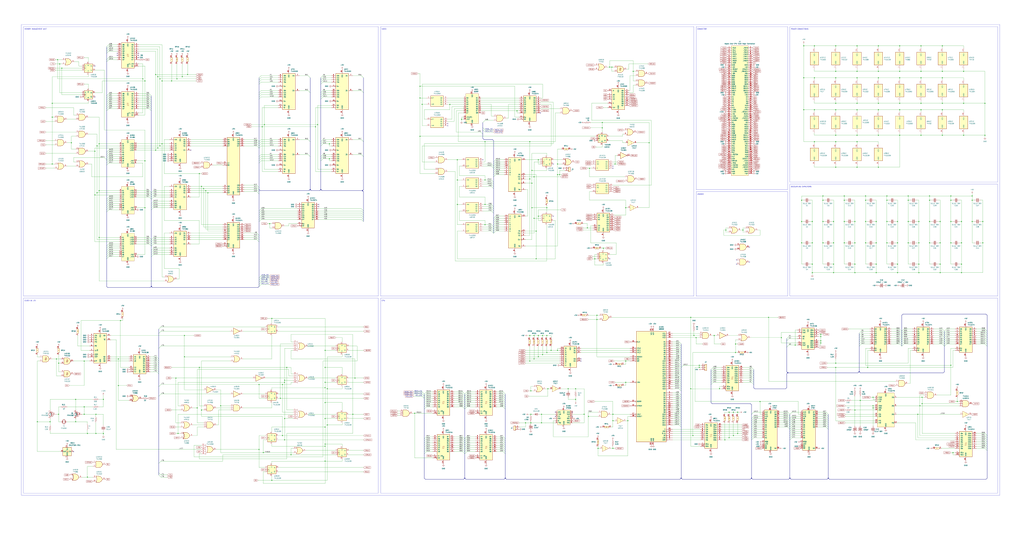
<source format=kicad_sch>
(kicad_sch (version 20230121) (generator eeschema)
  (paper "User" 1219.99 650.011)
  (title_block (title "Lisa CPU Card") (date "2024-03-06") (rev "2.0"))
  (lib_symbols
    (symbol "2148H_1"
      (property "Reference" "U10A" (at 2.1941 5.08 0))
      (property "Value" "2148H" (at 2.1941 2.54 0))
      (symbol "2148H_1_1_1"
        (pin input line (at -10.16 -17.78 0) (length 2.54) (name "A6") (number "1"))
        (pin input line (at 10.16 -25.4 180) (length 2.54) (name "/WE") (number "10"))
        (pin bidirectional line (at 10.16 -12.7 180) (length 2.54) (name "I/O4") (number "11"))
        (pin bidirectional line (at 10.16 -10.16 180) (length 2.54) (name "I/O3") (number "12"))
        (pin bidirectional line (at 10.16 -7.62 180) (length 2.54) (name "I/O2") (number "13"))
        (pin bidirectional line (at 10.16 -5.08 180) (length 2.54) (name "I/O1") (number "14"))
        (pin input line (at -10.16 -22.86 0) (length 2.54) (name "A9") (number "15"))
        (pin input line (at -10.16 -25.4 0) (length 2.54) (name "A8") (number "16"))
        (pin input line (at -10.16 -27.94 0) (length 2.54) (name "A7") (number "17"))
        (pin input line (at 0 2.54 270) (length 2.54) (name "VCC") (number "18"))
        (pin input line (at -10.16 -15.24 0) (length 2.54) (name "A5") (number "2"))
        (pin input line (at -10.16 -12.7 0) (length 2.54) (name "A4") (number "3"))
        (pin input line (at -10.16 -10.16 0) (length 2.54) (name "A3") (number "4"))
        (pin input line (at -10.16 -7.62 0) (length 2.54) (name "A0") (number "5"))
        (pin input line (at -10.16 -5.08 0) (length 2.54) (name "A1") (number "6"))
        (pin input line (at -10.16 -20.32 0) (length 2.54) (name "A2") (number "7"))
        (pin input line (at 10.16 -27.94 180) (length 2.54) (name "/CS") (number "8"))
        (pin input line (at 0 -35.56 90) (length 2.54) (name "GND") (number "9"))
      )
    )
    (symbol "2148H_2"
      (property "Reference" "U9A" (at 2.1941 5.08 0))
      (property "Value" "2148H" (at 2.1941 2.54 0))
      (symbol "2148H_2_1_1"
        (pin input line (at -10.16 -17.78 0) (length 2.54) (name "A6") (number "1"))
        (pin input line (at 10.16 -25.4 180) (length 2.54) (name "/WE") (number "10"))
        (pin bidirectional line (at 10.16 -12.7 180) (length 2.54) (name "I/O4") (number "11"))
        (pin bidirectional line (at 10.16 -10.16 180) (length 2.54) (name "I/O3") (number "12"))
        (pin bidirectional line (at 10.16 -7.62 180) (length 2.54) (name "I/O2") (number "13"))
        (pin bidirectional line (at 10.16 -5.08 180) (length 2.54) (name "I/O1") (number "14"))
        (pin input line (at -10.16 -22.86 0) (length 2.54) (name "A9") (number "15"))
        (pin input line (at -10.16 -25.4 0) (length 2.54) (name "A8") (number "16"))
        (pin input line (at -10.16 -27.94 0) (length 2.54) (name "A7") (number "17"))
        (pin input line (at 0 2.54 270) (length 2.54) (name "VCC") (number "18"))
        (pin input line (at -10.16 -15.24 0) (length 2.54) (name "A5") (number "2"))
        (pin input line (at -10.16 -12.7 0) (length 2.54) (name "A4") (number "3"))
        (pin input line (at -10.16 -10.16 0) (length 2.54) (name "A3") (number "4"))
        (pin input line (at -10.16 -7.62 0) (length 2.54) (name "A0") (number "5"))
        (pin input line (at -10.16 -5.08 0) (length 2.54) (name "A1") (number "6"))
        (pin input line (at -10.16 -20.32 0) (length 2.54) (name "A2") (number "7"))
        (pin input line (at 10.16 -27.94 180) (length 2.54) (name "/CS") (number "8"))
        (pin input line (at 0 -35.56 90) (length 2.54) (name "GND") (number "9"))
      )
    )
    (symbol "2764_1"
      (property "Reference" "U1" (at 2.1941 27.94 0))
      (property "Value" "2764" (at 2.1941 25.4 0))
      (symbol "2764_1_1_1"
        (pin input line (at -10.16 -17.78 0) (length 2.54) (name "VPP") (number "1"))
        (pin input line (at -10.16 -10.16 0) (length 2.54) (name "A0") (number "10"))
        (pin tri_state line (at 10.16 2.54 180) (length 2.54) (name "D0") (number "11"))
        (pin tri_state line (at 10.16 5.08 180) (length 2.54) (name "D1") (number "12"))
        (pin tri_state line (at 10.16 7.62 180) (length 2.54) (name "D2") (number "13"))
        (pin power_in line (at 0 -27.94 90) (length 2.54) (name "GND") (number "14"))
        (pin tri_state line (at 10.16 10.16 180) (length 2.54) (name "D3") (number "15"))
        (pin tri_state line (at 10.16 12.7 180) (length 2.54) (name "D4") (number "16"))
        (pin tri_state line (at 10.16 15.24 180) (length 2.54) (name "D5") (number "17"))
        (pin tri_state line (at 10.16 17.78 180) (length 2.54) (name "D6") (number "18"))
        (pin tri_state line (at 10.16 20.32 180) (length 2.54) (name "D7") (number "19"))
        (pin input line (at -10.16 20.32 0) (length 2.54) (name "A12") (number "2"))
        (pin input line (at -10.16 -20.32 0) (length 2.54) (name "~{CE}") (number "20"))
        (pin input line (at -10.16 15.24 0) (length 2.54) (name "A10") (number "21"))
        (pin input line (at -10.16 -22.86 0) (length 2.54) (name "~{OE}") (number "22"))
        (pin input line (at -10.16 17.78 0) (length 2.54) (name "A11") (number "23"))
        (pin input line (at -10.16 12.7 0) (length 2.54) (name "A9") (number "24"))
        (pin input line (at -10.16 10.16 0) (length 2.54) (name "A8") (number "25"))
        (pin input line (at 10.16 -22.86 180) (length 2.54) (name "NC") (number "26"))
        (pin input line (at -10.16 -15.24 0) (length 2.54) (name "~{PGM}") (number "27"))
        (pin power_in line (at 0 25.4 270) (length 2.54) (name "VCC") (number "28"))
        (pin input line (at -10.16 7.62 0) (length 2.54) (name "A7") (number "3"))
        (pin input line (at -10.16 5.08 0) (length 2.54) (name "A6") (number "4"))
        (pin input line (at -10.16 2.54 0) (length 2.54) (name "A5") (number "5"))
        (pin input line (at -10.16 0 0) (length 2.54) (name "A4") (number "6"))
        (pin input line (at -10.16 -2.54 0) (length 2.54) (name "A3") (number "7"))
        (pin input line (at -10.16 -5.08 0) (length 2.54) (name "A2") (number "8"))
        (pin input line (at -10.16 -7.62 0) (length 2.54) (name "A1") (number "9"))
      )
    )
    (symbol "74LS109_1" (pin_names (offset 1.016))
      (property "Reference" "U3C" (at 2.1941 10.16 0))
      (property "Value" "74LS109" (at 2.1941 7.62 0))
      (symbol "74LS109_1_1_0"
        (pin input line (at 0 7.62 270) (length 2.54) (name "~{R}") (number "1"))
        (pin input line (at -7.62 -2.54 0) (length 2.54) (name "J") (number "2"))
        (pin input line (at -7.62 2.54 0) (length 2.54) (name "~{K}") (number "3"))
        (pin input clock (at -7.62 0 0) (length 2.54) (name "C") (number "4"))
        (pin input line (at 0 -7.62 90) (length 2.54) (name "~{S}") (number "5"))
        (pin output line (at 7.62 -2.54 180) (length 2.54) (name "Q") (number "6"))
        (pin output line (at 7.62 2.54 180) (length 2.54) (name "~{Q}") (number "7"))
      )
      (symbol "74LS109_1_2_0"
        (pin output line (at 7.62 2.54 180) (length 2.54) (name "Q") (number "10"))
        (pin input line (at 0 -7.62 90) (length 2.54) (name "~{S}") (number "11"))
        (pin input clock (at -7.62 0 0) (length 2.54) (name "C") (number "12"))
        (pin input line (at -7.62 -2.54 0) (length 2.54) (name "~{K}") (number "13"))
        (pin input line (at -7.62 2.54 0) (length 2.54) (name "J") (number "14"))
        (pin input line (at 0 7.62 270) (length 2.54) (name "~{R}") (number "15"))
        (pin output line (at 7.62 -2.54 180) (length 2.54) (name "~{Q}") (number "9"))
      )
      (symbol "74LS109_1_3_0"
        (pin power_in line (at 0 12.7 270) (length 5.08) (name "VCC") (number "16"))
        (pin power_in line (at 0 -12.7 90) (length 5.08) (name "GND") (number "8"))
      )
    )
    (symbol "74LS109_10" (pin_names (offset 1.016))
      (property "Reference" "U4B" (at 6.35 1.27 0))
      (property "Value" "74LS109" (at 6.35 -1.27 0))
      (symbol "74LS109_10_1_0"
        (pin input line (at 0 -7.62 90) (length 2.54) (name "~{R}") (number "1"))
        (pin input line (at -7.62 2.54 0) (length 2.54) (name "J") (number "2"))
        (pin input line (at -7.62 -2.54 0) (length 2.54) (name "~{K}") (number "3"))
        (pin input clock (at -7.62 0 0) (length 2.54) (name "C") (number "4"))
        (pin input line (at 0 7.62 270) (length 2.54) (name "~{S}") (number "5"))
        (pin output line (at 7.62 2.54 180) (length 2.54) (name "Q") (number "6"))
        (pin output line (at 7.62 -2.54 180) (length 2.54) (name "~{Q}") (number "7"))
      )
      (symbol "74LS109_10_2_0"
        (pin output line (at 7.62 2.54 180) (length 2.54) (name "Q") (number "10"))
        (pin input line (at 0 7.62 270) (length 2.54) (name "~{S}") (number "11"))
        (pin input clock (at -7.62 0 0) (length 2.54) (name "C") (number "12"))
        (pin input line (at -7.62 -2.54 0) (length 2.54) (name "~{K}") (number "13"))
        (pin input line (at -7.62 2.54 0) (length 2.54) (name "J") (number "14"))
        (pin input line (at 0 -7.62 90) (length 2.54) (name "~{R}") (number "15"))
        (pin output line (at 7.62 -2.54 180) (length 2.54) (name "~{Q}") (number "9"))
      )
      (symbol "74LS109_10_3_0"
        (pin power_in line (at 0 12.7 270) (length 5.08) (name "VCC") (number "16"))
        (pin power_in line (at 0 -12.7 90) (length 5.08) (name "GND") (number "8"))
      )
    )
    (symbol "74LS109_11" (pin_names (offset 1.016))
      (property "Reference" "U4B" (at 6.35 1.27 0))
      (property "Value" "74LS109" (at 6.35 -1.27 0))
      (symbol "74LS109_11_1_0"
        (pin input line (at 0 -7.62 90) (length 2.54) (name "~{R}") (number "1"))
        (pin input line (at -7.62 2.54 0) (length 2.54) (name "J") (number "2"))
        (pin input line (at -7.62 -2.54 0) (length 2.54) (name "~{K}") (number "3"))
        (pin input clock (at -7.62 0 0) (length 2.54) (name "C") (number "4"))
        (pin input line (at 0 7.62 270) (length 2.54) (name "~{S}") (number "5"))
        (pin output line (at 7.62 2.54 180) (length 2.54) (name "Q") (number "6"))
        (pin output line (at 7.62 -2.54 180) (length 2.54) (name "~{Q}") (number "7"))
      )
      (symbol "74LS109_11_2_0"
        (pin output line (at 7.62 2.54 180) (length 2.54) (name "Q") (number "10"))
        (pin input line (at 0 7.62 270) (length 2.54) (name "~{S}") (number "11"))
        (pin input clock (at -7.62 0 0) (length 2.54) (name "C") (number "12"))
        (pin input line (at -7.62 -2.54 0) (length 2.54) (name "~{K}") (number "13"))
        (pin input line (at -7.62 2.54 0) (length 2.54) (name "J") (number "14"))
        (pin input line (at 0 -7.62 90) (length 2.54) (name "~{R}") (number "15"))
        (pin output line (at 7.62 -2.54 180) (length 2.54) (name "~{Q}") (number "9"))
      )
      (symbol "74LS109_11_3_0"
        (pin power_in line (at 0 12.7 270) (length 5.08) (name "VCC") (number "16"))
        (pin power_in line (at 0 -12.7 90) (length 5.08) (name "GND") (number "8"))
      )
    )
    (symbol "74LS109_12" (pin_names (offset 1.016))
      (property "Reference" "U4B" (at 6.35 1.27 0))
      (property "Value" "74LS109" (at 6.35 -1.27 0))
      (symbol "74LS109_12_1_0"
        (pin input line (at 0 -7.62 90) (length 2.54) (name "~{R}") (number "1"))
        (pin input line (at -7.62 2.54 0) (length 2.54) (name "J") (number "2"))
        (pin input line (at -7.62 -2.54 0) (length 2.54) (name "~{K}") (number "3"))
        (pin input clock (at -7.62 0 0) (length 2.54) (name "C") (number "4"))
        (pin input line (at 0 7.62 270) (length 2.54) (name "~{S}") (number "5"))
        (pin output line (at 7.62 2.54 180) (length 2.54) (name "Q") (number "6"))
        (pin output line (at 7.62 -2.54 180) (length 2.54) (name "~{Q}") (number "7"))
      )
      (symbol "74LS109_12_2_0"
        (pin output line (at 7.62 2.54 180) (length 2.54) (name "Q") (number "10"))
        (pin input line (at 0 7.62 270) (length 2.54) (name "~{S}") (number "11"))
        (pin input clock (at -7.62 0 0) (length 2.54) (name "C") (number "12"))
        (pin input line (at -7.62 -2.54 0) (length 2.54) (name "~{K}") (number "13"))
        (pin input line (at -7.62 2.54 0) (length 2.54) (name "J") (number "14"))
        (pin input line (at 0 -7.62 90) (length 2.54) (name "~{R}") (number "15"))
        (pin output line (at 7.62 -2.54 180) (length 2.54) (name "~{Q}") (number "9"))
      )
      (symbol "74LS109_12_3_0"
        (pin power_in line (at 0 12.7 270) (length 5.08) (name "VCC") (number "16"))
        (pin power_in line (at 0 -12.7 90) (length 5.08) (name "GND") (number "8"))
      )
    )
    (symbol "74LS109_13" (pin_names (offset 1.016))
      (property "Reference" "U3B" (at 6.35 1.27 0))
      (property "Value" "74LS109" (at 6.35 -1.27 0))
      (symbol "74LS109_13_1_0"
        (pin input line (at 0 -7.62 90) (length 2.54) (name "~{R}") (number "1"))
        (pin input line (at -7.62 2.54 0) (length 2.54) (name "J") (number "2"))
        (pin input line (at -7.62 -2.54 0) (length 2.54) (name "~{K}") (number "3"))
        (pin input clock (at -7.62 0 0) (length 2.54) (name "C") (number "4"))
        (pin input line (at 0 7.62 270) (length 2.54) (name "~{S}") (number "5"))
        (pin output line (at 7.62 2.54 180) (length 2.54) (name "Q") (number "6"))
        (pin output line (at 7.62 -2.54 180) (length 2.54) (name "~{Q}") (number "7"))
      )
      (symbol "74LS109_13_2_0"
        (pin output line (at 7.62 2.54 180) (length 2.54) (name "Q") (number "10"))
        (pin input line (at 0 7.62 270) (length 2.54) (name "~{S}") (number "11"))
        (pin input clock (at -7.62 0 0) (length 2.54) (name "C") (number "12"))
        (pin input line (at -7.62 -2.54 0) (length 2.54) (name "~{K}") (number "13"))
        (pin input line (at -7.62 2.54 0) (length 2.54) (name "J") (number "14"))
        (pin input line (at 0 -7.62 90) (length 2.54) (name "~{R}") (number "15"))
        (pin output line (at 7.62 -2.54 180) (length 2.54) (name "~{Q}") (number "9"))
      )
      (symbol "74LS109_13_3_0"
        (pin power_in line (at 0 12.7 270) (length 5.08) (name "VCC") (number "16"))
        (pin power_in line (at 0 -12.7 90) (length 5.08) (name "GND") (number "8"))
      )
    )
    (symbol "74LS109_14" (pin_names (offset 1.016))
      (property "Reference" "U3B" (at 6.35 1.27 0))
      (property "Value" "74LS109" (at 6.35 -1.27 0))
      (symbol "74LS109_14_1_0"
        (pin input line (at 0 -7.62 90) (length 2.54) (name "~{R}") (number "1"))
        (pin input line (at -7.62 2.54 0) (length 2.54) (name "J") (number "2"))
        (pin input line (at -7.62 -2.54 0) (length 2.54) (name "~{K}") (number "3"))
        (pin input clock (at -7.62 0 0) (length 2.54) (name "C") (number "4"))
        (pin input line (at 0 7.62 270) (length 2.54) (name "~{S}") (number "5"))
        (pin output line (at 7.62 2.54 180) (length 2.54) (name "Q") (number "6"))
        (pin output line (at 7.62 -2.54 180) (length 2.54) (name "~{Q}") (number "7"))
      )
      (symbol "74LS109_14_2_0"
        (pin output line (at 7.62 2.54 180) (length 2.54) (name "Q") (number "10"))
        (pin input line (at 0 7.62 270) (length 2.54) (name "~{S}") (number "11"))
        (pin input clock (at -7.62 0 0) (length 2.54) (name "C") (number "12"))
        (pin input line (at -7.62 -2.54 0) (length 2.54) (name "~{K}") (number "13"))
        (pin input line (at -7.62 2.54 0) (length 2.54) (name "J") (number "14"))
        (pin input line (at 0 -7.62 90) (length 2.54) (name "~{R}") (number "15"))
        (pin output line (at 7.62 -2.54 180) (length 2.54) (name "~{Q}") (number "9"))
      )
      (symbol "74LS109_14_3_0"
        (pin power_in line (at 0 12.7 270) (length 5.08) (name "VCC") (number "16"))
        (pin power_in line (at 0 -12.7 90) (length 5.08) (name "GND") (number "8"))
      )
    )
    (symbol "74LS109_15" (pin_names (offset 1.016))
      (property "Reference" "U3B" (at 6.35 1.27 0))
      (property "Value" "74LS109" (at 6.35 -1.27 0))
      (symbol "74LS109_15_1_0"
        (pin input line (at 0 -7.62 90) (length 2.54) (name "~{R}") (number "1"))
        (pin input line (at -7.62 2.54 0) (length 2.54) (name "J") (number "2"))
        (pin input line (at -7.62 -2.54 0) (length 2.54) (name "~{K}") (number "3"))
        (pin input clock (at -7.62 0 0) (length 2.54) (name "C") (number "4"))
        (pin input line (at 0 7.62 270) (length 2.54) (name "~{S}") (number "5"))
        (pin output line (at 7.62 2.54 180) (length 2.54) (name "Q") (number "6"))
        (pin output line (at 7.62 -2.54 180) (length 2.54) (name "~{Q}") (number "7"))
      )
      (symbol "74LS109_15_2_0"
        (pin output line (at 7.62 2.54 180) (length 2.54) (name "Q") (number "10"))
        (pin input line (at 0 7.62 270) (length 2.54) (name "~{S}") (number "11"))
        (pin input clock (at -7.62 0 0) (length 2.54) (name "C") (number "12"))
        (pin input line (at -7.62 -2.54 0) (length 2.54) (name "~{K}") (number "13"))
        (pin input line (at -7.62 2.54 0) (length 2.54) (name "J") (number "14"))
        (pin input line (at 0 -7.62 90) (length 2.54) (name "~{R}") (number "15"))
        (pin output line (at 7.62 -2.54 180) (length 2.54) (name "~{Q}") (number "9"))
      )
      (symbol "74LS109_15_3_0"
        (pin power_in line (at 0 12.7 270) (length 5.08) (name "VCC") (number "16"))
        (pin power_in line (at 0 -12.7 90) (length 5.08) (name "GND") (number "8"))
      )
    )
    (symbol "74LS109_16" (pin_names (offset 1.016))
      (property "Reference" "U3A" (at 6.35 1.27 0))
      (property "Value" "74S109" (at 6.35 -1.27 0))
      (symbol "74LS109_16_1_0"
        (pin input line (at 0 -7.62 90) (length 2.54) (name "~{R}") (number "1"))
        (pin input line (at -7.62 2.54 0) (length 2.54) (name "J") (number "2"))
        (pin input line (at -7.62 -2.54 0) (length 2.54) (name "~{K}") (number "3"))
        (pin input clock (at -7.62 0 0) (length 2.54) (name "C") (number "4"))
        (pin input line (at 0 7.62 270) (length 2.54) (name "~{S}") (number "5"))
        (pin output line (at 7.62 2.54 180) (length 2.54) (name "Q") (number "6"))
        (pin output line (at 7.62 -2.54 180) (length 2.54) (name "~{Q}") (number "7"))
      )
      (symbol "74LS109_16_2_0"
        (pin output line (at 7.62 2.54 180) (length 2.54) (name "Q") (number "10"))
        (pin input line (at 0 7.62 270) (length 2.54) (name "~{S}") (number "11"))
        (pin input clock (at -7.62 0 0) (length 2.54) (name "C") (number "12"))
        (pin input line (at -7.62 -2.54 0) (length 2.54) (name "~{K}") (number "13"))
        (pin input line (at -7.62 2.54 0) (length 2.54) (name "J") (number "14"))
        (pin input line (at 0 -7.62 90) (length 2.54) (name "~{R}") (number "15"))
        (pin output line (at 7.62 -2.54 180) (length 2.54) (name "~{Q}") (number "9"))
      )
      (symbol "74LS109_16_3_0"
        (pin power_in line (at 0 12.7 270) (length 5.08) (name "VCC") (number "16"))
        (pin power_in line (at 0 -12.7 90) (length 5.08) (name "GND") (number "8"))
      )
    )
    (symbol "74LS109_17" (pin_names (offset 1.016))
      (property "Reference" "U3A" (at 6.35 1.27 0))
      (property "Value" "74S109" (at 6.35 -1.27 0))
      (symbol "74LS109_17_1_0"
        (pin input line (at 0 -7.62 90) (length 2.54) (name "~{R}") (number "1"))
        (pin input line (at -7.62 2.54 0) (length 2.54) (name "J") (number "2"))
        (pin input line (at -7.62 -2.54 0) (length 2.54) (name "~{K}") (number "3"))
        (pin input clock (at -7.62 0 0) (length 2.54) (name "C") (number "4"))
        (pin input line (at 0 7.62 270) (length 2.54) (name "~{S}") (number "5"))
        (pin output line (at 7.62 2.54 180) (length 2.54) (name "Q") (number "6"))
        (pin output line (at 7.62 -2.54 180) (length 2.54) (name "~{Q}") (number "7"))
      )
      (symbol "74LS109_17_2_0"
        (pin output line (at 7.62 2.54 180) (length 2.54) (name "Q") (number "10"))
        (pin input line (at 0 7.62 270) (length 2.54) (name "~{S}") (number "11"))
        (pin input clock (at -7.62 0 0) (length 2.54) (name "C") (number "12"))
        (pin input line (at -7.62 -2.54 0) (length 2.54) (name "~{K}") (number "13"))
        (pin input line (at -7.62 2.54 0) (length 2.54) (name "J") (number "14"))
        (pin input line (at 0 -7.62 90) (length 2.54) (name "~{R}") (number "15"))
        (pin output line (at 7.62 -2.54 180) (length 2.54) (name "~{Q}") (number "9"))
      )
      (symbol "74LS109_17_3_0"
        (pin power_in line (at 0 12.7 270) (length 5.08) (name "VCC") (number "16"))
        (pin power_in line (at 0 -12.7 90) (length 5.08) (name "GND") (number "8"))
      )
    )
    (symbol "74LS109_18" (pin_names (offset 1.016))
      (property "Reference" "U3A" (at 6.35 1.27 0))
      (property "Value" "74S109" (at 6.35 -1.27 0))
      (symbol "74LS109_18_1_0"
        (pin input line (at 0 -7.62 90) (length 2.54) (name "~{R}") (number "1"))
        (pin input line (at -7.62 2.54 0) (length 2.54) (name "J") (number "2"))
        (pin input line (at -7.62 -2.54 0) (length 2.54) (name "~{K}") (number "3"))
        (pin input clock (at -7.62 0 0) (length 2.54) (name "C") (number "4"))
        (pin input line (at 0 7.62 270) (length 2.54) (name "~{S}") (number "5"))
        (pin output line (at 7.62 2.54 180) (length 2.54) (name "Q") (number "6"))
        (pin output line (at 7.62 -2.54 180) (length 2.54) (name "~{Q}") (number "7"))
      )
      (symbol "74LS109_18_2_0"
        (pin output line (at 7.62 2.54 180) (length 2.54) (name "Q") (number "10"))
        (pin input line (at 0 7.62 270) (length 2.54) (name "~{S}") (number "11"))
        (pin input clock (at -7.62 0 0) (length 2.54) (name "C") (number "12"))
        (pin input line (at -7.62 -2.54 0) (length 2.54) (name "~{K}") (number "13"))
        (pin input line (at -7.62 2.54 0) (length 2.54) (name "J") (number "14"))
        (pin input line (at 0 -7.62 90) (length 2.54) (name "~{R}") (number "15"))
        (pin output line (at 7.62 -2.54 180) (length 2.54) (name "~{Q}") (number "9"))
      )
      (symbol "74LS109_18_3_0"
        (pin power_in line (at 0 12.7 270) (length 5.08) (name "VCC") (number "16"))
        (pin power_in line (at 0 -12.7 90) (length 5.08) (name "GND") (number "8"))
      )
    )
    (symbol "74LS109_19" (pin_names (offset 1.016))
      (property "Reference" "U3E" (at 6.35 1.27 0))
      (property "Value" "74S109" (at 6.35 -1.27 0))
      (symbol "74LS109_19_1_0"
        (pin input line (at 0 -7.62 90) (length 2.54) (name "~{R}") (number "1"))
        (pin input line (at -7.62 2.54 0) (length 2.54) (name "J") (number "2"))
        (pin input line (at -7.62 -2.54 0) (length 2.54) (name "~{K}") (number "3"))
        (pin input clock (at -7.62 0 0) (length 2.54) (name "C") (number "4"))
        (pin input line (at 0 7.62 270) (length 2.54) (name "~{S}") (number "5"))
        (pin output line (at 7.62 2.54 180) (length 2.54) (name "Q") (number "6"))
        (pin output line (at 7.62 -2.54 180) (length 2.54) (name "~{Q}") (number "7"))
      )
      (symbol "74LS109_19_2_0"
        (pin output line (at 7.62 2.54 180) (length 2.54) (name "Q") (number "10"))
        (pin input line (at 0 7.62 270) (length 2.54) (name "~{S}") (number "11"))
        (pin input clock (at -7.62 0 0) (length 2.54) (name "C") (number "12"))
        (pin input line (at -7.62 -2.54 0) (length 2.54) (name "~{K}") (number "13"))
        (pin input line (at -7.62 2.54 0) (length 2.54) (name "J") (number "14"))
        (pin input line (at 0 -7.62 90) (length 2.54) (name "~{R}") (number "15"))
        (pin output line (at 7.62 -2.54 180) (length 2.54) (name "~{Q}") (number "9"))
      )
      (symbol "74LS109_19_3_0"
        (pin power_in line (at 0 12.7 270) (length 5.08) (name "VCC") (number "16"))
        (pin power_in line (at 0 -12.7 90) (length 5.08) (name "GND") (number "8"))
      )
    )
    (symbol "74LS109_2" (pin_names (offset 1.016))
      (property "Reference" "U3C" (at 2.1941 10.16 0))
      (property "Value" "74LS109" (at 2.1941 7.62 0))
      (symbol "74LS109_2_1_0"
        (pin input line (at 0 7.62 270) (length 2.54) (name "~{R}") (number "1"))
        (pin input line (at -7.62 -2.54 0) (length 2.54) (name "J") (number "2"))
        (pin input line (at -7.62 2.54 0) (length 2.54) (name "~{K}") (number "3"))
        (pin input clock (at -7.62 0 0) (length 2.54) (name "C") (number "4"))
        (pin input line (at 0 -7.62 90) (length 2.54) (name "~{S}") (number "5"))
        (pin output line (at 7.62 -2.54 180) (length 2.54) (name "Q") (number "6"))
        (pin output line (at 7.62 2.54 180) (length 2.54) (name "~{Q}") (number "7"))
      )
      (symbol "74LS109_2_2_0"
        (pin output line (at 7.62 2.54 180) (length 2.54) (name "Q") (number "10"))
        (pin input line (at 0 -7.62 90) (length 2.54) (name "~{S}") (number "11"))
        (pin input clock (at -7.62 0 0) (length 2.54) (name "C") (number "12"))
        (pin input line (at -7.62 -2.54 0) (length 2.54) (name "~{K}") (number "13"))
        (pin input line (at -7.62 2.54 0) (length 2.54) (name "J") (number "14"))
        (pin input line (at 0 7.62 270) (length 2.54) (name "~{R}") (number "15"))
        (pin output line (at 7.62 -2.54 180) (length 2.54) (name "~{Q}") (number "9"))
      )
      (symbol "74LS109_2_3_0"
        (pin power_in line (at 0 12.7 270) (length 5.08) (name "VCC") (number "16"))
        (pin power_in line (at 0 -12.7 90) (length 5.08) (name "GND") (number "8"))
      )
    )
    (symbol "74LS109_20" (pin_names (offset 1.016))
      (property "Reference" "U3E" (at 6.35 1.27 0))
      (property "Value" "74S109" (at 6.35 -1.27 0))
      (symbol "74LS109_20_1_0"
        (pin input line (at 0 -7.62 90) (length 2.54) (name "~{R}") (number "1"))
        (pin input line (at -7.62 2.54 0) (length 2.54) (name "J") (number "2"))
        (pin input line (at -7.62 -2.54 0) (length 2.54) (name "~{K}") (number "3"))
        (pin input clock (at -7.62 0 0) (length 2.54) (name "C") (number "4"))
        (pin input line (at 0 7.62 270) (length 2.54) (name "~{S}") (number "5"))
        (pin output line (at 7.62 2.54 180) (length 2.54) (name "Q") (number "6"))
        (pin output line (at 7.62 -2.54 180) (length 2.54) (name "~{Q}") (number "7"))
      )
      (symbol "74LS109_20_2_0"
        (pin output line (at 7.62 2.54 180) (length 2.54) (name "Q") (number "10"))
        (pin input line (at 0 7.62 270) (length 2.54) (name "~{S}") (number "11"))
        (pin input clock (at -7.62 0 0) (length 2.54) (name "C") (number "12"))
        (pin input line (at -7.62 -2.54 0) (length 2.54) (name "~{K}") (number "13"))
        (pin input line (at -7.62 2.54 0) (length 2.54) (name "J") (number "14"))
        (pin input line (at 0 -7.62 90) (length 2.54) (name "~{R}") (number "15"))
        (pin output line (at 7.62 -2.54 180) (length 2.54) (name "~{Q}") (number "9"))
      )
      (symbol "74LS109_20_3_0"
        (pin power_in line (at 0 12.7 270) (length 5.08) (name "VCC") (number "16"))
        (pin power_in line (at 0 -12.7 90) (length 5.08) (name "GND") (number "8"))
      )
    )
    (symbol "74LS109_3" (pin_names (offset 1.016))
      (property "Reference" "U3C" (at 2.1941 10.16 0))
      (property "Value" "74LS109" (at 2.1941 7.62 0))
      (symbol "74LS109_3_1_0"
        (pin input line (at 0 7.62 270) (length 2.54) (name "~{R}") (number "1"))
        (pin input line (at -7.62 -2.54 0) (length 2.54) (name "J") (number "2"))
        (pin input line (at -7.62 2.54 0) (length 2.54) (name "~{K}") (number "3"))
        (pin input clock (at -7.62 0 0) (length 2.54) (name "C") (number "4"))
        (pin input line (at 0 -7.62 90) (length 2.54) (name "~{S}") (number "5"))
        (pin output line (at 7.62 -2.54 180) (length 2.54) (name "Q") (number "6"))
        (pin output line (at 7.62 2.54 180) (length 2.54) (name "~{Q}") (number "7"))
      )
      (symbol "74LS109_3_2_0"
        (pin output line (at 7.62 2.54 180) (length 2.54) (name "Q") (number "10"))
        (pin input line (at 0 -7.62 90) (length 2.54) (name "~{S}") (number "11"))
        (pin input clock (at -7.62 0 0) (length 2.54) (name "C") (number "12"))
        (pin input line (at -7.62 -2.54 0) (length 2.54) (name "~{K}") (number "13"))
        (pin input line (at -7.62 2.54 0) (length 2.54) (name "J") (number "14"))
        (pin input line (at 0 7.62 270) (length 2.54) (name "~{R}") (number "15"))
        (pin output line (at 7.62 -2.54 180) (length 2.54) (name "~{Q}") (number "9"))
      )
      (symbol "74LS109_3_3_0"
        (pin power_in line (at 0 12.7 270) (length 5.08) (name "VCC") (number "16"))
        (pin power_in line (at 0 -12.7 90) (length 5.08) (name "GND") (number "8"))
      )
    )
    (symbol "74LS109_4" (pin_names (offset 1.016))
      (property "Reference" "U5D" (at 6.35 1.27 0))
      (property "Value" "74S109" (at 6.35 -1.27 0))
      (symbol "74LS109_4_1_0"
        (pin input line (at 0 7.62 270) (length 2.54) (name "~{R}") (number "1"))
        (pin input line (at -7.62 -2.54 0) (length 2.54) (name "J") (number "2"))
        (pin input line (at -7.62 2.54 0) (length 2.54) (name "~{K}") (number "3"))
        (pin input clock (at -7.62 0 0) (length 2.54) (name "C") (number "4"))
        (pin input line (at 0 -7.62 90) (length 2.54) (name "~{S}") (number "5"))
        (pin output line (at 7.62 2.54 180) (length 2.54) (name "Q") (number "6"))
        (pin output line (at 7.62 -2.54 180) (length 2.54) (name "~{Q}") (number "7"))
      )
      (symbol "74LS109_4_2_0"
        (pin output line (at 7.62 -2.54 180) (length 2.54) (name "Q") (number "10"))
        (pin input line (at 0 -7.62 90) (length 2.54) (name "~{S}") (number "11"))
        (pin input clock (at -7.62 0 0) (length 2.54) (name "C") (number "12"))
        (pin input line (at -7.62 2.54 0) (length 2.54) (name "~{K}") (number "13"))
        (pin input line (at -7.62 -2.54 0) (length 2.54) (name "J") (number "14"))
        (pin input line (at 0 7.62 270) (length 2.54) (name "~{R}") (number "15"))
        (pin output line (at 7.62 2.54 180) (length 2.54) (name "~{Q}") (number "9"))
      )
      (symbol "74LS109_4_3_0"
        (pin power_in line (at 0 12.7 270) (length 5.08) (name "VCC") (number "16"))
        (pin power_in line (at 0 -12.7 90) (length 5.08) (name "GND") (number "8"))
      )
    )
    (symbol "74LS109_5" (pin_names (offset 1.016))
      (property "Reference" "U5D" (at 6.35 1.27 0))
      (property "Value" "74S109" (at 6.35 -1.27 0))
      (symbol "74LS109_5_1_0"
        (pin input line (at 0 7.62 270) (length 2.54) (name "~{R}") (number "1"))
        (pin input line (at -7.62 -2.54 0) (length 2.54) (name "J") (number "2"))
        (pin input line (at -7.62 2.54 0) (length 2.54) (name "~{K}") (number "3"))
        (pin input clock (at -7.62 0 0) (length 2.54) (name "C") (number "4"))
        (pin input line (at 0 -7.62 90) (length 2.54) (name "~{S}") (number "5"))
        (pin output line (at 7.62 2.54 180) (length 2.54) (name "Q") (number "6"))
        (pin output line (at 7.62 -2.54 180) (length 2.54) (name "~{Q}") (number "7"))
      )
      (symbol "74LS109_5_2_0"
        (pin output line (at 7.62 -2.54 180) (length 2.54) (name "Q") (number "10"))
        (pin input line (at 0 -7.62 90) (length 2.54) (name "~{S}") (number "11"))
        (pin input clock (at -7.62 0 0) (length 2.54) (name "C") (number "12"))
        (pin input line (at -7.62 2.54 0) (length 2.54) (name "~{K}") (number "13"))
        (pin input line (at -7.62 -2.54 0) (length 2.54) (name "J") (number "14"))
        (pin input line (at 0 7.62 270) (length 2.54) (name "~{R}") (number "15"))
        (pin output line (at 7.62 2.54 180) (length 2.54) (name "~{Q}") (number "9"))
      )
      (symbol "74LS109_5_3_0"
        (pin power_in line (at 0 12.7 270) (length 5.08) (name "VCC") (number "16"))
        (pin power_in line (at 0 -12.7 90) (length 5.08) (name "GND") (number "8"))
      )
    )
    (symbol "74LS109_6" (pin_names (offset 1.016))
      (property "Reference" "U5D" (at 6.35 1.27 0))
      (property "Value" "74S109" (at 6.35 -1.27 0))
      (symbol "74LS109_6_1_0"
        (pin input line (at 0 7.62 270) (length 2.54) (name "~{R}") (number "1"))
        (pin input line (at -7.62 -2.54 0) (length 2.54) (name "J") (number "2"))
        (pin input line (at -7.62 2.54 0) (length 2.54) (name "~{K}") (number "3"))
        (pin input clock (at -7.62 0 0) (length 2.54) (name "C") (number "4"))
        (pin input line (at 0 -7.62 90) (length 2.54) (name "~{S}") (number "5"))
        (pin output line (at 7.62 2.54 180) (length 2.54) (name "Q") (number "6"))
        (pin output line (at 7.62 -2.54 180) (length 2.54) (name "~{Q}") (number "7"))
      )
      (symbol "74LS109_6_2_0"
        (pin output line (at 7.62 -2.54 180) (length 2.54) (name "Q") (number "10"))
        (pin input line (at 0 -7.62 90) (length 2.54) (name "~{S}") (number "11"))
        (pin input clock (at -7.62 0 0) (length 2.54) (name "C") (number "12"))
        (pin input line (at -7.62 2.54 0) (length 2.54) (name "~{K}") (number "13"))
        (pin input line (at -7.62 -2.54 0) (length 2.54) (name "J") (number "14"))
        (pin input line (at 0 7.62 270) (length 2.54) (name "~{R}") (number "15"))
        (pin output line (at 7.62 2.54 180) (length 2.54) (name "~{Q}") (number "9"))
      )
      (symbol "74LS109_6_3_0"
        (pin power_in line (at 0 12.7 270) (length 5.08) (name "VCC") (number "16"))
        (pin power_in line (at 0 -12.7 90) (length 5.08) (name "GND") (number "8"))
      )
    )
    (symbol "74LS109_7" (pin_names (offset 1.016))
      (property "Reference" "U2B" (at 6.35 1.27 0))
      (property "Value" "74LS109" (at 6.35 -1.27 0))
      (symbol "74LS109_7_1_0"
        (pin input line (at 0 -7.62 90) (length 2.54) (name "~{R}") (number "1"))
        (pin input line (at -7.62 2.54 0) (length 2.54) (name "J") (number "2"))
        (pin input line (at -7.62 -2.54 0) (length 2.54) (name "~{K}") (number "3"))
        (pin input clock (at -7.62 0 0) (length 2.54) (name "C") (number "4"))
        (pin input line (at 0 7.62 270) (length 2.54) (name "~{S}") (number "5"))
        (pin output line (at 7.62 2.54 180) (length 2.54) (name "Q") (number "6"))
        (pin output line (at 7.62 -2.54 180) (length 2.54) (name "~{Q}") (number "7"))
      )
      (symbol "74LS109_7_2_0"
        (pin output line (at 7.62 2.54 180) (length 2.54) (name "Q") (number "10"))
        (pin input line (at 0 7.62 270) (length 2.54) (name "~{S}") (number "11"))
        (pin input clock (at -7.62 0 0) (length 2.54) (name "C") (number "12"))
        (pin input line (at -7.62 -2.54 0) (length 2.54) (name "~{K}") (number "13"))
        (pin input line (at -7.62 2.54 0) (length 2.54) (name "J") (number "14"))
        (pin input line (at 0 -7.62 90) (length 2.54) (name "~{R}") (number "15"))
        (pin output line (at 7.62 -2.54 180) (length 2.54) (name "~{Q}") (number "9"))
      )
      (symbol "74LS109_7_3_0"
        (pin power_in line (at 0 12.7 270) (length 5.08) (name "VCC") (number "16"))
        (pin power_in line (at 0 -12.7 90) (length 5.08) (name "GND") (number "8"))
      )
    )
    (symbol "74LS109_8" (pin_names (offset 1.016))
      (property "Reference" "U2B" (at 6.35 1.27 0))
      (property "Value" "74LS109" (at 6.35 -1.27 0))
      (symbol "74LS109_8_1_0"
        (pin input line (at 0 -7.62 90) (length 2.54) (name "~{R}") (number "1"))
        (pin input line (at -7.62 2.54 0) (length 2.54) (name "J") (number "2"))
        (pin input line (at -7.62 -2.54 0) (length 2.54) (name "~{K}") (number "3"))
        (pin input clock (at -7.62 0 0) (length 2.54) (name "C") (number "4"))
        (pin input line (at 0 7.62 270) (length 2.54) (name "~{S}") (number "5"))
        (pin output line (at 7.62 2.54 180) (length 2.54) (name "Q") (number "6"))
        (pin output line (at 7.62 -2.54 180) (length 2.54) (name "~{Q}") (number "7"))
      )
      (symbol "74LS109_8_2_0"
        (pin output line (at 7.62 2.54 180) (length 2.54) (name "Q") (number "10"))
        (pin input line (at 0 7.62 270) (length 2.54) (name "~{S}") (number "11"))
        (pin input clock (at -7.62 0 0) (length 2.54) (name "C") (number "12"))
        (pin input line (at -7.62 -2.54 0) (length 2.54) (name "~{K}") (number "13"))
        (pin input line (at -7.62 2.54 0) (length 2.54) (name "J") (number "14"))
        (pin input line (at 0 -7.62 90) (length 2.54) (name "~{R}") (number "15"))
        (pin output line (at 7.62 -2.54 180) (length 2.54) (name "~{Q}") (number "9"))
      )
      (symbol "74LS109_8_3_0"
        (pin power_in line (at 0 12.7 270) (length 5.08) (name "VCC") (number "16"))
        (pin power_in line (at 0 -12.7 90) (length 5.08) (name "GND") (number "8"))
      )
    )
    (symbol "74LS109_9" (pin_names (offset 1.016))
      (property "Reference" "U2B" (at 6.35 1.27 0))
      (property "Value" "74LS109" (at 6.35 -1.27 0))
      (symbol "74LS109_9_1_0"
        (pin input line (at 0 -7.62 90) (length 2.54) (name "~{R}") (number "1"))
        (pin input line (at -7.62 2.54 0) (length 2.54) (name "J") (number "2"))
        (pin input line (at -7.62 -2.54 0) (length 2.54) (name "~{K}") (number "3"))
        (pin input clock (at -7.62 0 0) (length 2.54) (name "C") (number "4"))
        (pin input line (at 0 7.62 270) (length 2.54) (name "~{S}") (number "5"))
        (pin output line (at 7.62 2.54 180) (length 2.54) (name "Q") (number "6"))
        (pin output line (at 7.62 -2.54 180) (length 2.54) (name "~{Q}") (number "7"))
      )
      (symbol "74LS109_9_2_0"
        (pin output line (at 7.62 2.54 180) (length 2.54) (name "Q") (number "10"))
        (pin input line (at 0 7.62 270) (length 2.54) (name "~{S}") (number "11"))
        (pin input clock (at -7.62 0 0) (length 2.54) (name "C") (number "12"))
        (pin input line (at -7.62 -2.54 0) (length 2.54) (name "~{K}") (number "13"))
        (pin input line (at -7.62 2.54 0) (length 2.54) (name "J") (number "14"))
        (pin input line (at 0 -7.62 90) (length 2.54) (name "~{R}") (number "15"))
        (pin output line (at 7.62 -2.54 180) (length 2.54) (name "~{Q}") (number "9"))
      )
      (symbol "74LS109_9_3_0"
        (pin power_in line (at 0 12.7 270) (length 5.08) (name "VCC") (number "16"))
        (pin power_in line (at 0 -12.7 90) (length 5.08) (name "GND") (number "8"))
      )
    )
    (symbol "74LS138_1" (pin_names (offset 1.016))
      (property "Reference" "U1D1" (at 2.1941 15.24 0))
      (property "Value" "74LS138" (at 2.1941 12.7 0))
      (symbol "74LS138_1_1_0"
        (pin input line (at -12.7 2.54 0) (length 5.08) (name "A0") (number "1"))
        (pin output output_low (at 12.7 2.54 180) (length 5.08) (name "O5") (number "10"))
        (pin output output_low (at 12.7 0 180) (length 5.08) (name "O4") (number "11"))
        (pin output output_low (at 12.7 -2.54 180) (length 5.08) (name "O3") (number "12"))
        (pin output output_low (at 12.7 -5.08 180) (length 5.08) (name "O2") (number "13"))
        (pin output output_low (at 12.7 -7.62 180) (length 5.08) (name "O1") (number "14"))
        (pin output output_low (at 12.7 -10.16 180) (length 5.08) (name "O0") (number "15"))
        (pin power_in line (at 0 15.24 270) (length 5.08) (name "VCC") (number "16"))
        (pin input line (at -12.7 5.08 0) (length 5.08) (name "A1") (number "2"))
        (pin input line (at -12.7 7.62 0) (length 5.08) (name "A2") (number "3"))
        (pin input input_low (at -12.7 -10.16 0) (length 5.08) (name "E1") (number "4"))
        (pin input input_low (at -12.7 -7.62 0) (length 5.08) (name "E2") (number "5"))
        (pin input line (at -12.7 -5.08 0) (length 5.08) (name "E3") (number "6"))
        (pin output output_low (at 12.7 7.62 180) (length 5.08) (name "O7") (number "7"))
        (pin power_in line (at 0 -17.78 90) (length 5.08) (name "GND") (number "8"))
        (pin output output_low (at 12.7 5.08 180) (length 5.08) (name "O6") (number "9"))
      )
    )
    (symbol "74LS166_1" (pin_names (offset 1.016))
      (property "Reference" "U7F" (at 6.35 25.4 0))
      (property "Value" "74LS166" (at 6.35 22.86 0))
      (symbol "74LS166_1_1_0"
        (pin input line (at 12.7 -17.78 180) (length 5.08) (name "Ds") (number "1"))
        (pin input line (at -12.7 10.16 0) (length 5.08) (name "E") (number "10"))
        (pin input line (at -12.7 12.7 0) (length 5.08) (name "F") (number "11"))
        (pin input line (at -12.7 15.24 0) (length 5.08) (name "G") (number "12"))
        (pin output line (at 12.7 17.78 180) (length 5.08) (name "Qh") (number "13"))
        (pin input line (at -12.7 17.78 0) (length 5.08) (name "H") (number "14"))
        (pin input inverted (at 12.7 0 180) (length 5.08) (name "PE") (number "15"))
        (pin power_in line (at 0 25.4 270) (length 5.08) (name "VCC") (number "16"))
        (pin input line (at -12.7 0 0) (length 5.08) (name "A") (number "2"))
        (pin input line (at -12.7 2.54 0) (length 5.08) (name "B") (number "3"))
        (pin input line (at -12.7 5.08 0) (length 5.08) (name "C") (number "4"))
        (pin input line (at -12.7 7.62 0) (length 5.08) (name "D") (number "5"))
        (pin input inverted (at 12.7 -5.08 180) (length 5.08) (name "CE") (number "6"))
        (pin input line (at 12.7 -2.54 180) (length 5.08) (name "Clk") (number "7"))
        (pin power_in line (at 0 -25.4 90) (length 5.08) (name "GND") (number "8"))
        (pin input inverted (at 12.7 -10.16 180) (length 5.08) (name "Clr") (number "9"))
      )
    )
    (symbol "74LS245_1" (pin_names (offset 1.016))
      (property "Reference" "U11F1" (at 2.1941 20.32 0))
      (property "Value" "74LS245" (at 2.1941 17.78 0))
      (symbol "74LS245_1_1_0"
        (pin input line (at -12.7 -10.16 0) (length 5.08) (name "A->B") (number "1"))
        (pin power_in line (at 0 -20.32 90) (length 5.08) (name "GND") (number "10"))
        (pin tri_state line (at 12.7 12.7 180) (length 5.08) (name "B7") (number "11"))
        (pin tri_state line (at 12.7 10.16 180) (length 5.08) (name "B6") (number "12"))
        (pin tri_state line (at 12.7 7.62 180) (length 5.08) (name "B5") (number "13"))
        (pin tri_state line (at 12.7 5.08 180) (length 5.08) (name "B4") (number "14"))
        (pin tri_state line (at 12.7 2.54 180) (length 5.08) (name "B3") (number "15"))
        (pin tri_state line (at 12.7 0 180) (length 5.08) (name "B2") (number "16"))
        (pin tri_state line (at 12.7 -2.54 180) (length 5.08) (name "B1") (number "17"))
        (pin tri_state line (at 12.7 -5.08 180) (length 5.08) (name "B0") (number "18"))
        (pin input inverted (at -12.7 -12.7 0) (length 5.08) (name "CE") (number "19"))
        (pin tri_state line (at -12.7 -5.08 0) (length 5.08) (name "A0") (number "2"))
        (pin power_in line (at 0 20.32 270) (length 5.08) (name "VCC") (number "20"))
        (pin tri_state line (at -12.7 -2.54 0) (length 5.08) (name "A1") (number "3"))
        (pin tri_state line (at -12.7 0 0) (length 5.08) (name "A2") (number "4"))
        (pin tri_state line (at -12.7 2.54 0) (length 5.08) (name "A3") (number "5"))
        (pin tri_state line (at -12.7 5.08 0) (length 5.08) (name "A4") (number "6"))
        (pin tri_state line (at -12.7 7.62 0) (length 5.08) (name "A5") (number "7"))
        (pin tri_state line (at -12.7 10.16 0) (length 5.08) (name "A6") (number "8"))
        (pin tri_state line (at -12.7 12.7 0) (length 5.08) (name "A7") (number "9"))
      )
    )
    (symbol "74LS245_2" (pin_names (offset 1.016))
      (property "Reference" "U14E1" (at 2.1941 20.32 0))
      (property "Value" "74LS245" (at 2.1941 17.78 0))
      (symbol "74LS245_2_1_0"
        (pin input line (at -12.7 -10.16 0) (length 5.08) (name "A->B") (number "1"))
        (pin power_in line (at 0 -20.32 90) (length 5.08) (name "GND") (number "10"))
        (pin tri_state line (at 12.7 12.7 180) (length 5.08) (name "B7") (number "11"))
        (pin tri_state line (at 12.7 10.16 180) (length 5.08) (name "B6") (number "12"))
        (pin tri_state line (at 12.7 7.62 180) (length 5.08) (name "B5") (number "13"))
        (pin tri_state line (at 12.7 5.08 180) (length 5.08) (name "B4") (number "14"))
        (pin tri_state line (at 12.7 2.54 180) (length 5.08) (name "B3") (number "15"))
        (pin tri_state line (at 12.7 0 180) (length 5.08) (name "B2") (number "16"))
        (pin tri_state line (at 12.7 -2.54 180) (length 5.08) (name "B1") (number "17"))
        (pin tri_state line (at 12.7 -5.08 180) (length 5.08) (name "B0") (number "18"))
        (pin input inverted (at -12.7 -12.7 0) (length 5.08) (name "CE") (number "19"))
        (pin tri_state line (at -12.7 -5.08 0) (length 5.08) (name "A0") (number "2"))
        (pin power_in line (at 0 20.32 270) (length 5.08) (name "VCC") (number "20"))
        (pin tri_state line (at -12.7 -2.54 0) (length 5.08) (name "A1") (number "3"))
        (pin tri_state line (at -12.7 0 0) (length 5.08) (name "A2") (number "4"))
        (pin tri_state line (at -12.7 2.54 0) (length 5.08) (name "A3") (number "5"))
        (pin tri_state line (at -12.7 5.08 0) (length 5.08) (name "A4") (number "6"))
        (pin tri_state line (at -12.7 7.62 0) (length 5.08) (name "A5") (number "7"))
        (pin tri_state line (at -12.7 10.16 0) (length 5.08) (name "A6") (number "8"))
        (pin tri_state line (at -12.7 12.7 0) (length 5.08) (name "A7") (number "9"))
      )
    )
    (symbol "74LS245_3" (pin_names (offset 1.016))
      (property "Reference" "U9F1" (at 2.1941 20.32 0))
      (property "Value" "74LS245" (at 2.1941 17.78 0))
      (symbol "74LS245_3_1_0"
        (pin input line (at -12.7 -10.16 0) (length 5.08) (name "A->B") (number "1"))
        (pin power_in line (at 0 -20.32 90) (length 5.08) (name "GND") (number "10"))
        (pin tri_state line (at 12.7 12.7 180) (length 5.08) (name "B7") (number "11"))
        (pin tri_state line (at 12.7 10.16 180) (length 5.08) (name "B6") (number "12"))
        (pin tri_state line (at 12.7 7.62 180) (length 5.08) (name "B5") (number "13"))
        (pin tri_state line (at 12.7 5.08 180) (length 5.08) (name "B4") (number "14"))
        (pin tri_state line (at 12.7 2.54 180) (length 5.08) (name "B3") (number "15"))
        (pin tri_state line (at 12.7 0 180) (length 5.08) (name "B2") (number "16"))
        (pin tri_state line (at 12.7 -2.54 180) (length 5.08) (name "B1") (number "17"))
        (pin tri_state line (at 12.7 -5.08 180) (length 5.08) (name "B0") (number "18"))
        (pin input inverted (at -12.7 -12.7 0) (length 5.08) (name "CE") (number "19"))
        (pin tri_state line (at -12.7 -5.08 0) (length 5.08) (name "A0") (number "2"))
        (pin power_in line (at 0 20.32 270) (length 5.08) (name "VCC") (number "20"))
        (pin tri_state line (at -12.7 -2.54 0) (length 5.08) (name "A1") (number "3"))
        (pin tri_state line (at -12.7 0 0) (length 5.08) (name "A2") (number "4"))
        (pin tri_state line (at -12.7 2.54 0) (length 5.08) (name "A3") (number "5"))
        (pin tri_state line (at -12.7 5.08 0) (length 5.08) (name "A4") (number "6"))
        (pin tri_state line (at -12.7 7.62 0) (length 5.08) (name "A5") (number "7"))
        (pin tri_state line (at -12.7 10.16 0) (length 5.08) (name "A6") (number "8"))
        (pin tri_state line (at -12.7 12.7 0) (length 5.08) (name "A7") (number "9"))
      )
    )
    (symbol "74LS245_4" (pin_names (offset 1.016))
      (property "Reference" "U15E1" (at 2.1941 20.32 0))
      (property "Value" "74LS245" (at 2.1941 17.78 0))
      (symbol "74LS245_4_1_0"
        (pin input line (at -12.7 -10.16 0) (length 5.08) (name "A->B") (number "1"))
        (pin power_in line (at 0 -20.32 90) (length 5.08) (name "GND") (number "10"))
        (pin tri_state line (at 12.7 12.7 180) (length 5.08) (name "B7") (number "11"))
        (pin tri_state line (at 12.7 10.16 180) (length 5.08) (name "B6") (number "12"))
        (pin tri_state line (at 12.7 7.62 180) (length 5.08) (name "B5") (number "13"))
        (pin tri_state line (at 12.7 5.08 180) (length 5.08) (name "B4") (number "14"))
        (pin tri_state line (at 12.7 2.54 180) (length 5.08) (name "B3") (number "15"))
        (pin tri_state line (at 12.7 0 180) (length 5.08) (name "B2") (number "16"))
        (pin tri_state line (at 12.7 -2.54 180) (length 5.08) (name "B1") (number "17"))
        (pin tri_state line (at 12.7 -5.08 180) (length 5.08) (name "B0") (number "18"))
        (pin input inverted (at -12.7 -12.7 0) (length 5.08) (name "CE") (number "19"))
        (pin tri_state line (at -12.7 -5.08 0) (length 5.08) (name "A0") (number "2"))
        (pin power_in line (at 0 20.32 270) (length 5.08) (name "VCC") (number "20"))
        (pin tri_state line (at -12.7 -2.54 0) (length 5.08) (name "A1") (number "3"))
        (pin tri_state line (at -12.7 0 0) (length 5.08) (name "A2") (number "4"))
        (pin tri_state line (at -12.7 2.54 0) (length 5.08) (name "A3") (number "5"))
        (pin tri_state line (at -12.7 5.08 0) (length 5.08) (name "A4") (number "6"))
        (pin tri_state line (at -12.7 7.62 0) (length 5.08) (name "A5") (number "7"))
        (pin tri_state line (at -12.7 10.16 0) (length 5.08) (name "A6") (number "8"))
        (pin tri_state line (at -12.7 12.7 0) (length 5.08) (name "A7") (number "9"))
      )
    )
    (symbol "74LS260_1"
      (property "Reference" "U3D" (at 11.43 1.27 0))
      (property "Value" "74LS260" (at 11.43 -1.27 0))
      (symbol "74LS260_1_1_1"
        (pin input line (at -10.16 5.08 0) (length 4.318) (name "~") (number "1"))
        (pin input line (at -10.16 2.54 0) (length 4.318) (name "~") (number "12"))
        (pin input line (at -10.16 -5.08 0) (length 4.318) (name "~") (number "13"))
        (pin input line (at -10.16 -2.54 0) (length 4.318) (name "~") (number "2"))
        (pin input line (at -10.16 0 0) (length 4.318) (name "~") (number "3"))
        (pin output inverted (at 7.62 0 180) (length 3.81) (name "~") (number "5"))
      )
      (symbol "74LS260_1_2_1"
        (pin input line (at -10.16 -5.08 0) (length 4.318) (name "~") (number "10"))
        (pin input line (at -10.16 0 0) (length 4.318) (name "~") (number "11"))
        (pin input line (at -10.16 2.54 0) (length 4.318) (name "~") (number "4"))
        (pin output inverted (at 7.62 0 180) (length 3.81) (name "~") (number "6"))
        (pin input line (at -10.16 5.08 0) (length 4.318) (name "~") (number "8"))
        (pin input line (at -10.16 -2.54 0) (length 4.318) (name "~") (number "9"))
      )
      (symbol "74LS260_1_3_1"
        (pin power_in line (at 0 12.7 270) (length 5.08) (name "VCC") (number "14"))
        (pin power_in line (at 0 -12.7 90) (length 5.08) (name "GND") (number "7"))
      )
    )
    (symbol "74LS260_2"
      (property "Reference" "U3D" (at 11.43 1.27 0))
      (property "Value" "74LS260" (at 11.43 -1.27 0))
      (symbol "74LS260_2_1_1"
        (pin input line (at -10.16 5.08 0) (length 4.318) (name "~") (number "1"))
        (pin input line (at -10.16 2.54 0) (length 4.318) (name "~") (number "12"))
        (pin input line (at -10.16 -5.08 0) (length 4.318) (name "~") (number "13"))
        (pin input line (at -10.16 -2.54 0) (length 4.318) (name "~") (number "2"))
        (pin input line (at -10.16 0 0) (length 4.318) (name "~") (number "3"))
        (pin output inverted (at 7.62 0 180) (length 3.81) (name "~") (number "5"))
      )
      (symbol "74LS260_2_2_1"
        (pin input line (at -10.16 -5.08 0) (length 4.318) (name "~") (number "10"))
        (pin input line (at -10.16 0 0) (length 4.318) (name "~") (number "11"))
        (pin input line (at -10.16 2.54 0) (length 4.318) (name "~") (number "4"))
        (pin output inverted (at 7.62 0 180) (length 3.81) (name "~") (number "6"))
        (pin input line (at -10.16 5.08 0) (length 4.318) (name "~") (number "8"))
        (pin input line (at -10.16 -2.54 0) (length 4.318) (name "~") (number "9"))
      )
      (symbol "74LS260_2_3_1"
        (pin power_in line (at 0 12.7 270) (length 5.08) (name "VCC") (number "14"))
        (pin power_in line (at 0 -12.7 90) (length 5.08) (name "GND") (number "7"))
      )
    )
    (symbol "74LS260_3"
      (property "Reference" "U3D" (at 11.43 1.27 0))
      (property "Value" "74LS260" (at 11.43 -1.27 0))
      (symbol "74LS260_3_1_1"
        (pin input line (at -10.16 5.08 0) (length 4.318) (name "~") (number "1"))
        (pin input line (at -10.16 2.54 0) (length 4.318) (name "~") (number "12"))
        (pin input line (at -10.16 -5.08 0) (length 4.318) (name "~") (number "13"))
        (pin input line (at -10.16 -2.54 0) (length 4.318) (name "~") (number "2"))
        (pin input line (at -10.16 0 0) (length 4.318) (name "~") (number "3"))
        (pin output inverted (at 7.62 0 180) (length 3.81) (name "~") (number "5"))
      )
      (symbol "74LS260_3_2_1"
        (pin input line (at -10.16 -5.08 0) (length 4.318) (name "~") (number "10"))
        (pin input line (at -10.16 0 0) (length 4.318) (name "~") (number "11"))
        (pin input line (at -10.16 2.54 0) (length 4.318) (name "~") (number "4"))
        (pin output inverted (at 7.62 0 180) (length 3.81) (name "~") (number "6"))
        (pin input line (at -10.16 5.08 0) (length 4.318) (name "~") (number "8"))
        (pin input line (at -10.16 -2.54 0) (length 4.318) (name "~") (number "9"))
      )
      (symbol "74LS260_3_3_1"
        (pin power_in line (at 0 12.7 270) (length 5.08) (name "VCC") (number "14"))
        (pin power_in line (at 0 -12.7 90) (length 5.08) (name "GND") (number "7"))
      )
    )
    (symbol "74LS260_4"
      (property "Reference" "U2C" (at 10.16 2.54 0))
      (property "Value" "74LS260" (at 10.16 0 0))
      (symbol "74LS260_4_1_1"
        (pin input line (at -10.16 2.54 0) (length 4.318) (name "~") (number "1"))
        (pin input line (at -10.16 0 0) (length 4.318) (name "~") (number "12"))
        (pin input line (at -10.16 -5.08 0) (length 4.318) (name "~") (number "13"))
        (pin input line (at -10.16 5.08 0) (length 4.318) (name "~") (number "2"))
        (pin input line (at -10.16 -2.54 0) (length 4.318) (name "~") (number "3"))
        (pin output inverted (at 7.62 0 180) (length 3.81) (name "~") (number "5"))
      )
      (symbol "74LS260_4_2_1"
        (pin input line (at -10.16 0 0) (length 4.318) (name "~") (number "10"))
        (pin input line (at -10.16 5.08 0) (length 4.318) (name "~") (number "11"))
        (pin input line (at -10.16 2.54 0) (length 4.318) (name "~") (number "4"))
        (pin output inverted (at 7.62 0 180) (length 3.81) (name "~") (number "6"))
        (pin input line (at -10.16 -5.08 0) (length 4.318) (name "~") (number "8"))
        (pin input line (at -10.16 -2.54 0) (length 4.318) (name "~") (number "9"))
      )
      (symbol "74LS260_4_3_1"
        (pin power_in line (at 0 12.7 270) (length 5.08) (name "VCC") (number "14"))
        (pin power_in line (at 0 -12.7 90) (length 5.08) (name "GND") (number "7"))
      )
    )
    (symbol "74LS260_5"
      (property "Reference" "U2C" (at 10.16 2.54 0))
      (property "Value" "74LS260" (at 10.16 0 0))
      (symbol "74LS260_5_1_1"
        (pin input line (at -10.16 2.54 0) (length 4.318) (name "~") (number "1"))
        (pin input line (at -10.16 0 0) (length 4.318) (name "~") (number "12"))
        (pin input line (at -10.16 -5.08 0) (length 4.318) (name "~") (number "13"))
        (pin input line (at -10.16 5.08 0) (length 4.318) (name "~") (number "2"))
        (pin input line (at -10.16 -2.54 0) (length 4.318) (name "~") (number "3"))
        (pin output inverted (at 7.62 0 180) (length 3.81) (name "~") (number "5"))
      )
      (symbol "74LS260_5_2_1"
        (pin input line (at -10.16 0 0) (length 4.318) (name "~") (number "10"))
        (pin input line (at -10.16 5.08 0) (length 4.318) (name "~") (number "11"))
        (pin input line (at -10.16 2.54 0) (length 4.318) (name "~") (number "4"))
        (pin output inverted (at 7.62 0 180) (length 3.81) (name "~") (number "6"))
        (pin input line (at -10.16 -5.08 0) (length 4.318) (name "~") (number "8"))
        (pin input line (at -10.16 -2.54 0) (length 4.318) (name "~") (number "9"))
      )
      (symbol "74LS260_5_3_1"
        (pin power_in line (at 0 12.7 270) (length 5.08) (name "VCC") (number "14"))
        (pin power_in line (at 0 -12.7 90) (length 5.08) (name "GND") (number "7"))
      )
    )
    (symbol "74xx:7402" (pin_names (offset 1.016))
      (property "Reference" "U" (at 0 1.27 0))
      (property "Value" "7402" (at 0 -1.27 0))
      (symbol "7402_1_1"
        (pin output inverted (at 7.62 0 180) (length 3.81) (name "~") (number "1"))
        (pin input line (at -7.62 2.54 0) (length 4.318) (name "~") (number "2"))
        (pin input line (at -7.62 -2.54 0) (length 4.318) (name "~") (number "3"))
      )
      (symbol "7402_1_2"
        (pin output line (at 7.62 0 180) (length 3.81) (name "~") (number "1"))
        (pin input inverted (at -7.62 2.54 0) (length 3.81) (name "~") (number "2"))
        (pin input inverted (at -7.62 -2.54 0) (length 3.81) (name "~") (number "3"))
      )
      (symbol "7402_2_1"
        (pin output inverted (at 7.62 0 180) (length 3.81) (name "~") (number "4"))
        (pin input line (at -7.62 2.54 0) (length 4.318) (name "~") (number "5"))
        (pin input line (at -7.62 -2.54 0) (length 4.318) (name "~") (number "6"))
      )
      (symbol "7402_2_2"
        (pin output line (at 7.62 0 180) (length 3.81) (name "~") (number "4"))
        (pin input inverted (at -7.62 2.54 0) (length 3.81) (name "~") (number "5"))
        (pin input inverted (at -7.62 -2.54 0) (length 3.81) (name "~") (number "6"))
      )
      (symbol "7402_3_1"
        (pin output inverted (at 7.62 0 180) (length 3.81) (name "~") (number "10"))
        (pin input line (at -7.62 2.54 0) (length 4.318) (name "~") (number "8"))
        (pin input line (at -7.62 -2.54 0) (length 4.318) (name "~") (number "9"))
      )
      (symbol "7402_3_2"
        (pin output line (at 7.62 0 180) (length 3.81) (name "~") (number "10"))
        (pin input inverted (at -7.62 2.54 0) (length 3.81) (name "~") (number "8"))
        (pin input inverted (at -7.62 -2.54 0) (length 3.81) (name "~") (number "9"))
      )
      (symbol "7402_4_1"
        (pin input line (at -7.62 2.54 0) (length 4.318) (name "~") (number "11"))
        (pin input line (at -7.62 -2.54 0) (length 4.318) (name "~") (number "12"))
        (pin output inverted (at 7.62 0 180) (length 3.81) (name "~") (number "13"))
      )
      (symbol "7402_4_2"
        (pin input inverted (at -7.62 2.54 0) (length 3.81) (name "~") (number "11"))
        (pin input inverted (at -7.62 -2.54 0) (length 3.81) (name "~") (number "12"))
        (pin output line (at 7.62 0 180) (length 3.81) (name "~") (number "13"))
      )
      (symbol "7402_5_0"
        (pin power_in line (at 0 12.7 270) (length 5.08) (name "VCC") (number "14"))
        (pin power_in line (at 0 -12.7 90) (length 5.08) (name "GND") (number "7"))
      )
    )
    (symbol "74xx:74LS00" (pin_names (offset 1.016))
      (property "Reference" "U" (at 0 1.27 0))
      (property "Value" "74LS00" (at 0 -1.27 0))
      (symbol "74LS00_1_1"
        (pin input line (at -7.62 2.54 0) (length 3.81) (name "~") (number "1"))
        (pin input line (at -7.62 -2.54 0) (length 3.81) (name "~") (number "2"))
        (pin output inverted (at 7.62 0 180) (length 3.81) (name "~") (number "3"))
      )
      (symbol "74LS00_1_2"
        (pin input inverted (at -7.62 2.54 0) (length 4.318) (name "~") (number "1"))
        (pin input inverted (at -7.62 -2.54 0) (length 4.318) (name "~") (number "2"))
        (pin output line (at 7.62 0 180) (length 3.81) (name "~") (number "3"))
      )
      (symbol "74LS00_2_1"
        (pin input line (at -7.62 2.54 0) (length 3.81) (name "~") (number "4"))
        (pin input line (at -7.62 -2.54 0) (length 3.81) (name "~") (number "5"))
        (pin output inverted (at 7.62 0 180) (length 3.81) (name "~") (number "6"))
      )
      (symbol "74LS00_2_2"
        (pin input inverted (at -7.62 2.54 0) (length 4.318) (name "~") (number "4"))
        (pin input inverted (at -7.62 -2.54 0) (length 4.318) (name "~") (number "5"))
        (pin output line (at 7.62 0 180) (length 3.81) (name "~") (number "6"))
      )
      (symbol "74LS00_3_1"
        (pin input line (at -7.62 -2.54 0) (length 3.81) (name "~") (number "10"))
        (pin output inverted (at 7.62 0 180) (length 3.81) (name "~") (number "8"))
        (pin input line (at -7.62 2.54 0) (length 3.81) (name "~") (number "9"))
      )
      (symbol "74LS00_3_2"
        (pin input inverted (at -7.62 -2.54 0) (length 4.318) (name "~") (number "10"))
        (pin output line (at 7.62 0 180) (length 3.81) (name "~") (number "8"))
        (pin input inverted (at -7.62 2.54 0) (length 4.318) (name "~") (number "9"))
      )
      (symbol "74LS00_4_1"
        (pin output inverted (at 7.62 0 180) (length 3.81) (name "~") (number "11"))
        (pin input line (at -7.62 2.54 0) (length 3.81) (name "~") (number "12"))
        (pin input line (at -7.62 -2.54 0) (length 3.81) (name "~") (number "13"))
      )
      (symbol "74LS00_4_2"
        (pin output line (at 7.62 0 180) (length 3.81) (name "~") (number "11"))
        (pin input inverted (at -7.62 2.54 0) (length 4.318) (name "~") (number "12"))
        (pin input inverted (at -7.62 -2.54 0) (length 4.318) (name "~") (number "13"))
      )
      (symbol "74LS00_5_0"
        (pin power_in line (at 0 12.7 270) (length 5.08) (name "VCC") (number "14"))
        (pin power_in line (at 0 -12.7 90) (length 5.08) (name "GND") (number "7"))
      )
    )
    (symbol "74xx:74LS02" (pin_names (offset 1.016))
      (property "Reference" "U" (at 0 1.27 0))
      (property "Value" "74LS02" (at 0 -1.27 0))
      (symbol "74LS02_1_1"
        (pin output inverted (at 7.62 0 180) (length 3.81) (name "~") (number "1"))
        (pin input line (at -7.62 2.54 0) (length 4.318) (name "~") (number "2"))
        (pin input line (at -7.62 -2.54 0) (length 4.318) (name "~") (number "3"))
      )
      (symbol "74LS02_1_2"
        (pin output line (at 7.62 0 180) (length 3.81) (name "~") (number "1"))
        (pin input inverted (at -7.62 2.54 0) (length 3.81) (name "~") (number "2"))
        (pin input inverted (at -7.62 -2.54 0) (length 3.81) (name "~") (number "3"))
      )
      (symbol "74LS02_2_1"
        (pin output inverted (at 7.62 0 180) (length 3.81) (name "~") (number "4"))
        (pin input line (at -7.62 2.54 0) (length 4.318) (name "~") (number "5"))
        (pin input line (at -7.62 -2.54 0) (length 4.318) (name "~") (number "6"))
      )
      (symbol "74LS02_2_2"
        (pin output line (at 7.62 0 180) (length 3.81) (name "~") (number "4"))
        (pin input inverted (at -7.62 2.54 0) (length 3.81) (name "~") (number "5"))
        (pin input inverted (at -7.62 -2.54 0) (length 3.81) (name "~") (number "6"))
      )
      (symbol "74LS02_3_1"
        (pin output inverted (at 7.62 0 180) (length 3.81) (name "~") (number "10"))
        (pin input line (at -7.62 2.54 0) (length 4.318) (name "~") (number "8"))
        (pin input line (at -7.62 -2.54 0) (length 4.318) (name "~") (number "9"))
      )
      (symbol "74LS02_3_2"
        (pin output line (at 7.62 0 180) (length 3.81) (name "~") (number "10"))
        (pin input inverted (at -7.62 2.54 0) (length 3.81) (name "~") (number "8"))
        (pin input inverted (at -7.62 -2.54 0) (length 3.81) (name "~") (number "9"))
      )
      (symbol "74LS02_4_1"
        (pin input line (at -7.62 2.54 0) (length 4.318) (name "~") (number "11"))
        (pin input line (at -7.62 -2.54 0) (length 4.318) (name "~") (number "12"))
        (pin output inverted (at 7.62 0 180) (length 3.81) (name "~") (number "13"))
      )
      (symbol "74LS02_4_2"
        (pin input inverted (at -7.62 2.54 0) (length 3.81) (name "~") (number "11"))
        (pin input inverted (at -7.62 -2.54 0) (length 3.81) (name "~") (number "12"))
        (pin output line (at 7.62 0 180) (length 3.81) (name "~") (number "13"))
      )
      (symbol "74LS02_5_0"
        (pin power_in line (at 0 12.7 270) (length 5.08) (name "VCC") (number "14"))
        (pin power_in line (at 0 -12.7 90) (length 5.08) (name "GND") (number "7"))
      )
    )
    (symbol "74xx:74LS04"
      (property "Reference" "U" (at 0 1.27 0))
      (property "Value" "74LS04" (at 0 -1.27 0))
      (symbol "74LS04_1_0"
        (pin input line (at -7.62 0 0) (length 3.81) (name "~") (number "1"))
        (pin output inverted (at 7.62 0 180) (length 3.81) (name "~") (number "2"))
      )
      (symbol "74LS04_2_0"
        (pin input line (at -7.62 0 0) (length 3.81) (name "~") (number "3"))
        (pin output inverted (at 7.62 0 180) (length 3.81) (name "~") (number "4"))
      )
      (symbol "74LS04_3_0"
        (pin input line (at -7.62 0 0) (length 3.81) (name "~") (number "5"))
        (pin output inverted (at 7.62 0 180) (length 3.81) (name "~") (number "6"))
      )
      (symbol "74LS04_4_0"
        (pin output inverted (at 7.62 0 180) (length 3.81) (name "~") (number "8"))
        (pin input line (at -7.62 0 0) (length 3.81) (name "~") (number "9"))
      )
      (symbol "74LS04_5_0"
        (pin output inverted (at 7.62 0 180) (length 3.81) (name "~") (number "10"))
        (pin input line (at -7.62 0 0) (length 3.81) (name "~") (number "11"))
      )
      (symbol "74LS04_6_0"
        (pin output inverted (at 7.62 0 180) (length 3.81) (name "~") (number "12"))
        (pin input line (at -7.62 0 0) (length 3.81) (name "~") (number "13"))
      )
      (symbol "74LS04_7_0"
        (pin power_in line (at 0 12.7 270) (length 5.08) (name "VCC") (number "14"))
        (pin power_in line (at 0 -12.7 90) (length 5.08) (name "GND") (number "7"))
      )
    )
    (symbol "74xx:74LS08" (pin_names (offset 1.016))
      (property "Reference" "U" (at 0 1.27 0))
      (property "Value" "74LS08" (at 0 -1.27 0))
      (symbol "74LS08_1_1"
        (pin input line (at -7.62 2.54 0) (length 3.81) (name "~") (number "1"))
        (pin input line (at -7.62 -2.54 0) (length 3.81) (name "~") (number "2"))
        (pin output line (at 7.62 0 180) (length 3.81) (name "~") (number "3"))
      )
      (symbol "74LS08_1_2"
        (pin input inverted (at -7.62 2.54 0) (length 4.318) (name "~") (number "1"))
        (pin input inverted (at -7.62 -2.54 0) (length 4.318) (name "~") (number "2"))
        (pin output inverted (at 7.62 0 180) (length 3.81) (name "~") (number "3"))
      )
      (symbol "74LS08_2_1"
        (pin input line (at -7.62 2.54 0) (length 3.81) (name "~") (number "4"))
        (pin input line (at -7.62 -2.54 0) (length 3.81) (name "~") (number "5"))
        (pin output line (at 7.62 0 180) (length 3.81) (name "~") (number "6"))
      )
      (symbol "74LS08_2_2"
        (pin input inverted (at -7.62 2.54 0) (length 4.318) (name "~") (number "4"))
        (pin input inverted (at -7.62 -2.54 0) (length 4.318) (name "~") (number "5"))
        (pin output inverted (at 7.62 0 180) (length 3.81) (name "~") (number "6"))
      )
      (symbol "74LS08_3_1"
        (pin input line (at -7.62 -2.54 0) (length 3.81) (name "~") (number "10"))
        (pin output line (at 7.62 0 180) (length 3.81) (name "~") (number "8"))
        (pin input line (at -7.62 2.54 0) (length 3.81) (name "~") (number "9"))
      )
      (symbol "74LS08_3_2"
        (pin input inverted (at -7.62 -2.54 0) (length 4.318) (name "~") (number "10"))
        (pin output inverted (at 7.62 0 180) (length 3.81) (name "~") (number "8"))
        (pin input inverted (at -7.62 2.54 0) (length 4.318) (name "~") (number "9"))
      )
      (symbol "74LS08_4_1"
        (pin output line (at 7.62 0 180) (length 3.81) (name "~") (number "11"))
        (pin input line (at -7.62 2.54 0) (length 3.81) (name "~") (number "12"))
        (pin input line (at -7.62 -2.54 0) (length 3.81) (name "~") (number "13"))
      )
      (symbol "74LS08_4_2"
        (pin output inverted (at 7.62 0 180) (length 3.81) (name "~") (number "11"))
        (pin input inverted (at -7.62 2.54 0) (length 4.318) (name "~") (number "12"))
        (pin input inverted (at -7.62 -2.54 0) (length 4.318) (name "~") (number "13"))
      )
      (symbol "74LS08_5_0"
        (pin power_in line (at 0 12.7 270) (length 5.08) (name "VCC") (number "14"))
        (pin power_in line (at 0 -12.7 90) (length 5.08) (name "GND") (number "7"))
      )
    )
    (symbol "74xx:74LS10" (pin_names (offset 1.016))
      (property "Reference" "U" (at 0 1.27 0))
      (property "Value" "74LS10" (at 0 -1.27 0))
      (symbol "74LS10_1_1"
        (pin input line (at -7.62 2.54 0) (length 3.81) (name "~") (number "1"))
        (pin output inverted (at 7.62 0 180) (length 3.81) (name "~") (number "12"))
        (pin input line (at -7.62 -2.54 0) (length 3.81) (name "~") (number "13"))
        (pin input line (at -7.62 0 0) (length 3.81) (name "~") (number "2"))
      )
      (symbol "74LS10_1_2"
        (pin input inverted (at -7.62 2.54 0) (length 4.318) (name "~") (number "1"))
        (pin output line (at 7.62 0 180) (length 3.81) (name "~") (number "12"))
        (pin input inverted (at -7.62 -2.54 0) (length 4.318) (name "~") (number "13"))
        (pin input inverted (at -7.62 0 0) (length 4.953) (name "~") (number "2"))
      )
      (symbol "74LS10_2_1"
        (pin input line (at -7.62 2.54 0) (length 3.81) (name "~") (number "3"))
        (pin input line (at -7.62 0 0) (length 3.81) (name "~") (number "4"))
        (pin input line (at -7.62 -2.54 0) (length 3.81) (name "~") (number "5"))
        (pin output inverted (at 7.62 0 180) (length 3.81) (name "~") (number "6"))
      )
      (symbol "74LS10_2_2"
        (pin input inverted (at -7.62 2.54 0) (length 4.318) (name "~") (number "3"))
        (pin input inverted (at -7.62 0 0) (length 4.953) (name "~") (number "4"))
        (pin input inverted (at -7.62 -2.54 0) (length 4.318) (name "~") (number "5"))
        (pin output line (at 7.62 0 180) (length 3.81) (name "~") (number "6"))
      )
      (symbol "74LS10_3_1"
        (pin input line (at -7.62 0 0) (length 3.81) (name "~") (number "10"))
        (pin input line (at -7.62 -2.54 0) (length 3.81) (name "~") (number "11"))
        (pin output inverted (at 7.62 0 180) (length 3.81) (name "~") (number "8"))
        (pin input line (at -7.62 2.54 0) (length 3.81) (name "~") (number "9"))
      )
      (symbol "74LS10_3_2"
        (pin input inverted (at -7.62 0 0) (length 4.953) (name "~") (number "10"))
        (pin input inverted (at -7.62 -2.54 0) (length 4.318) (name "~") (number "11"))
        (pin output line (at 7.62 0 180) (length 3.81) (name "~") (number "8"))
        (pin input inverted (at -7.62 2.54 0) (length 4.318) (name "~") (number "9"))
      )
      (symbol "74LS10_4_0"
        (pin power_in line (at 0 12.7 270) (length 5.08) (name "VCC") (number "14"))
        (pin power_in line (at 0 -12.7 90) (length 5.08) (name "GND") (number "7"))
      )
    )
    (symbol "74xx:74LS109" (pin_names (offset 1.016))
      (property "Reference" "U3E" (at 6.35 1.27 0))
      (property "Value" "74S109" (at 6.35 -1.27 0))
      (symbol "74LS109_1_0"
        (pin input line (at 0 -7.62 90) (length 2.54) (name "~{R}") (number "1"))
        (pin input line (at -7.62 2.54 0) (length 2.54) (name "J") (number "2"))
        (pin input line (at -7.62 -2.54 0) (length 2.54) (name "~{K}") (number "3"))
        (pin input clock (at -7.62 0 0) (length 2.54) (name "C") (number "4"))
        (pin input line (at 0 7.62 270) (length 2.54) (name "~{S}") (number "5"))
        (pin output line (at 7.62 2.54 180) (length 2.54) (name "Q") (number "6"))
        (pin output line (at 7.62 -2.54 180) (length 2.54) (name "~{Q}") (number "7"))
      )
      (symbol "74LS109_2_0"
        (pin output line (at 7.62 2.54 180) (length 2.54) (name "Q") (number "10"))
        (pin input line (at 0 7.62 270) (length 2.54) (name "~{S}") (number "11"))
        (pin input clock (at -7.62 0 0) (length 2.54) (name "C") (number "12"))
        (pin input line (at -7.62 -2.54 0) (length 2.54) (name "~{K}") (number "13"))
        (pin input line (at -7.62 2.54 0) (length 2.54) (name "J") (number "14"))
        (pin input line (at 0 -7.62 90) (length 2.54) (name "~{R}") (number "15"))
        (pin output line (at 7.62 -2.54 180) (length 2.54) (name "~{Q}") (number "9"))
      )
      (symbol "74LS109_3_0"
        (pin power_in line (at 0 12.7 270) (length 5.08) (name "VCC") (number "16"))
        (pin power_in line (at 0 -12.7 90) (length 5.08) (name "GND") (number "8"))
      )
    )
    (symbol "74xx:74LS11" (pin_names (offset 1.016))
      (property "Reference" "U" (at 0 1.27 0))
      (property "Value" "74LS11" (at 0 -1.27 0))
      (symbol "74LS11_1_1"
        (pin input line (at -7.62 2.54 0) (length 3.81) (name "~") (number "1"))
        (pin output line (at 7.62 0 180) (length 3.81) (name "~") (number "12"))
        (pin input line (at -7.62 -2.54 0) (length 3.81) (name "~") (number "13"))
        (pin input line (at -7.62 0 0) (length 3.81) (name "~") (number "2"))
      )
      (symbol "74LS11_1_2"
        (pin input inverted (at -7.62 2.54 0) (length 4.318) (name "~") (number "1"))
        (pin output inverted (at 7.62 0 180) (length 3.81) (name "~") (number "12"))
        (pin input inverted (at -7.62 -2.54 0) (length 4.318) (name "~") (number "13"))
        (pin input inverted (at -7.62 0 0) (length 4.953) (name "~") (number "2"))
      )
      (symbol "74LS11_2_1"
        (pin input line (at -7.62 2.54 0) (length 3.81) (name "~") (number "3"))
        (pin input line (at -7.62 0 0) (length 3.81) (name "~") (number "4"))
        (pin input line (at -7.62 -2.54 0) (length 3.81) (name "~") (number "5"))
        (pin output line (at 7.62 0 180) (length 3.81) (name "~") (number "6"))
      )
      (symbol "74LS11_2_2"
        (pin input inverted (at -7.62 2.54 0) (length 4.318) (name "~") (number "3"))
        (pin input inverted (at -7.62 0 0) (length 4.953) (name "~") (number "4"))
        (pin input inverted (at -7.62 -2.54 0) (length 4.318) (name "~") (number "5"))
        (pin output inverted (at 7.62 0 180) (length 3.81) (name "~") (number "6"))
      )
      (symbol "74LS11_3_1"
        (pin input line (at -7.62 0 0) (length 3.81) (name "~") (number "10"))
        (pin input line (at -7.62 -2.54 0) (length 3.81) (name "~") (number "11"))
        (pin output line (at 7.62 0 180) (length 3.81) (name "~") (number "8"))
        (pin input line (at -7.62 2.54 0) (length 3.81) (name "~") (number "9"))
      )
      (symbol "74LS11_3_2"
        (pin input inverted (at -7.62 0 0) (length 4.953) (name "~") (number "10"))
        (pin input inverted (at -7.62 -2.54 0) (length 4.318) (name "~") (number "11"))
        (pin output inverted (at 7.62 0 180) (length 3.81) (name "~") (number "8"))
        (pin input inverted (at -7.62 2.54 0) (length 4.318) (name "~") (number "9"))
      )
      (symbol "74LS11_4_0"
        (pin power_in line (at 0 12.7 270) (length 5.08) (name "VCC") (number "14"))
        (pin power_in line (at 0 -12.7 90) (length 5.08) (name "GND") (number "7"))
      )
    )
    (symbol "74xx:74LS132" (pin_names (offset 1.016))
      (property "Reference" "U" (at 0 1.27 0))
      (property "Value" "74LS132" (at 0 -1.27 0))
      (symbol "74LS132_1_1"
        (pin input line (at -7.62 2.54 0) (length 3.81) (name "~") (number "1"))
        (pin input line (at -7.62 -2.54 0) (length 3.81) (name "~") (number "2"))
        (pin output inverted (at 7.62 0 180) (length 3.81) (name "~") (number "3"))
      )
      (symbol "74LS132_1_2"
        (pin input inverted (at -7.62 2.54 0) (length 4.318) (name "~") (number "1"))
        (pin input inverted (at -7.62 -2.54 0) (length 4.318) (name "~") (number "2"))
        (pin output line (at 7.62 0 180) (length 3.81) (name "~") (number "3"))
      )
      (symbol "74LS132_2_1"
        (pin input line (at -7.62 2.54 0) (length 3.81) (name "~") (number "4"))
        (pin input line (at -7.62 -2.54 0) (length 3.81) (name "~") (number "5"))
        (pin output inverted (at 7.62 0 180) (length 3.81) (name "~") (number "6"))
      )
      (symbol "74LS132_2_2"
        (pin input inverted (at -7.62 2.54 0) (length 4.318) (name "~") (number "4"))
        (pin input inverted (at -7.62 -2.54 0) (length 4.318) (name "~") (number "5"))
        (pin output line (at 7.62 0 180) (length 3.81) (name "~") (number "6"))
      )
      (symbol "74LS132_3_1"
        (pin input line (at -7.62 -2.54 0) (length 3.81) (name "~") (number "10"))
        (pin output inverted (at 7.62 0 180) (length 3.81) (name "~") (number "8"))
        (pin input line (at -7.62 2.54 0) (length 3.81) (name "~") (number "9"))
      )
      (symbol "74LS132_3_2"
        (pin input inverted (at -7.62 -2.54 0) (length 4.318) (name "~") (number "10"))
        (pin output line (at 7.62 0 180) (length 3.81) (name "~") (number "8"))
        (pin input inverted (at -7.62 2.54 0) (length 4.318) (name "~") (number "9"))
      )
      (symbol "74LS132_4_1"
        (pin output inverted (at 7.62 0 180) (length 3.81) (name "~") (number "11"))
        (pin input line (at -7.62 2.54 0) (length 3.81) (name "~") (number "12"))
        (pin input line (at -7.62 -2.54 0) (length 3.81) (name "~") (number "13"))
      )
      (symbol "74LS132_4_2"
        (pin output line (at 7.62 0 180) (length 3.81) (name "~") (number "11"))
        (pin input inverted (at -7.62 2.54 0) (length 4.318) (name "~") (number "12"))
        (pin input inverted (at -7.62 -2.54 0) (length 4.318) (name "~") (number "13"))
      )
      (symbol "74LS132_5_0"
        (pin power_in line (at 0 12.7 270) (length 5.08) (name "VCC") (number "14"))
        (pin power_in line (at 0 -12.7 90) (length 5.08) (name "GND") (number "7"))
      )
    )
    (symbol "74xx:74LS138" (pin_names (offset 1.016))
      (property "Reference" "U13F" (at 2.1941 15.24 0))
      (property "Value" "74LS138" (at 2.1941 12.7 0))
      (symbol "74LS138_1_0"
        (pin input line (at -12.7 7.62 0) (length 5.08) (name "A0") (number "1"))
        (pin output output_low (at 12.7 2.54 180) (length 5.08) (name "O5") (number "10"))
        (pin output output_low (at 12.7 0 180) (length 5.08) (name "O4") (number "11"))
        (pin output output_low (at 12.7 -2.54 180) (length 5.08) (name "O3") (number "12"))
        (pin output output_low (at 12.7 -5.08 180) (length 5.08) (name "O2") (number "13"))
        (pin output output_low (at 12.7 -7.62 180) (length 5.08) (name "O1") (number "14"))
        (pin output output_low (at 12.7 -10.16 180) (length 5.08) (name "O0") (number "15"))
        (pin power_in line (at 0 15.24 270) (length 5.08) (name "VCC") (number "16"))
        (pin input line (at -12.7 5.08 0) (length 5.08) (name "A1") (number "2"))
        (pin input line (at -12.7 2.54 0) (length 5.08) (name "A2") (number "3"))
        (pin input input_low (at -12.7 -10.16 0) (length 5.08) (name "E1") (number "4"))
        (pin input input_low (at -12.7 -7.62 0) (length 5.08) (name "E2") (number "5"))
        (pin input line (at -12.7 -5.08 0) (length 5.08) (name "E3") (number "6"))
        (pin output output_low (at 12.7 7.62 180) (length 5.08) (name "O7") (number "7"))
        (pin power_in line (at 0 -17.78 90) (length 5.08) (name "GND") (number "8"))
        (pin output output_low (at 12.7 5.08 180) (length 5.08) (name "O6") (number "9"))
      )
    )
    (symbol "74xx:74LS139" (pin_names (offset 1.016))
      (property "Reference" "U" (at -7.62 8.89 0))
      (property "Value" "74LS139" (at -7.62 -8.89 0))
      (symbol "74LS139_1_0"
        (pin input inverted (at -12.7 -5.08 0) (length 5.08) (name "E") (number "1"))
        (pin input line (at -12.7 0 0) (length 5.08) (name "A0") (number "2"))
        (pin input line (at -12.7 2.54 0) (length 5.08) (name "A1") (number "3"))
        (pin output inverted (at 12.7 2.54 180) (length 5.08) (name "O0") (number "4"))
        (pin output inverted (at 12.7 0 180) (length 5.08) (name "O1") (number "5"))
        (pin output inverted (at 12.7 -2.54 180) (length 5.08) (name "O2") (number "6"))
        (pin output inverted (at 12.7 -5.08 180) (length 5.08) (name "O3") (number "7"))
      )
      (symbol "74LS139_2_0"
        (pin output inverted (at 12.7 -2.54 180) (length 5.08) (name "O2") (number "10"))
        (pin output inverted (at 12.7 0 180) (length 5.08) (name "O1") (number "11"))
        (pin output inverted (at 12.7 2.54 180) (length 5.08) (name "O0") (number "12"))
        (pin input line (at -12.7 2.54 0) (length 5.08) (name "A1") (number "13"))
        (pin input line (at -12.7 0 0) (length 5.08) (name "A0") (number "14"))
        (pin input inverted (at -12.7 -5.08 0) (length 5.08) (name "E") (number "15"))
        (pin output inverted (at 12.7 -5.08 180) (length 5.08) (name "O3") (number "9"))
      )
      (symbol "74LS139_3_0"
        (pin power_in line (at 0 12.7 270) (length 5.08) (name "VCC") (number "16"))
        (pin power_in line (at 0 -12.7 90) (length 5.08) (name "GND") (number "8"))
      )
    )
    (symbol "74xx:74LS148" (pin_names (offset 1.016))
      (property "Reference" "U" (at -7.62 13.97 0))
      (property "Value" "74LS148" (at -7.62 -13.97 0))
      (symbol "74LS148_1_0"
        (pin input inverted (at -12.7 0 0) (length 5.08) (name "I4") (number "1"))
        (pin input inverted (at -12.7 10.16 0) (length 5.08) (name "IO") (number "10"))
        (pin input inverted (at -12.7 7.62 0) (length 5.08) (name "I1") (number "11"))
        (pin input inverted (at -12.7 5.08 0) (length 5.08) (name "I2") (number "12"))
        (pin input inverted (at -12.7 2.54 0) (length 5.08) (name "I3") (number "13"))
        (pin output inverted (at 12.7 -2.54 180) (length 5.08) (name "GS") (number "14"))
        (pin output inverted (at 12.7 -5.08 180) (length 5.08) (name "EO") (number "15"))
        (pin power_in line (at 0 17.78 270) (length 5.08) (name "VCC") (number "16"))
        (pin input inverted (at -12.7 -2.54 0) (length 5.08) (name "I5") (number "2"))
        (pin input inverted (at -12.7 -5.08 0) (length 5.08) (name "I6") (number "3"))
        (pin input inverted (at -12.7 -7.62 0) (length 5.08) (name "I7") (number "4"))
        (pin input inverted (at -12.7 -10.16 0) (length 5.08) (name "EI") (number "5"))
        (pin output inverted (at 12.7 5.08 180) (length 5.08) (name "S2") (number "6"))
        (pin output inverted (at 12.7 7.62 180) (length 5.08) (name "S1") (number "7"))
        (pin power_in line (at 0 -17.78 90) (length 5.08) (name "GND") (number "8"))
        (pin output inverted (at 12.7 10.16 180) (length 5.08) (name "S0") (number "9"))
      )
    )
    (symbol "74xx:74LS153" (pin_names (offset 1.016))
      (property "Reference" "U" (at -7.62 21.59 0))
      (property "Value" "74LS153" (at -7.62 -24.13 0))
      (symbol "74LS153_1_0"
        (pin input inverted (at -12.7 5.08 0) (length 5.08) (name "Ea") (number "1"))
        (pin input line (at -12.7 0 0) (length 5.08) (name "I0b") (number "10"))
        (pin input line (at -12.7 -2.54 0) (length 5.08) (name "I1b") (number "11"))
        (pin input line (at -12.7 -5.08 0) (length 5.08) (name "I2b") (number "12"))
        (pin input line (at -12.7 -7.62 0) (length 5.08) (name "I3b") (number "13"))
        (pin input line (at -12.7 -17.78 0) (length 5.08) (name "S0") (number "14"))
        (pin input inverted (at -12.7 -12.7 0) (length 5.08) (name "Eb") (number "15"))
        (pin power_in line (at 0 25.4 270) (length 5.08) (name "VCC") (number "16"))
        (pin input line (at -12.7 -20.32 0) (length 5.08) (name "S1") (number "2"))
        (pin input line (at -12.7 10.16 0) (length 5.08) (name "I3a") (number "3"))
        (pin input line (at -12.7 12.7 0) (length 5.08) (name "I2a") (number "4"))
        (pin input line (at -12.7 15.24 0) (length 5.08) (name "I1a") (number "5"))
        (pin input line (at -12.7 17.78 0) (length 5.08) (name "I0a") (number "6"))
        (pin output line (at 12.7 17.78 180) (length 5.08) (name "Za") (number "7"))
        (pin power_in line (at 0 -27.94 90) (length 5.08) (name "GND") (number "8"))
        (pin output line (at 12.7 0 180) (length 5.08) (name "Zb") (number "9"))
      )
    )
    (symbol "74xx:74LS156" (pin_names (offset 1.016))
      (property "Reference" "U" (at -7.62 13.97 0))
      (property "Value" "74LS156" (at -7.62 -13.97 0))
      (symbol "74LS156_1_0"
        (pin input line (at -12.7 10.16 0) (length 5.08) (name "Ea1") (number "1"))
        (pin output inverted (at 12.7 -5.08 180) (length 5.08) (name "Q1b") (number "10"))
        (pin output inverted (at 12.7 -7.62 180) (length 5.08) (name "Q2b") (number "11"))
        (pin output inverted (at 12.7 -10.16 180) (length 5.08) (name "Q3b") (number "12"))
        (pin input line (at -12.7 2.54 0) (length 5.08) (name "A0") (number "13"))
        (pin input inverted (at -12.7 -5.08 0) (length 5.08) (name "Eb1") (number "14"))
        (pin input inverted (at -12.7 -7.62 0) (length 5.08) (name "Eb2") (number "15"))
        (pin power_in line (at 0 17.78 270) (length 5.08) (name "VCC") (number "16"))
        (pin input inverted (at -12.7 7.62 0) (length 5.08) (name "Ea2") (number "2"))
        (pin input line (at -12.7 0 0) (length 5.08) (name "A1") (number "3"))
        (pin output inverted (at 12.7 2.54 180) (length 5.08) (name "Q3a") (number "4"))
        (pin output inverted (at 12.7 5.08 180) (length 5.08) (name "Q2a") (number "5"))
        (pin output inverted (at 12.7 7.62 180) (length 5.08) (name "Q1a") (number "6"))
        (pin output inverted (at 12.7 10.16 180) (length 5.08) (name "Q0a") (number "7"))
        (pin power_in line (at 0 -17.78 90) (length 5.08) (name "GND") (number "8"))
        (pin output inverted (at 12.7 -2.54 180) (length 5.08) (name "Q0b") (number "9"))
      )
    )
    (symbol "74xx:74LS166" (pin_names (offset 1.016))
      (property "Reference" "U8F" (at 6.35 25.4 0))
      (property "Value" "74LS166" (at 6.35 22.86 0))
      (symbol "74LS166_1_0"
        (pin input line (at 12.7 -17.78 180) (length 5.08) (name "Ds") (number "1"))
        (pin input line (at -12.7 10.16 0) (length 5.08) (name "E") (number "10"))
        (pin input line (at -12.7 12.7 0) (length 5.08) (name "F") (number "11"))
        (pin input line (at -12.7 15.24 0) (length 5.08) (name "G") (number "12"))
        (pin output line (at 12.7 17.78 180) (length 5.08) (name "Qh") (number "13"))
        (pin input line (at -12.7 17.78 0) (length 5.08) (name "H") (number "14"))
        (pin input inverted (at 12.7 0 180) (length 5.08) (name "PE") (number "15"))
        (pin power_in line (at 0 25.4 270) (length 5.08) (name "VCC") (number "16"))
        (pin input line (at -12.7 0 0) (length 5.08) (name "A") (number "2"))
        (pin input line (at -12.7 2.54 0) (length 5.08) (name "B") (number "3"))
        (pin input line (at -12.7 5.08 0) (length 5.08) (name "C") (number "4"))
        (pin input line (at -12.7 7.62 0) (length 5.08) (name "D") (number "5"))
        (pin input inverted (at 12.7 -5.08 180) (length 5.08) (name "CE") (number "6"))
        (pin input line (at 12.7 -2.54 180) (length 5.08) (name "Clk") (number "7"))
        (pin power_in line (at 0 -25.4 90) (length 5.08) (name "GND") (number "8"))
        (pin input inverted (at 12.7 -10.16 180) (length 5.08) (name "Clr") (number "9"))
      )
    )
    (symbol "74xx:74LS169" (pin_names (offset 1.016))
      (property "Reference" "U2" (at 2.1941 22.86 0))
      (property "Value" "74LS169" (at 2.1941 20.32 0))
      (symbol "74LS169_1_0"
        (pin input line (at -12.7 -2.54 0) (length 5.08) (name "U/~{D}") (number "1"))
        (pin input line (at -12.7 -10.16 0) (length 5.08) (name "~{CET}") (number "10"))
        (pin output line (at 12.7 15.24 180) (length 5.08) (name "Q3") (number "11"))
        (pin output line (at 12.7 -10.16 180) (length 5.08) (name "Q2") (number "12"))
        (pin output line (at 12.7 -12.7 180) (length 5.08) (name "Q1") (number "13"))
        (pin output line (at 12.7 -15.24 180) (length 5.08) (name "Q0") (number "14"))
        (pin output line (at 12.7 10.16 180) (length 5.08) (name "~{TC}") (number "15"))
        (pin power_in line (at 0 22.86 270) (length 5.08) (name "VCC") (number "16"))
        (pin input clock (at -12.7 -15.24 0) (length 5.08) (name "CP") (number "2"))
        (pin input line (at -12.7 15.24 0) (length 5.08) (name "P0") (number "3"))
        (pin input line (at -12.7 12.7 0) (length 5.08) (name "P1") (number "4"))
        (pin input line (at -12.7 10.16 0) (length 5.08) (name "P2") (number "5"))
        (pin input line (at -12.7 7.62 0) (length 5.08) (name "P3") (number "6"))
        (pin input line (at -12.7 -7.62 0) (length 5.08) (name "~{CEP}") (number "7"))
        (pin power_in line (at 0 -22.86 90) (length 5.08) (name "GND") (number "8"))
        (pin input line (at -12.7 2.54 0) (length 5.08) (name "~{PE}") (number "9"))
      )
    )
    (symbol "74xx:74LS244" (pin_names (offset 1.016))
      (property "Reference" "U" (at -7.62 16.51 0))
      (property "Value" "74LS244" (at -7.62 -16.51 0))
      (symbol "74LS244_1_0"
        (pin input inverted (at -12.7 -10.16 0) (length 5.08) (name "OEa") (number "1"))
        (pin power_in line (at 0 -20.32 90) (length 5.08) (name "GND") (number "10"))
        (pin input line (at -12.7 2.54 0) (length 5.08) (name "I0b") (number "11"))
        (pin tri_state line (at 12.7 5.08 180) (length 5.08) (name "O3a") (number "12"))
        (pin input line (at -12.7 0 0) (length 5.08) (name "I1b") (number "13"))
        (pin tri_state line (at 12.7 7.62 180) (length 5.08) (name "O2a") (number "14"))
        (pin input line (at -12.7 -2.54 0) (length 5.08) (name "I2b") (number "15"))
        (pin tri_state line (at 12.7 10.16 180) (length 5.08) (name "O1a") (number "16"))
        (pin input line (at -12.7 -5.08 0) (length 5.08) (name "I3b") (number "17"))
        (pin tri_state line (at 12.7 12.7 180) (length 5.08) (name "O0a") (number "18"))
        (pin input inverted (at -12.7 -12.7 0) (length 5.08) (name "OEb") (number "19"))
        (pin input line (at -12.7 12.7 0) (length 5.08) (name "I0a") (number "2"))
        (pin power_in line (at 0 20.32 270) (length 5.08) (name "VCC") (number "20"))
        (pin tri_state line (at 12.7 -5.08 180) (length 5.08) (name "O3b") (number "3"))
        (pin input line (at -12.7 10.16 0) (length 5.08) (name "I1a") (number "4"))
        (pin tri_state line (at 12.7 -2.54 180) (length 5.08) (name "O2b") (number "5"))
        (pin input line (at -12.7 7.62 0) (length 5.08) (name "I2a") (number "6"))
        (pin tri_state line (at 12.7 0 180) (length 5.08) (name "O1b") (number "7"))
        (pin input line (at -12.7 5.08 0) (length 5.08) (name "I3a") (number "8"))
        (pin tri_state line (at 12.7 2.54 180) (length 5.08) (name "O0b") (number "9"))
      )
    )
    (symbol "74xx:74LS245" (pin_names (offset 1.016))
      (property "Reference" "U" (at -7.62 16.51 0))
      (property "Value" "74LS245" (at -7.62 -16.51 0))
      (symbol "74LS245_1_0"
        (pin input line (at -12.7 -10.16 0) (length 5.08) (name "A->B") (number "1"))
        (pin power_in line (at 0 -20.32 90) (length 5.08) (name "GND") (number "10"))
        (pin tri_state line (at 12.7 -5.08 180) (length 5.08) (name "B7") (number "11"))
        (pin tri_state line (at 12.7 -2.54 180) (length 5.08) (name "B6") (number "12"))
        (pin tri_state line (at 12.7 0 180) (length 5.08) (name "B5") (number "13"))
        (pin tri_state line (at 12.7 2.54 180) (length 5.08) (name "B4") (number "14"))
        (pin tri_state line (at 12.7 5.08 180) (length 5.08) (name "B3") (number "15"))
        (pin tri_state line (at 12.7 7.62 180) (length 5.08) (name "B2") (number "16"))
        (pin tri_state line (at 12.7 10.16 180) (length 5.08) (name "B1") (number "17"))
        (pin tri_state line (at 12.7 12.7 180) (length 5.08) (name "B0") (number "18"))
        (pin input inverted (at -12.7 -12.7 0) (length 5.08) (name "CE") (number "19"))
        (pin tri_state line (at -12.7 12.7 0) (length 5.08) (name "A0") (number "2"))
        (pin power_in line (at 0 20.32 270) (length 5.08) (name "VCC") (number "20"))
        (pin tri_state line (at -12.7 10.16 0) (length 5.08) (name "A1") (number "3"))
        (pin tri_state line (at -12.7 7.62 0) (length 5.08) (name "A2") (number "4"))
        (pin tri_state line (at -12.7 5.08 0) (length 5.08) (name "A3") (number "5"))
        (pin tri_state line (at -12.7 2.54 0) (length 5.08) (name "A4") (number "6"))
        (pin tri_state line (at -12.7 0 0) (length 5.08) (name "A5") (number "7"))
        (pin tri_state line (at -12.7 -2.54 0) (length 5.08) (name "A6") (number "8"))
        (pin tri_state line (at -12.7 -5.08 0) (length 5.08) (name "A7") (number "9"))
      )
    )
    (symbol "74xx:74LS259" (pin_names (offset 1.016))
      (property "Reference" "U" (at -7.62 13.97 0))
      (property "Value" "74LS259" (at -7.62 -13.97 0))
      (symbol "74LS259_1_0"
        (pin input line (at -12.7 5.08 0) (length 5.08) (name "A0") (number "1"))
        (pin output line (at 12.7 -2.54 180) (length 5.08) (name "Q5") (number "10"))
        (pin output line (at 12.7 -5.08 180) (length 5.08) (name "Q6") (number "11"))
        (pin output line (at 12.7 -7.62 180) (length 5.08) (name "Q7") (number "12"))
        (pin input line (at -12.7 10.16 0) (length 5.08) (name "D") (number "13"))
        (pin input inverted (at -12.7 -5.08 0) (length 5.08) (name "E") (number "14"))
        (pin input inverted (at -12.7 -10.16 0) (length 5.08) (name "Clr") (number "15"))
        (pin power_in line (at 0 17.78 270) (length 5.08) (name "VCC") (number "16"))
        (pin input line (at -12.7 2.54 0) (length 5.08) (name "A1") (number "2"))
        (pin input line (at -12.7 0 0) (length 5.08) (name "A2") (number "3"))
        (pin output line (at 12.7 10.16 180) (length 5.08) (name "Q0") (number "4"))
        (pin output line (at 12.7 7.62 180) (length 5.08) (name "Q1") (number "5"))
        (pin output line (at 12.7 5.08 180) (length 5.08) (name "Q2") (number "6"))
        (pin output line (at 12.7 2.54 180) (length 5.08) (name "Q3") (number "7"))
        (pin power_in line (at 0 -17.78 90) (length 5.08) (name "GND") (number "8"))
        (pin output line (at 12.7 0 180) (length 5.08) (name "Q4") (number "9"))
      )
    )
    (symbol "74xx:74LS283" (pin_names (offset 1.016))
      (property "Reference" "U" (at -7.62 16.51 0))
      (property "Value" "74LS283" (at -7.62 -16.51 0))
      (symbol "74LS283_1_0"
        (pin output line (at 12.7 10.16 180) (length 5.08) (name "S2") (number "1"))
        (pin output line (at 12.7 5.08 180) (length 5.08) (name "S4") (number "10"))
        (pin input line (at -12.7 -12.7 0) (length 5.08) (name "B4") (number "11"))
        (pin input line (at -12.7 0 0) (length 5.08) (name "A4") (number "12"))
        (pin output line (at 12.7 7.62 180) (length 5.08) (name "S3") (number "13"))
        (pin input line (at -12.7 2.54 0) (length 5.08) (name "A3") (number "14"))
        (pin input line (at -12.7 -10.16 0) (length 5.08) (name "B3") (number "15"))
        (pin power_in line (at 0 20.32 270) (length 5.08) (name "VCC") (number "16"))
        (pin input line (at -12.7 -7.62 0) (length 5.08) (name "B2") (number "2"))
        (pin input line (at -12.7 5.08 0) (length 5.08) (name "A2") (number "3"))
        (pin output line (at 12.7 12.7 180) (length 5.08) (name "S1") (number "4"))
        (pin input line (at -12.7 7.62 0) (length 5.08) (name "A1") (number "5"))
        (pin input line (at -12.7 -5.08 0) (length 5.08) (name "B1") (number "6"))
        (pin input line (at -12.7 12.7 0) (length 5.08) (name "C0") (number "7"))
        (pin power_in line (at 0 -20.32 90) (length 5.08) (name "GND") (number "8"))
        (pin output line (at 12.7 0 180) (length 5.08) (name "C4") (number "9"))
      )
    )
    (symbol "74xx:74LS32" (pin_names (offset 1.016))
      (property "Reference" "U" (at 0 1.27 0))
      (property "Value" "74LS32" (at 0 -1.27 0))
      (symbol "74LS32_1_1"
        (pin input line (at -7.62 2.54 0) (length 4.318) (name "~") (number "1"))
        (pin input line (at -7.62 -2.54 0) (length 4.318) (name "~") (number "2"))
        (pin output line (at 7.62 0 180) (length 3.81) (name "~") (number "3"))
      )
      (symbol "74LS32_1_2"
        (pin input inverted (at -7.62 2.54 0) (length 3.81) (name "~") (number "1"))
        (pin input inverted (at -7.62 -2.54 0) (length 3.81) (name "~") (number "2"))
        (pin output inverted (at 7.62 0 180) (length 3.81) (name "~") (number "3"))
      )
      (symbol "74LS32_2_1"
        (pin input line (at -7.62 2.54 0) (length 4.318) (name "~") (number "4"))
        (pin input line (at -7.62 -2.54 0) (length 4.318) (name "~") (number "5"))
        (pin output line (at 7.62 0 180) (length 3.81) (name "~") (number "6"))
      )
      (symbol "74LS32_2_2"
        (pin input inverted (at -7.62 2.54 0) (length 3.81) (name "~") (number "4"))
        (pin input inverted (at -7.62 -2.54 0) (length 3.81) (name "~") (number "5"))
        (pin output inverted (at 7.62 0 180) (length 3.81) (name "~") (number "6"))
      )
      (symbol "74LS32_3_1"
        (pin input line (at -7.62 -2.54 0) (length 4.318) (name "~") (number "10"))
        (pin output line (at 7.62 0 180) (length 3.81) (name "~") (number "8"))
        (pin input line (at -7.62 2.54 0) (length 4.318) (name "~") (number "9"))
      )
      (symbol "74LS32_3_2"
        (pin input inverted (at -7.62 -2.54 0) (length 3.81) (name "~") (number "10"))
        (pin output inverted (at 7.62 0 180) (length 3.81) (name "~") (number "8"))
        (pin input inverted (at -7.62 2.54 0) (length 3.81) (name "~") (number "9"))
      )
      (symbol "74LS32_4_1"
        (pin output line (at 7.62 0 180) (length 3.81) (name "~") (number "11"))
        (pin input line (at -7.62 2.54 0) (length 4.318) (name "~") (number "12"))
        (pin input line (at -7.62 -2.54 0) (length 4.318) (name "~") (number "13"))
      )
      (symbol "74LS32_4_2"
        (pin output inverted (at 7.62 0 180) (length 3.81) (name "~") (number "11"))
        (pin input inverted (at -7.62 2.54 0) (length 3.81) (name "~") (number "12"))
        (pin input inverted (at -7.62 -2.54 0) (length 3.81) (name "~") (number "13"))
      )
      (symbol "74LS32_5_0"
        (pin power_in line (at 0 12.7 270) (length 5.08) (name "VCC") (number "14"))
        (pin power_in line (at 0 -12.7 90) (length 5.08) (name "GND") (number "7"))
      )
    )
    (symbol "74xx:74LS373"
      (property "Reference" "U9D" (at 2.1941 20.32 0))
      (property "Value" "74LS373" (at 2.1941 17.78 0))
      (symbol "74LS373_1_0"
        (pin input inverted (at -12.7 -17.78 0) (length 5.08) (name "OE") (number "1"))
        (pin power_in line (at 0 -58.42 90) (length 5.08) (name "GND") (number "10"))
        (pin input line (at -12.7 -15.24 0) (length 5.08) (name "LE") (number "11"))
        (pin tri_state line (at 12.7 12.7 180) (length 5.08) (name "O4") (number "12"))
        (pin input line (at -12.7 12.7 0) (length 5.08) (name "D4") (number "13"))
        (pin input line (at -12.7 10.16 0) (length 5.08) (name "D5") (number "14"))
        (pin tri_state line (at 12.7 10.16 180) (length 5.08) (name "O5") (number "15"))
        (pin tri_state line (at 12.7 7.62 180) (length 5.08) (name "O6") (number "16"))
        (pin input line (at -12.7 7.62 0) (length 5.08) (name "D6") (number "17"))
        (pin input line (at -12.7 5.08 0) (length 5.08) (name "D7") (number "18"))
        (pin tri_state line (at 12.7 5.08 180) (length 5.08) (name "O7") (number "19"))
        (pin tri_state line (at 12.7 -41.91 180) (length 5.08) (name "O0") (number "2"))
        (pin power_in line (at 0 20.32 270) (length 5.08) (name "VCC") (number "20"))
        (pin input line (at -12.7 -43.18 0) (length 5.08) (name "D0") (number "3"))
        (pin input line (at -12.7 -45.72 0) (length 5.08) (name "D1") (number "4"))
        (pin tri_state line (at 12.7 -44.45 180) (length 5.08) (name "O1") (number "5"))
        (pin tri_state line (at 12.7 -46.99 180) (length 5.08) (name "O2") (number "6"))
        (pin input line (at -12.7 -48.26 0) (length 5.08) (name "D2") (number "7"))
        (pin input line (at -12.7 -50.8 0) (length 5.08) (name "D3") (number "8"))
        (pin tri_state line (at 12.7 -49.53 180) (length 5.08) (name "O3") (number "9"))
      )
    )
    (symbol "74xx:74LS374"
      (property "Reference" "U" (at -7.62 16.51 0))
      (property "Value" "74LS374" (at -7.62 -16.51 0))
      (symbol "74LS374_1_0"
        (pin input inverted (at -12.7 -12.7 0) (length 5.08) (name "OE") (number "1"))
        (pin power_in line (at 0 -20.32 90) (length 5.08) (name "GND") (number "10"))
        (pin input clock (at -12.7 -10.16 0) (length 5.08) (name "Cp") (number "11"))
        (pin tri_state line (at 12.7 2.54 180) (length 5.08) (name "O4") (number "12"))
        (pin input line (at -12.7 2.54 0) (length 5.08) (name "D4") (number "13"))
        (pin input line (at -12.7 0 0) (length 5.08) (name "D5") (number "14"))
        (pin tri_state line (at 12.7 0 180) (length 5.08) (name "O5") (number "15"))
        (pin tri_state line (at 12.7 -2.54 180) (length 5.08) (name "O6") (number "16"))
        (pin input line (at -12.7 -2.54 0) (length 5.08) (name "D6") (number "17"))
        (pin input line (at -12.7 -5.08 0) (length 5.08) (name "D7") (number "18"))
        (pin tri_state line (at 12.7 -5.08 180) (length 5.08) (name "O7") (number "19"))
        (pin tri_state line (at 12.7 12.7 180) (length 5.08) (name "O0") (number "2"))
        (pin power_in line (at 0 20.32 270) (length 5.08) (name "VCC") (number "20"))
        (pin input line (at -12.7 12.7 0) (length 5.08) (name "D0") (number "3"))
        (pin input line (at -12.7 10.16 0) (length 5.08) (name "D1") (number "4"))
        (pin tri_state line (at 12.7 10.16 180) (length 5.08) (name "O1") (number "5"))
        (pin tri_state line (at 12.7 7.62 180) (length 5.08) (name "O2") (number "6"))
        (pin input line (at -12.7 7.62 0) (length 5.08) (name "D2") (number "7"))
        (pin input line (at -12.7 5.08 0) (length 5.08) (name "D3") (number "8"))
        (pin tri_state line (at 12.7 5.08 180) (length 5.08) (name "O3") (number "9"))
      )
    )
    (symbol "74xx:74LS38" (pin_names (offset 1.016))
      (property "Reference" "U" (at 0 1.27 0))
      (property "Value" "74LS38" (at 0 -1.27 0))
      (symbol "74LS38_1_1"
        (pin input line (at -7.62 2.54 0) (length 3.81) (name "~") (number "1"))
        (pin input line (at -7.62 -2.54 0) (length 3.81) (name "~") (number "2"))
        (pin open_collector inverted (at 7.62 0 180) (length 3.81) (name "~") (number "3"))
      )
      (symbol "74LS38_1_2"
        (pin input inverted (at -7.62 2.54 0) (length 4.318) (name "~") (number "1"))
        (pin input inverted (at -7.62 -2.54 0) (length 4.318) (name "~") (number "2"))
        (pin open_collector line (at 7.62 0 180) (length 3.81) (name "~") (number "3"))
      )
      (symbol "74LS38_2_1"
        (pin input line (at -7.62 2.54 0) (length 3.81) (name "~") (number "4"))
        (pin input line (at -7.62 -2.54 0) (length 3.81) (name "~") (number "5"))
        (pin open_collector inverted (at 7.62 0 180) (length 3.81) (name "~") (number "6"))
      )
      (symbol "74LS38_2_2"
        (pin input inverted (at -7.62 2.54 0) (length 4.318) (name "~") (number "4"))
        (pin input inverted (at -7.62 -2.54 0) (length 4.318) (name "~") (number "5"))
        (pin open_collector line (at 7.62 0 180) (length 3.81) (name "~") (number "6"))
      )
      (symbol "74LS38_3_1"
        (pin input line (at -7.62 -2.54 0) (length 3.81) (name "~") (number "10"))
        (pin open_collector inverted (at 7.62 0 180) (length 3.81) (name "~") (number "8"))
        (pin input line (at -7.62 2.54 0) (length 3.81) (name "~") (number "9"))
      )
      (symbol "74LS38_3_2"
        (pin input inverted (at -7.62 -2.54 0) (length 4.318) (name "~") (number "10"))
        (pin open_collector line (at 7.62 0 180) (length 3.81) (name "~") (number "8"))
        (pin input inverted (at -7.62 2.54 0) (length 4.318) (name "~") (number "9"))
      )
      (symbol "74LS38_4_1"
        (pin open_collector inverted (at 7.62 0 180) (length 3.81) (name "~") (number "11"))
        (pin input line (at -7.62 2.54 0) (length 3.81) (name "~") (number "12"))
        (pin input line (at -7.62 -2.54 0) (length 3.81) (name "~") (number "13"))
      )
      (symbol "74LS38_4_2"
        (pin open_collector line (at 7.62 0 180) (length 3.81) (name "~") (number "11"))
        (pin input inverted (at -7.62 2.54 0) (length 4.318) (name "~") (number "12"))
        (pin input inverted (at -7.62 -2.54 0) (length 4.318) (name "~") (number "13"))
      )
      (symbol "74LS38_5_0"
        (pin power_in line (at 0 12.7 270) (length 5.08) (name "VCC") (number "14"))
        (pin power_in line (at 0 -12.7 90) (length 5.08) (name "GND") (number "7"))
      )
    )
    (symbol "74xx:74LS393" (pin_names (offset 1.016))
      (property "Reference" "U" (at -7.62 8.89 0))
      (property "Value" "74LS393" (at -7.62 -8.89 0))
      (symbol "74LS393_1_0"
        (pin input clock (at -12.7 2.54 0) (length 5.08) (name "CP") (number "1"))
        (pin input line (at -12.7 -5.08 0) (length 5.08) (name "MR") (number "2"))
        (pin output line (at 12.7 2.54 180) (length 5.08) (name "Q0") (number "3"))
        (pin output line (at 12.7 0 180) (length 5.08) (name "Q1") (number "4"))
        (pin output line (at 12.7 -2.54 180) (length 5.08) (name "Q2") (number "5"))
        (pin output line (at 12.7 -5.08 180) (length 5.08) (name "Q3") (number "6"))
      )
      (symbol "74LS393_2_0"
        (pin output line (at 12.7 0 180) (length 5.08) (name "Q1") (number "10"))
        (pin output line (at 12.7 2.54 180) (length 5.08) (name "Q0") (number "11"))
        (pin input line (at -12.7 -5.08 0) (length 5.08) (name "MR") (number "12"))
        (pin input clock (at -12.7 2.54 0) (length 5.08) (name "CP") (number "13"))
        (pin output line (at 12.7 -5.08 180) (length 5.08) (name "Q3") (number "8"))
        (pin output line (at 12.7 -2.54 180) (length 5.08) (name "Q2") (number "9"))
      )
      (symbol "74LS393_3_0"
        (pin power_in line (at 0 12.7 270) (length 5.08) (name "VCC") (number "14"))
        (pin power_in line (at 0 -12.7 90) (length 5.08) (name "GND") (number "7"))
      )
    )
    (symbol "74xx:74LS86" (pin_names (offset 1.016))
      (property "Reference" "U" (at 0 1.27 0))
      (property "Value" "74LS86" (at 0 -1.27 0))
      (symbol "74LS86_1_0"
        (pin input line (at -7.62 2.54 0) (length 4.445) (name "~") (number "1"))
        (pin input line (at -7.62 -2.54 0) (length 4.445) (name "~") (number "2"))
        (pin output line (at 7.62 0 180) (length 3.81) (name "~") (number "3"))
      )
      (symbol "74LS86_2_0"
        (pin input line (at -7.62 2.54 0) (length 4.445) (name "~") (number "4"))
        (pin input line (at -7.62 -2.54 0) (length 4.445) (name "~") (number "5"))
        (pin output line (at 7.62 0 180) (length 3.81) (name "~") (number "6"))
      )
      (symbol "74LS86_3_0"
        (pin input line (at -7.62 -2.54 0) (length 4.445) (name "~") (number "10"))
        (pin output line (at 7.62 0 180) (length 3.81) (name "~") (number "8"))
        (pin input line (at -7.62 2.54 0) (length 4.445) (name "~") (number "9"))
      )
      (symbol "74LS86_4_0"
        (pin output line (at 7.62 0 180) (length 3.81) (name "~") (number "11"))
        (pin input line (at -7.62 2.54 0) (length 4.445) (name "~") (number "12"))
        (pin input line (at -7.62 -2.54 0) (length 4.445) (name "~") (number "13"))
      )
      (symbol "74LS86_5_0"
        (pin power_in line (at 0 12.7 270) (length 5.08) (name "VCC") (number "14"))
        (pin power_in line (at 0 -12.7 90) (length 5.08) (name "GND") (number "7"))
      )
    )
    (symbol "74xx_Custom:7417"
      (property "Reference" "U" (at 2.54 9.906 0))
      (property "Value" "7417" (at 4.064 11.684 0))
      (symbol "7417_1_1"
        (pin input line (at -6.35 -6.35 0) (length 2.54) (name "") (number "1"))
        (pin output line (at 6.35 -6.35 180) (length 2.54) (name "") (number "2"))
      )
      (symbol "7417_2_1"
        (pin input line (at -6.35 -6.35 0) (length 2.54) (name "") (number "3"))
        (pin output line (at 6.35 -6.35 180) (length 2.54) (name "") (number "4"))
      )
      (symbol "7417_3_1"
        (pin input line (at -6.35 -6.35 0) (length 2.54) (name "") (number "5"))
        (pin output line (at 6.35 -6.35 180) (length 2.54) (name "") (number "6"))
      )
      (symbol "7417_4_1"
        (pin output line (at 6.35 -6.35 180) (length 2.54) (name "") (number "8"))
        (pin input line (at -6.35 -6.35 0) (length 2.54) (name "") (number "9"))
      )
      (symbol "7417_5_1"
        (pin output line (at 6.35 -6.35 180) (length 2.54) (name "") (number "10"))
        (pin input line (at -6.35 -6.35 0) (length 2.54) (name "") (number "11"))
      )
      (symbol "7417_6_1"
        (pin output line (at 6.35 -6.35 180) (length 2.54) (name "") (number "12"))
        (pin input line (at -6.35 -6.35 0) (length 2.54) (name "") (number "13"))
      )
      (symbol "7417_7_0"
        (pin power_in line (at 0 12.7 270) (length 5.08) (name "VCC") (number "14"))
        (pin power_in line (at 0 -12.7 90) (length 5.08) (name "GND") (number "7"))
      )
    )
    (symbol "74xx_Custom:74LS260"
      (property "Reference" "U2C" (at 10.16 2.54 0))
      (property "Value" "74LS260" (at 10.16 0 0))
      (symbol "74LS260_1_1"
        (pin input line (at -10.16 2.54 0) (length 4.318) (name "~") (number "1"))
        (pin input line (at -10.16 0 0) (length 4.318) (name "~") (number "12"))
        (pin input line (at -10.16 -5.08 0) (length 4.318) (name "~") (number "13"))
        (pin input line (at -10.16 5.08 0) (length 4.318) (name "~") (number "2"))
        (pin input line (at -10.16 -2.54 0) (length 4.318) (name "~") (number "3"))
        (pin output inverted (at 7.62 0 180) (length 3.81) (name "~") (number "5"))
      )
      (symbol "74LS260_2_1"
        (pin input line (at -10.16 0 0) (length 4.318) (name "~") (number "10"))
        (pin input line (at -10.16 5.08 0) (length 4.318) (name "~") (number "11"))
        (pin input line (at -10.16 2.54 0) (length 4.318) (name "~") (number "4"))
        (pin output inverted (at 7.62 0 180) (length 3.81) (name "~") (number "6"))
        (pin input line (at -10.16 -5.08 0) (length 4.318) (name "~") (number "8"))
        (pin input line (at -10.16 -2.54 0) (length 4.318) (name "~") (number "9"))
      )
      (symbol "74LS260_3_1"
        (pin power_in line (at 0 12.7 270) (length 5.08) (name "VCC") (number "14"))
        (pin power_in line (at 0 -12.7 90) (length 5.08) (name "GND") (number "7"))
      )
    )
    (symbol "74xx_Custom:74LS279"
      (property "Reference" "U" (at 5.08 15.24 0))
      (property "Value" "74LS279" (at 8.382 12.7 0))
      (symbol "74LS279_1_1"
        (pin input line (at -12.7 0 0) (length 2.54) (name "/1R") (number "1"))
        (pin input line (at -12.7 -10.16 0) (length 2.54) (name "/3R") (number "10"))
        (pin input line (at -12.7 -7.62 0) (length 2.54) (name "/3S1") (number "11"))
        (pin input line (at -12.7 -5.08 0) (length 2.54) (name "/3S2") (number "12"))
        (pin input line (at 12.7 -25.4 180) (length 2.54) (name "4Q") (number "13"))
        (pin input line (at -12.7 -25.4 0) (length 2.54) (name "/4R") (number "14"))
        (pin input line (at -12.7 -22.86 0) (length 2.54) (name "/4S") (number "15"))
        (pin input line (at 0 12.7 270) (length 2.54) (name "VCC") (number "16"))
        (pin input line (at -12.7 2.54 0) (length 2.54) (name "/1S1") (number "2"))
        (pin input line (at -12.7 5.08 0) (length 2.54) (name "/1S2") (number "3"))
        (pin input line (at 12.7 5.08 180) (length 2.54) (name "1Q") (number "4"))
        (pin input line (at -12.7 -17.78 0) (length 2.54) (name "/2R") (number "5"))
        (pin input line (at -12.7 -15.24 0) (length 2.54) (name "/2S") (number "6"))
        (pin input line (at 12.7 -15.24 180) (length 2.54) (name "2Q") (number "7"))
        (pin input line (at 0 -33.02 90) (length 2.54) (name "GND") (number "8"))
        (pin input line (at 12.7 -5.08 180) (length 2.54) (name "3Q") (number "9"))
      )
    )
    (symbol "CPU_NXP_68000:68000D" (pin_names (offset 0.762))
      (property "Reference" "U13A" (at 8.89 73.66 0))
      (property "Value" "68000" (at 8.89 71.12 0))
      (symbol "68000D_1_1"
        (pin bidirectional line (at 25.4 -15.24 180) (length 7.62) (name "D4") (number "1"))
        (pin input inverted (at -25.4 -20.32 0) (length 7.62) (name "DTACK") (number "10"))
        (pin output inverted (at -25.4 35.56 0) (length 7.62) (name "BG") (number "11"))
        (pin input inverted (at -25.4 38.1 0) (length 7.62) (name "BGACK") (number "12"))
        (pin input inverted (at -25.4 33.02 0) (length 7.62) (name "BR") (number "13"))
        (pin power_in line (at 0 72.39 270) (length 3.81) (name "VCC") (number "14"))
        (pin input clock (at -25.4 55.88 0) (length 7.62) (name "CLK") (number "15"))
        (pin power_in line (at 2.54 -67.31 90) (length 3.81) (name "GND") (number "16"))
        (pin bidirectional inverted (at -25.4 -30.48 0) (length 7.62) (name "HALT") (number "17"))
        (pin bidirectional inverted (at -25.4 -33.02 0) (length 7.62) (name "RESET") (number "18"))
        (pin output inverted (at 25.4 -50.8 180) (length 7.62) (name "VMA") (number "19"))
        (pin bidirectional line (at 25.4 -12.7 180) (length 7.62) (name "D3") (number "2"))
        (pin output line (at 25.4 -48.26 180) (length 7.62) (name "E") (number "20"))
        (pin input inverted (at -25.4 7.62 0) (length 7.62) (name "VPA") (number "21"))
        (pin input inverted (at -25.4 -15.24 0) (length 7.62) (name "BERR") (number "22"))
        (pin input inverted (at -25.4 43.18 0) (length 7.62) (name "IPL2") (number "23"))
        (pin input inverted (at -25.4 45.72 0) (length 7.62) (name "IPL1") (number "24"))
        (pin input inverted (at -25.4 48.26 0) (length 7.62) (name "IPL0") (number "25"))
        (pin output line (at 25.4 60.96 180) (length 7.62) (name "FC2") (number "26"))
        (pin output line (at 25.4 66.04 180) (length 7.62) (name "FC1") (number "27"))
        (pin output line (at 25.4 63.5 180) (length 7.62) (name "FC0") (number "28"))
        (pin output line (at 25.4 55.88 180) (length 7.62) (name "A1") (number "29"))
        (pin bidirectional line (at 25.4 -10.16 180) (length 7.62) (name "D2") (number "3"))
        (pin output line (at 25.4 53.34 180) (length 7.62) (name "A2") (number "30"))
        (pin output line (at 25.4 50.8 180) (length 7.62) (name "A3") (number "31"))
        (pin output line (at 25.4 48.26 180) (length 7.62) (name "A4") (number "32"))
        (pin output line (at 25.4 45.72 180) (length 7.62) (name "A5") (number "33"))
        (pin output line (at 25.4 43.18 180) (length 7.62) (name "A6") (number "34"))
        (pin output line (at 25.4 40.64 180) (length 7.62) (name "A7") (number "35"))
        (pin output line (at 25.4 38.1 180) (length 7.62) (name "A8") (number "36"))
        (pin output line (at 25.4 35.56 180) (length 7.62) (name "A9") (number "37"))
        (pin output line (at 25.4 33.02 180) (length 7.62) (name "A10") (number "38"))
        (pin output line (at 25.4 30.48 180) (length 7.62) (name "A11") (number "39"))
        (pin bidirectional line (at 25.4 -7.62 180) (length 7.62) (name "D1") (number "4"))
        (pin output line (at 25.4 27.94 180) (length 7.62) (name "A12") (number "40"))
        (pin output line (at 25.4 25.4 180) (length 7.62) (name "A13") (number "41"))
        (pin output line (at 25.4 22.86 180) (length 7.62) (name "A14") (number "42"))
        (pin output line (at 25.4 20.32 180) (length 7.62) (name "A15") (number "43"))
        (pin output line (at 25.4 17.78 180) (length 7.62) (name "A16") (number "44"))
        (pin output line (at 25.4 15.24 180) (length 7.62) (name "A17") (number "45"))
        (pin output line (at 25.4 12.7 180) (length 7.62) (name "A18") (number "46"))
        (pin output line (at 25.4 10.16 180) (length 7.62) (name "A19") (number "47"))
        (pin output line (at 25.4 7.62 180) (length 7.62) (name "A20") (number "48"))
        (pin power_in line (at 2.54 72.39 270) (length 3.81) (name "VCC") (number "49"))
        (pin bidirectional line (at 25.4 -5.08 180) (length 7.62) (name "D0") (number "5"))
        (pin output line (at 25.4 5.08 180) (length 7.62) (name "A21") (number "50"))
        (pin output line (at 25.4 2.54 180) (length 7.62) (name "A22") (number "51"))
        (pin output line (at 25.4 0 180) (length 7.62) (name "A23") (number "52"))
        (pin power_in line (at 0 -67.31 90) (length 3.81) (name "GND") (number "53"))
        (pin bidirectional line (at 25.4 -43.18 180) (length 7.62) (name "D15") (number "54"))
        (pin bidirectional line (at 25.4 -40.64 180) (length 7.62) (name "D14") (number "55"))
        (pin bidirectional line (at 25.4 -38.1 180) (length 7.62) (name "D13") (number "56"))
        (pin bidirectional line (at 25.4 -35.56 180) (length 7.62) (name "D12") (number "57"))
        (pin bidirectional line (at 25.4 -33.02 180) (length 7.62) (name "D11") (number "58"))
        (pin bidirectional line (at 25.4 -30.48 180) (length 7.62) (name "D10") (number "59"))
        (pin output inverted (at 25.4 -55.88 180) (length 7.62) (name "AS") (number "6"))
        (pin bidirectional line (at 25.4 -27.94 180) (length 7.62) (name "D9") (number "60"))
        (pin bidirectional line (at 25.4 -25.4 180) (length 7.62) (name "D8") (number "61"))
        (pin bidirectional line (at 25.4 -22.86 180) (length 7.62) (name "D7") (number "62"))
        (pin bidirectional line (at 25.4 -20.32 180) (length 7.62) (name "D6") (number "63"))
        (pin bidirectional line (at 25.4 -17.78 180) (length 7.62) (name "D5") (number "64"))
        (pin output inverted (at 25.4 -60.96 180) (length 7.62) (name "UDS") (number "7"))
        (pin output inverted (at 25.4 -58.42 180) (length 7.62) (name "LDS") (number "8"))
        (pin output line (at 25.4 -53.34 180) (length 7.62) (name "R/W") (number "9"))
      )
    )
    (symbol "Connector_Custom:Apple_Lisa_CPU_CardEdge"
      (property "Reference" "J" (at 0 7.62 0))
      (property "Value" "Apple Lisa CPU Card Edge Connector" (at 0 5.08 0))
      (symbol "Apple_Lisa_CPU_CardEdge_1_1"
        (pin input line (at -15.24 0 0) (length 5.08) (name "/SL0") (number "1"))
        (pin input line (at 15.24 -10.16 180) (length 5.08) (name "/IAK1") (number "10"))
        (pin input line (at 15.24 -124.46 180) (length 5.08) (name "RA8") (number "100"))
        (pin input line (at -15.24 -127 0) (length 5.08) (name "/RSTSW") (number "101"))
        (pin input line (at 15.24 -127 180) (length 5.08) (name "A16") (number "102"))
        (pin input line (at -15.24 -129.54 0) (length 5.08) (name "A17") (number "103"))
        (pin input line (at 15.24 -129.54 180) (length 5.08) (name "A18") (number "104"))
        (pin input line (at -15.24 -132.08 0) (length 5.08) (name "A19") (number "105"))
        (pin input line (at 15.24 -132.08 180) (length 5.08) (name "DOTCK") (number "106"))
        (pin input line (at -15.24 -134.62 0) (length 5.08) (name "MREAD") (number "107"))
        (pin input line (at 15.24 -134.62 180) (length 5.08) (name "/CAS") (number "108"))
        (pin input line (at -15.24 -137.16 0) (length 5.08) (name "/RAS") (number "109"))
        (pin input line (at -15.24 -12.7 0) (length 5.08) (name "/INT2") (number "11"))
        (pin input line (at 15.24 -137.16 180) (length 5.08) (name "A20") (number "110"))
        (pin input line (at -15.24 -139.7 0) (length 5.08) (name "/HSYNC") (number "111"))
        (pin input line (at 15.24 -139.7 180) (length 5.08) (name "/HDER") (number "112"))
        (pin input line (at -15.24 -142.24 0) (length 5.08) (name "/VSYNC") (number "113"))
        (pin input line (at 15.24 -142.24 180) (length 5.08) (name "/SFER") (number "114"))
        (pin input line (at -15.24 -144.78 0) (length 5.08) (name "VID") (number "115"))
        (pin input line (at 15.24 -144.78 180) (length 5.08) (name "/NMI") (number "116"))
        (pin input line (at -15.24 -147.32 0) (length 5.08) (name "GND") (number "117"))
        (pin input line (at 15.24 -147.32 180) (length 5.08) (name "GND") (number "118"))
        (pin input line (at -15.24 -149.86 0) (length 5.08) (name "+5V") (number "119"))
        (pin input line (at 15.24 -12.7 180) (length 5.08) (name "/IAK2") (number "12"))
        (pin input line (at 15.24 -149.86 180) (length 5.08) (name "+5V") (number "120"))
        (pin input line (at -15.24 -15.24 0) (length 5.08) (name "/RSIR") (number "13"))
        (pin input line (at 15.24 -15.24 180) (length 5.08) (name "/KBIR") (number "14"))
        (pin input line (at -15.24 -17.78 0) (length 5.08) (name "/IOIR") (number "15"))
        (pin input line (at 15.24 -17.78 180) (length 5.08) (name "E") (number "16"))
        (pin input line (at -15.24 -20.32 0) (length 5.08) (name "GND") (number "17"))
        (pin input line (at 15.24 -20.32 180) (length 5.08) (name "GND") (number "18"))
        (pin input line (at -15.24 -22.86 0) (length 5.08) (name "+5V") (number "19"))
        (pin input line (at 15.24 0 180) (length 5.08) (name "/SH0") (number "2"))
        (pin input line (at 15.24 -22.86 180) (length 5.08) (name "+5V") (number "20"))
        (pin input line (at -15.24 -25.4 0) (length 5.08) (name "/RESET") (number "21"))
        (pin input line (at 15.24 -25.4 180) (length 5.08) (name "CPUCK") (number "22"))
        (pin input line (at -15.24 -27.94 0) (length 5.08) (name "/LDMA") (number "23"))
        (pin input line (at 15.24 -27.94 180) (length 5.08) (name "/BGACK") (number "24"))
        (pin input line (at -15.24 -30.48 0) (length 5.08) (name "/BR") (number "25"))
        (pin input line (at 15.24 -30.48 180) (length 5.08) (name "/BG") (number "26"))
        (pin input line (at -15.24 -33.02 0) (length 5.08) (name "BD0") (number "27"))
        (pin input line (at 15.24 -33.02 180) (length 5.08) (name "BD1") (number "28"))
        (pin input line (at -15.24 -35.56 0) (length 5.08) (name "BD2") (number "29"))
        (pin input line (at -15.24 -2.54 0) (length 5.08) (name "/SL1") (number "3"))
        (pin input line (at 15.24 -35.56 180) (length 5.08) (name "BD3") (number "30"))
        (pin input line (at -15.24 -38.1 0) (length 5.08) (name "BD4") (number "31"))
        (pin input line (at 15.24 -38.1 180) (length 5.08) (name "BD5") (number "32"))
        (pin input line (at -15.24 -40.64 0) (length 5.08) (name "BD6") (number "33"))
        (pin input line (at 15.24 -40.64 180) (length 5.08) (name "BD7") (number "34"))
        (pin input line (at -15.24 -43.18 0) (length 5.08) (name "BD8") (number "35"))
        (pin input line (at 15.24 -43.18 180) (length 5.08) (name "BD9") (number "36"))
        (pin input line (at -15.24 -45.72 0) (length 5.08) (name "BD10") (number "37"))
        (pin input line (at 15.24 -45.72 180) (length 5.08) (name "BD11") (number "38"))
        (pin input line (at -15.24 -48.26 0) (length 5.08) (name "BD12") (number "39"))
        (pin input line (at 15.24 -2.54 180) (length 5.08) (name "/SH1") (number "4"))
        (pin input line (at 15.24 -48.26 180) (length 5.08) (name "BD13") (number "40"))
        (pin input line (at -15.24 -50.8 0) (length 5.08) (name "BD14") (number "41"))
        (pin input line (at 15.24 -50.8 180) (length 5.08) (name "BD15") (number "42"))
        (pin input line (at -15.24 -53.34 0) (length 5.08) (name "GND") (number "43"))
        (pin input line (at 15.24 -53.34 180) (length 5.08) (name "GND") (number "44"))
        (pin input line (at -15.24 -55.88 0) (length 5.08) (name "+5V") (number "45"))
        (pin input line (at 15.24 -55.88 180) (length 5.08) (name "+5V") (number "46"))
        (pin input line (at -15.24 -58.42 0) (length 5.08) (name "A1") (number "47"))
        (pin input line (at 15.24 -58.42 180) (length 5.08) (name "A2") (number "48"))
        (pin input line (at -15.24 -60.96 0) (length 5.08) (name "A3") (number "49"))
        (pin input line (at -15.24 -5.08 0) (length 5.08) (name "/SL2") (number "5"))
        (pin input line (at 15.24 -60.96 180) (length 5.08) (name "A4") (number "50"))
        (pin input line (at -15.24 -63.5 0) (length 5.08) (name "A5") (number "51"))
        (pin input line (at 15.24 -63.5 180) (length 5.08) (name "A6") (number "52"))
        (pin input line (at -15.24 -66.04 0) (length 5.08) (name "A7") (number "53"))
        (pin input line (at 15.24 -66.04 180) (length 5.08) (name "A8") (number "54"))
        (pin input line (at -15.24 -68.58 0) (length 5.08) (name "A9") (number "55"))
        (pin input line (at 15.24 -68.58 180) (length 5.08) (name "A10") (number "56"))
        (pin input line (at -15.24 -71.12 0) (length 5.08) (name "A11") (number "57"))
        (pin input line (at 15.24 -71.12 180) (length 5.08) (name "A12") (number "58"))
        (pin input line (at -15.24 -73.66 0) (length 5.08) (name "/VMA") (number "59"))
        (pin input line (at 15.24 -5.08 180) (length 5.08) (name "/SH2") (number "6"))
        (pin input line (at 15.24 -73.66 180) (length 5.08) (name "/VPA") (number "60"))
        (pin input line (at -15.24 -76.2 0) (length 5.08) (name "+12V") (number "61"))
        (pin input line (at 15.24 -76.2 180) (length 5.08) (name "/DTACK") (number "62"))
        (pin input line (at -15.24 -78.74 0) (length 5.08) (name "/AS") (number "63"))
        (pin input line (at 15.24 -78.74 180) (length 5.08) (name "READ") (number "64"))
        (pin input line (at -15.24 -81.28 0) (length 5.08) (name "/LDS") (number "65"))
        (pin input line (at 15.24 -81.28 180) (length 5.08) (name "/UDS") (number "66"))
        (pin input line (at -15.24 -83.82 0) (length 5.08) (name "/CSYNC") (number "67"))
        (pin input line (at 15.24 -83.82 180) (length 5.08) (name "/INITIO") (number "68"))
        (pin input line (at -15.24 -86.36 0) (length 5.08) (name "VA10B") (number "69"))
        (pin input line (at -15.24 -7.62 0) (length 5.08) (name "/INT0") (number "7"))
        (pin input line (at 15.24 -86.36 180) (length 5.08) (name "VA9B") (number "70"))
        (pin input line (at -15.24 -88.9 0) (length 5.08) (name "R1") (number "71"))
        (pin input line (at 15.24 -88.9 180) (length 5.08) (name "R2") (number "72"))
        (pin input line (at -15.24 -91.44 0) (length 5.08) (name "MD0") (number "73"))
        (pin input line (at 15.24 -91.44 180) (length 5.08) (name "MD1") (number "74"))
        (pin input line (at -15.24 -93.98 0) (length 5.08) (name "MD2") (number "75"))
        (pin input line (at 15.24 -93.98 180) (length 5.08) (name "MD3") (number "76"))
        (pin input line (at -15.24 -96.52 0) (length 5.08) (name "MD4") (number "77"))
        (pin input line (at 15.24 -96.52 180) (length 5.08) (name "MD5") (number "78"))
        (pin input line (at -15.24 -99.06 0) (length 5.08) (name "MD6") (number "79"))
        (pin input line (at 15.24 -7.62 180) (length 5.08) (name "/IAK0") (number "8"))
        (pin input line (at 15.24 -99.06 180) (length 5.08) (name "MD7") (number "80"))
        (pin input line (at -15.24 -101.6 0) (length 5.08) (name "MD8") (number "81"))
        (pin input line (at 15.24 -101.6 180) (length 5.08) (name "MD9") (number "82"))
        (pin input line (at -15.24 -104.14 0) (length 5.08) (name "MD10") (number "83"))
        (pin input line (at 15.24 -104.14 180) (length 5.08) (name "MD11") (number "84"))
        (pin input line (at -15.24 -106.68 0) (length 5.08) (name "MD12") (number "85"))
        (pin input line (at 15.24 -106.68 180) (length 5.08) (name "MD13") (number "86"))
        (pin input line (at -15.24 -109.22 0) (length 5.08) (name "MD14") (number "87"))
        (pin input line (at 15.24 -109.22 180) (length 5.08) (name "MD15") (number "88"))
        (pin input line (at -15.24 -111.76 0) (length 5.08) (name "GND") (number "89"))
        (pin input line (at -15.24 -10.16 0) (length 5.08) (name "/INT1") (number "9"))
        (pin input line (at 15.24 -111.76 180) (length 5.08) (name "GND") (number "90"))
        (pin input line (at -15.24 -114.3 0) (length 5.08) (name "+5V") (number "91"))
        (pin input line (at 15.24 -114.3 180) (length 5.08) (name "+5V") (number "92"))
        (pin input line (at -15.24 -116.84 0) (length 5.08) (name "RA1") (number "93"))
        (pin input line (at 15.24 -116.84 180) (length 5.08) (name "RA2") (number "94"))
        (pin input line (at -15.24 -119.38 0) (length 5.08) (name "RA3") (number "95"))
        (pin input line (at 15.24 -119.38 180) (length 5.08) (name "RA4") (number "96"))
        (pin input line (at -15.24 -121.92 0) (length 5.08) (name "RA5") (number "97"))
        (pin input line (at 15.24 -121.92 180) (length 5.08) (name "RA6") (number "98"))
        (pin input line (at -15.24 -124.46 0) (length 5.08) (name "RA7") (number "99"))
      )
    )
    (symbol "Connector_Generic:Conn_01x02" (pin_names (offset 1.016) hide)
      (property "Reference" "J" (at 0 2.54 0))
      (property "Value" "Conn_01x02" (at 0 -5.08 0))
      (symbol "Conn_01x02_1_1"
        (pin passive line (at -5.08 0 0) (length 3.81) (name "Pin_1") (number "1"))
        (pin passive line (at -5.08 -2.54 0) (length 3.81) (name "Pin_2") (number "2"))
      )
    )
    (symbol "Connector_Generic:Conn_01x03" (pin_names (offset 1.016) hide)
      (property "Reference" "J" (at 0 5.08 0))
      (property "Value" "Conn_01x03" (at 0 -5.08 0))
      (symbol "Conn_01x03_1_1"
        (pin passive line (at -5.08 2.54 0) (length 3.81) (name "Pin_1") (number "1"))
        (pin passive line (at -5.08 0 0) (length 3.81) (name "Pin_2") (number "2"))
        (pin passive line (at -5.08 -2.54 0) (length 3.81) (name "Pin_3") (number "3"))
      )
    )
    (symbol "Device:C" (pin_numbers hide) (pin_names (offset 0.254))
      (property "Reference" "C" (at 0.635 2.54 0))
      (property "Value" "C" (at 0.635 -2.54 0))
      (symbol "C_1_1"
        (pin passive line (at 0 3.81 270) (length 2.794) (name "~") (number "1"))
        (pin passive line (at 0 -3.81 90) (length 2.794) (name "~") (number "2"))
      )
    )
    (symbol "Device:C_Polarized_US" (pin_numbers hide) (pin_names (offset 0.254) hide)
      (property "Reference" "C" (at 0.635 2.54 0))
      (property "Value" "C_Polarized_US" (at 0.635 -2.54 0))
      (symbol "C_Polarized_US_1_1"
        (pin passive line (at 0 3.81 270) (length 2.794) (name "~") (number "1"))
        (pin passive line (at 0 -3.81 90) (length 3.302) (name "~") (number "2"))
      )
    )
    (symbol "Device:Crystal" (pin_numbers hide) (pin_names (offset 1.016) hide)
      (property "Reference" "Y" (at 0 3.81 0))
      (property "Value" "Crystal" (at 0 -3.81 0))
      (symbol "Crystal_1_1"
        (pin passive line (at -3.81 0 0) (length 1.27) (name "1") (number "1"))
        (pin passive line (at 3.81 0 180) (length 1.27) (name "2") (number "2"))
      )
    )
    (symbol "Device:L" (pin_numbers hide) (pin_names (offset 1.016) hide)
      (property "Reference" "L" (at -1.27 0 90))
      (property "Value" "L" (at 1.905 0 90))
      (symbol "L_1_1"
        (pin passive line (at 0 3.81 270) (length 1.27) (name "1") (number "1"))
        (pin passive line (at 0 -3.81 90) (length 1.27) (name "2") (number "2"))
      )
    )
    (symbol "Device:R_US" (pin_numbers hide) (pin_names (offset 0))
      (property "Reference" "R" (at 2.54 0 90))
      (property "Value" "R_US" (at -2.54 0 90))
      (symbol "R_US_1_1"
        (pin passive line (at 0 3.81 270) (length 1.27) (name "~") (number "1"))
        (pin passive line (at 0 -3.81 90) (length 1.27) (name "~") (number "2"))
      )
    )
    (symbol "Device_Custom:R_Network15_Split"
      (property "Reference" "RP" (at 0 2.286 0))
      (symbol "R_Network15_Split_1_1"
        (pin power_out line (at 5.08 0 180) (length 2.54) (name "") (number "1"))
        (pin power_in line (at -5.08 0 0) (length 2.54) (name "") (number "16"))
      )
      (symbol "R_Network15_Split_2_1"
        (pin power_in line (at -5.08 0 0) (length 2.54) (name "") (number "16"))
        (pin power_out line (at 5.08 0 180) (length 2.54) (name "") (number "2"))
      )
      (symbol "R_Network15_Split_3_1"
        (pin power_in line (at -5.08 0 0) (length 2.54) (name "") (number "16"))
        (pin power_out line (at 5.08 0 180) (length 2.54) (name "") (number "3"))
      )
      (symbol "R_Network15_Split_4_1"
        (pin power_in line (at -5.08 0 0) (length 2.54) (name "") (number "16"))
        (pin power_out line (at 5.08 0 180) (length 2.54) (name "") (number "4"))
      )
      (symbol "R_Network15_Split_5_1"
        (pin power_in line (at -5.08 0 0) (length 2.54) (name "") (number "16"))
        (pin power_out line (at 5.08 0 180) (length 2.54) (name "") (number "5"))
      )
      (symbol "R_Network15_Split_6_1"
        (pin power_in line (at -5.08 0 0) (length 2.54) (name "") (number "16"))
        (pin power_out line (at 5.08 0 180) (length 2.54) (name "") (number "6"))
      )
      (symbol "R_Network15_Split_7_1"
        (pin power_in line (at -5.08 0 0) (length 2.54) (name "") (number "16"))
        (pin power_out line (at 5.08 0 180) (length 2.54) (name "") (number "7"))
      )
      (symbol "R_Network15_Split_8_1"
        (pin power_in line (at -5.08 0 0) (length 2.54) (name "") (number "16"))
        (pin power_out line (at 5.08 0 180) (length 2.54) (name "") (number "8"))
      )
      (symbol "R_Network15_Split_9_1"
        (pin power_in line (at -5.08 0 0) (length 2.54) (name "") (number "16"))
        (pin power_out line (at 5.08 0 180) (length 2.54) (name "") (number "9"))
      )
      (symbol "R_Network15_Split_10_1"
        (pin power_out line (at 5.08 0 180) (length 2.54) (name "") (number "10"))
        (pin power_in line (at -5.08 0 0) (length 2.54) (name "") (number "16"))
      )
      (symbol "R_Network15_Split_11_1"
        (pin power_out line (at 5.08 0 180) (length 2.54) (name "") (number "11"))
        (pin power_in line (at -5.08 0 0) (length 2.54) (name "") (number "16"))
      )
      (symbol "R_Network15_Split_12_1"
        (pin power_out line (at 5.08 0 180) (length 2.54) (name "") (number "12"))
        (pin power_in line (at -5.08 0 0) (length 2.54) (name "") (number "16"))
      )
      (symbol "R_Network15_Split_13_1"
        (pin power_out line (at 5.08 0 180) (length 2.54) (name "") (number "13"))
        (pin power_in line (at -5.08 0 0) (length 2.54) (name "") (number "16"))
      )
      (symbol "R_Network15_Split_14_1"
        (pin power_out line (at 5.08 0 180) (length 2.54) (name "") (number "14"))
        (pin power_in line (at -5.08 0 0) (length 2.54) (name "") (number "16"))
      )
      (symbol "R_Network15_Split_15_1"
        (pin power_out line (at 5.08 0 180) (length 2.54) (name "") (number "15"))
        (pin power_in line (at -5.08 0 0) (length 2.54) (name "") (number "16"))
      )
    )
    (symbol "Diode:1N4148" (pin_numbers hide) (pin_names hide)
      (property "Reference" "D" (at 0 2.54 0))
      (property "Value" "1N4148" (at 0 -2.54 0))
      (symbol "1N4148_1_1"
        (pin passive line (at -3.81 0 0) (length 2.54) (name "K") (number "1"))
        (pin passive line (at 3.81 0 180) (length 2.54) (name "A") (number "2"))
      )
    )
    (symbol "Memory_PROM_Custom:6309"
      (property "Reference" "U" (at 3.81 7.62 0))
      (property "Value" "6309" (at 5.588 5.08 0))
      (symbol "6309_1_1"
        (pin input line (at -10.16 -2.54 0) (length 2.54) (name "A0") (number "1"))
        (pin input line (at 0 -35.56 90) (length 2.54) (name "GND") (number "10"))
        (pin output line (at 10.16 -12.7 180) (length 2.54) (name "O5") (number "11"))
        (pin output line (at 10.16 -15.24 180) (length 2.54) (name "O6") (number "12"))
        (pin output line (at 10.16 -17.78 180) (length 2.54) (name "O7") (number "13"))
        (pin output line (at 10.16 -20.32 180) (length 2.54) (name "O8") (number "14"))
        (pin input line (at -10.16 -25.4 0) (length 2.54) (name "/E1(P)") (number "15"))
        (pin input line (at -10.16 -27.94 0) (length 2.54) (name "/E2") (number "16"))
        (pin input line (at -10.16 -15.24 0) (length 2.54) (name "A5") (number "17"))
        (pin input line (at -10.16 -17.78 0) (length 2.54) (name "A6") (number "18"))
        (pin input line (at -10.16 -20.32 0) (length 2.54) (name "A7") (number "19"))
        (pin input line (at -10.16 -5.08 0) (length 2.54) (name "A1") (number "2"))
        (pin input line (at 0 5.08 270) (length 2.54) (name "VCC") (number "20"))
        (pin input line (at -10.16 -7.62 0) (length 2.54) (name "A2") (number "3"))
        (pin input line (at -10.16 -10.16 0) (length 2.54) (name "A3") (number "4"))
        (pin input line (at -10.16 -12.7 0) (length 2.54) (name "A4") (number "5"))
        (pin output line (at 10.16 -2.54 180) (length 2.54) (name "O1") (number "6"))
        (pin output line (at 10.16 -5.08 180) (length 2.54) (name "O2") (number "7"))
        (pin output line (at 10.16 -7.62 180) (length 2.54) (name "O3") (number "8"))
        (pin output line (at 10.16 -10.16 180) (length 2.54) (name "O4") (number "9"))
      )
    )
    (symbol "Memory_RAM_Custom:2148H"
      (property "Reference" "U8A" (at 2.1941 5.08 0))
      (property "Value" "2148H" (at 2.1941 2.54 0))
      (symbol "2148H_1_1"
        (pin input line (at -10.16 -17.78 0) (length 2.54) (name "A6") (number "1"))
        (pin input line (at 10.16 -25.4 180) (length 2.54) (name "/WE") (number "10"))
        (pin bidirectional line (at 10.16 -12.7 180) (length 2.54) (name "I/O4") (number "11"))
        (pin bidirectional line (at 10.16 -10.16 180) (length 2.54) (name "I/O3") (number "12"))
        (pin bidirectional line (at 10.16 -7.62 180) (length 2.54) (name "I/O2") (number "13"))
        (pin bidirectional line (at 10.16 -5.08 180) (length 2.54) (name "I/O1") (number "14"))
        (pin input line (at -10.16 -22.86 0) (length 2.54) (name "A9") (number "15"))
        (pin input line (at -10.16 -25.4 0) (length 2.54) (name "A8") (number "16"))
        (pin input line (at -10.16 -27.94 0) (length 2.54) (name "A7") (number "17"))
        (pin input line (at 0 2.54 270) (length 2.54) (name "VCC") (number "18"))
        (pin input line (at -10.16 -15.24 0) (length 2.54) (name "A5") (number "2"))
        (pin input line (at -10.16 -12.7 0) (length 2.54) (name "A4") (number "3"))
        (pin input line (at -10.16 -10.16 0) (length 2.54) (name "A3") (number "4"))
        (pin input line (at -10.16 -7.62 0) (length 2.54) (name "A0") (number "5"))
        (pin input line (at -10.16 -5.08 0) (length 2.54) (name "A1") (number "6"))
        (pin input line (at -10.16 -20.32 0) (length 2.54) (name "A2") (number "7"))
        (pin input line (at 10.16 -27.94 180) (length 2.54) (name "/CS") (number "8"))
        (pin input line (at 0 -35.56 90) (length 2.54) (name "GND") (number "9"))
      )
    )
    (symbol "Oscillator:TFT680" (pin_names (offset 0.254))
      (property "Reference" "X" (at -5.08 6.35 0))
      (property "Value" "TFT680" (at 1.27 -6.35 0))
      (symbol "TFT680_1_1"
        (pin input line (at -7.62 0 0) (length 2.54) (name "EN") (number "1"))
        (pin power_in line (at 0 7.62 270) (length 2.54) (name "Vcc") (number "14"))
        (pin power_in line (at 0 -7.62 90) (length 2.54) (name "GND") (number "7"))
        (pin output line (at 7.62 0 180) (length 2.54) (name "OUT") (number "8"))
      )
    )
    (symbol "Timer_Custom:LM556_Unified"
      (property "Reference" "U" (at 2.54 0 0))
      (property "Value" "LM556" (at 0 0 0))
      (symbol "LM556_Unified_1_1"
        (pin input line (at -10.16 -5.08 0) (length 2.54) (name "DIS") (number "1"))
        (pin input line (at 10.16 -12.7 180) (length 2.54) (name "RST") (number "10"))
        (pin input line (at 10.16 -10.16 180) (length 2.54) (name "CV") (number "11"))
        (pin input line (at 10.16 -7.62 180) (length 2.54) (name "THR") (number "12"))
        (pin input line (at 10.16 -5.08 180) (length 2.54) (name "DIS") (number "13"))
        (pin input line (at 0 0 270) (length 2.54) (name "VCC") (number "14"))
        (pin input line (at -10.16 -7.62 0) (length 2.54) (name "THR") (number "2"))
        (pin input line (at -10.16 -10.16 0) (length 2.54) (name "CV") (number "3"))
        (pin input line (at -10.16 -12.7 0) (length 2.54) (name "RST") (number "4"))
        (pin input line (at -10.16 -15.24 0) (length 2.54) (name "Q") (number "5"))
        (pin input line (at -10.16 -17.78 0) (length 2.54) (name "TRG") (number "6"))
        (pin input line (at 0 -22.86 90) (length 2.54) (name "GND") (number "7"))
        (pin input line (at 10.16 -17.78 180) (length 2.54) (name "TRG") (number "8"))
        (pin input line (at 10.16 -15.24 180) (length 2.54) (name "DIS") (number "9"))
      )
    )
    (symbol "Transistor_BJT_Custom:PN4258"
      (property "Reference" "Q" (at 2.54 5.08 0))
      (property "Value" "PN4258" (at 5.588 2.54 0))
      (symbol "PN4258_1_1"
        (pin passive line (at -2.54 2.54 270) (length 2.54) (name "E") (number "1"))
        (pin input line (at 5.08 -2.54 180) (length 5.715) (name "B") (number "2"))
        (pin passive line (at -2.54 -7.62 90) (length 2.54) (name "C") (number "3"))
      )
    )
    (symbol "power:+12V" (power) (pin_names (offset 0))
      (property "Value" "+12V" (at 0 3.556 0))
      (symbol "+12V_1_1"
        (pin power_in line (at 0 0 90) (length 0) hide (name "+12V") (number "1"))
      )
    )
    (symbol "power:+5V" (power) (pin_names (offset 0))
      (property "Value" "+5V" (at 0 3.556 0))
      (symbol "+5V_1_1"
        (pin power_in line (at 0 0 90) (length 0) hide (name "+5V") (number "1"))
      )
    )
    (symbol "power:GND" (power) (pin_names (offset 0))
      (property "Value" "GND" (at 0 -3.81 0))
      (symbol "GND_1_1"
        (pin power_in line (at 0 0 270) (length 0) hide (name "GND") (number "1"))
      )
    )
  )
  (junction (at 1148.08 123.19))
  (junction (at 392.43 189.23))
  (junction (at 730.25 494.03))
  (junction (at 957.58 92.71))
  (junction (at 1021.08 123.19))
  (junction (at 172.72 96.52))
  (junction (at 631.19 168.91))
  (junction (at 549.91 142.24))
  (junction (at 864.87 274.32))
  (junction (at 995.68 438.15))
  (junction (at 1094.74 289.56))
  (junction (at 993.14 289.56))
  (junction (at 375.92 151.13))
  (junction (at 712.47 534.67))
  (junction (at 633.73 203.2))
  (junction (at 895.35 570.23))
  (junction (at 685.8 476.25))
  (junction (at 685.8 463.55))
  (junction (at 240.03 222.25))
  (junction (at 833.12 438.15))
  (junction (at 313.69 539.75))
  (junction (at 1120.14 325.12))
  (junction (at 1094.74 264.16))
  (junction (at 223.52 88.9))
  (junction (at 100.33 494.03))
  (junction (at 1082.04 238.76))
  (junction (at 387.35 438.15))
  (junction (at 1056.64 264.16))
  (junction (at 868.68 521.97))
  (junction (at 1069.34 289.56))
  (junction (at 651.51 400.05))
  (junction (at 382.27 226.06))
  (junction (at 369.57 226.06))
  (junction (at 1056.64 289.56))
  (junction (at 204.47 96.52))
  (junction (at 1148.08 161.29))
  (junction (at 59.69 502.92))
  (junction (at 544.83 243.84))
  (junction (at 645.16 494.03))
  (junction (at 652.78 463.55))
  (junction (at 336.55 458.47))
  (junction (at 219.71 400.05))
  (junction (at 638.81 308.61))
  (junction (at 431.8 227.33))
  (junction (at 868.68 491.49))
  (junction (at 172.72 247.65))
  (junction (at 308.61 458.47))
  (junction (at 615.95 132.08))
  (junction (at 825.5 519.43))
  (junction (at 1107.44 289.56))
  (junction (at 1097.28 85.09))
  (junction (at 170.18 93.98))
  (junction (at 676.91 463.55))
  (junction (at 234.95 486.41))
  (junction (at 67.31 427.99))
  (junction (at 708.66 308.61))
  (junction (at 773.43 170.18))
  (junction (at 601.98 570.23))
  (junction (at 1132.84 264.16))
  (junction (at 118.11 227.33))
  (junction (at 1120.14 289.56))
  (junction (at 1046.48 85.09))
  (junction (at 1082.04 289.56))
  (junction (at 44.45 502.92))
  (junction (at 1069.34 264.16))
  (junction (at 494.03 492.76))
  (junction (at 711.2 375.92))
  (junction (at 1135.38 539.75))
  (junction (at 118.11 283.21))
  (junction (at 651.51 420.37))
  (junction (at 1120.14 264.16))
  (junction (at 955.04 238.76))
  (junction (at 180.34 341.63))
  (junction (at 641.35 257.81))
  (junction (at 995.68 168.91))
  (junction (at 930.91 402.59))
  (junction (at 387.35 462.28))
  (junction (at 1158.24 238.76))
  (junction (at 745.49 455.93))
  (junction (at 1018.54 488.95))
  (junction (at 245.11 227.33))
  (junction (at 993.14 325.12))
  (junction (at 247.65 229.87))
  (junction (at 321.31 266.7))
  (junction (at 237.49 438.15))
  (junction (at 544.83 214.63))
  (junction (at 392.43 171.45))
  (junction (at 1021.08 54.61))
  (junction (at 1021.08 130.81))
  (junction (at 1122.68 85.09))
  (junction (at 104.14 568.96))
  (junction (at 100.33 485.14))
  (junction (at 1046.48 161.29))
  (junction (at 387.35 509.27))
  (junction (at 1132.84 238.76))
  (junction (at 967.74 289.56))
  (junction (at 1005.84 264.16))
  (junction (at 1040.13 486.41))
  (junction (at 641.35 190.5))
  (junction (at 502.92 124.46))
  (junction (at 210.82 93.98))
  (junction (at 113.03 232.41))
  (junction (at 1046.48 130.81))
  (junction (at 970.28 130.81))
  (junction (at 339.09 499.11))
  (junction (at 185.42 179.07))
  (junction (at 71.12 76.2))
  (junction (at 631.19 213.36))
  (junction (at 185.42 88.9))
  (junction (at 656.59 417.83))
  (junction (at 1094.74 325.12))
  (junction (at 1148.08 85.09))
  (junction (at 387.35 499.11))
  (junction (at 1069.34 314.96))
  (junction (at 422.91 450.85))
  (junction (at 905.51 478.79))
  (junction (at 1023.62 443.23))
  (junction (at 728.98 80.01))
  (junction (at 857.25 463.55))
  (junction (at 308.61 535.94))
  (junction (at 1120.14 314.96))
  (junction (at 1132.84 233.68))
  (junction (at 1122.68 92.71))
  (junction (at 387.35 529.59))
  (junction (at 1043.94 325.12))
  (junction (at 941.07 570.23))
  (junction (at 878.84 491.49))
  (junction (at 1071.88 85.09))
  (junction (at 718.82 295.91))
  (junction (at 726.44 80.01))
  (junction (at 553.72 570.23))
  (junction (at 577.85 214.63))
  (junction (at 699.77 271.78))
  (junction (at 1031.24 238.76))
  (junction (at 1031.24 233.68))
  (junction (at 1046.48 54.61))
  (junction (at 967.74 314.96))
  (junction (at 993.14 314.96))
  (junction (at 995.68 161.29))
  (junction (at 850.9 400.05))
  (junction (at 666.75 208.28))
  (junction (at 500.38 116.84))
  (junction (at 1031.24 264.16))
  (junction (at 262.89 483.87))
  (junction (at 957.58 130.81))
  (junction (at 577.85 243.84))
  (junction (at 314.96 148.59))
  (junction (at 1107.44 264.16))
  (junction (at 1158.24 233.68))
  (junction (at 187.96 91.44))
  (junction (at 638.81 275.59))
  (junction (at 664.21 195.58))
  (junction (at 209.55 450.85))
  (junction (at 636.27 427.99))
  (junction (at 387.35 455.93))
  (junction (at 980.44 289.56))
  (junction (at 1071.88 54.61))
  (junction (at 1005.84 289.56))
  (junction (at 1071.88 123.19))
  (junction (at 1033.78 438.15))
  (junction (at 1107.44 233.68))
  (junction (at 1021.08 92.71))
  (junction (at 1098.55 473.71))
  (junction (at 626.11 504.19))
  (junction (at 1018.54 264.16))
  (junction (at 312.42 151.13))
  (junction (at 240.03 488.95))
  (junction (at 1043.94 264.16))
  (junction (at 104.14 516.89))
  (junction (at 873.76 491.49))
  (junction (at 1082.04 233.68))
  (junction (at 69.85 433.07))
  (junction (at 730.25 501.65))
  (junction (at 190.5 173.99))
  (junction (at 641.35 425.45))
  (junction (at 113.03 180.34))
  (junction (at 641.35 400.05))
  (junction (at 1046.48 199.39))
  (junction (at 970.28 168.91))
  (junction (at 1021.08 199.39))
  (junction (at 822.96 463.55))
  (junction (at 995.68 92.71))
  (junction (at 389.89 506.73))
  (junction (at 811.53 570.23))
  (junction (at 970.28 54.61))
  (junction (at 748.03 501.65))
  (junction (at 1021.08 168.91))
  (junction (at 114.3 494.03))
  (junction (at 387.35 480.06))
  (junction (at 977.9 408.94))
  (junction (at 500.38 102.87))
  (junction (at 633.73 218.44))
  (junction (at 1097.28 54.61))
  (junction (at 876.3 420.37))
  (junction (at 577.85 168.91))
  (junction (at 1122.68 54.61))
  (junction (at 967.74 264.16))
  (junction (at 115.57 173.99))
  (junction (at 636.27 260.35))
  (junction (at 68.58 71.12))
  (junction (at 711.2 381))
  (junction (at 717.55 152.4))
  (junction (at 1018.54 289.56))
  (junction (at 995.68 433.07))
  (junction (at 995.68 54.61))
  (junction (at 73.66 81.28))
  (junction (at 1071.88 161.29))
  (junction (at 323.85 572.77))
  (junction (at 876.3 410.21))
  (junction (at 754.38 85.09))
  (junction (at 1018.54 325.12))
  (junction (at 967.74 325.12))
  (junction (at 1071.88 130.81))
  (junction (at 863.6 524.51))
  (junction (at 387.35 549.91))
  (junction (at 664.21 417.83))
  (junction (at 885.19 274.32))
  (junction (at 1145.54 289.56))
  (junction (at 90.17 502.92))
  (junction (at 577.85 267.97))
  (junction (at 190.5 93.98))
  (junction (at 339.09 455.93))
  (junction (at 1031.24 289.56))
  (junction (at 1021.08 85.09))
  (junction (at 346.71 542.29))
  (junction (at 336.55 519.43))
  (junction (at 1145.54 325.12))
  (junction (at 339.09 453.39))
  (junction (at 1024.89 477.52))
  (junction (at 62.23 139.7))
  (junction (at 123.19 516.89))
  (junction (at 977.9 401.32))
  (junction (at 1097.28 161.29))
  (junction (at 118.11 171.45))
  (junction (at 701.04 496.57))
  (junction (at 633.73 247.65))
  (junction (at 1043.94 314.96))
  (junction (at 389.89 463.55))
  (junction (at 970.28 92.71))
  (junction (at 977.9 398.78))
  (junction (at 646.43 422.91))
  (junction (at 387.35 532.13))
  (junction (at 69.85 494.03))
  (junction (at 980.44 264.16))
  (junction (at 1093.47 494.03))
  (junction (at 822.96 378.46))
  (junction (at 334.01 474.98))
  (junction (at 378.46 148.59))
  (junction (at 636.27 400.05))
  (junction (at 1094.74 314.96))
  (junction (at 123.19 476.25))
  (junction (at 1097.28 92.71))
  (junction (at 323.85 379.73))
  (junction (at 636.27 210.82))
  (junction (at 993.14 264.16))
  (junction (at 90.17 476.25))
  (junction (at 217.17 91.44))
  (junction (at 977.9 406.4))
  (junction (at 980.44 238.76))
  (junction (at 1082.04 264.16))
  (junction (at 1145.54 314.96))
  (junction (at 632.46 494.03))
  (junction (at 995.68 123.19))
  (junction (at 143.51 382.27))
  (junction (at 100.33 430.53))
  (junction (at 62.23 195.58))
  (junction (at 1122.68 130.81))
  (junction (at 1040.13 483.87))
  (junction (at 140.97 427.99))
  (junction (at 62.23 123.19))
  (junction (at 745.49 430.53))
  (junction (at 1132.84 289.56))
  (junction (at 631.19 430.53))
  (junction (at 938.53 444.5))
  (junction (at 237.49 207.01))
  (junction (at 1096.01 483.87))
  (junction (at 702.31 200.66))
  (junction (at 1158.24 264.16))
  (junction (at 915.67 378.46))
  (junction (at 1145.54 264.16))
  (junction (at 544.83 190.5))
  (junction (at 695.96 494.03))
  (junction (at 1056.64 238.76))
  (junction (at 1043.94 289.56))
  (junction (at 730.25 534.67))
  (junction (at 947.42 411.48))
  (junction (at 1071.88 92.71))
  (junction (at 212.09 516.89))
  (junction (at 1097.28 130.81))
  (junction (at 339.09 524.51))
  (junction (at 500.38 162.56))
  (junction (at 645.16 504.19))
  (junction (at 1046.48 92.71))
  (junction (at 980.44 233.68))
  (junction (at 1005.84 238.76))
  (junction (at 1107.44 238.76))
  (junction (at 1132.84 435.61))
  (junction (at 1046.48 123.19))
  (junction (at 1056.64 233.68))
  (junction (at 1140.46 478.79))
  (junction (at 1005.84 233.68))
  (junction (at 1170.94 264.16))
  (junction (at 219.71 425.45))
  (junction (at 387.35 417.83))
  (junction (at 242.57 224.79))
  (junction (at 995.68 130.81))
  (junction (at 955.04 289.56))
  (junction (at 826.77 400.05))
  (junction (at 745.49 247.65))
  (junction (at 1173.48 161.29))
  (junction (at 114.3 516.89))
  (junction (at 631.19 400.05))
  (junction (at 1018.54 314.96))
  (junction (at 420.37 494.03))
  (junction (at 1098.55 481.33))
  (junction (at 535.94 124.46))
  (junction (at 732.79 195.58))
  (junction (at 341.63 438.15))
  (junction (at 85.09 170.18))
  (junction (at 955.04 264.16))
  (junction (at 1097.28 123.19))
  (junction (at 957.58 54.61))
  (junction (at 187.96 176.53))
  (junction (at 1122.68 161.29))
  (junction (at 193.04 171.45))
  (junction (at 1069.34 325.12))
  (junction (at 1122.68 123.19))
  (junction (at 646.43 400.05))
  (junction (at 1173.48 123.19))
  (junction (at 1040.13 473.71))
  (junction (at 829.31 402.59))
  (junction (at 632.46 466.09))
  (junction (at 833.12 435.61))
  (junction (at 717.55 146.05))
  (junction (at 115.57 229.87))
  (junction (at 1021.08 161.29))
  (junction (at 873.76 519.43))
  (junction (at 995.68 85.09))
  (junction (at 632.46 504.19))
  (junction (at 878.84 516.89))
  (junction (at 995.68 199.39))
  (junction (at 986.79 570.23))
  (junction (at 1170.94 289.56))
  (junction (at 651.51 247.65))
  (junction (at 193.04 96.52))
  (junction (at 140.97 459.74))
  (junction (at 172.72 191.77))
  (junction (at 664.21 208.28))
  (no_connect (at 113.03 115.57))
  (no_connect (at 533.4 147.32))
  (no_connect (at 379.73 246.38))
  (no_connect (at 165.1 66.04))
  (no_connect (at 730.25 200.66))
  (no_connect (at 892.81 294.64))
  (no_connect (at 659.13 257.81))
  (no_connect (at 661.67 496.57))
  (no_connect (at 87.63 538.48))
  (no_connect (at 113.03 78.74))
  (no_connect (at 730.25 198.12))
  (no_connect (at 726.44 308.61))
  (no_connect (at 139.7 66.04))
  (no_connect (at 533.4 149.86))
  (no_connect (at 643.89 134.62))
  (no_connect (at 661.67 491.49))
  (no_connect (at 877.57 309.88))
  (no_connect (at 681.99 491.49))
  (no_connect (at 165.1 63.5))
  (no_connect (at 892.81 312.42))
  (no_connect (at 139.7 63.5))
  (no_connect (at 227.33 179.07))
  (no_connect (at 575.31 190.5))
  (no_connect (at 681.99 496.57))
  (no_connect (at 692.15 430.53))
  (no_connect (at 877.57 314.96))
  (no_connect (at 659.13 195.58))
  (no_connect (at 165.1 68.58))
  (no_connect (at 379.73 243.84))
  (no_connect (at 692.15 427.99))
  (bus_entry (at 129.54 303.53) (size -2.54 2.54))
  (bus_entry (at 177.8 127) (size 2.54 2.54))
  (bus_entry (at 430.53 107.95) (size 2.54 2.54))
  (bus_entry (at 502.92 472.44) (size 2.54 2.54))
  (bus_entry (at 551.18 485.14) (size 2.54 2.54))
  (bus_entry (at 306.07 223.52) (size 2.54 2.54))
  (bus_entry (at 808.99 501.65) (size 2.54 2.54))
  (bus_entry (at 129.54 68.58) (size -2.54 2.54))
  (bus_entry (at 186.69 425.45) (size 2.54 2.54))
  (bus_entry (at 808.99 427.99) (size 2.54 2.54))
  (bus_entry (at 577.85 143.51) (size -2.54 2.54))
  (bus_entry (at 585.47 217.17) (size 2.54 2.54))
  (bus_entry (at 180.34 293.37) (size -2.54 -2.54))
  (bus_entry (at 585.47 267.97) (size 2.54 2.54))
  (bus_entry (at 129.54 116.84) (size -2.54 2.54))
  (bus_entry (at 1122.68 405.13) (size 2.54 2.54))
  (bus_entry (at 384.81 90.17) (size -2.54 2.54))
  (bus_entry (at 306.07 220.98) (size 2.54 2.54))
  (bus_entry (at 191.77 469.9) (size -2.54 2.54))
  (bus_entry (at 1173.48 405.13) (size 2.54 2.54))
  (bus_entry (at 1127.76 392.43) (size -2.54 2.54))
  (bus_entry (at 585.47 251.46) (size 2.54 2.54))
  (bus_entry (at 808.99 488.95) (size 2.54 2.54))
  (bus_entry (at 306.07 166.37) (size 2.54 2.54))
  (bus_entry (at 1173.48 410.21) (size 2.54 2.54))
  (bus_entry (at 1173.48 529.59) (size 2.54 2.54))
  (bus_entry (at 306.07 283.21) (size 2.54 2.54))
  (bus_entry (at 943.61 501.65) (size -2.54 2.54))
  (bus_entry (at 129.54 111.76) (size -2.54 2.54))
  (bus_entry (at 129.54 58.42) (size -2.54 2.54))
  (bus_entry (at 943.61 504.19) (size -2.54 2.54))
  (bus_entry (at 849.63 453.39) (size -2.54 2.54))
  (bus_entry (at 180.34 250.19) (size 2.54 -2.54))
  (bus_entry (at 502.92 467.36) (size 2.54 2.54))
  (bus_entry (at 1071.88 405.13) (size 2.54 2.54))
  (bus_entry (at 306.07 280.67) (size 2.54 2.54))
  (bus_entry (at 599.44 480.06) (size 2.54 2.54))
  (bus_entry (at 384.81 171.45) (size -2.54 2.54))
  (bus_entry (at 1076.96 400.05) (size -2.54 2.54))
  (bus_entry (at 508 523.24) (size -2.54 2.54))
  (bus_entry (at 1173.48 400.05) (size 2.54 2.54))
  (bus_entry (at 430.53 251.46) (size 2.54 2.54))
  (bus_entry (at 599.44 482.6) (size 2.54 2.54))
  (bus_entry (at 1071.88 394.97) (size 2.54 2.54))
  (bus_entry (at 1173.48 402.59) (size 2.54 2.54))
  (bus_entry (at 556.26 469.9) (size -2.54 2.54))
  (bus_entry (at 808.99 483.87) (size 2.54 2.54))
  (bus_entry (at 129.54 181.61) (size -2.54 2.54))
  (bus_entry (at 129.54 129.54) (size -2.54 2.54))
  (bus_entry (at 311.15 259.08) (size -2.54 2.54))
  (bus_entry (at 1173.48 516.89) (size 2.54 2.54))
  (bus_entry (at 384.81 184.15) (size -2.54 2.54))
  (bus_entry (at 590.55 190.5) (size -2.54 2.54))
  (bus_entry (at 311.15 168.91) (size -2.54 2.54))
  (bus_entry (at 849.63 445.77) (size -2.54 2.54))
  (bus_entry (at 1071.88 400.05) (size 2.54 2.54))
  (bus_entry (at 599.44 530.86) (size 2.54 2.54))
  (bus_entry (at 938.53 501.65) (size 2.54 2.54))
  (bus_entry (at 590.55 262.89) (size -2.54 2.54))
  (bus_entry (at 895.35 440.69) (size 2.54 2.54))
  (bus_entry (at 311.15 248.92) (size -2.54 2.54))
  (bus_entry (at 585.47 195.58) (size 2.54 2.54))
  (bus_entry (at 508 520.7) (size -2.54 2.54))
  (bus_entry (at 897.89 499.11) (size -2.54 2.54))
  (bus_entry (at 306.07 228.6) (size 2.54 2.54))
  (bus_entry (at 129.54 71.12) (size -2.54 2.54))
  (bus_entry (at 590.55 198.12) (size -2.54 2.54))
  (bus_entry (at 551.18 528.32) (size 2.54 2.54))
  (bus_entry (at 129.54 194.31) (size -2.54 2.54))
  (bus_entry (at 1127.76 397.51) (size -2.54 2.54))
  (bus_entry (at 897.89 501.65) (size -2.54 2.54))
  (bus_entry (at 384.81 110.49) (size -2.54 2.54))
  (bus_entry (at 849.63 438.15) (size -2.54 2.54))
  (bus_entry (at 556.26 525.78) (size -2.54 2.54))
  (bus_entry (at 508 472.44) (size -2.54 2.54))
  (bus_entry (at 897.89 521.97) (size -2.54 2.54))
  (bus_entry (at 508 482.6) (size -2.54 2.54))
  (bus_entry (at 306.07 171.45) (size 2.54 2.54))
  (bus_entry (at 180.34 285.75) (size -2.54 -2.54))
  (bus_entry (at 306.07 226.06) (size 2.54 2.54))
  (bus_entry (at 808.99 499.11) (size 2.54 2.54))
  (bus_entry (at 585.47 214.63) (size 2.54 2.54))
  (bus_entry (at 191.77 458.47) (size -2.54 2.54))
  (bus_entry (at 311.15 189.23) (size -2.54 2.54))
  (bus_entry (at 129.54 234.95) (size -2.54 2.54))
  (bus_entry (at 129.54 53.34) (size -2.54 2.54))
  (bus_entry (at 129.54 293.37) (size -2.54 2.54))
  (bus_entry (at 808.99 438.15) (size 2.54 2.54))
  (bus_entry (at 306.07 285.75) (size 2.54 2.54))
  (bus_entry (at 849.63 450.85) (size -2.54 2.54))
  (bus_entry (at 585.47 222.25) (size 2.54 2.54))
  (bus_entry (at 895.35 445.77) (size 2.54 2.54))
  (bus_entry (at 508 485.14) (size -2.54 2.54))
  (bus_entry (at 129.54 245.11) (size -2.54 2.54))
  (bus_entry (at 311.15 334.01) (size -2.54 2.54))
  (bus_entry (at 180.34 290.83) (size -2.54 -2.54))
  (bus_entry (at 1076.96 392.43) (size -2.54 2.54))
  (bus_entry (at 551.18 530.86) (size 2.54 2.54))
  (bus_entry (at 186.69 438.15) (size 2.54 2.54))
  (bus_entry (at 808.99 430.53) (size 2.54 2.54))
  (bus_entry (at 551.18 535.94) (size 2.54 2.54))
  (bus_entry (at 180.34 232.41) (size -2.54 -2.54))
  (bus_entry (at 551.18 472.44) (size 2.54 2.54))
  (bus_entry (at 556.26 538.48) (size -2.54 2.54))
  (bus_entry (at 808.99 486.41) (size 2.54 2.54))
  (bus_entry (at 808.99 481.33) (size 2.54 2.54))
  (bus_entry (at 943.61 511.81) (size -2.54 2.54))
  (bus_entry (at 1122.68 397.51) (size 2.54 2.54))
  (bus_entry (at 1026.16 397.51) (size -2.54 2.54))
  (bus_entry (at 808.99 491.49) (size 2.54 2.54))
  (bus_entry (at 177.8 114.3) (size 2.54 2.54))
  (bus_entry (at 311.15 97.79) (size -2.54 2.54))
  (bus_entry (at 808.99 453.39) (size 2.54 2.54))
  (bus_entry (at 1173.48 527.05) (size 2.54 2.54))
  (bus_entry (at 129.54 186.69) (size -2.54 2.54))
  (bus_entry (at 180.34 242.57) (size 2.54 -2.54))
  (bus_entry (at 180.34 290.83) (size 2.54 -2.54))
  (bus_entry (at 943.61 491.49) (size -2.54 2.54))
  (bus_entry (at 311.15 173.99) (size -2.54 2.54))
  (bus_entry (at 502.92 469.9) (size 2.54 2.54))
  (bus_entry (at 311.15 107.95) (size -2.54 2.54))
  (bus_entry (at 895.35 453.39) (size 2.54 2.54))
  (bus_entry (at 430.53 256.54) (size 2.54 2.54))
  (bus_entry (at 311.15 113.03) (size -2.54 2.54))
  (bus_entry (at 129.54 290.83) (size -2.54 2.54))
  (bus_entry (at 129.54 300.99) (size -2.54 2.54))
  (bus_entry (at 129.54 119.38) (size -2.54 2.54))
  (bus_entry (at 1127.76 394.97) (size -2.54 2.54))
  (bus_entry (at 180.34 237.49) (size -2.54 -2.54))
  (bus_entry (at 808.99 422.91) (size 2.54 2.54))
  (bus_entry (at 191.77 394.97) (size -2.54 2.54))
  (bus_entry (at 556.26 528.32) (size -2.54 2.54))
  (bus_entry (at 1071.88 392.43) (size 2.54 2.54))
  (bus_entry (at 1076.96 394.97) (size -2.54 2.54))
  (bus_entry (at 1122.68 394.97) (size 2.54 2.54))
  (bus_entry (at 124.46 187.96) (size 2.54 2.54))
  (bus_entry (at 1127.76 402.59) (size -2.54 2.54))
  (bus_entry (at 556.26 474.98) (size -2.54 2.54))
  (bus_entry (at 180.34 247.65) (size 2.54 -2.54))
  (bus_entry (at 1071.88 397.51) (size 2.54 2.54))
  (bus_entry (at 508 525.78) (size -2.54 2.54))
  (bus_entry (at 585.47 246.38) (size 2.54 2.54))
  (bus_entry (at 556.26 477.52) (size -2.54 2.54))
  (bus_entry (at 814.07 435.61) (size -2.54 2.54))
  (bus_entry (at 191.77 568.96) (size -2.54 -2.54))
  (bus_entry (at 186.69 440.69) (size 2.54 2.54))
  (bus_entry (at 599.44 538.48) (size 2.54 2.54))
  (bus_entry (at 1173.48 394.97) (size 2.54 2.54))
  (bus_entry (at 430.53 261.62) (size 2.54 2.54))
  (bus_entry (at 599.44 533.4) (size 2.54 2.54))
  (bus_entry (at 808.99 450.85) (size 2.54 2.54))
  (bus_entry (at 585.47 275.59) (size 2.54 2.54))
  (bus_entry (at 129.54 191.77) (size -2.54 2.54))
  (bus_entry (at 367.03 107.95) (size 2.54 2.54))
  (bus_entry (at 808.99 506.73) (size 2.54 2.54))
  (bus_entry (at 1127.76 410.21) (size -2.54 2.54))
  (bus_entry (at 556.26 535.94) (size -2.54 2.54))
  (bus_entry (at 849.63 455.93) (size -2.54 2.54))
  (bus_entry (at 984.25 496.57) (size 2.54 2.54))
  (bus_entry (at 599.44 525.78) (size 2.54 2.54))
  (bus_entry (at 984.25 499.11) (size 2.54 2.54))
  (bus_entry (at 943.61 499.11) (size -2.54 2.54))
  (bus_entry (at 590.55 267.97) (size -2.54 2.54))
  (bus_entry (at 1122.68 410.21) (size 2.54 2.54))
  (bus_entry (at 1173.48 521.97) (size 2.54 2.54))
  (bus_entry (at 311.15 90.17) (size -2.54 2.54))
  (bus_entry (at 599.44 474.98) (size 2.54 2.54))
  (bus_entry (at 943.61 516.89) (size -2.54 2.54))
  (bus_entry (at 590.55 257.81) (size -2.54 2.54))
  (bus_entry (at 808.99 433.07) (size 2.54 2.54))
  (bus_entry (at 1127.76 400.05) (size -2.54 2.54))
  (bus_entry (at 129.54 250.19) (size -2.54 2.54))
  (bus_entry (at 897.89 504.19) (size -2.54 2.54))
  (bus_entry (at 186.69 443.23) (size 2.54 2.54))
  (bus_entry (at 943.61 514.35) (size -2.54 2.54))
  (bus_entry (at 367.03 166.37) (size 2.54 2.54))
  (bus_entry (at 129.54 306.07) (size -2.54 2.54))
  (bus_entry (at 177.8 119.38) (size 2.54 2.54))
  (bus_entry (at 585.47 248.92) (size 2.54 2.54))
  (bus_entry (at 599.44 467.36) (size 2.54 2.54))
  (bus_entry (at 984.25 506.73) (size 2.54 2.54))
  (bus_entry (at 590.55 208.28) (size -2.54 2.54))
  (bus_entry (at 551.18 533.4) (size 2.54 2.54))
  (bus_entry (at 311.15 254) (size -2.54 2.54))
  (bus_entry (at 186.69 427.99) (size 2.54 2.54))
  (bus_entry (at 577.85 154.94) (size -2.54 -2.54))
  (bus_entry (at 590.55 193.04) (size -2.54 2.54))
  (bus_entry (at 384.81 107.95) (size -2.54 2.54))
  (bus_entry (at 1026.16 407.67) (size -2.54 2.54))
  (bus_entry (at 311.15 191.77) (size -2.54 2.54))
  (bus_entry (at 590.55 200.66) (size -2.54 2.54))
  (bus_entry (at 808.99 440.69) (size 2.54 2.54))
  (bus_entry (at 384.81 97.79) (size -2.54 2.54))
  (bus_entry (at 599.44 528.32) (size 2.54 2.54))
  (bus_entry (at 1076.96 397.51) (size -2.54 2.54))
  (bus_entry (at 129.54 242.57) (size -2.54 2.54))
  (bus_entry (at 311.15 115.57) (size -2.54 2.54))
  (bus_entry (at 1127.76 407.67) (size -2.54 2.54))
  (bus_entry (at 938.53 504.19) (size 2.54 2.54))
  (bus_entry (at 180.34 237.49) (size 2.54 -2.54))
  (bus_entry (at 577.85 157.48) (size -2.54 -2.54))
  (bus_entry (at 938.53 496.57) (size 2.54 2.54))
  (bus_entry (at 897.89 496.57) (size -2.54 2.54))
  (bus_entry (at 430.53 254) (size 2.54 2.54))
  (bus_entry (at 590.55 203.2) (size -2.54 2.54))
  (bus_entry (at 311.15 328.93) (size -2.54 2.54))
  (bus_entry (at 895.35 455.93) (size 2.54 2.54))
  (bus_entry (at 1173.48 532.13) (size 2.54 2.54))
  (bus_entry (at 129.54 121.92) (size -2.54 2.54))
  (bus_entry (at 306.07 278.13) (size 2.54 2.54))
  (bus_entry (at 508 535.94) (size -2.54 2.54))
  (bus_entry (at 1026.16 394.97) (size -2.54 2.54))
  (bus_entry (at 306.07 173.99) (size 2.54 2.54))
  (bus_entry (at 808.99 410.21) (size 2.54 2.54))
  (bus_entry (at 177.8 124.46) (size 2.54 2.54))
  (bus_entry (at 984.25 504.19) (size 2.54 2.54))
  (bus_entry (at 808.99 458.47) (size 2.54 2.54))
  (bus_entry (at 384.81 189.23) (size -2.54 2.54))
  (bus_entry (at 1026.16 410.21) (size -2.54 2.54))
  (bus_entry (at 186.69 430.53) (size 2.54 2.54))
  (bus_entry (at 1076.96 405.13) (size -2.54 2.54))
  (bus_entry (at 180.34 285.75) (size 2.54 -2.54))
  (bus_entry (at 938.53 509.27) (size 2.54 2.54))
  (bus_entry (at 311.15 166.37) (size -2.54 2.54))
  (bus_entry (at 508 477.52) (size -2.54 2.54))
  (bus_entry (at 311.15 110.49) (size -2.54 2.54))
  (bus_entry (at 177.8 116.84) (size 2.54 2.54))
  (bus_entry (at 808.99 494.03) (size 2.54 2.54))
  (bus_entry (at 311.15 331.47) (size -2.54 2.54))
  (bus_entry (at 808.99 473.71) (size 2.54 2.54))
  (bus_entry (at 1076.96 410.21) (size -2.54 2.54))
  (bus_entry (at 556.26 523.24) (size -2.54 2.54))
  (bus_entry (at 430.53 184.15) (size 2.54 2.54))
  (bus_entry (at 849.63 443.23) (size -2.54 2.54))
  (bus_entry (at 1076.96 402.59) (size -2.54 2.54))
  (bus_entry (at 984.25 494.03) (size 2.54 2.54))
  (bus_entry (at 1173.48 407.67) (size 2.54 2.54))
  (bus_entry (at 311.15 92.71) (size -2.54 2.54))
  (bus_entry (at 590.55 265.43) (size -2.54 2.54))
  (bus_entry (at 808.99 504.19) (size 2.54 2.54))
  (bus_entry (at 191.77 549.91) (size -2.54 2.54))
  (bus_entry (at 1173.48 392.43) (size 2.54 2.54))
  (bus_entry (at 129.54 55.88) (size -2.54 2.54))
  (bus_entry (at 180.34 293.37) (size 2.54 -2.54))
  (bus_entry (at 129.54 247.65) (size -2.54 2.54))
  (bus_entry (at 180.34 298.45) (size 2.54 -2.54))
  (bus_entry (at 311.15 339.09) (size -2.54 2.54))
  (bus_entry (at 556.26 520.7) (size -2.54 2.54))
  (bus_entry (at 311.15 186.69) (size -2.54 2.54))
  (bus_entry (at 180.34 303.53) (size 2.54 -2.54))
  (bus_entry (at 1173.48 534.67) (size 2.54 2.54))
  (bus_entry (at 556.26 467.36) (size -2.54 2.54))
  (bus_entry (at 897.89 506.73) (size -2.54 2.54))
  (bus_entry (at 508 467.36) (size -2.54 2.54))
  (bus_entry (at 599.44 485.14) (size 2.54 2.54))
  (bus_entry (at 551.18 482.6) (size 2.54 2.54))
  (bus_entry (at 585.47 273.05) (size 2.54 2.54))
  (bus_entry (at 808.99 476.25) (size 2.54 2.54))
  (bus_entry (at 556.26 533.4) (size -2.54 2.54))
  (bus_entry (at 808.99 445.77) (size 2.54 2.54))
  (bus_entry (at 943.61 506.73) (size -2.54 2.54))
  (bus_entry (at 311.15 184.15) (size -2.54 2.54))
  (bus_entry (at 311.15 95.25) (size -2.54 2.54))
  (bus_entry (at 808.99 471.17) (size 2.54 2.54))
  (bus_entry (at 939.8 401.32) (size -2.54 2.54))
  (bus_entry (at 129.54 124.46) (size -2.54 2.54))
  (bus_entry (at 808.99 455.93) (size 2.54 2.54))
  (bus_entry (at 897.89 519.43) (size -2.54 2.54))
  (bus_entry (at 1173.48 519.43) (size 2.54 2.54))
  (bus_entry (at 430.53 90.17) (size 2.54 2.54))
  (bus_entry (at 129.54 184.15) (size -2.54 2.54))
  (bus_entry (at 808.99 468.63) (size 2.54 2.54))
  (bus_entry (at 311.15 336.55) (size -2.54 2.54))
  (bus_entry (at 508 480.06) (size -2.54 2.54))
  (bus_entry (at 129.54 298.45) (size -2.54 2.54))
  (bus_entry (at 1026.16 400.05) (size -2.54 2.54))
  (bus_entry (at 590.55 273.05) (size -2.54 2.54))
  (bus_entry (at 984.25 491.49) (size 2.54 2.54))
  (bus_entry (at 895.35 448.31) (size 2.54 2.54))
  (bus_entry (at 180.34 229.87) (size 2.54 -2.54))
  (bus_entry (at 590.55 260.35) (size -2.54 2.54))
  (bus_entry (at 808.99 420.37) (size 2.54 2.54))
  (bus_entry (at 1122.68 407.67) (size 2.54 2.54))
  (bus_entry (at 306.07 168.91) (size 2.54 2.54))
  (bus_entry (at 384.81 92.71) (size -2.54 2.54))
  (bus_entry (at 311.15 261.62) (size -2.54 2.54))
  (bus_entry (at 367.03 90.17) (size 2.54 2.54))
  (bus_entry (at 572.77 157.48) (size 2.54 2.54))
  (bus_entry (at 551.18 477.52) (size 2.54 2.54))
  (bus_entry (at 551.18 525.78) (size 2.54 2.54))
  (bus_entry (at 384.81 186.69) (size -2.54 2.54))
  (bus_entry (at 384.81 113.03) (size -2.54 2.54))
  (bus_entry (at 129.54 60.96) (size -2.54 2.54))
  (bus_entry (at 849.63 448.31) (size -2.54 2.54))
  (bus_entry (at 938.53 506.73) (size 2.54 2.54))
  (bus_entry (at 599.44 535.94) (size 2.54 2.54))
  (bus_entry (at 384.81 168.91) (size -2.54 2.54))
  (bus_entry (at 556.26 472.44) (size -2.54 2.54))
  (bus_entry (at 551.18 538.48) (size 2.54 2.54))
  (bus_entry (at 984.25 501.65) (size 2.54 2.54))
  (bus_entry (at 1122.68 392.43) (size 2.54 2.54))
  (bus_entry (at 311.15 256.54) (size -2.54 2.54))
  (bus_entry (at 938.53 494.03) (size 2.54 2.54))
  (bus_entry (at 895.35 438.15) (size 2.54 2.54))
  (bus_entry (at 1026.16 405.13) (size -2.54 2.54))
  (bus_entry (at 551.18 523.24) (size 2.54 2.54))
  (bus_entry (at 551.18 469.9) (size 2.54 2.54))
  (bus_entry (at 590.55 195.58) (size -2.54 2.54))
  (bus_entry (at 551.18 474.98) (size 2.54 2.54))
  (bus_entry (at 585.47 219.71) (size 2.54 2.54))
  (bus_entry (at 186.69 433.07) (size 2.54 2.54))
  (bus_entry (at 585.47 198.12) (size 2.54 2.54))
  (bus_entry (at 191.77 412.75) (size -2.54 2.54))
  (bus_entry (at 849.63 440.69) (size -2.54 2.54))
  (bus_entry (at 556.26 530.86) (size -2.54 2.54))
  (bus_entry (at 599.44 523.24) (size 2.54 2.54))
  (bus_entry (at 508 530.86) (size -2.54 2.54))
  (bus_entry (at 177.8 111.76) (size 2.54 2.54))
  (bus_entry (at 551.18 467.36) (size 2.54 2.54))
  (bus_entry (at 1071.88 402.59) (size 2.54 2.54))
  (bus_entry (at 180.34 306.07) (size 2.54 -2.54))
  (bus_entry (at 508 533.4) (size -2.54 2.54))
  (bus_entry (at 1173.48 397.51) (size 2.54 2.54))
  (bus_entry (at 551.18 480.06) (size 2.54 2.54))
  (bus_entry (at 180.34 234.95) (size 2.54 -2.54))
  (bus_entry (at 129.54 127) (size -2.54 2.54))
  (bus_entry (at 599.44 477.52) (size 2.54 2.54))
  (bus_entry (at 808.99 448.31) (size 2.54 2.54))
  (bus_entry (at 808.99 478.79) (size 2.54 2.54))
  (bus_entry (at 1173.48 524.51) (size 2.54 2.54))
  (bus_entry (at 367.03 184.15) (size 2.54 2.54))
  (bus_entry (at 590.55 270.51) (size -2.54 2.54))
  (bus_entry (at 1122.68 400.05) (size 2.54 2.54))
  (bus_entry (at 897.89 491.49) (size -2.54 2.54))
  (bus_entry (at 808.99 415.29) (size 2.54 2.54))
  (bus_entry (at 939.8 411.48) (size -2.54 2.54))
  (bus_entry (at 943.61 509.27) (size -2.54 2.54))
  (bus_entry (at 984.25 509.27) (size 2.54 2.54))
  (bus_entry (at 808.99 417.83) (size 2.54 2.54))
  (bus_entry (at 129.54 237.49) (size -2.54 2.54))
  (bus_entry (at 384.81 95.25) (size -2.54 2.54))
  (bus_entry (at 180.34 288.29) (size -2.54 -2.54))
  (bus_entry (at 129.54 189.23) (size -2.54 2.54))
  (bus_entry (at 808.99 425.45) (size 2.54 2.54))
  (bus_entry (at 1122.68 402.59) (size 2.54 2.54))
  (bus_entry (at 808.99 461.01) (size 2.54 2.54))
  (bus_entry (at 897.89 514.35) (size -2.54 2.54))
  (bus_entry (at 585.47 243.84) (size 2.54 2.54))
  (bus_entry (at 129.54 240.03) (size -2.54 2.54))
  (bus_entry (at 129.54 114.3) (size -2.54 2.54))
  (bus_entry (at 180.34 234.95) (size -2.54 -2.54))
  (bus_entry (at 186.69 435.61) (size 2.54 2.54))
  (bus_entry (at 177.8 129.54) (size 2.54 2.54))
  (bus_entry (at 556.26 480.06) (size -2.54 2.54))
  (bus_entry (at 808.99 443.23) (size 2.54 2.54))
  (bus_entry (at 384.81 166.37) (size -2.54 2.54))
  (bus_entry (at 599.44 469.9) (size 2.54 2.54))
  (bus_entry (at 897.89 516.89) (size -2.54 2.54))
  (bus_entry (at 895.35 443.23) (size 2.54 2.54))
  (bus_entry (at 590.55 275.59) (size -2.54 2.54))
  (bus_entry (at 938.53 491.49) (size 2.54 2.54))
  (bus_entry (at 1071.88 410.21) (size 2.54 2.54))
  (bus_entry (at 599.44 520.7) (size 2.54 2.54))
  (bus_entry (at 430.53 166.37) (size 2.54 2.54))
  (bus_entry (at 180.34 288.29) (size 2.54 -2.54))
  (bus_entry (at 551.18 520.7) (size 2.54 2.54))
  (bus_entry (at 808.99 435.61) (size 2.54 2.54))
  (bus_entry (at 808.99 496.57) (size 2.54 2.54))
  (bus_entry (at 585.47 270.51) (size 2.54 2.54))
  (bus_entry (at 895.35 450.85) (size 2.54 2.54))
  (bus_entry (at 556.26 485.14) (size -2.54 2.54))
  (bus_entry (at 191.77 566.42) (size -2.54 -2.54))
  (bus_entry (at 1076.96 407.67) (size -2.54 2.54))
  (bus_entry (at 508 538.48) (size -2.54 2.54))
  (bus_entry (at 129.54 295.91) (size -2.54 2.54))
  (bus_entry (at 590.55 205.74) (size -2.54 2.54))
  (bus_entry (at 1127.76 405.13) (size -2.54 2.54))
  (bus_entry (at 180.34 300.99) (size 2.54 -2.54))
  (bus_entry (at 808.99 412.75) (size 2.54 2.54))
  (bus_entry (at 430.53 248.92) (size 2.54 2.54))
  (bus_entry (at 897.89 509.27) (size -2.54 2.54))
  (bus_entry (at 599.44 472.44) (size 2.54 2.54))
  (bus_entry (at 508 469.9) (size -2.54 2.54))
  (bus_entry (at 508 528.32) (size -2.54 2.54))
  (bus_entry (at 943.61 521.97) (size -2.54 2.54))
  (bus_entry (at 430.53 259.08) (size 2.54 2.54))
  (bus_entry (at 943.61 519.43) (size -2.54 2.54))
  (bus_entry (at 508 474.98) (size -2.54 2.54))
  (bus_entry (at 191.77 389.89) (size -2.54 2.54))
  (bus_entry (at 808.99 407.67) (size 2.54 2.54))
  (bus_entry (at 180.34 229.87) (size -2.54 -2.54))
  (bus_entry (at 311.15 251.46) (size -2.54 2.54))
  (bus_entry (at 177.8 121.92) (size 2.54 2.54))
  (bus_entry (at 897.89 511.81) (size -2.54 2.54))
  (bus_entry (at 180.34 232.41) (size 2.54 -2.54))
  (bus_entry (at 129.54 179.07) (size -2.54 2.54))
  (bus_entry (at 943.61 496.57) (size -2.54 2.54))
  (bus_entry (at 1071.88 407.67) (size 2.54 2.54))
  (bus_entry (at 1026.16 402.59) (size -2.54 2.54))
  (bus_entry (at 938.53 499.11) (size 2.54 2.54))
  (bus_entry (at 939.8 403.86) (size -2.54 2.54))
  (bus_entry (at 180.34 245.11) (size 2.54 -2.54))
  (bus_entry (at 311.15 171.45) (size -2.54 2.54))
  (bus_entry (at 384.81 115.57) (size -2.54 2.54))
  (bus_entry (at 808.99 463.55) (size 2.54 2.54))
  (bus_entry (at 556.26 482.6) (size -2.54 2.54))
  (wire (pts (xy 1046.48 54.61) (xy 1046.48 57.15)))
  (wire (pts (xy 745.49 430.53) (xy 745.49 434.34)))
  (wire (pts (xy 515.62 469.9) (xy 508 469.9)))
  (wire (pts (xy 1087.12 394.97) (xy 1076.96 394.97)))
  (wire (pts (xy 1071.88 92.71) (xy 1071.88 95.25)))
  (wire (pts (xy 308.61 458.47) (xy 336.55 458.47)))
  (wire (pts (xy 265.43 275.59) (xy 247.65 275.59)))
  (wire (pts (xy 985.52 438.15) (xy 995.68 438.15)))
  (bus (pts (xy 588.01 217.17) (xy 588.01 219.71)))
  (bus (pts (xy 382.27 95.25) (xy 382.27 97.79)))
  (wire (pts (xy 334.01 410.21) (xy 334.01 474.98)))
  (wire (pts (xy 613.41 102.87) (xy 500.38 102.87)))
  (wire (pts (xy 754.38 110.49) (xy 749.3 110.49)))
  (wire (pts (xy 195.58 262.89) (xy 195.58 222.25)))
  (wire (pts (xy 1007.11 483.87) (xy 1040.13 483.87)))
  (wire (pts (xy 717.55 146.05) (xy 773.43 146.05)))
  (wire (pts (xy 980.44 238.76) (xy 980.44 264.16)))
  (wire (pts (xy 718.82 316.23) (xy 708.66 316.23)))
  (bus (pts (xy 1023.62 412.75) (xy 1023.62 443.23)))
  (wire (pts (xy 1061.72 402.59) (xy 1071.88 402.59)))
  (wire (pts (xy 1061.72 394.97) (xy 1071.88 394.97)))
  (wire (pts (xy 139.7 116.84) (xy 129.54 116.84)))
  (bus (pts (xy 588.01 224.79) (xy 588.01 246.38)))
  (wire (pts (xy 801.37 476.25) (xy 808.99 476.25)))
  (wire (pts (xy 223.52 76.2) (xy 223.52 88.9)))
  (wire (pts (xy 591.82 535.94) (xy 599.44 535.94)))
  (wire (pts (xy 947.42 393.7) (xy 947.42 411.48)))
  (bus (pts (xy 897.89 448.31) (xy 897.89 450.85)))
  (wire (pts (xy 575.31 273.05) (xy 585.47 273.05)))
  (wire (pts (xy 1043.94 289.56) (xy 1041.4 289.56)))
  (wire (pts (xy 407.67 488.95) (xy 407.67 480.06)))
  (wire (pts (xy 227.33 283.21) (xy 265.43 283.21)))
  (wire (pts (xy 1068.07 483.87) (xy 1096.01 483.87)))
  (wire (pts (xy 732.79 185.42) (xy 732.79 195.58)))
  (wire (pts (xy 476.25 495.3) (xy 473.71 495.3)))
  (bus (pts (xy 894.08 481.33) (xy 895.35 482.6)))
  (wire (pts (xy 664.21 177.8) (xy 669.29 177.8)))
  (wire (pts (xy 850.9 400.05) (xy 850.9 410.21)))
  (wire (pts (xy 312.42 204.47) (xy 331.47 204.47)))
  (wire (pts (xy 1061.72 400.05) (xy 1071.88 400.05)))
  (bus (pts (xy 937.26 443.23) (xy 938.53 444.5)))
  (bus (pts (xy 382.27 100.33) (xy 382.27 110.49)))
  (wire (pts (xy 908.05 521.97) (xy 897.89 521.97)))
  (wire (pts (xy 1040.13 486.41) (xy 1040.13 508)))
  (wire (pts (xy 1021.08 54.61) (xy 1021.08 57.15)))
  (bus (pts (xy 505.46 525.78) (xy 505.46 528.32)))
  (bus (pts (xy 127 124.46) (xy 127 127)))
  (wire (pts (xy 600.71 270.51) (xy 590.55 270.51)))
  (wire (pts (xy 801.37 458.47) (xy 808.99 458.47)))
  (bus (pts (xy 847.09 458.47) (xy 847.09 480.06)))
  (wire (pts (xy 153.67 425.45) (xy 132.08 425.45)))
  (bus (pts (xy 433.07 256.54) (xy 433.07 259.08)))
  (bus (pts (xy 600.71 571.5) (xy 601.98 570.23)))
  (wire (pts (xy 105.41 139.7) (xy 118.11 139.7)))
  (bus (pts (xy 127 189.23) (xy 127 190.5)))
  (wire (pts (xy 967.74 289.56) (xy 965.2 289.56)))
  (wire (pts (xy 177.8 124.46) (xy 165.1 124.46)))
  (wire (pts (xy 515.62 533.4) (xy 508 533.4)))
  (wire (pts (xy 387.35 576.58) (xy 387.35 549.91)))
  (wire (pts (xy 1173.48 161.29) (xy 1173.48 163.83)))
  (wire (pts (xy 170.18 194.31) (xy 170.18 210.82)))
  (bus (pts (xy 575.31 165.1) (xy 576.58 166.37)))
  (wire (pts (xy 170.18 93.98) (xy 170.18 134.62)))
  (wire (pts (xy 995.68 161.29) (xy 995.68 158.75)))
  (wire (pts (xy 113.03 288.29) (xy 142.24 288.29)))
  (wire (pts (xy 600.71 195.58) (xy 590.55 195.58)))
  (wire (pts (xy 1069.34 289.56) (xy 1069.34 314.96)))
  (wire (pts (xy 1137.92 405.13) (xy 1127.76 405.13)))
  (wire (pts (xy 114.3 504.19) (xy 114.3 516.89)))
  (wire (pts (xy 69.85 485.14) (xy 72.39 485.14)))
  (wire (pts (xy 626.11 427.99) (xy 636.27 427.99)))
  (wire (pts (xy 349.25 455.93) (xy 346.71 455.93)))
  (wire (pts (xy 1046.48 92.71) (xy 1071.88 92.71)))
  (wire (pts (xy 626.11 293.37) (xy 664.21 293.37)))
  (wire (pts (xy 636.27 260.35) (xy 636.27 278.13)))
  (wire (pts (xy 727.71 494.03) (xy 730.25 494.03)))
  (wire (pts (xy 1005.84 289.56) (xy 1005.84 314.96)))
  (wire (pts (xy 572.77 119.38) (xy 618.49 119.38)))
  (wire (pts (xy 262.89 539.75) (xy 313.69 539.75)))
  (bus (pts (xy 127 184.15) (xy 127 186.69)))
  (wire (pts (xy 105.41 100.33) (xy 105.41 105.41)))
  (wire (pts (xy 257.81 535.94) (xy 308.61 535.94)))
  (wire (pts (xy 121.92 110.49) (xy 121.92 96.52)))
  (wire (pts (xy 632.46 495.3) (xy 632.46 494.03)))
  (bus (pts (xy 942.34 571.5) (xy 985.52 571.5)))
  (wire (pts (xy 1120.14 289.56) (xy 1120.14 314.96)))
  (wire (pts (xy 204.47 488.95) (xy 214.63 488.95)))
  (wire (pts (xy 387.35 438.15) (xy 387.35 417.83)))
  (wire (pts (xy 1043.94 325.12) (xy 1018.54 325.12)))
  (wire (pts (xy 129.54 303.53) (xy 142.24 303.53)))
  (wire (pts (xy 566.42 538.48) (xy 556.26 538.48)))
  (wire (pts (xy 515.62 538.48) (xy 508 538.48)))
  (wire (pts (xy 1071.88 54.61) (xy 1071.88 57.15)))
  (wire (pts (xy 1135.38 417.83) (xy 1135.38 438.15)))
  (bus (pts (xy 382.27 186.69) (xy 382.27 189.23)))
  (wire (pts (xy 949.96 408.94) (xy 930.91 408.94)))
  (wire (pts (xy 1137.92 417.83) (xy 1135.38 417.83)))
  (wire (pts (xy 876.3 405.13) (xy 878.84 405.13)))
  (wire (pts (xy 162.56 285.75) (xy 177.8 285.75)))
  (bus (pts (xy 601.98 535.94) (xy 601.98 538.48)))
  (wire (pts (xy 1040.13 473.71) (xy 1042.67 473.71)))
  (bus (pts (xy 308.61 110.49) (xy 308.61 113.03)))
  (wire (pts (xy 1082.04 264.16) (xy 1082.04 289.56)))
  (wire (pts (xy 641.35 250.19) (xy 641.35 257.81)))
  (wire (pts (xy 195.58 335.28) (xy 118.11 335.28)))
  (bus (pts (xy 1023.62 410.21) (xy 1023.62 412.75)))
  (wire (pts (xy 100.33 485.14) (xy 100.33 494.03)))
  (bus (pts (xy 1125.22 412.75) (xy 1125.22 443.23)))
  (wire (pts (xy 600.71 205.74) (xy 590.55 205.74)))
  (wire (pts (xy 500.38 87.63) (xy 500.38 102.87)))
  (bus (pts (xy 308.61 254) (xy 308.61 256.54)))
  (wire (pts (xy 177.8 111.76) (xy 165.1 111.76)))
  (wire (pts (xy 915.67 378.46) (xy 915.67 454.66)))
  (wire (pts (xy 685.8 463.55) (xy 676.91 463.55)))
  (wire (pts (xy 1087.12 407.67) (xy 1076.96 407.67)))
  (wire (pts (xy 1132.84 238.76) (xy 1135.38 238.76)))
  (wire (pts (xy 591.82 530.86) (xy 599.44 530.86)))
  (bus (pts (xy 811.53 440.69) (xy 811.53 443.23)))
  (wire (pts (xy 339.09 524.51) (xy 433.07 524.51)))
  (bus (pts (xy 308.61 189.23) (xy 308.61 191.77)))
  (wire (pts (xy 407.67 504.19) (xy 407.67 506.73)))
  (wire (pts (xy 591.82 528.32) (xy 599.44 528.32)))
  (wire (pts (xy 541.02 482.6) (xy 551.18 482.6)))
  (wire (pts (xy 195.58 222.25) (xy 201.93 222.25)))
  (wire (pts (xy 505.46 142.24) (xy 505.46 130.81)))
  (wire (pts (xy 708.66 478.79) (xy 730.25 478.79)))
  (wire (pts (xy 172.72 303.53) (xy 172.72 247.65)))
  (wire (pts (xy 308.61 519.43) (xy 316.23 519.43)))
  (wire (pts (xy 967.74 264.16) (xy 965.2 264.16)))
  (wire (pts (xy 702.31 200.66) (xy 704.85 200.66)))
  (bus (pts (xy 308.61 100.33) (xy 308.61 110.49)))
  (bus (pts (xy 601.98 480.06) (xy 601.98 482.6)))
  (wire (pts (xy 90.17 193.04) (xy 87.63 193.04)))
  (wire (pts (xy 641.35 257.81) (xy 643.89 257.81)))
  (bus (pts (xy 1174.75 571.5) (xy 1176.02 570.23)))
  (wire (pts (xy 666.75 208.28) (xy 669.29 208.28)))
  (wire (pts (xy 631.19 430.53) (xy 666.75 430.53)))
  (wire (pts (xy 955.04 289.56) (xy 957.58 289.56)))
  (wire (pts (xy 1071.88 123.19) (xy 1071.88 120.65)))
  (bus (pts (xy 127 119.38) (xy 127 121.92)))
  (wire (pts (xy 1031.24 264.16) (xy 1031.24 289.56)))
  (wire (pts (xy 341.63 547.37) (xy 341.63 516.89)))
  (bus (pts (xy 601.98 482.6) (xy 601.98 485.14)))
  (bus (pts (xy 308.61 288.29) (xy 308.61 331.47)))
  (wire (pts (xy 885.19 445.77) (xy 895.35 445.77)))
  (wire (pts (xy 1170.94 238.76) (xy 1170.94 264.16)))
  (bus (pts (xy 180.34 288.29) (xy 180.34 290.83)))
  (wire (pts (xy 745.49 455.93) (xy 745.49 459.74)))
  (wire (pts (xy 115.57 229.87) (xy 115.57 285.75)))
  (wire (pts (xy 1097.28 161.29) (xy 1097.28 158.75)))
  (wire (pts (xy 905.51 478.79) (xy 905.51 494.03)))
  (wire (pts (xy 420.37 166.37) (xy 430.53 166.37)))
  (wire (pts (xy 1036.32 405.13) (xy 1026.16 405.13)))
  (bus (pts (xy 847.09 440.69) (xy 847.09 443.23)))
  (bus (pts (xy 127 300.99) (xy 127 303.53)))
  (wire (pts (xy 153.67 430.53) (xy 132.08 430.53)))
  (wire (pts (xy 1042.67 476.25) (xy 1040.13 476.25)))
  (wire (pts (xy 1097.28 85.09) (xy 1071.88 85.09)))
  (wire (pts (xy 87.63 128.27) (xy 54.61 128.27)))
  (bus (pts (xy 127 127) (xy 127 129.54)))
  (wire (pts (xy 801.37 448.31) (xy 808.99 448.31)))
  (wire (pts (xy 1173.48 85.09) (xy 1173.48 123.19)))
  (wire (pts (xy 1148.08 123.19) (xy 1122.68 123.19)))
  (wire (pts (xy 237.49 483.87) (xy 242.57 483.87)))
  (bus (pts (xy 180.34 121.92) (xy 180.34 124.46)))
  (wire (pts (xy 113.03 110.49) (xy 121.92 110.49)))
  (wire (pts (xy 862.33 274.32) (xy 864.87 274.32)))
  (wire (pts (xy 1021.08 123.19) (xy 995.68 123.19)))
  (wire (pts (xy 62.23 91.44) (xy 62.23 123.19)))
  (wire (pts (xy 260.35 488.95) (xy 274.32 488.95)))
  (bus (pts (xy 811.53 488.95) (xy 811.53 491.49)))
  (wire (pts (xy 928.37 496.57) (xy 938.53 496.57)))
  (wire (pts (xy 801.37 519.43) (xy 825.5 519.43)))
  (wire (pts (xy 1056.64 264.16) (xy 1056.64 289.56)))
  (wire (pts (xy 908.05 506.73) (xy 897.89 506.73)))
  (wire (pts (xy 626.11 425.45) (xy 641.35 425.45)))
  (wire (pts (xy 62.23 123.19) (xy 62.23 139.7)))
  (wire (pts (xy 114.3 496.57) (xy 114.3 494.03)))
  (wire (pts (xy 518.16 193.04) (xy 502.92 193.04)))
  (wire (pts (xy 314.96 125.73) (xy 314.96 148.59)))
  (wire (pts (xy 311.15 110.49) (xy 331.47 110.49)))
  (wire (pts (xy 566.42 477.52) (xy 556.26 477.52)))
  (wire (pts (xy 219.71 425.45) (xy 219.71 464.82)))
  (wire (pts (xy 346.71 542.29) (xy 346.71 534.67)))
  (wire (pts (xy 955.04 264.16) (xy 955.04 289.56)))
  (bus (pts (xy 1074.42 400.05) (xy 1074.42 397.51)))
  (bus (pts (xy 127 303.53) (xy 127 306.07)))
  (wire (pts (xy 645.16 504.19) (xy 661.67 504.19)))
  (wire (pts (xy 626.11 275.59) (xy 638.81 275.59)))
  (wire (pts (xy 118.11 171.45) (xy 142.24 171.45)))
  (wire (pts (xy 433.07 542.29) (xy 415.29 542.29)))
  (wire (pts (xy 651.51 200.66) (xy 651.51 203.2)))
  (wire (pts (xy 229.87 486.41) (xy 234.95 486.41)))
  (wire (pts (xy 1036.32 397.51) (xy 1026.16 397.51)))
  (wire (pts (xy 1122.68 130.81) (xy 1122.68 133.35)))
  (wire (pts (xy 356.87 166.37) (xy 367.03 166.37)))
  (wire (pts (xy 1021.08 161.29) (xy 1021.08 158.75)))
  (bus (pts (xy 369.57 186.69) (xy 369.57 226.06)))
  (wire (pts (xy 182.88 234.95) (xy 201.93 234.95)))
  (bus (pts (xy 553.72 533.4) (xy 553.72 535.94)))
  (bus (pts (xy 127 190.5) (xy 127 191.77)))
  (wire (pts (xy 143.51 438.15) (xy 143.51 382.27)))
  (wire (pts (xy 394.97 184.15) (xy 384.81 184.15)))
  (wire (pts (xy 1137.92 516.89) (xy 1098.55 516.89)))
  (wire (pts (xy 290.83 168.91) (xy 306.07 168.91)))
  (wire (pts (xy 695.96 494.03) (xy 695.96 504.19)))
  (wire (pts (xy 977.9 411.48) (xy 977.9 408.94)))
  (wire (pts (xy 974.09 499.11) (xy 984.25 499.11)))
  (wire (pts (xy 1031.24 289.56) (xy 1031.24 314.96)))
  (wire (pts (xy 214.63 504.19) (xy 209.55 504.19)))
  (bus (pts (xy 811.53 506.73) (xy 811.53 509.27)))
  (wire (pts (xy 626.11 210.82) (xy 636.27 210.82)))
  (wire (pts (xy 953.77 511.81) (xy 943.61 511.81)))
  (wire (pts (xy 701.04 491.49) (xy 712.47 491.49)))
  (bus (pts (xy 811.53 471.17) (xy 811.53 473.71)))
  (wire (pts (xy 1069.34 314.96) (xy 1069.34 325.12)))
  (bus (pts (xy 308.61 97.79) (xy 308.61 100.33)))
  (wire (pts (xy 673.1 203.2) (xy 666.75 203.2)))
  (bus (pts (xy 189.23 433.07) (xy 189.23 435.61)))
  (wire (pts (xy 185.42 88.9) (xy 185.42 179.07)))
  (wire (pts (xy 90.17 142.24) (xy 80.01 142.24)))
  (wire (pts (xy 502.92 193.04) (xy 502.92 173.99)))
  (wire (pts (xy 313.69 539.75) (xy 349.25 539.75)))
  (wire (pts (xy 694.69 266.7) (xy 699.77 266.7)))
  (wire (pts (xy 508 149.86) (xy 502.92 149.86)))
  (bus (pts (xy 895.35 501.65) (xy 895.35 504.19)))
  (bus (pts (xy 1075.69 374.65) (xy 1174.75 374.65)))
  (wire (pts (xy 1137.92 400.05) (xy 1127.76 400.05)))
  (wire (pts (xy 885.19 271.78) (xy 887.73 271.78)))
  (bus (pts (xy 127 132.08) (xy 127 181.61)))
  (bus (pts (xy 127 191.77) (xy 127 194.31)))
  (wire (pts (xy 638.81 208.28) (xy 638.81 275.59)))
  (wire (pts (xy 190.5 93.98) (xy 190.5 173.99)))
  (wire (pts (xy 928.37 506.73) (xy 938.53 506.73)))
  (wire (pts (xy 927.1 378.46) (xy 915.67 378.46)))
  (bus (pts (xy 1125.22 400.05) (xy 1125.22 402.59)))
  (wire (pts (xy 227.33 227.33) (xy 245.11 227.33)))
  (bus (pts (xy 941.07 521.97) (xy 941.07 524.51)))
  (wire (pts (xy 1046.48 130.81) (xy 1046.48 133.35)))
  (wire (pts (xy 801.37 430.53) (xy 808.99 430.53)))
  (wire (pts (xy 1082.04 238.76) (xy 1082.04 264.16)))
  (wire (pts (xy 1148.08 85.09) (xy 1173.48 85.09)))
  (wire (pts (xy 1069.34 264.16) (xy 1066.8 264.16)))
  (bus (pts (xy 811.53 438.15) (xy 811.53 440.69)))
  (wire (pts (xy 123.19 494.03) (xy 123.19 506.73)))
  (wire (pts (xy 93.98 73.66) (xy 93.98 78.74)))
  (wire (pts (xy 636.27 400.05) (xy 636.27 402.59)))
  (bus (pts (xy 588.01 270.51) (xy 588.01 273.05)))
  (wire (pts (xy 172.72 96.52) (xy 172.72 78.74)))
  (wire (pts (xy 641.35 400.05) (xy 641.35 402.59)))
  (bus (pts (xy 575.31 152.4) (xy 575.31 154.94)))
  (wire (pts (xy 967.74 238.76) (xy 965.2 238.76)))
  (wire (pts (xy 190.5 55.88) (xy 190.5 93.98)))
  (wire (pts (xy 44.45 502.92) (xy 59.69 502.92)))
  (wire (pts (xy 234.95 440.69) (xy 234.95 486.41)))
  (bus (pts (xy 180.34 300.99) (xy 180.34 303.53)))
  (wire (pts (xy 113.03 176.53) (xy 113.03 180.34)))
  (bus (pts (xy 811.53 504.19) (xy 811.53 506.73)))
  (wire (pts (xy 711.2 381) (xy 711.2 425.45)))
  (bus (pts (xy 941.07 570.23) (xy 939.8 571.5)))
  (wire (pts (xy 708.66 308.61) (xy 711.2 308.61)))
  (wire (pts (xy 993.14 314.96) (xy 990.6 314.96)))
  (wire (pts (xy 139.7 68.58) (xy 129.54 68.58)))
  (wire (pts (xy 54.61 167.64) (xy 64.77 167.64)))
  (wire (pts (xy 801.37 483.87) (xy 808.99 483.87)))
  (wire (pts (xy 541.02 472.44) (xy 551.18 472.44)))
  (wire (pts (xy 375.92 204.47) (xy 394.97 204.47)))
  (wire (pts (xy 323.85 379.73) (xy 323.85 384.81)))
  (wire (pts (xy 980.44 233.68) (xy 1005.84 233.68)))
  (wire (pts (xy 62.23 139.7) (xy 64.77 139.7)))
  (wire (pts (xy 308.61 557.53) (xy 308.61 535.94)))
  (wire (pts (xy 750.57 90.17) (xy 750.57 107.95)))
  (bus (pts (xy 1176.02 532.13) (xy 1176.02 529.59)))
  (bus (pts (xy 986.79 496.57) (xy 986.79 499.11)))
  (wire (pts (xy 1069.34 238.76) (xy 1066.8 238.76)))
  (wire (pts (xy 389.89 425.45) (xy 389.89 463.55)))
  (wire (pts (xy 706.12 306.07) (xy 711.2 306.07)))
  (wire (pts (xy 955.04 314.96) (xy 957.58 314.96)))
  (wire (pts (xy 170.18 210.82) (xy 109.22 210.82)))
  (wire (pts (xy 420.37 494.03) (xy 420.37 398.78)))
  (bus (pts (xy 433.07 259.08) (xy 433.07 261.62)))
  (wire (pts (xy 928.37 499.11) (xy 938.53 499.11)))
  (wire (pts (xy 394.97 113.03) (xy 384.81 113.03)))
  (bus (pts (xy 601.98 523.24) (xy 601.98 525.78)))
  (wire (pts (xy 822.96 378.46) (xy 822.96 463.55)))
  (bus (pts (xy 127 308.61) (xy 127 341.63)))
  (wire (pts (xy 400.05 537.21) (xy 364.49 537.21)))
  (wire (pts (xy 711.2 303.53) (xy 708.66 303.53)))
  (wire (pts (xy 1107.44 233.68) (xy 1107.44 238.76)))
  (wire (pts (xy 775.97 220.98) (xy 730.25 220.98)))
  (bus (pts (xy 308.61 339.09) (xy 308.61 341.63)))
  (wire (pts (xy 195.58 320.04) (xy 195.58 278.13)))
  (wire (pts (xy 392.43 171.45) (xy 384.81 171.45)))
  (wire (pts (xy 314.96 148.59) (xy 378.46 148.59)))
  (wire (pts (xy 977.9 406.4) (xy 977.9 401.32)))
  (bus (pts (xy 941.07 524.51) (xy 941.07 570.23)))
  (wire (pts (xy 632.46 504.19) (xy 645.16 504.19)))
  (wire (pts (xy 745.49 455.93) (xy 750.57 455.93)))
  (wire (pts (xy 100.33 430.53) (xy 106.68 430.53)))
  (wire (pts (xy 182.88 232.41) (xy 201.93 232.41)))
  (bus (pts (xy 1176.02 375.92) (xy 1174.75 374.65)))
  (wire (pts (xy 1163.32 394.97) (xy 1173.48 394.97)))
  (wire (pts (xy 185.42 60.96) (xy 185.42 88.9)))
  (wire (pts (xy 1018.54 264.16) (xy 1018.54 289.56)))
  (wire (pts (xy 1018.54 289.56) (xy 1018.54 314.96)))
  (wire (pts (xy 331.47 474.98) (xy 334.01 474.98)))
  (bus (pts (xy 811.53 415.29) (xy 811.53 417.83)))
  (wire (pts (xy 641.35 190.5) (xy 643.89 190.5)))
  (bus (pts (xy 811.53 422.91) (xy 811.53 425.45)))
  (wire (pts (xy 741.68 167.64) (xy 725.17 167.64)))
  (wire (pts (xy 54.61 157.48) (xy 90.17 157.48)))
  (wire (pts (xy 1145.54 238.76) (xy 1145.54 264.16)))
  (wire (pts (xy 549.91 275.59) (xy 544.83 275.59)))
  (wire (pts (xy 346.71 427.99) (xy 346.71 417.83)))
  (wire (pts (xy 1163.32 532.13) (xy 1173.48 532.13)))
  (wire (pts (xy 1071.88 123.19) (xy 1046.48 123.19)))
  (wire (pts (xy 547.37 222.25) (xy 547.37 234.95)))
  (wire (pts (xy 1122.68 123.19) (xy 1097.28 123.19)))
  (wire (pts (xy 1163.32 529.59) (xy 1173.48 529.59)))
  (wire (pts (xy 908.05 501.65) (xy 897.89 501.65)))
  (wire (pts (xy 730.25 501.65) (xy 730.25 509.27)))
  (wire (pts (xy 316.23 557.53) (xy 308.61 557.53)))
  (wire (pts (xy 1082.04 233.68) (xy 1082.04 238.76)))
  (wire (pts (xy 633.73 182.88) (xy 633.73 203.2)))
  (wire (pts (xy 1066.8 454.66) (xy 915.67 454.66)))
  (wire (pts (xy 123.19 476.25) (xy 123.19 471.17)))
  (wire (pts (xy 636.27 427.99) (xy 666.75 427.99)))
  (wire (pts (xy 661.67 501.65) (xy 659.13 501.65)))
  (bus (pts (xy 811.53 509.27) (xy 811.53 570.23)))
  (wire (pts (xy 1148.08 161.29) (xy 1122.68 161.29)))
  (wire (pts (xy 204.47 96.52) (xy 233.68 96.52)))
  (wire (pts (xy 93.98 73.66) (xy 88.9 73.66)))
  (wire (pts (xy 129.54 191.77) (xy 142.24 191.77)))
  (wire (pts (xy 346.71 534.67) (xy 349.25 534.67)))
  (wire (pts (xy 118.11 139.7) (xy 118.11 171.45)))
  (wire (pts (xy 974.09 496.57) (xy 984.25 496.57)))
  (bus (pts (xy 180.34 247.65) (xy 180.34 250.19)))
  (wire (pts (xy 420.37 90.17) (xy 430.53 90.17)))
  (wire (pts (xy 129.54 295.91) (xy 142.24 295.91)))
  (wire (pts (xy 967.74 238.76) (xy 967.74 264.16)))
  (wire (pts (xy 591.82 480.06) (xy 599.44 480.06)))
  (bus (pts (xy 180.34 245.11) (xy 180.34 247.65)))
  (wire (pts (xy 632.46 494.03) (xy 635 494.03)))
  (wire (pts (xy 1137.92 402.59) (xy 1127.76 402.59)))
  (wire (pts (xy 967.74 327.66) (xy 967.74 325.12)))
  (wire (pts (xy 59.69 514.35) (xy 59.69 516.89)))
  (bus (pts (xy 189.23 427.99) (xy 189.23 430.53)))
  (wire (pts (xy 331.47 524.51) (xy 339.09 524.51)))
  (bus (pts (xy 189.23 472.44) (xy 189.23 552.45)))
  (wire (pts (xy 379.73 259.08) (xy 430.53 259.08)))
  (wire (pts (xy 209.55 516.89) (xy 212.09 516.89)))
  (wire (pts (xy 67.31 448.31) (xy 67.31 427.99)))
  (bus (pts (xy 189.23 445.77) (xy 189.23 461.01)))
  (wire (pts (xy 1018.54 238.76) (xy 1018.54 264.16)))
  (wire (pts (xy 400.05 542.29) (xy 346.71 542.29)))
  (wire (pts (xy 1087.12 402.59) (xy 1076.96 402.59)))
  (wire (pts (xy 1061.72 407.67) (xy 1071.88 407.67)))
  (wire (pts (xy 336.55 496.57) (xy 336.55 519.43)))
  (bus (pts (xy 811.53 481.33) (xy 811.53 483.87)))
  (wire (pts (xy 97.79 494.03) (xy 100.33 494.03)))
  (bus (pts (xy 180.34 290.83) (xy 180.34 293.37)))
  (bus (pts (xy 588.01 267.97) (xy 588.01 270.51)))
  (wire (pts (xy 928.37 504.19) (xy 938.53 504.19)))
  (bus (pts (xy 1125.22 397.51) (xy 1125.22 400.05)))
  (bus (pts (xy 588.01 246.38) (xy 588.01 248.92)))
  (wire (pts (xy 859.79 453.39) (xy 849.63 453.39)))
  (wire (pts (xy 121.92 96.52) (xy 172.72 96.52)))
  (bus (pts (xy 179.07 342.9) (xy 180.34 341.63)))
  (wire (pts (xy 100.33 485.14) (xy 110.49 485.14)))
  (wire (pts (xy 953.77 516.89) (xy 943.61 516.89)))
  (wire (pts (xy 349.25 453.39) (xy 339.09 453.39)))
  (wire (pts (xy 626.11 208.28) (xy 638.81 208.28)))
  (wire (pts (xy 433.07 455.93) (xy 415.29 455.93)))
  (wire (pts (xy 822.96 378.46) (xy 915.67 378.46)))
  (bus (pts (xy 811.53 417.83) (xy 811.53 420.37)))
  (wire (pts (xy 575.31 275.59) (xy 585.47 275.59)))
  (wire (pts (xy 379.73 251.46) (xy 430.53 251.46)))
  (wire (pts (xy 313.69 524.51) (xy 316.23 524.51)))
  (wire (pts (xy 1021.08 85.09) (xy 1021.08 82.55)))
  (wire (pts (xy 651.51 185.42) (xy 651.51 182.88)))
  (wire (pts (xy 69.85 422.91) (xy 69.85 433.07)))
  (wire (pts (xy 699.77 200.66) (xy 702.31 200.66)))
  (wire (pts (xy 323.85 486.41) (xy 323.85 480.06)))
  (wire (pts (xy 90.17 177.8) (xy 85.09 177.8)))
  (wire (pts (xy 666.75 134.62) (xy 661.67 134.62)))
  (wire (pts (xy 182.88 290.83) (xy 201.93 290.83)))
  (wire (pts (xy 323.85 509.27) (xy 387.35 509.27)))
  (bus (pts (xy 588.01 254) (xy 588.01 260.35)))
  (wire (pts (xy 100.33 494.03) (xy 114.3 494.03)))
  (bus (pts (xy 811.53 570.23) (xy 810.26 571.5)))
  (wire (pts (xy 162.56 303.53) (xy 172.72 303.53)))
  (bus (pts (xy 897.89 455.93) (xy 897.89 458.47)))
  (wire (pts (xy 626.11 280.67) (xy 631.19 280.67)))
  (wire (pts (xy 321.31 266.7) (xy 323.85 266.7)))
  (wire (pts (xy 165.1 134.62) (xy 170.18 134.62)))
  (wire (pts (xy 1036.32 402.59) (xy 1026.16 402.59)))
  (wire (pts (xy 864.87 276.86) (xy 867.41 276.86)))
  (wire (pts (xy 801.37 427.99) (xy 808.99 427.99)))
  (bus (pts (xy 127 186.69) (xy 127 189.23)))
  (bus (pts (xy 127 245.11) (xy 127 247.65)))
  (wire (pts (xy 105.41 88.9) (xy 105.41 91.44)))
  (wire (pts (xy 139.7 55.88) (xy 129.54 55.88)))
  (bus (pts (xy 897.89 443.23) (xy 897.89 445.77)))
  (bus (pts (xy 895.35 494.03) (xy 895.35 499.11)))
  (wire (pts (xy 407.67 506.73) (xy 389.89 506.73)))
  (wire (pts (xy 1096.01 471.17) (xy 1101.09 471.17)))
  (wire (pts (xy 1145.54 289.56) (xy 1145.54 314.96)))
  (wire (pts (xy 970.28 130.81) (xy 995.68 130.81)))
  (wire (pts (xy 864.87 274.32) (xy 864.87 271.78)))
  (wire (pts (xy 1084.58 457.2) (xy 1084.58 417.83)))
  (wire (pts (xy 433.07 499.11) (xy 415.29 499.11)))
  (wire (pts (xy 237.49 290.83) (xy 237.49 262.89)))
  (wire (pts (xy 90.17 502.92) (xy 104.14 502.92)))
  (bus (pts (xy 383.54 227.33) (xy 431.8 227.33)))
  (bus (pts (xy 937.26 445.77) (xy 938.53 444.5)))
  (wire (pts (xy 100.33 68.58) (xy 105.41 68.58)))
  (bus (pts (xy 811.53 435.61) (xy 811.53 438.15)))
  (wire (pts (xy 312.42 128.27) (xy 331.47 128.27)))
  (wire (pts (xy 1021.08 123.19) (xy 1021.08 120.65)))
  (bus (pts (xy 576.58 166.37) (xy 586.74 166.37)))
  (wire (pts (xy 72.39 443.23) (xy 69.85 443.23)))
  (wire (pts (xy 394.97 90.17) (xy 384.81 90.17)))
  (wire (pts (xy 930.91 402.59) (xy 930.91 396.24)))
  (wire (pts (xy 995.68 123.19) (xy 995.68 120.65)))
  (bus (pts (xy 811.53 473.71) (xy 811.53 476.25)))
  (wire (pts (xy 182.88 283.21) (xy 201.93 283.21)))
  (bus (pts (xy 601.98 477.52) (xy 601.98 480.06)))
  (wire (pts (xy 993.14 238.76) (xy 993.14 264.16)))
  (bus (pts (xy 127 58.42) (xy 127 60.96)))
  (bus (pts (xy 506.73 571.5) (xy 552.45 571.5)))
  (wire (pts (xy 242.57 506.73) (xy 229.87 506.73)))
  (bus (pts (xy 1125.22 405.13) (xy 1125.22 407.67)))
  (wire (pts (xy 182.88 240.03) (xy 201.93 240.03)))
  (wire (pts (xy 868.68 491.49) (xy 873.76 491.49)))
  (wire (pts (xy 132.08 405.13) (xy 138.43 405.13)))
  (wire (pts (xy 591.82 467.36) (xy 599.44 467.36)))
  (wire (pts (xy 505.46 130.81) (xy 535.94 130.81)))
  (wire (pts (xy 1148.08 161.29) (xy 1173.48 161.29)))
  (wire (pts (xy 541.02 538.48) (xy 551.18 538.48)))
  (bus (pts (xy 811.53 501.65) (xy 811.53 504.19)))
  (wire (pts (xy 1031.24 264.16) (xy 1033.78 264.16)))
  (wire (pts (xy 139.7 60.96) (xy 129.54 60.96)))
  (wire (pts (xy 908.05 519.43) (xy 897.89 519.43)))
  (wire (pts (xy 716.28 295.91) (xy 718.82 295.91)))
  (bus (pts (xy 601.98 570.23) (xy 603.25 571.5)))
  (bus (pts (xy 189.23 435.61) (xy 189.23 438.15)))
  (wire (pts (xy 1163.32 516.89) (xy 1173.48 516.89)))
  (wire (pts (xy 1024.89 477.52) (xy 1042.67 477.52)))
  (wire (pts (xy 1061.72 397.51) (xy 1071.88 397.51)))
  (wire (pts (xy 349.25 410.21) (xy 334.01 410.21)))
  (bus (pts (xy 811.53 458.47) (xy 811.53 461.01)))
  (wire (pts (xy 331.47 125.73) (xy 314.96 125.73)))
  (wire (pts (xy 885.19 443.23) (xy 895.35 443.23)))
  (wire (pts (xy 835.66 438.15) (xy 833.12 438.15)))
  (wire (pts (xy 375.92 151.13) (xy 375.92 204.47)))
  (wire (pts (xy 331.47 557.53) (xy 433.07 557.53)))
  (wire (pts (xy 1135.38 542.29) (xy 1135.38 539.75)))
  (wire (pts (xy 905.51 280.67) (xy 862.33 280.67)))
  (wire (pts (xy 993.14 264.16) (xy 993.14 289.56)))
  (wire (pts (xy 712.47 543.56) (xy 748.03 543.56)))
  (wire (pts (xy 392.43 189.23) (xy 384.81 189.23)))
  (wire (pts (xy 1056.64 264.16) (xy 1059.18 264.16)))
  (wire (pts (xy 541.02 477.52) (xy 551.18 477.52)))
  (bus (pts (xy 505.46 541.02) (xy 505.46 570.23)))
  (wire (pts (xy 313.69 539.75) (xy 313.69 524.51)))
  (wire (pts (xy 182.88 295.91) (xy 201.93 295.91)))
  (wire (pts (xy 1148.08 130.81) (xy 1148.08 133.35)))
  (wire (pts (xy 387.35 499.11) (xy 387.35 480.06)))
  (wire (pts (xy 993.14 238.76) (xy 990.6 238.76)))
  (bus (pts (xy 180.34 124.46) (xy 180.34 127)))
  (wire (pts (xy 645.16 494.03) (xy 645.16 504.19)))
  (wire (pts (xy 1145.54 314.96) (xy 1143 314.96)))
  (wire (pts (xy 162.56 232.41) (xy 177.8 232.41)))
  (bus (pts (xy 433.07 261.62) (xy 433.07 264.16)))
  (wire (pts (xy 1031.24 415.29) (xy 1031.24 435.61)))
  (wire (pts (xy 773.43 146.05) (xy 773.43 170.18)))
  (wire (pts (xy 953.77 509.27) (xy 943.61 509.27)))
  (bus (pts (xy 847.09 445.77) (xy 847.09 448.31)))
  (wire (pts (xy 1068.07 473.71) (xy 1098.55 473.71)))
  (wire (pts (xy 1107.44 314.96) (xy 1109.98 314.96)))
  (wire (pts (xy 1163.32 407.67) (xy 1173.48 407.67)))
  (wire (pts (xy 146.05 379.73) (xy 146.05 382.27)))
  (wire (pts (xy 237.49 234.95) (xy 237.49 207.01)))
  (wire (pts (xy 758.19 170.18) (xy 773.43 170.18)))
  (wire (pts (xy 1087.12 415.29) (xy 1082.04 415.29)))
  (wire (pts (xy 307.34 572.77) (xy 323.85 572.77)))
  (wire (pts (xy 71.12 76.2) (xy 73.66 76.2)))
  (wire (pts (xy 1090.93 504.19) (xy 1068.07 504.19)))
  (bus (pts (xy 897.89 453.39) (xy 897.89 455.93)))
  (wire (pts (xy 1056.64 238.76) (xy 1059.18 238.76)))
  (wire (pts (xy 262.89 483.87) (xy 274.32 483.87)))
  (wire (pts (xy 618.49 504.19) (xy 626.11 504.19)))
  (wire (pts (xy 1056.64 233.68) (xy 1056.64 238.76)))
  (wire (pts (xy 227.33 234.95) (xy 237.49 234.95)))
  (wire (pts (xy 265.43 273.05) (xy 245.11 273.05)))
  (wire (pts (xy 834.39 532.13) (xy 822.96 532.13)))
  (wire (pts (xy 864.87 274.32) (xy 864.87 276.86)))
  (wire (pts (xy 1097.28 54.61) (xy 1122.68 54.61)))
  (wire (pts (xy 980.44 264.16) (xy 980.44 289.56)))
  (wire (pts (xy 219.71 400.05) (xy 219.71 425.45)))
  (wire (pts (xy 745.49 170.18) (xy 741.68 170.18)))
  (wire (pts (xy 873.76 504.19) (xy 873.76 519.43)))
  (wire (pts (xy 502.92 467.36) (xy 492.76 467.36)))
  (wire (pts (xy 541.02 525.78) (xy 551.18 525.78)))
  (bus (pts (xy 811.53 453.39) (xy 811.53 455.93)))
  (wire (pts (xy 1024.89 472.44) (xy 1024.89 477.52)))
  (wire (pts (xy 59.69 506.73) (xy 59.69 502.92)))
  (wire (pts (xy 664.21 415.29) (xy 666.75 415.29)))
  (bus (pts (xy 127 194.31) (xy 127 196.85)))
  (wire (pts (xy 801.37 420.37) (xy 808.99 420.37)))
  (wire (pts (xy 1018.54 238.76) (xy 1016 238.76)))
  (wire (pts (xy 541.02 533.4) (xy 551.18 533.4)))
  (wire (pts (xy 626.11 504.19) (xy 632.46 504.19)))
  (wire (pts (xy 646.43 400.05) (xy 651.51 400.05)))
  (bus (pts (xy 553.72 541.02) (xy 553.72 570.23)))
  (wire (pts (xy 731.52 256.54) (xy 745.49 256.54)))
  (wire (pts (xy 356.87 184.15) (xy 367.03 184.15)))
  (wire (pts (xy 1137.92 521.97) (xy 1093.47 521.97)))
  (wire (pts (xy 505.46 201.93) (xy 518.16 201.93)))
  (wire (pts (xy 651.51 247.65) (xy 651.51 252.73)))
  (wire (pts (xy 533.4 142.24) (xy 538.48 142.24)))
  (wire (pts (xy 162.56 227.33) (xy 177.8 227.33)))
  (wire (pts (xy 129.54 245.11) (xy 142.24 245.11)))
  (wire (pts (xy 227.33 285.75) (xy 265.43 285.75)))
  (bus (pts (xy 505.46 482.6) (xy 505.46 485.14)))
  (wire (pts (xy 237.49 207.01) (xy 240.03 207.01)))
  (wire (pts (xy 172.72 154.94) (xy 172.72 191.77)))
  (wire (pts (xy 245.11 273.05) (xy 245.11 227.33)))
  (wire (pts (xy 833.12 435.61) (xy 833.12 438.15)))
  (wire (pts (xy 995.68 54.61) (xy 1021.08 54.61)))
  (wire (pts (xy 82.55 459.74) (xy 100.33 459.74)))
  (bus (pts (xy 189.23 438.15) (xy 189.23 440.69)))
  (wire (pts (xy 730.25 478.79) (xy 730.25 494.03)))
  (wire (pts (xy 384.81 430.53) (xy 425.45 430.53)))
  (wire (pts (xy 227.33 278.13) (xy 265.43 278.13)))
  (wire (pts (xy 727.71 534.67) (xy 730.25 534.67)))
  (bus (pts (xy 1176.02 570.23) (xy 1176.02 537.21)))
  (wire (pts (xy 1087.12 410.21) (xy 1076.96 410.21)))
  (wire (pts (xy 1093.47 494.03) (xy 1068.07 494.03)))
  (wire (pts (xy 930.91 396.24) (xy 949.96 396.24)))
  (wire (pts (xy 955.04 289.56) (xy 955.04 314.96)))
  (wire (pts (xy 702.31 200.66) (xy 702.31 210.82)))
  (wire (pts (xy 541.02 144.78) (xy 541.02 129.54)))
  (wire (pts (xy 46.99 430.53) (xy 44.45 430.53)))
  (wire (pts (xy 336.55 458.47) (xy 336.55 491.49)))
  (wire (pts (xy 735.33 193.04) (xy 730.25 193.04)))
  (bus (pts (xy 1176.02 527.05) (xy 1176.02 524.51)))
  (wire (pts (xy 695.96 504.19) (xy 681.99 504.19)))
  (wire (pts (xy 928.37 494.03) (xy 938.53 494.03)))
  (wire (pts (xy 109.22 210.82) (xy 109.22 195.58)))
  (wire (pts (xy 97.79 110.49) (xy 71.12 110.49)))
  (bus (pts (xy 553.72 523.24) (xy 553.72 525.78)))
  (wire (pts (xy 66.04 83.82) (xy 97.79 83.82)))
  (wire (pts (xy 618.49 134.62) (xy 615.95 134.62)))
  (wire (pts (xy 140.97 427.99) (xy 132.08 427.99)))
  (bus (pts (xy 127 306.07) (xy 127 308.61)))
  (bus (pts (xy 588.01 210.82) (xy 588.01 217.17)))
  (wire (pts (xy 323.85 572.77) (xy 323.85 567.69)))
  (wire (pts (xy 90.17 198.12) (xy 80.01 198.12)))
  (wire (pts (xy 629.92 466.09) (xy 632.46 466.09)))
  (wire (pts (xy 375.92 128.27) (xy 375.92 151.13)))
  (wire (pts (xy 1087.12 392.43) (xy 1076.96 392.43)))
  (wire (pts (xy 1120.14 325.12) (xy 1094.74 325.12)))
  (bus (pts (xy 368.3 227.33) (xy 369.57 226.06)))
  (wire (pts (xy 801.37 450.85) (xy 808.99 450.85)))
  (wire (pts (xy 407.67 549.91) (xy 387.35 549.91)))
  (wire (pts (xy 407.67 532.13) (xy 407.67 529.59)))
  (wire (pts (xy 129.54 181.61) (xy 142.24 181.61)))
  (wire (pts (xy 1046.48 168.91) (xy 1046.48 171.45)))
  (bus (pts (xy 811.53 461.01) (xy 811.53 463.55)))
  (wire (pts (xy 323.85 532.13) (xy 387.35 532.13)))
  (wire (pts (xy 728.98 80.01) (xy 728.98 85.09)))
  (wire (pts (xy 868.68 521.97) (xy 859.79 521.97)))
  (bus (pts (xy 847.09 455.93) (xy 847.09 458.47)))
  (wire (pts (xy 341.63 438.15) (xy 346.71 438.15)))
  (wire (pts (xy 1107.44 289.56) (xy 1109.98 289.56)))
  (wire (pts (xy 110.49 556.26) (xy 104.14 556.26)))
  (wire (pts (xy 179.07 433.07) (xy 186.69 433.07)))
  (wire (pts (xy 633.73 218.44) (xy 633.73 247.65)))
  (wire (pts (xy 1094.74 314.96) (xy 1094.74 325.12)))
  (wire (pts (xy 928.37 491.49) (xy 938.53 491.49)))
  (wire (pts (xy 182.88 245.11) (xy 201.93 245.11)))
  (bus (pts (xy 308.61 331.47) (xy 308.61 334.01)))
  (wire (pts (xy 745.49 247.65) (xy 745.49 256.54)))
  (wire (pts (xy 1071.88 85.09) (xy 1071.88 82.55)))
  (wire (pts (xy 69.85 502.92) (xy 72.39 502.92)))
  (wire (pts (xy 643.89 193.04) (xy 636.27 193.04)))
  (bus (pts (xy 505.46 480.06) (xy 505.46 482.6)))
  (wire (pts (xy 104.14 568.96) (xy 97.79 568.96)))
  (bus (pts (xy 1024.89 444.5) (xy 1023.62 443.23)))
  (wire (pts (xy 182.88 247.65) (xy 201.93 247.65)))
  (wire (pts (xy 242.57 270.51) (xy 242.57 224.79)))
  (wire (pts (xy 407.67 402.59) (xy 407.67 407.67)))
  (wire (pts (xy 566.42 467.36) (xy 556.26 467.36)))
  (wire (pts (xy 1094.74 264.16) (xy 1092.2 264.16)))
  (wire (pts (xy 859.79 440.69) (xy 849.63 440.69)))
  (wire (pts (xy 1094.74 289.56) (xy 1094.74 314.96)))
  (wire (pts (xy 311.15 248.92) (xy 354.33 248.92)))
  (wire (pts (xy 85.09 170.18) (xy 85.09 162.56)))
  (wire (pts (xy 1040.13 486.41) (xy 1040.13 483.87)))
  (wire (pts (xy 87.63 193.04) (xy 87.63 187.96)))
  (wire (pts (xy 290.83 226.06) (xy 306.07 226.06)))
  (wire (pts (xy 885.19 453.39) (xy 895.35 453.39)))
  (wire (pts (xy 575.31 251.46) (xy 585.47 251.46)))
  (wire (pts (xy 955.04 233.68) (xy 980.44 233.68)))
  (bus (pts (xy 127 293.37) (xy 127 295.91)))
  (bus (pts (xy 601.98 528.32) (xy 601.98 530.86)))
  (wire (pts (xy 566.42 528.32) (xy 556.26 528.32)))
  (wire (pts (xy 575.31 219.71) (xy 585.47 219.71)))
  (wire (pts (xy 826.77 400.05) (xy 833.12 400.05)))
  (wire (pts (xy 1122.68 123.19) (xy 1122.68 120.65)))
  (wire (pts (xy 1021.08 168.91) (xy 1046.48 168.91)))
  (wire (pts (xy 1005.84 314.96) (xy 1008.38 314.96)))
  (wire (pts (xy 1082.04 233.68) (xy 1107.44 233.68)))
  (wire (pts (xy 1018.54 472.44) (xy 1018.54 488.95)))
  (wire (pts (xy 730.25 494.03) (xy 750.57 494.03)))
  (wire (pts (xy 299.72 148.59) (xy 314.96 148.59)))
  (wire (pts (xy 591.82 485.14) (xy 599.44 485.14)))
  (wire (pts (xy 311.15 336.55) (xy 321.31 336.55)))
  (wire (pts (xy 1163.32 402.59) (xy 1173.48 402.59)))
  (wire (pts (xy 801.37 481.33) (xy 808.99 481.33)))
  (wire (pts (xy 541.02 523.24) (xy 551.18 523.24)))
  (wire (pts (xy 801.37 471.17) (xy 808.99 471.17)))
  (wire (pts (xy 502.92 124.46) (xy 508 124.46)))
  (wire (pts (xy 735.33 195.58) (xy 732.79 195.58)))
  (bus (pts (xy 811.53 570.23) (xy 812.8 571.5)))
  (wire (pts (xy 801.37 440.69) (xy 808.99 440.69)))
  (wire (pts (xy 394.97 191.77) (xy 392.43 191.77)))
  (wire (pts (xy 143.51 382.27) (xy 96.52 382.27)))
  (wire (pts (xy 515.62 467.36) (xy 508 467.36)))
  (wire (pts (xy 535.94 124.46) (xy 552.45 124.46)))
  (wire (pts (xy 392.43 171.45) (xy 392.43 173.99)))
  (wire (pts (xy 801.37 499.11) (xy 808.99 499.11)))
  (wire (pts (xy 975.36 408.94) (xy 977.9 408.94)))
  (bus (pts (xy 308.61 259.08) (xy 308.61 261.62)))
  (wire (pts (xy 572.77 127) (xy 618.49 127)))
  (wire (pts (xy 290.83 173.99) (xy 306.07 173.99)))
  (wire (pts (xy 146.05 382.27) (xy 143.51 382.27)))
  (wire (pts (xy 162.56 173.99) (xy 190.5 173.99)))
  (wire (pts (xy 615.95 132.08) (xy 618.49 132.08)))
  (wire (pts (xy 801.37 397.51) (xy 833.12 397.51)))
  (bus (pts (xy 1176.02 519.43) (xy 1176.02 412.75)))
  (wire (pts (xy 72.39 538.48) (xy 44.45 538.48)))
  (wire (pts (xy 1132.84 289.56) (xy 1132.84 314.96)))
  (wire (pts (xy 1170.94 289.56) (xy 1168.4 289.56)))
  (wire (pts (xy 631.19 412.75) (xy 631.19 430.53)))
  (wire (pts (xy 1158.24 264.16) (xy 1158.24 289.56)))
  (bus (pts (xy 369.57 110.49) (xy 369.57 168.91)))
  (bus (pts (xy 986.79 501.65) (xy 986.79 504.19)))
  (wire (pts (xy 591.82 533.4) (xy 599.44 533.4)))
  (wire (pts (xy 633.73 247.65) (xy 633.73 285.75)))
  (bus (pts (xy 811.53 466.09) (xy 811.53 471.17)))
  (wire (pts (xy 502.92 472.44) (xy 492.76 472.44)))
  (wire (pts (xy 659.13 501.65) (xy 659.13 520.7)))
  (wire (pts (xy 97.79 113.03) (xy 73.66 113.03)))
  (wire (pts (xy 970.28 199.39) (xy 970.28 196.85)))
  (wire (pts (xy 1069.34 289.56) (xy 1066.8 289.56)))
  (wire (pts (xy 234.95 504.19) (xy 242.57 504.19)))
  (bus (pts (xy 553.72 487.68) (xy 553.72 523.24)))
  (wire (pts (xy 1031.24 289.56) (xy 1033.78 289.56)))
  (bus (pts (xy 895.35 511.81) (xy 895.35 514.35)))
  (wire (pts (xy 885.19 455.93) (xy 895.35 455.93)))
  (bus (pts (xy 369.57 92.71) (xy 369.57 110.49)))
  (wire (pts (xy 80.01 502.92) (xy 90.17 502.92)))
  (wire (pts (xy 209.55 450.85) (xy 209.55 504.19)))
  (wire (pts (xy 645.16 494.03) (xy 661.67 494.03)))
  (wire (pts (xy 801.37 435.61) (xy 808.99 435.61)))
  (bus (pts (xy 433.07 228.6) (xy 433.07 251.46)))
  (wire (pts (xy 1122.68 54.61) (xy 1122.68 57.15)))
  (bus (pts (xy 369.57 226.06) (xy 370.84 227.33)))
  (wire (pts (xy 67.31 494.03) (xy 69.85 494.03)))
  (wire (pts (xy 546.1 168.91) (xy 546.1 134.62)))
  (wire (pts (xy 1148.08 85.09) (xy 1122.68 85.09)))
  (bus (pts (xy 575.31 154.94) (xy 575.31 160.02)))
  (bus (pts (xy 127 114.3) (xy 127 116.84)))
  (wire (pts (xy 1021.08 92.71) (xy 1021.08 95.25)))
  (wire (pts (xy 651.51 182.88) (xy 633.73 182.88)))
  (wire (pts (xy 1122.68 54.61) (xy 1148.08 54.61)))
  (wire (pts (xy 1082.04 289.56) (xy 1082.04 314.96)))
  (wire (pts (xy 394.97 92.71) (xy 384.81 92.71)))
  (wire (pts (xy 701.04 496.57) (xy 712.47 496.57)))
  (wire (pts (xy 1158.24 233.68) (xy 1158.24 238.76)))
  (wire (pts (xy 182.88 288.29) (xy 201.93 288.29)))
  (wire (pts (xy 1120.14 314.96) (xy 1120.14 325.12)))
  (wire (pts (xy 311.15 92.71) (xy 331.47 92.71)))
  (wire (pts (xy 955.04 233.68) (xy 955.04 238.76)))
  (bus (pts (xy 897.89 445.77) (xy 897.89 448.31)))
  (wire (pts (xy 420.37 107.95) (xy 430.53 107.95)))
  (wire (pts (xy 1140.46 478.79) (xy 1143 478.79)))
  (wire (pts (xy 1069.34 264.16) (xy 1069.34 289.56)))
  (wire (pts (xy 229.87 519.43) (xy 234.95 519.43)))
  (wire (pts (xy 728.98 80.01) (xy 726.44 80.01)))
  (wire (pts (xy 260.35 506.73) (xy 260.35 488.95)))
  (wire (pts (xy 290.83 228.6) (xy 306.07 228.6)))
  (bus (pts (xy 553.72 535.94) (xy 553.72 538.48)))
  (wire (pts (xy 227.33 224.79) (xy 242.57 224.79)))
  (wire (pts (xy 661.67 262.89) (xy 659.13 262.89)))
  (wire (pts (xy 1158.24 231.14) (xy 1158.24 233.68)))
  (wire (pts (xy 718.82 313.69) (xy 718.82 316.23)))
  (wire (pts (xy 502.92 149.86) (xy 502.92 124.46)))
  (wire (pts (xy 1132.84 238.76) (xy 1132.84 264.16)))
  (bus (pts (xy 308.61 194.31) (xy 308.61 223.52)))
  (wire (pts (xy 1031.24 233.68) (xy 1056.64 233.68)))
  (wire (pts (xy 210.82 332.74) (xy 213.36 332.74)))
  (wire (pts (xy 748.03 496.57) (xy 750.57 496.57)))
  (wire (pts (xy 400.05 412.75) (xy 367.03 412.75)))
  (wire (pts (xy 344.17 266.7) (xy 354.33 266.7)))
  (bus (pts (xy 382.27 226.06) (xy 383.54 227.33)))
  (wire (pts (xy 331.47 113.03) (xy 311.15 113.03)))
  (bus (pts (xy 505.46 523.24) (xy 505.46 525.78)))
  (wire (pts (xy 138.43 535.94) (xy 240.03 535.94)))
  (wire (pts (xy 628.65 226.06) (xy 628.65 257.81)))
  (wire (pts (xy 801.37 511.81) (xy 834.39 511.81)))
  (wire (pts (xy 754.38 85.09) (xy 756.92 85.09)))
  (wire (pts (xy 995.68 123.19) (xy 970.28 123.19)))
  (wire (pts (xy 346.71 417.83) (xy 349.25 417.83)))
  (bus (pts (xy 308.61 118.11) (xy 308.61 168.91)))
  (wire (pts (xy 600.71 200.66) (xy 590.55 200.66)))
  (wire (pts (xy 356.87 90.17) (xy 367.03 90.17)))
  (wire (pts (xy 775.97 220.98) (xy 775.97 143.51)))
  (wire (pts (xy 312.42 151.13) (xy 312.42 204.47)))
  (wire (pts (xy 1018.54 314.96) (xy 1018.54 325.12)))
  (wire (pts (xy 641.35 412.75) (xy 641.35 425.45)))
  (wire (pts (xy 980.44 289.56) (xy 982.98 289.56)))
  (bus (pts (xy 941.07 570.23) (xy 942.34 571.5)))
  (bus (pts (xy 308.61 280.67) (xy 308.61 283.21)))
  (wire (pts (xy 575.31 198.12) (xy 585.47 198.12)))
  (bus (pts (xy 1074.42 410.21) (xy 1074.42 407.67)))
  (wire (pts (xy 704.85 123.19) (xy 723.9 123.19)))
  (wire (pts (xy 980.44 238.76) (xy 982.98 238.76)))
  (wire (pts (xy 953.77 521.97) (xy 943.61 521.97)))
  (bus (pts (xy 180.34 119.38) (xy 180.34 121.92)))
  (wire (pts (xy 118.11 476.25) (xy 123.19 476.25)))
  (wire (pts (xy 124.46 83.82) (xy 124.46 154.94)))
  (bus (pts (xy 986.79 511.81) (xy 986.79 570.23)))
  (wire (pts (xy 967.74 289.56) (xy 967.74 314.96)))
  (wire (pts (xy 664.21 195.58) (xy 669.29 195.58)))
  (wire (pts (xy 1148.08 85.09) (xy 1148.08 82.55)))
  (bus (pts (xy 1023.62 407.67) (xy 1023.62 410.21)))
  (wire (pts (xy 859.79 461.01) (xy 857.25 461.01)))
  (wire (pts (xy 1046.48 54.61) (xy 1071.88 54.61)))
  (wire (pts (xy 1170.94 264.16) (xy 1170.94 289.56)))
  (wire (pts (xy 862.33 280.67) (xy 862.33 274.32)))
  (wire (pts (xy 242.57 464.82) (xy 219.71 464.82)))
  (wire (pts (xy 833.12 438.15) (xy 828.04 438.15)))
  (wire (pts (xy 162.56 234.95) (xy 177.8 234.95)))
  (wire (pts (xy 626.11 285.75) (xy 633.73 285.75)))
  (wire (pts (xy 1021.08 199.39) (xy 995.68 199.39)))
  (wire (pts (xy 857.25 461.01) (xy 857.25 463.55)))
  (bus (pts (xy 1074.42 402.59) (xy 1074.42 400.05)))
  (wire (pts (xy 66.04 76.2) (xy 71.12 76.2)))
  (wire (pts (xy 515.62 523.24) (xy 508 523.24)))
  (wire (pts (xy 703.58 289.56) (xy 734.06 289.56)))
  (bus (pts (xy 180.34 242.57) (xy 180.34 245.11)))
  (wire (pts (xy 54.61 195.58) (xy 62.23 195.58)))
  (wire (pts (xy 515.62 477.52) (xy 508 477.52)))
  (bus (pts (xy 895.35 499.11) (xy 895.35 501.65)))
  (wire (pts (xy 346.71 542.29) (xy 265.43 542.29)))
  (wire (pts (xy 801.37 473.71) (xy 808.99 473.71)))
  (bus (pts (xy 1176.02 394.97) (xy 1176.02 375.92)))
  (wire (pts (xy 1137.92 478.79) (xy 1140.46 478.79)))
  (wire (pts (xy 140.97 459.74) (xy 151.13 459.74)))
  (bus (pts (xy 1176.02 529.59) (xy 1176.02 527.05)))
  (wire (pts (xy 195.58 278.13) (xy 201.93 278.13)))
  (wire (pts (xy 227.33 173.99) (xy 265.43 173.99)))
  (bus (pts (xy 1176.02 412.75) (xy 1176.02 410.21)))
  (wire (pts (xy 1043.94 314.96) (xy 1041.4 314.96)))
  (wire (pts (xy 676.91 473.71) (xy 676.91 476.25)))
  (bus (pts (xy 128.27 342.9) (xy 179.07 342.9)))
  (wire (pts (xy 515.62 520.7) (xy 508 520.7)))
  (wire (pts (xy 104.14 516.89) (xy 114.3 516.89)))
  (wire (pts (xy 1043.94 314.96) (xy 1043.94 325.12)))
  (wire (pts (xy 1031.24 435.61) (xy 1132.84 435.61)))
  (wire (pts (xy 1007.11 494.03) (xy 1042.67 494.03)))
  (bus (pts (xy 308.61 115.57) (xy 308.61 118.11)))
  (wire (pts (xy 209.55 509.27) (xy 214.63 509.27)))
  (wire (pts (xy 591.82 538.48) (xy 599.44 538.48)))
  (wire (pts (xy 90.17 476.25) (xy 59.69 476.25)))
  (wire (pts (xy 822.96 532.13) (xy 822.96 463.55)))
  (wire (pts (xy 1148.08 161.29) (xy 1148.08 158.75)))
  (wire (pts (xy 626.11 420.37) (xy 651.51 420.37)))
  (wire (pts (xy 1071.88 130.81) (xy 1097.28 130.81)))
  (wire (pts (xy 67.31 427.99) (xy 62.23 427.99)))
  (wire (pts (xy 394.97 166.37) (xy 384.81 166.37)))
  (wire (pts (xy 575.31 246.38) (xy 585.47 246.38)))
  (wire (pts (xy 515.62 530.86) (xy 508 530.86)))
  (wire (pts (xy 240.03 496.57) (xy 336.55 496.57)))
  (wire (pts (xy 1148.08 54.61) (xy 1148.08 57.15)))
  (wire (pts (xy 566.42 480.06) (xy 556.26 480.06)))
  (bus (pts (xy 601.98 538.48) (xy 601.98 541.02)))
  (wire (pts (xy 389.89 463.55) (xy 389.89 506.73)))
  (wire (pts (xy 129.54 298.45) (xy 142.24 298.45)))
  (bus (pts (xy 1125.22 407.67) (xy 1125.22 410.21)))
  (bus (pts (xy 180.34 127) (xy 180.34 129.54)))
  (wire (pts (xy 187.96 58.42) (xy 187.96 91.44)))
  (wire (pts (xy 1094.74 264.16) (xy 1094.74 289.56)))
  (wire (pts (xy 974.09 491.49) (xy 984.25 491.49)))
  (wire (pts (xy 859.79 445.77) (xy 849.63 445.77)))
  (wire (pts (xy 420.37 516.89) (xy 420.37 494.03)))
  (wire (pts (xy 544.83 214.63) (xy 549.91 214.63)))
  (wire (pts (xy 387.35 455.93) (xy 400.05 455.93)))
  (wire (pts (xy 756.92 96.52) (xy 754.38 96.52)))
  (wire (pts (xy 885.19 276.86) (xy 887.73 276.86)))
  (bus (pts (xy 180.34 229.87) (xy 180.34 232.41)))
  (wire (pts (xy 237.49 541.02) (xy 237.49 547.37)))
  (wire (pts (xy 1018.54 314.96) (xy 1016 314.96)))
  (wire (pts (xy 692.15 417.83) (xy 750.57 417.83)))
  (bus (pts (xy 1125.22 410.21) (xy 1125.22 412.75)))
  (wire (pts (xy 162.56 179.07) (xy 185.42 179.07)))
  (bus (pts (xy 189.23 552.45) (xy 189.23 563.88)))
  (bus (pts (xy 1074.42 375.92) (xy 1075.69 374.65)))
  (bus (pts (xy 308.61 168.91) (xy 308.61 171.45)))
  (wire (pts (xy 115.57 160.02) (xy 115.57 173.99)))
  (wire (pts (xy 1046.48 199.39) (xy 1071.88 199.39)))
  (wire (pts (xy 980.44 233.68) (xy 980.44 238.76)))
  (wire (pts (xy 993.14 325.12) (xy 967.74 325.12)))
  (wire (pts (xy 179.07 435.61) (xy 186.69 435.61)))
  (wire (pts (xy 905.51 274.32) (xy 905.51 280.67)))
  (wire (pts (xy 234.95 486.41) (xy 234.95 504.19)))
  (bus (pts (xy 811.53 443.23) (xy 811.53 445.77)))
  (wire (pts (xy 709.93 175.26) (xy 717.55 175.26)))
  (wire (pts (xy 1112.52 394.97) (xy 1122.68 394.97)))
  (bus (pts (xy 505.46 530.86) (xy 505.46 533.4)))
  (wire (pts (xy 407.67 529.59) (xy 387.35 529.59)))
  (wire (pts (xy 974.09 501.65) (xy 984.25 501.65)))
  (wire (pts (xy 636.27 278.13) (xy 626.11 278.13)))
  (wire (pts (xy 591.82 477.52) (xy 599.44 477.52)))
  (wire (pts (xy 600.71 267.97) (xy 590.55 267.97)))
  (wire (pts (xy 68.58 71.12) (xy 73.66 71.12)))
  (wire (pts (xy 967.74 325.12) (xy 967.74 314.96)))
  (wire (pts (xy 566.42 533.4) (xy 556.26 533.4)))
  (wire (pts (xy 227.33 166.37) (xy 265.43 166.37)))
  (wire (pts (xy 1116.33 471.17) (xy 1132.84 471.17)))
  (wire (pts (xy 387.35 455.93) (xy 387.35 438.15)))
  (wire (pts (xy 349.25 448.31) (xy 344.17 448.31)))
  (wire (pts (xy 349.25 488.95) (xy 341.63 488.95)))
  (wire (pts (xy 165.1 53.34) (xy 193.04 53.34)))
  (bus (pts (xy 986.79 494.03) (xy 986.79 496.57)))
  (wire (pts (xy 1097.28 123.19) (xy 1097.28 120.65)))
  (wire (pts (xy 193.04 171.45) (xy 193.04 330.2)))
  (bus (pts (xy 369.57 168.91) (xy 369.57 186.69)))
  (wire (pts (xy 212.09 494.03) (xy 212.09 516.89)))
  (wire (pts (xy 995.68 168.91) (xy 995.68 171.45)))
  (wire (pts (xy 1005.84 264.16) (xy 1005.84 289.56)))
  (bus (pts (xy 382.27 118.11) (xy 382.27 168.91)))
  (wire (pts (xy 995.68 161.29) (xy 970.28 161.29)))
  (bus (pts (xy 1176.02 524.51) (xy 1176.02 521.97)))
  (bus (pts (xy 180.34 250.19) (xy 180.34 285.75)))
  (wire (pts (xy 970.28 168.91) (xy 970.28 171.45)))
  (wire (pts (xy 1042.67 501.65) (xy 995.68 501.65)))
  (wire (pts (xy 651.51 400.05) (xy 656.59 400.05)))
  (wire (pts (xy 1093.47 521.97) (xy 1093.47 494.03)))
  (wire (pts (xy 182.88 298.45) (xy 201.93 298.45)))
  (wire (pts (xy 995.68 130.81) (xy 995.68 133.35)))
  (bus (pts (xy 181.61 342.9) (xy 307.34 342.9)))
  (bus (pts (xy 308.61 223.52) (xy 308.61 226.06)))
  (bus (pts (xy 588.01 167.64) (xy 588.01 193.04)))
  (wire (pts (xy 384.81 544.83) (xy 384.81 430.53)))
  (wire (pts (xy 1046.48 199.39) (xy 1021.08 199.39)))
  (bus (pts (xy 180.34 132.08) (xy 180.34 229.87)))
  (wire (pts (xy 1158.24 264.16) (xy 1160.78 264.16)))
  (wire (pts (xy 732.79 501.65) (xy 730.25 501.65)))
  (bus (pts (xy 601.98 530.86) (xy 601.98 533.4)))
  (wire (pts (xy 955.04 264.16) (xy 957.58 264.16)))
  (wire (pts (xy 728.98 378.46) (xy 822.96 378.46)))
  (wire (pts (xy 387.35 529.59) (xy 387.35 509.27)))
  (wire (pts (xy 549.91 139.7) (xy 549.91 142.24)))
  (wire (pts (xy 717.55 146.05) (xy 717.55 152.4)))
  (wire (pts (xy 323.85 464.82) (xy 323.85 462.28)))
  (wire (pts (xy 618.49 139.7) (xy 613.41 139.7)))
  (bus (pts (xy 433.07 254) (xy 433.07 256.54)))
  (wire (pts (xy 425.45 430.53) (xy 425.45 412.75)))
  (wire (pts (xy 726.44 72.39) (xy 754.38 72.39)))
  (wire (pts (xy 118.11 227.33) (xy 118.11 283.21)))
  (wire (pts (xy 213.36 320.04) (xy 195.58 320.04)))
  (wire (pts (xy 588.01 143.51) (xy 577.85 143.51)))
  (bus (pts (xy 575.31 146.05) (xy 575.31 152.4)))
  (wire (pts (xy 100.33 100.33) (xy 105.41 100.33)))
  (wire (pts (xy 1098.55 473.71) (xy 1101.09 473.71)))
  (wire (pts (xy 433.07 494.03) (xy 420.37 494.03)))
  (bus (pts (xy 588.01 193.04) (xy 588.01 195.58)))
  (wire (pts (xy 957.58 130.81) (xy 957.58 168.91)))
  (wire (pts (xy 237.49 438.15) (xy 237.49 483.87)))
  (wire (pts (xy 80.01 170.18) (xy 85.09 170.18)))
  (wire (pts (xy 659.13 121.92) (xy 659.13 171.45)))
  (wire (pts (xy 878.84 491.49) (xy 878.84 494.03)))
  (wire (pts (xy 217.17 91.44) (xy 233.68 91.44)))
  (wire (pts (xy 995.68 130.81) (xy 1021.08 130.81)))
  (wire (pts (xy 92.71 412.75) (xy 106.68 412.75)))
  (wire (pts (xy 1137.92 394.97) (xy 1127.76 394.97)))
  (wire (pts (xy 1037.59 473.71) (xy 1040.13 473.71)))
  (wire (pts (xy 387.35 532.13) (xy 387.35 529.59)))
  (wire (pts (xy 544.83 267.97) (xy 549.91 267.97)))
  (wire (pts (xy 104.14 502.92) (xy 104.14 505.46)))
  (wire (pts (xy 46.99 425.45) (xy 44.45 425.45)))
  (wire (pts (xy 1005.84 264.16) (xy 1008.38 264.16)))
  (wire (pts (xy 566.42 530.86) (xy 556.26 530.86)))
  (wire (pts (xy 257.81 486.41) (xy 274.32 486.41)))
  (wire (pts (xy 732.79 455.93) (xy 745.49 455.93)))
  (wire (pts (xy 1046.48 161.29) (xy 1046.48 158.75)))
  (bus (pts (xy 1176.02 537.21) (xy 1176.02 534.67)))
  (wire (pts (xy 407.67 445.77) (xy 407.67 438.15)))
  (wire (pts (xy 626.11 422.91) (xy 646.43 422.91)))
  (wire (pts (xy 801.37 425.45) (xy 808.99 425.45)))
  (wire (pts (xy 191.77 412.75) (xy 349.25 412.75)))
  (bus (pts (xy 937.26 403.86) (xy 937.26 406.4)))
  (wire (pts (xy 638.81 308.61) (xy 661.67 308.61)))
  (wire (pts (xy 750.57 425.45) (xy 711.2 425.45)))
  (wire (pts (xy 664.21 208.28) (xy 666.75 208.28)))
  (bus (pts (xy 895.35 519.43) (xy 895.35 521.97)))
  (wire (pts (xy 515.62 472.44) (xy 508 472.44)))
  (bus (pts (xy 505.46 472.44) (xy 505.46 474.98)))
  (wire (pts (xy 1122.68 161.29) (xy 1097.28 161.29)))
  (wire (pts (xy 1132.84 415.29) (xy 1137.92 415.29)))
  (wire (pts (xy 626.11 433.07) (xy 666.75 433.07)))
  (wire (pts (xy 953.77 514.35) (xy 943.61 514.35)))
  (bus (pts (xy 382.27 113.03) (xy 382.27 115.57)))
  (wire (pts (xy 139.7 114.3) (xy 129.54 114.3)))
  (wire (pts (xy 1137.92 407.67) (xy 1127.76 407.67)))
  (wire (pts (xy 859.79 455.93) (xy 849.63 455.93)))
  (bus (pts (xy 896.62 571.5) (xy 939.8 571.5)))
  (wire (pts (xy 544.83 190.5) (xy 544.83 214.63)))
  (wire (pts (xy 1033.78 438.15) (xy 1033.78 417.83)))
  (wire (pts (xy 349.25 494.03) (xy 212.09 494.03)))
  (wire (pts (xy 547.37 209.55) (xy 577.85 209.55)))
  (wire (pts (xy 876.3 410.21) (xy 876.3 405.13)))
  (bus (pts (xy 189.23 430.53) (xy 189.23 433.07)))
  (wire (pts (xy 734.06 289.56) (xy 734.06 303.53)))
  (wire (pts (xy 318.77 266.7) (xy 321.31 266.7)))
  (wire (pts (xy 615.95 132.08) (xy 615.95 134.62)))
  (wire (pts (xy 876.3 410.21) (xy 878.84 410.21)))
  (wire (pts (xy 162.56 290.83) (xy 177.8 290.83)))
  (bus (pts (xy 899.16 463.55) (xy 935.99 463.55)))
  (wire (pts (xy 1135.38 539.75) (xy 1137.92 539.75)))
  (wire (pts (xy 1087.12 400.05) (xy 1076.96 400.05)))
  (wire (pts (xy 240.03 530.86) (xy 231.14 530.86)))
  (wire (pts (xy 90.17 499.11) (xy 90.17 502.92)))
  (wire (pts (xy 1056.64 238.76) (xy 1056.64 264.16)))
  (wire (pts (xy 549.91 144.78) (xy 549.91 142.24)))
  (wire (pts (xy 1031.24 238.76) (xy 1033.78 238.76)))
  (wire (pts (xy 1163.32 400.05) (xy 1173.48 400.05)))
  (wire (pts (xy 387.35 480.06) (xy 387.35 462.28)))
  (bus (pts (xy 553.72 570.23) (xy 554.99 571.5)))
  (wire (pts (xy 878.84 516.89) (xy 859.79 516.89)))
  (bus (pts (xy 180.34 232.41) (xy 180.34 234.95)))
  (wire (pts (xy 651.51 420.37) (xy 666.75 420.37)))
  (bus (pts (xy 189.23 392.43) (xy 189.23 397.51)))
  (wire (pts (xy 1093.47 494.03) (xy 1144.27 494.03)))
  (wire (pts (xy 1122.68 92.71) (xy 1122.68 95.25)))
  (bus (pts (xy 553.72 474.98) (xy 553.72 477.52)))
  (wire (pts (xy 541.02 528.32) (xy 551.18 528.32)))
  (wire (pts (xy 974.09 494.03) (xy 984.25 494.03)))
  (bus (pts (xy 1176.02 521.97) (xy 1176.02 519.43)))
  (wire (pts (xy 110.49 476.25) (xy 90.17 476.25)))
  (bus (pts (xy 847.09 443.23) (xy 847.09 445.77)))
  (wire (pts (xy 191.77 458.47) (xy 308.61 458.47)))
  (wire (pts (xy 1021.08 130.81) (xy 1046.48 130.81)))
  (bus (pts (xy 382.27 168.91) (xy 382.27 171.45)))
  (wire (pts (xy 756.92 101.6) (xy 754.38 101.6)))
  (wire (pts (xy 193.04 96.52) (xy 204.47 96.52)))
  (wire (pts (xy 219.71 400.05) (xy 231.14 400.05)))
  (wire (pts (xy 591.82 474.98) (xy 599.44 474.98)))
  (wire (pts (xy 313.69 562.61) (xy 313.69 576.58)))
  (bus (pts (xy 941.07 496.57) (xy 941.07 499.11)))
  (wire (pts (xy 1061.72 392.43) (xy 1071.88 392.43)))
  (wire (pts (xy 311.15 334.01) (xy 321.31 334.01)))
  (wire (pts (xy 993.14 314.96) (xy 993.14 325.12)))
  (bus (pts (xy 553.72 485.14) (xy 553.72 487.68)))
  (wire (pts (xy 547.37 234.95) (xy 577.85 234.95)))
  (wire (pts (xy 494.03 492.76) (xy 515.62 492.76)))
  (wire (pts (xy 394.97 97.79) (xy 384.81 97.79)))
  (wire (pts (xy 1007.11 504.19) (xy 1042.67 504.19)))
  (wire (pts (xy 314.96 148.59) (xy 314.96 201.93)))
  (bus (pts (xy 433.07 110.49) (xy 433.07 168.91)))
  (wire (pts (xy 949.96 401.32) (xy 939.8 401.32)))
  (wire (pts (xy 290.83 280.67) (xy 306.07 280.67)))
  (bus (pts (xy 1023.62 405.13) (xy 1023.62 407.67)))
  (wire (pts (xy 1122.68 92.71) (xy 1148.08 92.71)))
  (wire (pts (xy 195.58 166.37) (xy 201.93 166.37)))
  (wire (pts (xy 415.29 494.03) (xy 420.37 494.03)))
  (wire (pts (xy 876.3 410.21) (xy 876.3 420.37)))
  (wire (pts (xy 123.19 514.35) (xy 123.19 516.89)))
  (bus (pts (xy 811.53 412.75) (xy 811.53 415.29)))
  (wire (pts (xy 656.59 400.05) (xy 656.59 402.59)))
  (bus (pts (xy 811.53 410.21) (xy 811.53 412.75)))
  (wire (pts (xy 1082.04 415.29) (xy 1082.04 433.07)))
  (wire (pts (xy 323.85 514.35) (xy 323.85 509.27)))
  (bus (pts (xy 588.01 205.74) (xy 588.01 208.28)))
  (wire (pts (xy 1098.55 473.71) (xy 1098.55 481.33)))
  (wire (pts (xy 1170.94 238.76) (xy 1168.4 238.76)))
  (wire (pts (xy 1040.13 476.25) (xy 1040.13 473.71)))
  (wire (pts (xy 422.91 450.85) (xy 422.91 427.99)))
  (bus (pts (xy 588.01 198.12) (xy 588.01 200.66)))
  (wire (pts (xy 1120.14 314.96) (xy 1117.6 314.96)))
  (wire (pts (xy 970.28 54.61) (xy 970.28 57.15)))
  (bus (pts (xy 588.01 262.89) (xy 588.01 265.43)))
  (wire (pts (xy 1036.32 392.43) (xy 1010.92 392.43)))
  (wire (pts (xy 69.85 433.07) (xy 72.39 433.07)))
  (wire (pts (xy 953.77 519.43) (xy 943.61 519.43)))
  (wire (pts (xy 928.37 501.65) (xy 938.53 501.65)))
  (wire (pts (xy 953.77 491.49) (xy 943.61 491.49)))
  (wire (pts (xy 967.74 314.96) (xy 965.2 314.96)))
  (wire (pts (xy 750.57 107.95) (xy 749.3 107.95)))
  (wire (pts (xy 1112.52 405.13) (xy 1122.68 405.13)))
  (wire (pts (xy 1137.92 410.21) (xy 1127.76 410.21)))
  (wire (pts (xy 129.54 242.57) (xy 142.24 242.57)))
  (wire (pts (xy 995.68 199.39) (xy 970.28 199.39)))
  (wire (pts (xy 975.36 406.4) (xy 977.9 406.4)))
  (bus (pts (xy 895.35 521.97) (xy 895.35 524.51)))
  (wire (pts (xy 179.07 438.15) (xy 186.69 438.15)))
  (wire (pts (xy 883.92 514.35) (xy 859.79 514.35)))
  (wire (pts (xy 1163.32 410.21) (xy 1173.48 410.21)))
  (wire (pts (xy 311.15 256.54) (xy 354.33 256.54)))
  (wire (pts (xy 274.32 425.45) (xy 219.71 425.45)))
  (wire (pts (xy 547.37 198.12) (xy 547.37 209.55)))
  (bus (pts (xy 812.8 571.5) (xy 894.08 571.5)))
  (wire (pts (xy 1132.84 435.61) (xy 1132.84 471.17)))
  (wire (pts (xy 115.57 173.99) (xy 115.57 229.87)))
  (wire (pts (xy 801.37 478.79) (xy 808.99 478.79)))
  (wire (pts (xy 289.56 469.9) (xy 316.23 469.9)))
  (wire (pts (xy 407.67 422.91) (xy 407.67 425.45)))
  (bus (pts (xy 189.23 440.69) (xy 189.23 443.23)))
  (wire (pts (xy 883.92 506.73) (xy 859.79 506.73)))
  (wire (pts (xy 745.49 430.53) (xy 750.57 430.53)))
  (bus (pts (xy 382.27 191.77) (xy 382.27 226.06)))
  (bus (pts (xy 382.27 92.71) (xy 382.27 95.25)))
  (wire (pts (xy 694.69 274.32) (xy 706.12 274.32)))
  (wire (pts (xy 123.19 485.14) (xy 123.19 476.25)))
  (wire (pts (xy 1046.48 85.09) (xy 1021.08 85.09)))
  (bus (pts (xy 986.79 506.73) (xy 986.79 509.27)))
  (wire (pts (xy 588.01 157.48) (xy 577.85 157.48)))
  (wire (pts (xy 1043.94 264.16) (xy 1043.94 289.56)))
  (bus (pts (xy 180.34 293.37) (xy 180.34 298.45)))
  (wire (pts (xy 878.84 491.49) (xy 873.76 491.49)))
  (wire (pts (xy 863.6 494.03) (xy 863.6 491.49)))
  (wire (pts (xy 54.61 200.66) (xy 64.77 200.66)))
  (bus (pts (xy 895.35 514.35) (xy 895.35 516.89)))
  (wire (pts (xy 1145.54 289.56) (xy 1143 289.56)))
  (wire (pts (xy 165.1 137.16) (xy 172.72 137.16)))
  (wire (pts (xy 905.51 494.03) (xy 908.05 494.03)))
  (wire (pts (xy 1132.84 314.96) (xy 1135.38 314.96)))
  (wire (pts (xy 1071.88 199.39) (xy 1071.88 161.29)))
  (wire (pts (xy 85.09 177.8) (xy 85.09 170.18)))
  (wire (pts (xy 1107.44 233.68) (xy 1132.84 233.68)))
  (wire (pts (xy 664.21 293.37) (xy 664.21 208.28)))
  (wire (pts (xy 741.68 170.18) (xy 741.68 167.64)))
  (wire (pts (xy 957.58 52.07) (xy 957.58 54.61)))
  (wire (pts (xy 715.01 534.67) (xy 712.47 534.67)))
  (wire (pts (xy 162.56 191.77) (xy 172.72 191.77)))
  (wire (pts (xy 311.15 261.62) (xy 354.33 261.62)))
  (wire (pts (xy 177.8 121.92) (xy 165.1 121.92)))
  (wire (pts (xy 311.15 191.77) (xy 331.47 191.77)))
  (wire (pts (xy 425.45 412.75) (xy 415.29 412.75)))
  (wire (pts (xy 1097.28 130.81) (xy 1097.28 133.35)))
  (wire (pts (xy 400.05 499.11) (xy 387.35 499.11)))
  (wire (pts (xy 1120.14 264.16) (xy 1120.14 289.56)))
  (wire (pts (xy 1061.72 410.21) (xy 1071.88 410.21)))
  (bus (pts (xy 382.27 97.79) (xy 382.27 100.33)))
  (wire (pts (xy 801.37 504.19) (xy 808.99 504.19)))
  (wire (pts (xy 245.11 227.33) (xy 265.43 227.33)))
  (wire (pts (xy 668.02 250.19) (xy 641.35 250.19)))
  (bus (pts (xy 553.72 469.9) (xy 553.72 472.44)))
  (wire (pts (xy 113.03 232.41) (xy 113.03 288.29)))
  (wire (pts (xy 190.5 173.99) (xy 201.93 173.99)))
  (wire (pts (xy 685.8 478.79) (xy 685.8 476.25)))
  (wire (pts (xy 1046.48 123.19) (xy 1021.08 123.19)))
  (bus (pts (xy 941.07 499.11) (xy 941.07 501.65)))
  (wire (pts (xy 1082.04 289.56) (xy 1084.58 289.56)))
  (wire (pts (xy 541.02 474.98) (xy 551.18 474.98)))
  (wire (pts (xy 1120.14 238.76) (xy 1117.6 238.76)))
  (wire (pts (xy 908.05 514.35) (xy 897.89 514.35)))
  (bus (pts (xy 382.27 171.45) (xy 382.27 173.99)))
  (wire (pts (xy 1097.28 123.19) (xy 1071.88 123.19)))
  (wire (pts (xy 995.68 92.71) (xy 1021.08 92.71)))
  (wire (pts (xy 177.8 116.84) (xy 165.1 116.84)))
  (bus (pts (xy 588.01 222.25) (xy 588.01 224.79)))
  (wire (pts (xy 951.23 494.03) (xy 953.77 494.03)))
  (wire (pts (xy 59.69 476.25) (xy 59.69 488.95)))
  (wire (pts (xy 850.9 400.05) (xy 848.36 400.05)))
  (wire (pts (xy 955.04 238.76) (xy 955.04 264.16)))
  (wire (pts (xy 552.45 132.08) (xy 543.56 132.08)))
  (wire (pts (xy 500.38 116.84) (xy 500.38 162.56)))
  (wire (pts (xy 1097.28 85.09) (xy 1097.28 82.55)))
  (wire (pts (xy 541.02 467.36) (xy 551.18 467.36)))
  (wire (pts (xy 118.11 283.21) (xy 142.24 283.21)))
  (wire (pts (xy 828.04 478.79) (xy 905.51 478.79)))
  (wire (pts (xy 1132.84 539.75) (xy 1135.38 539.75)))
  (wire (pts (xy 577.85 234.95) (xy 577.85 243.84)))
  (bus (pts (xy 127 247.65) (xy 127 250.19)))
  (wire (pts (xy 182.88 227.33) (xy 201.93 227.33)))
  (wire (pts (xy 179.07 425.45) (xy 186.69 425.45)))
  (wire (pts (xy 407.67 425.45) (xy 389.89 425.45)))
  (wire (pts (xy 394.97 171.45) (xy 392.43 171.45)))
  (wire (pts (xy 85.09 162.56) (xy 90.17 162.56)))
  (bus (pts (xy 847.09 453.39) (xy 847.09 455.93)))
  (wire (pts (xy 995.68 92.71) (xy 995.68 95.25)))
  (wire (pts (xy 575.31 267.97) (xy 577.85 267.97)))
  (wire (pts (xy 661.67 134.62) (xy 661.67 168.91)))
  (wire (pts (xy 572.77 116.84) (xy 618.49 116.84)))
  (wire (pts (xy 1145.54 264.16) (xy 1145.54 289.56)))
  (wire (pts (xy 300.99 450.85) (xy 209.55 450.85)))
  (wire (pts (xy 1112.52 407.67) (xy 1122.68 407.67)))
  (wire (pts (xy 1031.24 233.68) (xy 1031.24 238.76)))
  (wire (pts (xy 400.05 450.85) (xy 367.03 450.85)))
  (wire (pts (xy 646.43 422.91) (xy 666.75 422.91)))
  (wire (pts (xy 1098.55 481.33) (xy 1098.55 516.89)))
  (bus (pts (xy 180.34 303.53) (xy 180.34 306.07)))
  (wire (pts (xy 549.91 198.12) (xy 547.37 198.12)))
  (wire (pts (xy 105.41 160.02) (xy 115.57 160.02)))
  (bus (pts (xy 601.98 533.4) (xy 601.98 535.94)))
  (wire (pts (xy 138.43 405.13) (xy 138.43 535.94)))
  (wire (pts (xy 970.28 130.81) (xy 970.28 133.35)))
  (wire (pts (xy 749.3 76.2) (xy 749.3 82.55)))
  (wire (pts (xy 129.54 290.83) (xy 142.24 290.83)))
  (bus (pts (xy 308.61 336.55) (xy 308.61 339.09)))
  (wire (pts (xy 712.47 543.56) (xy 712.47 534.67)))
  (wire (pts (xy 331.47 173.99) (xy 311.15 173.99)))
  (wire (pts (xy 1082.04 433.07) (xy 995.68 433.07)))
  (wire (pts (xy 741.68 162.56) (xy 725.17 162.56)))
  (wire (pts (xy 882.65 274.32) (xy 885.19 274.32)))
  (wire (pts (xy 66.04 81.28) (xy 73.66 81.28)))
  (wire (pts (xy 240.03 222.25) (xy 240.03 267.97)))
  (bus (pts (xy 811.53 455.93) (xy 811.53 458.47)))
  (bus (pts (xy 1176.02 407.67) (xy 1176.02 405.13)))
  (wire (pts (xy 179.07 440.69) (xy 186.69 440.69)))
  (wire (pts (xy 533.4 119.38) (xy 552.45 119.38)))
  (wire (pts (xy 533.4 116.84) (xy 552.45 116.84)))
  (bus (pts (xy 1125.22 443.23) (xy 1123.95 444.5)))
  (wire (pts (xy 801.37 463.55) (xy 808.99 463.55)))
  (wire (pts (xy 346.71 455.93) (xy 346.71 458.47)))
  (wire (pts (xy 572.77 121.92) (xy 618.49 121.92)))
  (wire (pts (xy 1036.32 415.29) (xy 1031.24 415.29)))
  (wire (pts (xy 801.37 516.89) (xy 834.39 516.89)))
  (bus (pts (xy 588.01 260.35) (xy 588.01 262.89)))
  (wire (pts (xy 407.67 438.15) (xy 387.35 438.15)))
  (bus (pts (xy 895.35 506.73) (xy 895.35 509.27)))
  (bus (pts (xy 937.26 462.28) (xy 937.26 445.77)))
  (wire (pts (xy 825.5 420.37) (xy 876.3 420.37)))
  (wire (pts (xy 600.71 257.81) (xy 590.55 257.81)))
  (wire (pts (xy 62.23 195.58) (xy 64.77 195.58)))
  (wire (pts (xy 187.96 91.44) (xy 217.17 91.44)))
  (wire (pts (xy 676.91 463.55) (xy 676.91 466.09)))
  (bus (pts (xy 308.61 191.77) (xy 308.61 194.31)))
  (wire (pts (xy 68.58 71.12) (xy 68.58 93.98)))
  (wire (pts (xy 289.56 394.97) (xy 316.23 394.97)))
  (wire (pts (xy 394.97 110.49) (xy 384.81 110.49)))
  (wire (pts (xy 62.23 123.19) (xy 105.41 123.19)))
  (wire (pts (xy 1071.88 85.09) (xy 1046.48 85.09)))
  (wire (pts (xy 547.37 262.89) (xy 577.85 262.89)))
  (wire (pts (xy 289.56 486.41) (xy 323.85 486.41)))
  (wire (pts (xy 105.41 91.44) (xy 62.23 91.44)))
  (wire (pts (xy 633.73 203.2) (xy 633.73 218.44)))
  (wire (pts (xy 394.97 173.99) (xy 392.43 173.99)))
  (wire (pts (xy 242.57 488.95) (xy 240.03 488.95)))
  (wire (pts (xy 227.33 222.25) (xy 240.03 222.25)))
  (wire (pts (xy 227.33 171.45) (xy 265.43 171.45)))
  (bus (pts (xy 1023.62 397.51) (xy 1023.62 400.05)))
  (wire (pts (xy 1122.68 130.81) (xy 1148.08 130.81)))
  (wire (pts (xy 73.66 81.28) (xy 97.79 81.28)))
  (wire (pts (xy 993.14 289.56) (xy 993.14 314.96)))
  (wire (pts (xy 72.39 448.31) (xy 67.31 448.31)))
  (wire (pts (xy 394.97 125.73) (xy 378.46 125.73)))
  (wire (pts (xy 265.43 542.29) (xy 265.43 549.91)))
  (wire (pts (xy 1122.68 85.09) (xy 1097.28 85.09)))
  (wire (pts (xy 394.97 107.95) (xy 384.81 107.95)))
  (bus (pts (xy 811.53 494.03) (xy 811.53 496.57)))
  (bus (pts (xy 189.23 461.01) (xy 189.23 472.44)))
  (wire (pts (xy 1112.52 402.59) (xy 1122.68 402.59)))
  (wire (pts (xy 585.47 138.43) (xy 588.01 138.43)))
  (wire (pts (xy 885.19 438.15) (xy 895.35 438.15)))
  (wire (pts (xy 231.14 530.86) (xy 231.14 544.83)))
  (wire (pts (xy 491.49 492.76) (xy 494.03 492.76)))
  (wire (pts (xy 191.77 566.42) (xy 199.39 566.42)))
  (wire (pts (xy 542.29 311.15) (xy 651.51 311.15)))
  (wire (pts (xy 732.79 185.42) (xy 735.33 185.42)))
  (bus (pts (xy 308.61 226.06) (xy 309.88 227.33)))
  (wire (pts (xy 227.33 280.67) (xy 265.43 280.67)))
  (wire (pts (xy 666.75 203.2) (xy 666.75 208.28)))
  (bus (pts (xy 811.53 427.99) (xy 811.53 430.53)))
  (bus (pts (xy 553.72 482.6) (xy 553.72 485.14)))
  (wire (pts (xy 1121.41 534.67) (xy 1137.92 534.67)))
  (wire (pts (xy 234.95 519.43) (xy 234.95 509.27)))
  (wire (pts (xy 638.81 275.59) (xy 638.81 308.61)))
  (wire (pts (xy 701.04 381) (xy 711.2 381)))
  (wire (pts (xy 356.87 107.95) (xy 367.03 107.95)))
  (wire (pts (xy 387.35 549.91) (xy 387.35 532.13)))
  (wire (pts (xy 676.91 463.55) (xy 668.02 463.55)))
  (wire (pts (xy 92.71 400.05) (xy 92.71 412.75)))
  (bus (pts (xy 431.8 227.33) (xy 433.07 228.6)))
  (wire (pts (xy 566.42 485.14) (xy 556.26 485.14)))
  (wire (pts (xy 547.37 251.46) (xy 547.37 262.89)))
  (wire (pts (xy 129.54 306.07) (xy 142.24 306.07)))
  (wire (pts (xy 182.88 300.99) (xy 201.93 300.99)))
  (wire (pts (xy 87.63 187.96) (xy 124.46 187.96)))
  (wire (pts (xy 575.31 270.51) (xy 585.47 270.51)))
  (wire (pts (xy 750.57 90.17) (xy 756.92 90.17)))
  (wire (pts (xy 44.45 538.48) (xy 44.45 502.92)))
  (wire (pts (xy 708.66 303.53) (xy 708.66 308.61)))
  (wire (pts (xy 90.17 476.25) (xy 90.17 488.95)))
  (bus (pts (xy 308.61 334.01) (xy 308.61 336.55)))
  (wire (pts (xy 237.49 262.89) (xy 195.58 262.89)))
  (wire (pts (xy 868.68 521.97) (xy 883.92 521.97)))
  (wire (pts (xy 636.27 260.35) (xy 643.89 260.35)))
  (wire (pts (xy 502.92 173.99) (xy 656.59 173.99)))
  (wire (pts (xy 566.42 472.44) (xy 556.26 472.44)))
  (wire (pts (xy 863.6 524.51) (xy 883.92 524.51)))
  (wire (pts (xy 828.04 438.15) (xy 828.04 478.79)))
  (wire (pts (xy 632.46 502.92) (xy 632.46 504.19)))
  (wire (pts (xy 311.15 90.17) (xy 331.47 90.17)))
  (bus (pts (xy 941.07 494.03) (xy 941.07 496.57)))
  (wire (pts (xy 139.7 124.46) (xy 129.54 124.46)))
  (wire (pts (xy 626.11 218.44) (xy 633.73 218.44)))
  (wire (pts (xy 699.77 271.78) (xy 706.12 271.78)))
  (bus (pts (xy 848.36 481.33) (xy 894.08 481.33)))
  (wire (pts (xy 289.56 427.99) (xy 323.85 427.99)))
  (wire (pts (xy 676.91 476.25) (xy 685.8 476.25)))
  (wire (pts (xy 433.07 394.97) (xy 331.47 394.97)))
  (wire (pts (xy 993.14 264.16) (xy 990.6 264.16)))
  (wire (pts (xy 316.23 450.85) (xy 349.25 450.85)))
  (bus (pts (xy 1074.42 407.67) (xy 1074.42 405.13)))
  (wire (pts (xy 859.79 438.15) (xy 849.63 438.15)))
  (wire (pts (xy 508 142.24) (xy 505.46 142.24)))
  (wire (pts (xy 210.82 76.2) (xy 210.82 93.98)))
  (bus (pts (xy 811.53 425.45) (xy 811.53 427.99)))
  (wire (pts (xy 975.36 401.32) (xy 977.9 401.32)))
  (wire (pts (xy 742.95 459.74) (xy 745.49 459.74)))
  (wire (pts (xy 850.9 410.21) (xy 858.52 410.21)))
  (wire (pts (xy 702.31 210.82) (xy 744.22 210.82)))
  (bus (pts (xy 1176.02 400.05) (xy 1176.02 397.51)))
  (bus (pts (xy 1023.62 400.05) (xy 1023.62 402.59)))
  (wire (pts (xy 515.62 528.32) (xy 508 528.32)))
  (wire (pts (xy 549.91 222.25) (xy 547.37 222.25)))
  (wire (pts (xy 1014.73 488.95) (xy 1018.54 488.95)))
  (wire (pts (xy 193.04 171.45) (xy 201.93 171.45)))
  (wire (pts (xy 1097.28 130.81) (xy 1122.68 130.81)))
  (wire (pts (xy 129.54 234.95) (xy 142.24 234.95)))
  (wire (pts (xy 541.02 129.54) (xy 552.45 129.54)))
  (wire (pts (xy 346.71 407.67) (xy 349.25 407.67)))
  (wire (pts (xy 542.29 204.47) (xy 542.29 311.15)))
  (wire (pts (xy 908.05 491.49) (xy 897.89 491.49)))
  (wire (pts (xy 829.31 410.21) (xy 829.31 402.59)))
  (wire (pts (xy 953.77 506.73) (xy 943.61 506.73)))
  (bus (pts (xy 308.61 264.16) (xy 308.61 280.67)))
  (wire (pts (xy 829.31 402.59) (xy 833.12 402.59)))
  (bus (pts (xy 308.61 261.62) (xy 308.61 264.16)))
  (wire (pts (xy 177.8 119.38) (xy 165.1 119.38)))
  (wire (pts (xy 177.8 114.3) (xy 165.1 114.3)))
  (wire (pts (xy 433.07 519.43) (xy 336.55 519.43)))
  (wire (pts (xy 400.05 402.59) (xy 407.67 402.59)))
  (wire (pts (xy 323.85 271.78) (xy 321.31 271.78)))
  (wire (pts (xy 857.25 463.55) (xy 859.79 463.55)))
  (wire (pts (xy 234.95 509.27) (xy 242.57 509.27)))
  (wire (pts (xy 656.59 417.83) (xy 664.21 417.83)))
  (wire (pts (xy 72.39 427.99) (xy 67.31 427.99)))
  (wire (pts (xy 643.89 195.58) (xy 641.35 195.58)))
  (wire (pts (xy 957.58 168.91) (xy 970.28 168.91)))
  (wire (pts (xy 1036.32 400.05) (xy 1026.16 400.05)))
  (wire (pts (xy 139.7 127) (xy 129.54 127)))
  (bus (pts (xy 127 240.03) (xy 127 242.57)))
  (wire (pts (xy 572.77 129.54) (xy 618.49 129.54)))
  (bus (pts (xy 127 55.88) (xy 127 58.42)))
  (wire (pts (xy 600.71 265.43) (xy 590.55 265.43)))
  (wire (pts (xy 394.97 189.23) (xy 392.43 189.23)))
  (bus (pts (xy 552.45 571.5) (xy 553.72 570.23)))
  (wire (pts (xy 703.58 269.24) (xy 703.58 289.56)))
  (bus (pts (xy 811.53 499.11) (xy 811.53 501.65)))
  (bus (pts (xy 588.01 195.58) (xy 588.01 198.12)))
  (wire (pts (xy 212.09 455.93) (xy 339.09 455.93)))
  (wire (pts (xy 881.38 491.49) (xy 878.84 491.49)))
  (wire (pts (xy 754.38 72.39) (xy 754.38 85.09)))
  (wire (pts (xy 185.42 88.9) (xy 223.52 88.9)))
  (wire (pts (xy 257.81 464.82) (xy 262.89 464.82)))
  (bus (pts (xy 601.98 487.68) (xy 601.98 523.24)))
  (wire (pts (xy 873.76 519.43) (xy 859.79 519.43)))
  (wire (pts (xy 552.45 139.7) (xy 549.91 139.7)))
  (wire (pts (xy 701.04 375.92) (xy 711.2 375.92)))
  (wire (pts (xy 344.17 269.24) (xy 344.17 266.7)))
  (bus (pts (xy 1125.22 394.97) (xy 1125.22 397.51)))
  (wire (pts (xy 632.46 461.01) (xy 632.46 466.09)))
  (wire (pts (xy 209.55 450.85) (xy 204.47 450.85)))
  (wire (pts (xy 632.46 505.46) (xy 632.46 504.19)))
  (wire (pts (xy 247.65 275.59) (xy 247.65 229.87)))
  (wire (pts (xy 1148.08 123.19) (xy 1173.48 123.19)))
  (wire (pts (xy 533.4 121.92) (xy 552.45 121.92)))
  (bus (pts (xy 811.53 433.07) (xy 811.53 435.61)))
  (wire (pts (xy 54.61 182.88) (xy 90.17 182.88)))
  (bus (pts (xy 308.61 171.45) (xy 308.61 173.99)))
  (wire (pts (xy 379.73 256.54) (xy 430.53 256.54)))
  (wire (pts (xy 502.92 469.9) (xy 492.76 469.9)))
  (wire (pts (xy 628.65 257.81) (xy 626.11 257.81)))
  (wire (pts (xy 600.71 203.2) (xy 590.55 203.2)))
  (wire (pts (xy 1046.48 123.19) (xy 1046.48 120.65)))
  (wire (pts (xy 339.09 269.24) (xy 344.17 269.24)))
  (bus (pts (xy 988.06 571.5) (xy 1174.75 571.5)))
  (wire (pts (xy 829.31 410.21) (xy 836.93 410.21)))
  (wire (pts (xy 339.09 499.11) (xy 339.09 524.51)))
  (wire (pts (xy 113.03 232.41) (xy 142.24 232.41)))
  (wire (pts (xy 1097.28 92.71) (xy 1122.68 92.71)))
  (bus (pts (xy 986.79 570.23) (xy 988.06 571.5)))
  (bus (pts (xy 308.61 231.14) (xy 308.61 251.46)))
  (wire (pts (xy 1122.68 161.29) (xy 1122.68 158.75)))
  (bus (pts (xy 1176.02 397.51) (xy 1176.02 394.97)))
  (wire (pts (xy 1042.67 477.52) (xy 1042.67 478.79)))
  (wire (pts (xy 1046.48 161.29) (xy 1021.08 161.29)))
  (wire (pts (xy 349.25 491.49) (xy 336.55 491.49)))
  (wire (pts (xy 731.52 80.01) (xy 728.98 80.01)))
  (wire (pts (xy 217.17 76.2) (xy 217.17 91.44)))
  (wire (pts (xy 600.71 208.28) (xy 590.55 208.28)))
  (wire (pts (xy 105.41 180.34) (xy 113.03 180.34)))
  (wire (pts (xy 314.96 201.93) (xy 331.47 201.93)))
  (wire (pts (xy 1071.88 161.29) (xy 1071.88 158.75)))
  (bus (pts (xy 127 252.73) (xy 127 293.37)))
  (wire (pts (xy 745.49 238.76) (xy 745.49 247.65)))
  (wire (pts (xy 566.42 535.94) (xy 556.26 535.94)))
  (bus (pts (xy 180.34 114.3) (xy 180.34 116.84)))
  (wire (pts (xy 631.19 280.67) (xy 631.19 213.36)))
  (wire (pts (xy 323.85 379.73) (xy 387.35 379.73)))
  (wire (pts (xy 632.46 466.09) (xy 635 466.09)))
  (wire (pts (xy 1163.32 521.97) (xy 1173.48 521.97)))
  (wire (pts (xy 240.03 541.02) (xy 237.49 541.02)))
  (wire (pts (xy 142.24 285.75) (xy 115.57 285.75)))
  (wire (pts (xy 629.92 472.44) (xy 652.78 472.44)))
  (wire (pts (xy 80.01 485.14) (xy 100.33 485.14)))
  (bus (pts (xy 307.34 342.9) (xy 308.61 341.63)))
  (wire (pts (xy 633.73 203.2) (xy 651.51 203.2)))
  (wire (pts (xy 105.41 68.58) (xy 105.41 73.66)))
  (wire (pts (xy 311.15 254) (xy 354.33 254)))
  (wire (pts (xy 549.91 251.46) (xy 547.37 251.46)))
  (wire (pts (xy 970.28 92.71) (xy 995.68 92.71)))
  (wire (pts (xy 995.68 427.99) (xy 995.68 433.07)))
  (wire (pts (xy 227.33 290.83) (xy 237.49 290.83)))
  (wire (pts (xy 822.96 463.55) (xy 857.25 463.55)))
  (wire (pts (xy 641.35 425.45) (xy 666.75 425.45)))
  (wire (pts (xy 129.54 247.65) (xy 142.24 247.65)))
  (wire (pts (xy 407.67 547.37) (xy 407.67 549.91)))
  (bus (pts (xy 308.61 113.03) (xy 308.61 115.57)))
  (wire (pts (xy 1163.32 405.13) (xy 1173.48 405.13)))
  (wire (pts (xy 801.37 453.39) (xy 808.99 453.39)))
  (wire (pts (xy 801.37 501.65) (xy 808.99 501.65)))
  (wire (pts (xy 1031.24 238.76) (xy 1031.24 264.16)))
  (wire (pts (xy 1043.94 264.16) (xy 1041.4 264.16)))
  (wire (pts (xy 129.54 237.49) (xy 142.24 237.49)))
  (wire (pts (xy 257.81 506.73) (xy 260.35 506.73)))
  (wire (pts (xy 349.25 499.11) (xy 339.09 499.11)))
  (bus (pts (xy 553.72 528.32) (xy 553.72 530.86)))
  (wire (pts (xy 681.99 494.03) (xy 695.96 494.03)))
  (wire (pts (xy 69.85 433.07) (xy 69.85 443.23)))
  (wire (pts (xy 515.62 525.78) (xy 508 525.78)))
  (bus (pts (xy 847.09 450.85) (xy 847.09 453.39)))
  (wire (pts (xy 299.72 151.13) (xy 312.42 151.13)))
  (wire (pts (xy 242.57 224.79) (xy 265.43 224.79)))
  (wire (pts (xy 732.79 195.58) (xy 730.25 195.58)))
  (bus (pts (xy 180.34 306.07) (xy 180.34 341.63)))
  (wire (pts (xy 974.09 506.73) (xy 984.25 506.73)))
  (bus (pts (xy 308.61 92.71) (xy 308.61 95.25)))
  (wire (pts (xy 290.83 278.13) (xy 306.07 278.13)))
  (wire (pts (xy 1018.54 289.56) (xy 1016 289.56)))
  (wire (pts (xy 656.59 124.46) (xy 643.89 124.46)))
  (wire (pts (xy 626.11 190.5) (xy 641.35 190.5)))
  (bus (pts (xy 382.27 110.49) (xy 382.27 113.03)))
  (wire (pts (xy 885.19 448.31) (xy 895.35 448.31)))
  (wire (pts (xy 643.89 129.54) (xy 666.75 129.54)))
  (wire (pts (xy 801.37 400.05) (xy 826.77 400.05)))
  (wire (pts (xy 1137.92 397.51) (xy 1127.76 397.51)))
  (wire (pts (xy 109.22 195.58) (xy 105.41 195.58)))
  (bus (pts (xy 127 298.45) (xy 127 300.99)))
  (bus (pts (xy 588.01 251.46) (xy 588.01 254)))
  (wire (pts (xy 704.85 143.51) (xy 704.85 123.19)))
  (bus (pts (xy 505.46 474.98) (xy 505.46 477.52)))
  (wire (pts (xy 1145.54 238.76) (xy 1143 238.76)))
  (wire (pts (xy 541.02 520.7) (xy 551.18 520.7)))
  (wire (pts (xy 1005.84 289.56) (xy 1008.38 289.56)))
  (wire (pts (xy 995.68 438.15) (xy 995.68 501.65)))
  (wire (pts (xy 1132.84 233.68) (xy 1132.84 238.76)))
  (bus (pts (xy 553.72 530.86) (xy 553.72 533.4)))
  (bus (pts (xy 505.46 535.94) (xy 505.46 538.48)))
  (wire (pts (xy 704.85 228.6) (xy 702.31 228.6)))
  (wire (pts (xy 165.1 55.88) (xy 190.5 55.88)))
  (wire (pts (xy 977.9 401.32) (xy 977.9 398.78)))
  (wire (pts (xy 949.96 411.48) (xy 947.42 411.48)))
  (wire (pts (xy 591.82 523.24) (xy 599.44 523.24)))
  (wire (pts (xy 908.05 516.89) (xy 897.89 516.89)))
  (wire (pts (xy 172.72 96.52) (xy 172.72 137.16)))
  (wire (pts (xy 801.37 488.95) (xy 808.99 488.95)))
  (wire (pts (xy 699.77 266.7) (xy 699.77 271.78)))
  (wire (pts (xy 701.04 491.49) (xy 701.04 496.57)))
  (wire (pts (xy 1021.08 92.71) (xy 1046.48 92.71)))
  (wire (pts (xy 605.79 140.97) (xy 605.79 124.46)))
  (wire (pts (xy 1033.78 417.83) (xy 1036.32 417.83)))
  (wire (pts (xy 957.58 92.71) (xy 970.28 92.71)))
  (wire (pts (xy 801.37 433.07) (xy 808.99 433.07)))
  (wire (pts (xy 717.55 175.26) (xy 717.55 172.72)))
  (wire (pts (xy 659.13 520.7) (xy 701.04 520.7)))
  (bus (pts (xy 308.61 283.21) (xy 308.61 285.75)))
  (wire (pts (xy 502.92 124.46) (xy 502.92 100.33)))
  (wire (pts (xy 876.3 420.37) (xy 878.84 420.37)))
  (wire (pts (xy 995.68 85.09) (xy 995.68 82.55)))
  (wire (pts (xy 646.43 412.75) (xy 646.43 422.91)))
  (wire (pts (xy 1163.32 519.43) (xy 1173.48 519.43)))
  (wire (pts (xy 387.35 509.27) (xy 387.35 499.11)))
  (wire (pts (xy 718.82 295.91) (xy 721.36 295.91)))
  (wire (pts (xy 708.66 316.23) (xy 708.66 308.61)))
  (wire (pts (xy 162.56 194.31) (xy 170.18 194.31)))
  (wire (pts (xy 339.09 455.93) (xy 339.09 499.11)))
  (wire (pts (xy 115.57 173.99) (xy 142.24 173.99)))
  (wire (pts (xy 863.6 524.51) (xy 859.79 524.51)))
  (wire (pts (xy 1120.14 264.16) (xy 1117.6 264.16)))
  (wire (pts (xy 204.47 76.2) (xy 204.47 96.52)))
  (wire (pts (xy 113.03 83.82) (xy 124.46 83.82)))
  (wire (pts (xy 494.03 492.76) (xy 494.03 546.1)))
  (wire (pts (xy 993.14 289.56) (xy 990.6 289.56)))
  (wire (pts (xy 346.71 438.15) (xy 346.71 445.77)))
  (wire (pts (xy 387.35 462.28) (xy 387.35 455.93)))
  (wire (pts (xy 394.97 186.69) (xy 384.81 186.69)))
  (wire (pts (xy 213.36 332.74) (xy 213.36 320.04)))
  (wire (pts (xy 265.43 270.51) (xy 242.57 270.51)))
  (wire (pts (xy 1094.74 238.76) (xy 1094.74 264.16)))
  (wire (pts (xy 1036.32 394.97) (xy 1026.16 394.97)))
  (wire (pts (xy 801.37 486.41) (xy 808.99 486.41)))
  (wire (pts (xy 883.92 511.81) (xy 859.79 511.81)))
  (wire (pts (xy 165.1 60.96) (xy 185.42 60.96)))
  (wire (pts (xy 742.95 434.34) (xy 745.49 434.34)))
  (bus (pts (xy 811.53 430.53) (xy 811.53 433.07)))
  (wire (pts (xy 974.09 504.19) (xy 984.25 504.19)))
  (wire (pts (xy 247.65 229.87) (xy 265.43 229.87)))
  (wire (pts (xy 718.82 128.27) (xy 723.9 128.27)))
  (wire (pts (xy 953.77 504.19) (xy 943.61 504.19)))
  (wire (pts (xy 379.73 248.92) (xy 430.53 248.92)))
  (wire (pts (xy 575.31 248.92) (xy 585.47 248.92)))
  (wire (pts (xy 566.42 523.24) (xy 556.26 523.24)))
  (wire (pts (xy 191.77 549.91) (xy 265.43 549.91)))
  (wire (pts (xy 323.85 462.28) (xy 387.35 462.28)))
  (wire (pts (xy 341.63 516.89) (xy 420.37 516.89)))
  (wire (pts (xy 1005.84 233.68) (xy 1005.84 238.76)))
  (wire (pts (xy 704.85 143.51) (xy 775.97 143.51)))
  (wire (pts (xy 626.11 509.27) (xy 626.11 504.19)))
  (wire (pts (xy 237.49 207.01) (xy 195.58 207.01)))
  (wire (pts (xy 731.52 85.09) (xy 728.98 85.09)))
  (wire (pts (xy 930.91 408.94) (xy 930.91 402.59)))
  (wire (pts (xy 544.83 214.63) (xy 544.83 243.84)))
  (wire (pts (xy 575.31 193.04) (xy 577.85 193.04)))
  (wire (pts (xy 346.71 445.77) (xy 349.25 445.77)))
  (wire (pts (xy 748.03 543.56) (xy 748.03 501.65)))
  (wire (pts (xy 995.68 85.09) (xy 970.28 85.09)))
  (wire (pts (xy 500.38 116.84) (xy 508 116.84)))
  (wire (pts (xy 801.37 407.67) (xy 808.99 407.67)))
  (wire (pts (xy 1132.84 264.16) (xy 1132.84 289.56)))
  (wire (pts (xy 727.71 509.27) (xy 730.25 509.27)))
  (wire (pts (xy 859.79 448.31) (xy 849.63 448.31)))
  (bus (pts (xy 588.01 275.59) (xy 588.01 278.13)))
  (wire (pts (xy 114.3 516.89) (xy 123.19 516.89)))
  (wire (pts (xy 694.69 271.78) (xy 699.77 271.78)))
  (wire (pts (xy 636.27 210.82) (xy 636.27 260.35)))
  (wire (pts (xy 1005.84 233.68) (xy 1031.24 233.68)))
  (wire (pts (xy 290.83 171.45) (xy 306.07 171.45)))
  (wire (pts (xy 123.19 516.89) (xy 123.19 519.43)))
  (wire (pts (xy 311.15 339.09) (xy 321.31 339.09)))
  (wire (pts (xy 664.21 177.8) (xy 664.21 195.58)))
  (wire (pts (xy 433.07 389.89) (xy 331.47 389.89)))
  (wire (pts (xy 227.33 229.87) (xy 247.65 229.87)))
  (wire (pts (xy 1132.84 435.61) (xy 1132.84 415.29)))
  (bus (pts (xy 1125.22 402.59) (xy 1125.22 405.13)))
  (wire (pts (xy 129.54 250.19) (xy 142.24 250.19)))
  (bus (pts (xy 180.34 341.63) (xy 181.61 342.9)))
  (wire (pts (xy 543.56 157.48) (xy 572.77 157.48)))
  (wire (pts (xy 646.43 400.05) (xy 646.43 402.59)))
  (wire (pts (xy 953.77 496.57) (xy 943.61 496.57)))
  (wire (pts (xy 193.04 53.34) (xy 193.04 96.52)))
  (wire (pts (xy 826.77 394.97) (xy 826.77 400.05)))
  (wire (pts (xy 970.28 92.71) (xy 970.28 95.25)))
  (wire (pts (xy 129.54 194.31) (xy 142.24 194.31)))
  (wire (pts (xy 139.7 129.54) (xy 129.54 129.54)))
  (wire (pts (xy 995.68 438.15) (xy 1033.78 438.15)))
  (wire (pts (xy 636.27 210.82) (xy 668.02 210.82)))
  (bus (pts (xy 937.26 406.4) (xy 937.26 414.02)))
  (bus (pts (xy 127 242.57) (xy 127 245.11)))
  (wire (pts (xy 628.65 226.06) (xy 626.11 226.06)))
  (wire (pts (xy 323.85 549.91) (xy 387.35 549.91)))
  (wire (pts (xy 1094.74 314.96) (xy 1092.2 314.96)))
  (wire (pts (xy 1098.55 481.33) (xy 1143 481.33)))
  (wire (pts (xy 311.15 184.15) (xy 331.47 184.15)))
  (bus (pts (xy 1176.02 402.59) (xy 1176.02 400.05)))
  (wire (pts (xy 139.7 119.38) (xy 129.54 119.38)))
  (wire (pts (xy 980.44 289.56) (xy 980.44 314.96)))
  (bus (pts (xy 505.46 570.23) (xy 506.73 571.5)))
  (wire (pts (xy 162.56 288.29) (xy 177.8 288.29)))
  (wire (pts (xy 394.97 115.57) (xy 384.81 115.57)))
  (wire (pts (xy 650.24 463.55) (xy 652.78 463.55)))
  (wire (pts (xy 664.21 415.29) (xy 664.21 417.83)))
  (wire (pts (xy 129.54 189.23) (xy 142.24 189.23)))
  (bus (pts (xy 1023.62 402.59) (xy 1023.62 405.13)))
  (bus (pts (xy 189.23 415.29) (xy 189.23 427.99)))
  (wire (pts (xy 191.77 389.89) (xy 316.23 389.89)))
  (wire (pts (xy 132.08 400.05) (xy 219.71 400.05)))
  (wire (pts (xy 177.8 127) (xy 165.1 127)))
  (wire (pts (xy 885.19 450.85) (xy 895.35 450.85)))
  (wire (pts (xy 1040.13 483.87) (xy 1042.67 483.87)))
  (wire (pts (xy 379.73 254) (xy 430.53 254)))
  (wire (pts (xy 240.03 488.95) (xy 240.03 496.57)))
  (wire (pts (xy 957.58 130.81) (xy 970.28 130.81)))
  (wire (pts (xy 494.03 546.1) (xy 515.62 546.1)))
  (bus (pts (xy 308.61 226.06) (xy 308.61 228.6)))
  (wire (pts (xy 1097.28 54.61) (xy 1097.28 57.15)))
  (wire (pts (xy 344.17 440.69) (xy 234.95 440.69)))
  (wire (pts (xy 1112.52 392.43) (xy 1122.68 392.43)))
  (wire (pts (xy 746.76 82.55) (xy 749.3 82.55)))
  (bus (pts (xy 811.53 463.55) (xy 811.53 466.09)))
  (wire (pts (xy 748.03 501.65) (xy 748.03 496.57)))
  (wire (pts (xy 336.55 458.47) (xy 346.71 458.47)))
  (wire (pts (xy 1021.08 199.39) (xy 1021.08 196.85)))
  (wire (pts (xy 1014.73 477.52) (xy 1024.89 477.52)))
  (wire (pts (xy 659.13 171.45) (xy 505.46 171.45)))
  (wire (pts (xy 591.82 482.6) (xy 599.44 482.6)))
  (wire (pts (xy 1122.68 85.09) (xy 1122.68 82.55)))
  (bus (pts (xy 127 129.54) (xy 127 132.08)))
  (wire (pts (xy 69.85 494.03) (xy 69.85 502.92)))
  (wire (pts (xy 970.28 161.29) (xy 970.28 158.75)))
  (wire (pts (xy 407.67 461.01) (xy 407.67 463.55)))
  (wire (pts (xy 908.05 496.57) (xy 897.89 496.57)))
  (wire (pts (xy 212.09 455.93) (xy 212.09 483.87)))
  (wire (pts (xy 1046.48 92.71) (xy 1046.48 95.25)))
  (bus (pts (xy 588.01 200.66) (xy 588.01 203.2)))
  (wire (pts (xy 422.91 450.85) (xy 415.29 450.85)))
  (wire (pts (xy 212.09 483.87) (xy 214.63 483.87)))
  (bus (pts (xy 308.61 176.53) (xy 308.61 186.69)))
  (wire (pts (xy 69.85 494.03) (xy 69.85 485.14)))
  (wire (pts (xy 54.61 144.78) (xy 64.77 144.78)))
  (wire (pts (xy 703.58 152.4) (xy 717.55 152.4)))
  (wire (pts (xy 433.07 537.21) (xy 415.29 537.21)))
  (wire (pts (xy 331.47 166.37) (xy 311.15 166.37)))
  (wire (pts (xy 970.28 168.91) (xy 995.68 168.91)))
  (wire (pts (xy 191.77 568.96) (xy 199.39 568.96)))
  (wire (pts (xy 1021.08 168.91) (xy 1021.08 171.45)))
  (wire (pts (xy 566.42 474.98) (xy 556.26 474.98)))
  (wire (pts (xy 177.8 129.54) (xy 165.1 129.54)))
  (wire (pts (xy 801.37 468.63) (xy 808.99 468.63)))
  (wire (pts (xy 311.15 331.47) (xy 321.31 331.47)))
  (wire (pts (xy 227.33 168.91) (xy 265.43 168.91)))
  (bus (pts (xy 897.89 458.47) (xy 897.89 462.28)))
  (wire (pts (xy 331.47 189.23) (xy 311.15 189.23)))
  (wire (pts (xy 433.07 417.83) (xy 415.29 417.83)))
  (wire (pts (xy 730.25 534.67) (xy 730.25 532.13)))
  (wire (pts (xy 572.77 132.08) (xy 615.95 132.08)))
  (wire (pts (xy 394.97 168.91) (xy 384.81 168.91)))
  (wire (pts (xy 515.62 474.98) (xy 508 474.98)))
  (bus (pts (xy 1074.42 397.51) (xy 1074.42 394.97)))
  (wire (pts (xy 1163.32 534.67) (xy 1173.48 534.67)))
  (bus (pts (xy 1176.02 405.13) (xy 1176.02 402.59)))
  (bus (pts (xy 553.72 480.06) (xy 553.72 482.6)))
  (bus (pts (xy 601.98 472.44) (xy 601.98 474.98)))
  (wire (pts (xy 600.71 273.05) (xy 590.55 273.05)))
  (bus (pts (xy 309.88 227.33) (xy 368.3 227.33)))
  (wire (pts (xy 656.59 412.75) (xy 656.59 417.83)))
  (wire (pts (xy 970.28 54.61) (xy 995.68 54.61)))
  (wire (pts (xy 868.68 504.19) (xy 868.68 521.97)))
  (bus (pts (xy 601.98 541.02) (xy 601.98 570.23)))
  (wire (pts (xy 1170.94 264.16) (xy 1168.4 264.16)))
  (wire (pts (xy 533.4 124.46) (xy 535.94 124.46)))
  (wire (pts (xy 701.04 520.7) (xy 701.04 496.57)))
  (wire (pts (xy 1090.93 524.51) (xy 1090.93 504.19)))
  (wire (pts (xy 1071.88 130.81) (xy 1071.88 133.35)))
  (wire (pts (xy 1082.04 238.76) (xy 1084.58 238.76)))
  (wire (pts (xy 641.35 190.5) (xy 641.35 195.58)))
  (wire (pts (xy 977.9 398.78) (xy 975.36 398.78)))
  (wire (pts (xy 577.85 267.97) (xy 585.47 267.97)))
  (bus (pts (xy 433.07 186.69) (xy 433.07 226.06)))
  (bus (pts (xy 895.35 524.51) (xy 895.35 570.23)))
  (wire (pts (xy 1018.54 488.95) (xy 1042.67 488.95)))
  (wire (pts (xy 1021.08 85.09) (xy 995.68 85.09)))
  (wire (pts (xy 1148.08 92.71) (xy 1148.08 95.25)))
  (wire (pts (xy 1018.54 264.16) (xy 1016 264.16)))
  (bus (pts (xy 588.01 265.43) (xy 588.01 267.97)))
  (bus (pts (xy 941.07 511.81) (xy 941.07 514.35)))
  (wire (pts (xy 543.56 132.08) (xy 543.56 157.48)))
  (wire (pts (xy 533.4 204.47) (xy 542.29 204.47)))
  (bus (pts (xy 180.34 298.45) (xy 180.34 300.99)))
  (wire (pts (xy 1163.32 527.05) (xy 1173.48 527.05)))
  (wire (pts (xy 629.92 494.03) (xy 632.46 494.03)))
  (wire (pts (xy 544.83 243.84) (xy 544.83 267.97)))
  (wire (pts (xy 864.87 271.78) (xy 867.41 271.78)))
  (wire (pts (xy 394.97 95.25) (xy 384.81 95.25)))
  (wire (pts (xy 801.37 402.59) (xy 829.31 402.59)))
  (wire (pts (xy 702.31 228.6) (xy 702.31 238.76)))
  (wire (pts (xy 801.37 412.75) (xy 808.99 412.75)))
  (wire (pts (xy 1097.28 161.29) (xy 1071.88 161.29)))
  (bus (pts (xy 308.61 251.46) (xy 308.61 254)))
  (wire (pts (xy 605.79 124.46) (xy 618.49 124.46)))
  (wire (pts (xy 139.7 71.12) (xy 129.54 71.12)))
  (wire (pts (xy 139.7 111.76) (xy 129.54 111.76)))
  (wire (pts (xy 541.02 469.9) (xy 551.18 469.9)))
  (wire (pts (xy 711.2 381) (xy 713.74 381)))
  (wire (pts (xy 1137.92 542.29) (xy 1135.38 542.29)))
  (wire (pts (xy 636.27 193.04) (xy 636.27 210.82)))
  (bus (pts (xy 811.53 420.37) (xy 811.53 422.91)))
  (wire (pts (xy 711.2 375.92) (xy 711.2 381)))
  (wire (pts (xy 631.19 213.36) (xy 626.11 213.36)))
  (bus (pts (xy 588.01 203.2) (xy 588.01 205.74)))
  (wire (pts (xy 311.15 251.46) (xy 354.33 251.46)))
  (bus (pts (xy 811.53 445.77) (xy 811.53 448.31)))
  (wire (pts (xy 389.89 572.77) (xy 323.85 572.77)))
  (wire (pts (xy 73.66 113.03) (xy 73.66 81.28)))
  (wire (pts (xy 339.09 415.29) (xy 339.09 453.39)))
  (wire (pts (xy 1071.88 92.71) (xy 1097.28 92.71)))
  (wire (pts (xy 591.82 520.7) (xy 599.44 520.7)))
  (bus (pts (xy 897.89 440.69) (xy 897.89 443.23)))
  (wire (pts (xy 240.03 267.97) (xy 265.43 267.97)))
  (wire (pts (xy 321.31 271.78) (xy 321.31 266.7)))
  (bus (pts (xy 1074.42 394.97) (xy 1074.42 375.92)))
  (wire (pts (xy 1163.32 397.51) (xy 1173.48 397.51)))
  (bus (pts (xy 505.46 485.14) (xy 505.46 487.68)))
  (wire (pts (xy 290.83 283.21) (xy 306.07 283.21)))
  (wire (pts (xy 129.54 179.07) (xy 142.24 179.07)))
  (wire (pts (xy 375.92 128.27) (xy 394.97 128.27)))
  (wire (pts (xy 702.31 238.76) (xy 745.49 238.76)))
  (wire (pts (xy 1132.84 264.16) (xy 1135.38 264.16)))
  (wire (pts (xy 54.61 172.72) (xy 64.77 172.72)))
  (wire (pts (xy 957.58 92.71) (xy 957.58 130.81)))
  (wire (pts (xy 801.37 506.73) (xy 808.99 506.73)))
  (wire (pts (xy 577.85 168.91) (xy 577.85 193.04)))
  (wire (pts (xy 1082.04 264.16) (xy 1084.58 264.16)))
  (wire (pts (xy 1071.88 54.61) (xy 1097.28 54.61)))
  (bus (pts (xy 811.53 478.79) (xy 811.53 481.33)))
  (wire (pts (xy 172.72 247.65) (xy 172.72 191.77)))
  (bus (pts (xy 897.89 450.85) (xy 897.89 453.39)))
  (wire (pts (xy 883.92 509.27) (xy 859.79 509.27)))
  (wire (pts (xy 142.24 176.53) (xy 113.03 176.53)))
  (wire (pts (xy 44.45 430.53) (xy 44.45 502.92)))
  (wire (pts (xy 1056.64 289.56) (xy 1059.18 289.56)))
  (wire (pts (xy 104.14 568.96) (xy 110.49 568.96)))
  (wire (pts (xy 500.38 162.56) (xy 500.38 207.01)))
  (wire (pts (xy 628.65 400.05) (xy 631.19 400.05)))
  (bus (pts (xy 180.34 237.49) (xy 180.34 242.57)))
  (wire (pts (xy 949.96 403.86) (xy 939.8 403.86)))
  (wire (pts (xy 90.17 137.16) (xy 87.63 137.16)))
  (wire (pts (xy 695.96 463.55) (xy 685.8 463.55)))
  (wire (pts (xy 1036.32 410.21) (xy 1026.16 410.21)))
  (wire (pts (xy 212.09 516.89) (xy 214.63 516.89)))
  (wire (pts (xy 546.1 134.62) (xy 552.45 134.62)))
  (wire (pts (xy 311.15 97.79) (xy 331.47 97.79)))
  (wire (pts (xy 44.45 425.45) (xy 44.45 422.91)))
  (wire (pts (xy 262.89 539.75) (xy 262.89 483.87)))
  (wire (pts (xy 731.52 430.53) (xy 745.49 430.53)))
  (wire (pts (xy 1120.14 289.56) (xy 1117.6 289.56)))
  (wire (pts (xy 951.23 478.79) (xy 951.23 494.03)))
  (wire (pts (xy 652.78 463.55) (xy 652.78 472.44)))
  (wire (pts (xy 859.79 443.23) (xy 849.63 443.23)))
  (wire (pts (xy 311.15 168.91) (xy 331.47 168.91)))
  (wire (pts (xy 312.42 151.13) (xy 375.92 151.13)))
  (wire (pts (xy 801.37 491.49) (xy 808.99 491.49)))
  (wire (pts (xy 947.42 411.48) (xy 939.8 411.48)))
  (wire (pts (xy 139.7 121.92) (xy 129.54 121.92)))
  (bus (pts (xy 505.46 477.52) (xy 505.46 480.06)))
  (wire (pts (xy 153.67 438.15) (xy 143.51 438.15)))
  (wire (pts (xy 726.44 80.01) (xy 723.9 80.01)))
  (wire (pts (xy 538.48 127) (xy 552.45 127)))
  (bus (pts (xy 382.27 226.06) (xy 381 227.33)))
  (wire (pts (xy 1145.54 264.16) (xy 1143 264.16)))
  (wire (pts (xy 1107.44 264.16) (xy 1107.44 289.56)))
  (wire (pts (xy 433.07 450.85) (xy 422.91 450.85)))
  (wire (pts (xy 1069.34 325.12) (xy 1043.94 325.12)))
  (bus (pts (xy 899.16 463.55) (xy 897.89 462.28)))
  (wire (pts (xy 182.88 242.57) (xy 201.93 242.57)))
  (bus (pts (xy 811.53 486.41) (xy 811.53 488.95)))
  (wire (pts (xy 588.01 154.94) (xy 577.85 154.94)))
  (wire (pts (xy 600.71 198.12) (xy 590.55 198.12)))
  (wire (pts (xy 801.37 524.51) (xy 834.39 524.51)))
  (wire (pts (xy 1046.48 199.39) (xy 1046.48 196.85)))
  (wire (pts (xy 566.42 525.78) (xy 556.26 525.78)))
  (bus (pts (xy 1176.02 534.67) (xy 1176.02 532.13)))
  (wire (pts (xy 1137.92 519.43) (xy 1096.01 519.43)))
  (wire (pts (xy 191.77 469.9) (xy 274.32 469.9)))
  (wire (pts (xy 656.59 173.99) (xy 656.59 124.46)))
  (wire (pts (xy 308.61 535.94) (xy 308.61 519.43)))
  (bus (pts (xy 941.07 519.43) (xy 941.07 521.97)))
  (wire (pts (xy 274.32 430.53) (xy 240.03 430.53)))
  (wire (pts (xy 193.04 96.52) (xy 193.04 171.45)))
  (wire (pts (xy 378.46 148.59) (xy 378.46 201.93)))
  (wire (pts (xy 538.48 142.24) (xy 538.48 127)))
  (wire (pts (xy 191.77 394.97) (xy 274.32 394.97)))
  (wire (pts (xy 995.68 199.39) (xy 995.68 196.85)))
  (wire (pts (xy 179.07 443.23) (xy 186.69 443.23)))
  (wire (pts (xy 749.3 76.2) (xy 772.16 76.2)))
  (wire (pts (xy 290.83 223.52) (xy 306.07 223.52)))
  (wire (pts (xy 290.83 285.75) (xy 306.07 285.75)))
  (wire (pts (xy 1056.64 233.68) (xy 1082.04 233.68)))
  (bus (pts (xy 1022.35 444.5) (xy 1023.62 443.23)))
  (wire (pts (xy 664.21 195.58) (xy 664.21 208.28)))
  (wire (pts (xy 515.62 482.6) (xy 508 482.6)))
  (wire (pts (xy 1036.32 407.67) (xy 1026.16 407.67)))
  (wire (pts (xy 645.16 494.03) (xy 642.62 494.03)))
  (wire (pts (xy 162.56 229.87) (xy 177.8 229.87)))
  (bus (pts (xy 553.72 525.78) (xy 553.72 528.32)))
  (wire (pts (xy 341.63 488.95) (xy 341.63 438.15)))
  (wire (pts (xy 515.62 535.94) (xy 508 535.94)))
  (bus (pts (xy 575.31 160.02) (xy 575.31 165.1)))
  (wire (pts (xy 575.31 222.25) (xy 585.47 222.25)))
  (wire (pts (xy 646.43 100.33) (xy 646.43 116.84)))
  (bus (pts (xy 505.46 487.68) (xy 505.46 523.24)))
  (bus (pts (xy 588.01 273.05) (xy 588.01 275.59)))
  (wire (pts (xy 87.63 137.16) (xy 87.63 128.27)))
  (wire (pts (xy 600.71 190.5) (xy 590.55 190.5)))
  (wire (pts (xy 633.73 247.65) (xy 651.51 247.65)))
  (wire (pts (xy 153.67 427.99) (xy 140.97 427.99)))
  (wire (pts (xy 908.05 511.81) (xy 897.89 511.81)))
  (wire (pts (xy 585.47 124.46) (xy 585.47 138.43)))
  (wire (pts (xy 643.89 121.92) (xy 659.13 121.92)))
  (bus (pts (xy 127 60.96) (xy 127 63.5)))
  (wire (pts (xy 422.91 427.99) (xy 346.71 427.99)))
  (bus (pts (xy 601.98 485.14) (xy 601.98 487.68)))
  (wire (pts (xy 718.82 295.91) (xy 718.82 298.45)))
  (wire (pts (xy 308.61 458.47) (xy 308.61 474.98)))
  (wire (pts (xy 1120.14 238.76) (xy 1120.14 264.16)))
  (bus (pts (xy 553.72 477.52) (xy 553.72 480.06)))
  (wire (pts (xy 600.71 260.35) (xy 590.55 260.35)))
  (wire (pts (xy 974.09 509.27) (xy 984.25 509.27)))
  (wire (pts (xy 575.31 214.63) (xy 577.85 214.63)))
  (bus (pts (xy 433.07 92.71) (xy 433.07 110.49)))
  (bus (pts (xy 941.07 509.27) (xy 941.07 511.81)))
  (wire (pts (xy 172.72 78.74) (xy 165.1 78.74)))
  (wire (pts (xy 182.88 229.87) (xy 201.93 229.87)))
  (wire (pts (xy 1107.44 289.56) (xy 1107.44 314.96)))
  (wire (pts (xy 1087.12 405.13) (xy 1076.96 405.13)))
  (wire (pts (xy 754.38 85.09) (xy 754.38 96.52)))
  (wire (pts (xy 801.37 494.03) (xy 808.99 494.03)))
  (wire (pts (xy 262.89 464.82) (xy 262.89 483.87)))
  (wire (pts (xy 544.83 308.61) (xy 638.81 308.61)))
  (wire (pts (xy 661.67 168.91) (xy 631.19 168.91)))
  (wire (pts (xy 316.23 474.98) (xy 308.61 474.98)))
  (wire (pts (xy 1170.94 289.56) (xy 1170.94 325.12)))
  (bus (pts (xy 895.35 504.19) (xy 895.35 506.73)))
  (wire (pts (xy 140.97 477.52) (xy 153.67 477.52)))
  (wire (pts (xy 652.78 463.55) (xy 655.32 463.55)))
  (wire (pts (xy 703.58 146.05) (xy 717.55 146.05)))
  (wire (pts (xy 575.31 243.84) (xy 577.85 243.84)))
  (wire (pts (xy 575.31 217.17) (xy 585.47 217.17)))
  (wire (pts (xy 407.67 480.06) (xy 387.35 480.06)))
  (bus (pts (xy 308.61 256.54) (xy 308.61 259.08)))
  (bus (pts (xy 935.99 463.55) (xy 937.26 462.28)))
  (bus (pts (xy 308.61 285.75) (xy 308.61 288.29)))
  (wire (pts (xy 392.43 191.77) (xy 392.43 189.23)))
  (bus (pts (xy 811.53 476.25) (xy 811.53 478.79)))
  (wire (pts (xy 626.11 417.83) (xy 656.59 417.83)))
  (wire (pts (xy 1107.44 238.76) (xy 1107.44 264.16)))
  (wire (pts (xy 706.12 308.61) (xy 708.66 308.61)))
  (wire (pts (xy 1096.01 483.87) (xy 1096.01 519.43)))
  (wire (pts (xy 1094.74 325.12) (xy 1069.34 325.12)))
  (wire (pts (xy 741.68 160.02) (xy 741.68 162.56)))
  (wire (pts (xy 591.82 472.44) (xy 599.44 472.44)))
  (wire (pts (xy 1097.28 92.71) (xy 1097.28 95.25)))
  (bus (pts (xy 382.27 189.23) (xy 382.27 191.77)))
  (wire (pts (xy 646.43 116.84) (xy 643.89 116.84)))
  (wire (pts (xy 66.04 71.12) (xy 68.58 71.12)))
  (wire (pts (xy 661.67 308.61) (xy 661.67 262.89)))
  (bus (pts (xy 127 121.92) (xy 127 124.46)))
  (wire (pts (xy 541.02 485.14) (xy 551.18 485.14)))
  (wire (pts (xy 953.77 499.11) (xy 943.61 499.11)))
  (wire (pts (xy 643.89 262.89) (xy 641.35 262.89)))
  (bus (pts (xy 180.34 116.84) (xy 180.34 119.38)))
  (wire (pts (xy 182.88 303.53) (xy 201.93 303.53)))
  (wire (pts (xy 754.38 101.6) (xy 754.38 110.49)))
  (wire (pts (xy 1112.52 410.21) (xy 1122.68 410.21)))
  (wire (pts (xy 685.8 466.09) (xy 685.8 463.55)))
  (bus (pts (xy 127 116.84) (xy 127 119.38)))
  (bus (pts (xy 811.53 448.31) (xy 811.53 450.85)))
  (wire (pts (xy 908.05 509.27) (xy 897.89 509.27)))
  (wire (pts (xy 118.11 171.45) (xy 118.11 227.33)))
  (wire (pts (xy 636.27 400.05) (xy 641.35 400.05)))
  (wire (pts (xy 500.38 102.87) (xy 500.38 116.84)))
  (wire (pts (xy 773.43 170.18) (xy 773.43 247.65)))
  (bus (pts (xy 588.01 208.28) (xy 588.01 210.82)))
  (bus (pts (xy 308.61 186.69) (xy 308.61 189.23)))
  (wire (pts (xy 641.35 400.05) (xy 646.43 400.05)))
  (bus (pts (xy 1176.02 410.21) (xy 1176.02 407.67)))
  (wire (pts (xy 1043.94 289.56) (xy 1043.94 314.96)))
  (wire (pts (xy 1107.44 264.16) (xy 1109.98 264.16)))
  (wire (pts (xy 1158.24 238.76) (xy 1160.78 238.76)))
  (bus (pts (xy 1074.42 405.13) (xy 1074.42 402.59)))
  (bus (pts (xy 127 250.19) (xy 127 252.73)))
  (bus (pts (xy 811.53 483.87) (xy 811.53 486.41)))
  (bus (pts (xy 127 196.85) (xy 127 237.49)))
  (wire (pts (xy 1137.92 392.43) (xy 1127.76 392.43)))
  (wire (pts (xy 1163.32 392.43) (xy 1173.48 392.43)))
  (wire (pts (xy 1069.34 238.76) (xy 1069.34 264.16)))
  (bus (pts (xy 941.07 501.65) (xy 941.07 504.19)))
  (wire (pts (xy 863.6 491.49) (xy 868.68 491.49)))
  (wire (pts (xy 124.46 154.94) (xy 172.72 154.94)))
  (wire (pts (xy 631.19 168.91) (xy 631.19 213.36)))
  (bus (pts (xy 553.72 472.44) (xy 553.72 474.98)))
  (bus (pts (xy 554.99 571.5) (xy 600.71 571.5)))
  (bus (pts (xy 505.46 469.9) (xy 505.46 472.44)))
  (wire (pts (xy 1046.48 85.09) (xy 1046.48 82.55)))
  (wire (pts (xy 162.56 283.21) (xy 177.8 283.21)))
  (wire (pts (xy 651.51 400.05) (xy 651.51 402.59)))
  (wire (pts (xy 210.82 93.98) (xy 233.68 93.98)))
  (wire (pts (xy 515.62 485.14) (xy 508 485.14)))
  (wire (pts (xy 717.55 152.4) (xy 717.55 157.48)))
  (wire (pts (xy 129.54 184.15) (xy 142.24 184.15)))
  (wire (pts (xy 730.25 534.67) (xy 732.79 534.67)))
  (wire (pts (xy 1148.08 123.19) (xy 1148.08 120.65)))
  (wire (pts (xy 118.11 335.28) (xy 118.11 283.21)))
  (wire (pts (xy 801.37 455.93) (xy 808.99 455.93)))
  (wire (pts (xy 566.42 520.7) (xy 556.26 520.7)))
  (wire (pts (xy 863.6 504.19) (xy 863.6 524.51)))
  (wire (pts (xy 544.83 190.5) (xy 549.91 190.5)))
  (wire (pts (xy 591.82 469.9) (xy 599.44 469.9)))
  (wire (pts (xy 349.25 415.29) (xy 339.09 415.29)))
  (wire (pts (xy 115.57 229.87) (xy 142.24 229.87)))
  (wire (pts (xy 1163.32 524.51) (xy 1173.48 524.51)))
  (wire (pts (xy 62.23 139.7) (xy 62.23 195.58)))
  (wire (pts (xy 726.44 72.39) (xy 726.44 80.01)))
  (bus (pts (xy 601.98 525.78) (xy 601.98 528.32)))
  (wire (pts (xy 379.73 261.62) (xy 430.53 261.62)))
  (wire (pts (xy 237.49 547.37) (xy 341.63 547.37)))
  (wire (pts (xy 902.97 274.32) (xy 905.51 274.32)))
  (wire (pts (xy 311.15 115.57) (xy 331.47 115.57)))
  (wire (pts (xy 575.31 195.58) (xy 585.47 195.58)))
  (wire (pts (xy 389.89 506.73) (xy 389.89 572.77)))
  (wire (pts (xy 970.28 54.61) (xy 957.58 54.61)))
  (wire (pts (xy 566.42 469.9) (xy 556.26 469.9)))
  (wire (pts (xy 577.85 243.84) (xy 585.47 243.84)))
  (wire (pts (xy 572.77 124.46) (xy 585.47 124.46)))
  (wire (pts (xy 712.47 532.13) (xy 712.47 534.67)))
  (wire (pts (xy 706.12 269.24) (xy 703.58 269.24)))
  (wire (pts (xy 223.52 88.9) (xy 233.68 88.9)))
  (wire (pts (xy 497.84 87.63) (xy 500.38 87.63)))
  (wire (pts (xy 985.52 433.07) (xy 995.68 433.07)))
  (wire (pts (xy 801.37 445.77) (xy 808.99 445.77)))
  (bus (pts (xy 1074.42 412.75) (xy 1074.42 410.21)))
  (wire (pts (xy 1158.24 238.76) (xy 1158.24 264.16)))
  (bus (pts (xy 603.25 571.5) (xy 810.26 571.5)))
  (wire (pts (xy 336.55 519.43) (xy 331.47 519.43)))
  (bus (pts (xy 986.79 499.11) (xy 986.79 501.65)))
  (wire (pts (xy 801.37 461.01) (xy 808.99 461.01)))
  (wire (pts (xy 566.42 482.6) (xy 556.26 482.6)))
  (wire (pts (xy 995.68 168.91) (xy 1021.08 168.91)))
  (wire (pts (xy 659.13 190.5) (xy 669.29 190.5)))
  (wire (pts (xy 104.14 513.08) (xy 104.14 516.89)))
  (wire (pts (xy 591.82 525.78) (xy 599.44 525.78)))
  (wire (pts (xy 190.5 93.98) (xy 210.82 93.98)))
  (wire (pts (xy 71.12 110.49) (xy 71.12 76.2)))
  (wire (pts (xy 955.04 238.76) (xy 957.58 238.76)))
  (bus (pts (xy 811.53 491.49) (xy 811.53 494.03)))
  (wire (pts (xy 1145.54 325.12) (xy 1120.14 325.12)))
  (wire (pts (xy 1132.84 233.68) (xy 1158.24 233.68)))
  (wire (pts (xy 692.15 415.29) (xy 750.57 415.29)))
  (bus (pts (xy 895.35 509.27) (xy 895.35 511.81)))
  (wire (pts (xy 1005.84 238.76) (xy 1005.84 264.16)))
  (bus (pts (xy 941.07 514.35) (xy 941.07 516.89)))
  (wire (pts (xy 170.18 76.2) (xy 165.1 76.2)))
  (bus (pts (xy 308.61 173.99) (xy 308.61 176.53)))
  (wire (pts (xy 801.37 410.21) (xy 808.99 410.21)))
  (wire (pts (xy 541.02 535.94) (xy 551.18 535.94)))
  (wire (pts (xy 323.85 552.45) (xy 323.85 549.91)))
  (bus (pts (xy 127 71.12) (xy 127 73.66)))
  (wire (pts (xy 1158.24 289.56) (xy 1160.78 289.56)))
  (wire (pts (xy 600.71 193.04) (xy 590.55 193.04)))
  (wire (pts (xy 378.46 201.93) (xy 394.97 201.93)))
  (bus (pts (xy 941.07 516.89) (xy 941.07 519.43)))
  (wire (pts (xy 685.8 476.25) (xy 685.8 473.71)))
  (wire (pts (xy 1007.11 496.57) (xy 1042.67 496.57)))
  (wire (pts (xy 311.15 259.08) (xy 354.33 259.08)))
  (wire (pts (xy 631.19 168.91) (xy 577.85 168.91)))
  (bus (pts (xy 895.35 482.6) (xy 895.35 494.03)))
  (wire (pts (xy 894.08 402.59) (xy 930.91 402.59)))
  (wire (pts (xy 1143 483.87) (xy 1096.01 483.87)))
  (wire (pts (xy 334.01 474.98) (xy 433.07 474.98)))
  (wire (pts (xy 290.83 220.98) (xy 306.07 220.98)))
  (wire (pts (xy 745.49 501.65) (xy 748.03 501.65)))
  (wire (pts (xy 868.68 494.03) (xy 868.68 491.49)))
  (bus (pts (xy 601.98 469.9) (xy 601.98 472.44)))
  (bus (pts (xy 308.61 95.25) (xy 308.61 97.79)))
  (wire (pts (xy 603.25 140.97) (xy 605.79 140.97)))
  (wire (pts (xy 162.56 176.53) (xy 187.96 176.53)))
  (wire (pts (xy 577.85 214.63) (xy 585.47 214.63)))
  (wire (pts (xy 1094.74 289.56) (xy 1092.2 289.56)))
  (wire (pts (xy 165.1 58.42) (xy 187.96 58.42)))
  (wire (pts (xy 59.69 502.92) (xy 59.69 499.11)))
  (bus (pts (xy 895.35 570.23) (xy 896.62 571.5)))
  (wire (pts (xy 93.98 78.74) (xy 97.79 78.74)))
  (wire (pts (xy 577.85 262.89) (xy 577.85 267.97)))
  (wire (pts (xy 635 461.01) (xy 632.46 461.01)))
  (wire (pts (xy 1056.64 314.96) (xy 1059.18 314.96)))
  (wire (pts (xy 105.41 120.65) (xy 105.41 123.19)))
  (wire (pts (xy 179.07 427.99) (xy 186.69 427.99)))
  (wire (pts (xy 1170.94 325.12) (xy 1145.54 325.12)))
  (wire (pts (xy 885.19 440.69) (xy 895.35 440.69)))
  (wire (pts (xy 651.51 412.75) (xy 651.51 420.37)))
  (wire (pts (xy 104.14 556.26) (xy 104.14 568.96)))
  (wire (pts (xy 651.51 267.97) (xy 651.51 311.15)))
  (wire (pts (xy 905.51 478.79) (xy 951.23 478.79)))
  (bus (pts (xy 189.23 397.51) (xy 189.23 415.29)))
  (bus (pts (xy 127 341.63) (xy 128.27 342.9)))
  (wire (pts (xy 114.3 494.03) (xy 123.19 494.03)))
  (wire (pts (xy 331.47 469.9) (xy 433.07 469.9)))
  (wire (pts (xy 1082.04 314.96) (xy 1084.58 314.96)))
  (wire (pts (xy 730.25 494.03) (xy 730.25 501.65)))
  (wire (pts (xy 254 196.85) (xy 265.43 196.85)))
  (wire (pts (xy 833.12 435.61) (xy 835.66 435.61)))
  (bus (pts (xy 127 237.49) (xy 127 240.03)))
  (wire (pts (xy 734.06 303.53) (xy 726.44 303.53)))
  (wire (pts (xy 311.15 95.25) (xy 331.47 95.25)))
  (bus (pts (xy 382.27 173.99) (xy 382.27 186.69)))
  (bus (pts (xy 127 73.66) (xy 127 114.3)))
  (bus (pts (xy 601.98 474.98) (xy 601.98 477.52)))
  (wire (pts (xy 185.42 179.07) (xy 201.93 179.07)))
  (wire (pts (xy 500.38 162.56) (xy 709.93 162.56)))
  (wire (pts (xy 331.47 171.45) (xy 311.15 171.45)))
  (bus (pts (xy 986.79 504.19) (xy 986.79 506.73)))
  (wire (pts (xy 631.19 400.05) (xy 636.27 400.05)))
  (wire (pts (xy 801.37 443.23) (xy 808.99 443.23)))
  (wire (pts (xy 1087.12 397.51) (xy 1076.96 397.51)))
  (bus (pts (xy 588.01 248.92) (xy 588.01 251.46)))
  (bus (pts (xy 986.79 509.27) (xy 986.79 511.81)))
  (wire (pts (xy 1107.44 238.76) (xy 1109.98 238.76)))
  (wire (pts (xy 502.92 100.33) (xy 646.43 100.33)))
  (wire (pts (xy 195.58 207.01) (xy 195.58 166.37)))
  (wire (pts (xy 387.35 417.83) (xy 400.05 417.83)))
  (wire (pts (xy 773.43 247.65) (xy 760.73 247.65)))
  (wire (pts (xy 953.77 501.65) (xy 943.61 501.65)))
  (wire (pts (xy 980.44 314.96) (xy 982.98 314.96)))
  (bus (pts (xy 811.53 496.57) (xy 811.53 499.11)))
  (wire (pts (xy 311.15 107.95) (xy 331.47 107.95)))
  (wire (pts (xy 346.71 398.78) (xy 346.71 407.67)))
  (wire (pts (xy 162.56 171.45) (xy 193.04 171.45)))
  (wire (pts (xy 613.41 139.7) (xy 613.41 102.87)))
  (wire (pts (xy 1069.34 314.96) (xy 1066.8 314.96)))
  (wire (pts (xy 96.52 382.27) (xy 96.52 417.83)))
  (wire (pts (xy 311.15 328.93) (xy 321.31 328.93)))
  (wire (pts (xy 339.09 453.39) (xy 339.09 455.93)))
  (wire (pts (xy 1132.84 289.56) (xy 1135.38 289.56)))
  (wire (pts (xy 885.19 274.32) (xy 885.19 271.78)))
  (wire (pts (xy 344.17 448.31) (xy 344.17 440.69)))
  (wire (pts (xy 825.5 519.43) (xy 834.39 519.43)))
  (wire (pts (xy 1084.58 417.83) (xy 1087.12 417.83)))
  (bus (pts (xy 938.53 444.5) (xy 1022.35 444.5)))
  (wire (pts (xy 100.33 459.74) (xy 100.33 430.53)))
  (wire (pts (xy 331.47 186.69) (xy 311.15 186.69)))
  (wire (pts (xy 1043.94 238.76) (xy 1043.94 264.16)))
  (wire (pts (xy 240.03 430.53) (xy 240.03 488.95)))
  (wire (pts (xy 600.71 262.89) (xy 590.55 262.89)))
  (wire (pts (xy 68.58 93.98) (xy 170.18 93.98)))
  (wire (pts (xy 825.5 420.37) (xy 825.5 519.43)))
  (bus (pts (xy 180.34 129.54) (xy 180.34 132.08)))
  (wire (pts (xy 908.05 499.11) (xy 897.89 499.11)))
  (wire (pts (xy 980.44 398.78) (xy 977.9 398.78)))
  (wire (pts (xy 96.52 417.83) (xy 106.68 417.83)))
  (wire (pts (xy 378.46 125.73) (xy 378.46 148.59)))
  (bus (pts (xy 811.53 450.85) (xy 811.53 453.39)))
  (wire (pts (xy 1021.08 130.81) (xy 1021.08 133.35)))
  (wire (pts (xy 631.19 400.05) (xy 631.19 402.59)))
  (wire (pts (xy 1031.24 314.96) (xy 1033.78 314.96)))
  (wire (pts (xy 970.28 123.19) (xy 970.28 120.65)))
  (wire (pts (xy 711.2 375.92) (xy 713.74 375.92)))
  (wire (pts (xy 878.84 504.19) (xy 878.84 516.89)))
  (wire (pts (xy 187.96 176.53) (xy 201.93 176.53)))
  (bus (pts (xy 433.07 168.91) (xy 433.07 186.69)))
  (wire (pts (xy 995.68 54.61) (xy 995.68 57.15)))
  (bus (pts (xy 127 63.5) (xy 127 71.12)))
  (wire (pts (xy 1042.67 486.41) (xy 1040.13 486.41)))
  (wire (pts (xy 1005.84 238.76) (xy 1008.38 238.76)))
  (wire (pts (xy 618.49 509.27) (xy 626.11 509.27)))
  (wire (pts (xy 641.35 262.89) (xy 641.35 257.81)))
  (wire (pts (xy 240.03 222.25) (xy 265.43 222.25)))
  (wire (pts (xy 949.96 393.7) (xy 947.42 393.7)))
  (bus (pts (xy 189.23 563.88) (xy 189.23 566.42)))
  (wire (pts (xy 1082.04 457.2) (xy 1084.58 457.2)))
  (bus (pts (xy 180.34 285.75) (xy 180.34 288.29)))
  (wire (pts (xy 651.51 245.11) (xy 651.51 247.65)))
  (wire (pts (xy 1071.88 161.29) (xy 1046.48 161.29)))
  (wire (pts (xy 873.76 491.49) (xy 873.76 494.03)))
  (bus (pts (xy 505.46 528.32) (xy 505.46 530.86)))
  (bus (pts (xy 433.07 226.06) (xy 431.8 227.33)))
  (wire (pts (xy 113.03 180.34) (xy 113.03 232.41)))
  (wire (pts (xy 692.15 420.37) (xy 750.57 420.37)))
  (bus (pts (xy 586.74 166.37) (xy 588.01 167.64)))
  (wire (pts (xy 577.85 168.91) (xy 546.1 168.91)))
  (wire (pts (xy 814.07 435.61) (xy 833.12 435.61)))
  (bus (pts (xy 505.46 533.4) (xy 505.46 535.94)))
  (wire (pts (xy 1112.52 400.05) (xy 1122.68 400.05)))
  (bus (pts (xy 433.07 251.46) (xy 433.07 254)))
  (wire (pts (xy 533.4 144.78) (xy 541.02 144.78)))
  (wire (pts (xy 1046.48 130.81) (xy 1071.88 130.81)))
  (wire (pts (xy 1018.54 488.95) (xy 1018.54 508)))
  (wire (pts (xy 957.58 54.61) (xy 957.58 92.71)))
  (bus (pts (xy 127 181.61) (xy 127 184.15)))
  (wire (pts (xy 695.96 463.55) (xy 695.96 494.03)))
  (wire (pts (xy 1096.01 483.87) (xy 1096.01 471.17)))
  (wire (pts (xy 980.44 264.16) (xy 982.98 264.16)))
  (wire (pts (xy 533.4 190.5) (xy 544.83 190.5)))
  (wire (pts (xy 59.69 516.89) (xy 104.14 516.89)))
  (wire (pts (xy 1021.08 54.61) (xy 1046.48 54.61)))
  (bus (pts (xy 127 295.91) (xy 127 298.45)))
  (wire (pts (xy 387.35 379.73) (xy 387.35 417.83)))
  (wire (pts (xy 535.94 130.81) (xy 535.94 124.46)))
  (wire (pts (xy 801.37 514.35) (xy 834.39 514.35)))
  (wire (pts (xy 118.11 227.33) (xy 142.24 227.33)))
  (wire (pts (xy 975.36 411.48) (xy 977.9 411.48)))
  (wire (pts (xy 928.37 509.27) (xy 938.53 509.27)))
  (wire (pts (xy 664.21 417.83) (xy 666.75 417.83)))
  (wire (pts (xy 801.37 422.91) (xy 808.99 422.91)))
  (bus (pts (xy 308.61 228.6) (xy 308.61 231.14)))
  (wire (pts (xy 318.77 379.73) (xy 323.85 379.73)))
  (wire (pts (xy 476.25 492.76) (xy 473.71 492.76)))
  (wire (pts (xy 237.49 438.15) (xy 341.63 438.15)))
  (wire (pts (xy 742.95 160.02) (xy 741.68 160.02)))
  (wire (pts (xy 885.19 274.32) (xy 885.19 276.86)))
  (bus (pts (xy 847.09 480.06) (xy 848.36 481.33)))
  (wire (pts (xy 1145.54 314.96) (xy 1145.54 325.12)))
  (wire (pts (xy 577.85 209.55) (xy 577.85 214.63)))
  (wire (pts (xy 1061.72 405.13) (xy 1071.88 405.13)))
  (wire (pts (xy 873.76 519.43) (xy 883.92 519.43)))
  (wire (pts (xy 323.85 529.59) (xy 323.85 532.13)))
  (wire (pts (xy 518.16 207.01) (xy 500.38 207.01)))
  (wire (pts (xy 853.44 400.05) (xy 850.9 400.05)))
  (wire (pts (xy 1112.52 397.51) (xy 1122.68 397.51)))
  (bus (pts (xy 370.84 227.33) (xy 381 227.33)))
  (wire (pts (xy 129.54 293.37) (xy 142.24 293.37)))
  (wire (pts (xy 541.02 480.06) (xy 551.18 480.06)))
  (wire (pts (xy 544.83 243.84) (xy 549.91 243.84)))
  (bus (pts (xy 553.72 538.48) (xy 553.72 541.02)))
  (wire (pts (xy 1090.93 524.51) (xy 1137.92 524.51)))
  (wire (pts (xy 908.05 504.19) (xy 897.89 504.19)))
  (wire (pts (xy 600.71 275.59) (xy 590.55 275.59)))
  (bus (pts (xy 505.46 538.48) (xy 505.46 541.02)))
  (wire (pts (xy 400.05 494.03) (xy 367.03 494.03)))
  (wire (pts (xy 139.7 53.34) (xy 129.54 53.34)))
  (wire (pts (xy 878.84 516.89) (xy 883.92 516.89)))
  (wire (pts (xy 312.42 128.27) (xy 312.42 151.13)))
  (wire (pts (xy 1135.38 438.15) (xy 1033.78 438.15)))
  (wire (pts (xy 1021.08 161.29) (xy 995.68 161.29)))
  (wire (pts (xy 859.79 450.85) (xy 849.63 450.85)))
  (wire (pts (xy 1173.48 123.19) (xy 1173.48 161.29)))
  (wire (pts (xy 801.37 496.57) (xy 808.99 496.57)))
  (wire (pts (xy 801.37 415.29) (xy 808.99 415.29)))
  (wire (pts (xy 1056.64 289.56) (xy 1056.64 314.96)))
  (wire (pts (xy 1018.54 325.12) (xy 993.14 325.12)))
  (wire (pts (xy 170.18 93.98) (xy 170.18 76.2)))
  (wire (pts (xy 129.54 186.69) (xy 142.24 186.69)))
  (wire (pts (xy 140.97 427.99) (xy 140.97 459.74)))
  (bus (pts (xy 895.35 516.89) (xy 895.35 519.43)))
  (wire (pts (xy 139.7 58.42) (xy 129.54 58.42)))
  (bus (pts (xy 986.79 570.23) (xy 985.52 571.5)))
  (bus (pts (xy 1123.95 444.5) (xy 1024.89 444.5)))
  (wire (pts (xy 977.9 408.94) (xy 977.9 406.4)))
  (wire (pts (xy 313.69 576.58) (xy 387.35 576.58)))
  (wire (pts (xy 129.54 240.03) (xy 142.24 240.03)))
  (bus (pts (xy 941.07 506.73) (xy 941.07 509.27)))
  (wire (pts (xy 505.46 171.45) (xy 505.46 201.93)))
  (wire (pts (xy 87.63 430.53) (xy 100.33 430.53)))
  (wire (pts (xy 1024.89 477.52) (xy 1024.89 508)))
  (wire (pts (xy 290.83 166.37) (xy 306.07 166.37)))
  (wire (pts (xy 193.04 330.2) (xy 195.58 330.2)))
  (wire (pts (xy 801.37 417.83) (xy 808.99 417.83)))
  (wire (pts (xy 970.28 85.09) (xy 970.28 82.55)))
  (wire (pts (xy 801.37 521.97) (xy 834.39 521.97)))
  (wire (pts (xy 636.27 412.75) (xy 636.27 427.99)))
  (wire (pts (xy 316.23 562.61) (xy 313.69 562.61)))
  (wire (pts (xy 801.37 438.15) (xy 808.99 438.15)))
  (wire (pts (xy 182.88 285.75) (xy 201.93 285.75)))
  (wire (pts (xy 420.37 398.78) (xy 346.71 398.78)))
  (wire (pts (xy 407.67 463.55) (xy 389.89 463.55)))
  (wire (pts (xy 878.84 400.05) (xy 868.68 400.05)))
  (wire (pts (xy 549.91 142.24) (xy 552.45 142.24)))
  (wire (pts (xy 331.47 562.61) (xy 433.07 562.61)))
  (wire (pts (xy 541.02 530.86) (xy 551.18 530.86)))
  (wire (pts (xy 204.47 438.15) (xy 237.49 438.15)))
  (wire (pts (xy 118.11 485.14) (xy 123.19 485.14)))
  (bus (pts (xy 189.23 443.23) (xy 189.23 445.77)))
  (wire (pts (xy 179.07 430.53) (xy 186.69 430.53)))
  (wire (pts (xy 515.62 480.06) (xy 508 480.06)))
  (wire (pts (xy 967.74 264.16) (xy 967.74 289.56)))
  (bus (pts (xy 937.26 414.02) (xy 937.26 443.23)))
  (wire (pts (xy 1043.94 238.76) (xy 1041.4 238.76)))
  (bus (pts (xy 588.01 219.71) (xy 588.01 222.25)))
  (wire (pts (xy 1094.74 238.76) (xy 1092.2 238.76)))
  (wire (pts (xy 162.56 247.65) (xy 172.72 247.65)))
  (wire (pts (xy 140.97 459.74) (xy 140.97 477.52)))
  (bus (pts (xy 941.07 504.19) (xy 941.07 506.73)))
  (wire (pts (xy 420.37 184.15) (xy 430.53 184.15)))
  (wire (pts (xy 1140.46 473.71) (xy 1140.46 478.79)))
  (wire (pts (xy 476.25 490.22) (xy 473.71 490.22)))
  (wire (pts (xy 544.83 275.59) (xy 544.83 308.61)))
  (wire (pts (xy 626.11 430.53) (xy 631.19 430.53)))
  (bus (pts (xy 847.09 448.31) (xy 847.09 450.85)))
  (wire (pts (xy 231.14 544.83) (xy 384.81 544.83)))
  (bus (pts (xy 895.35 570.23) (xy 894.08 571.5)))
  (wire (pts (xy 748.03 247.65) (xy 745.49 247.65)))
  (bus (pts (xy 382.27 115.57) (xy 382.27 118.11)))
  (wire (pts (xy 129.54 300.99) (xy 142.24 300.99)))
  (bus (pts (xy 180.34 234.95) (xy 180.34 237.49)))
  (wire (pts (xy 187.96 91.44) (xy 187.96 176.53)))
  (wire (pts (xy 323.85 427.99) (xy 323.85 400.05)))
  (rectangle (start 453.39 31.75) (end 826.77 353.06))
  (rectangle (start 27.94 355.6) (end 450.85 588.01))
  (rectangle (start 829.31 31.75) (end 938.53 226.06))
  (rectangle (start 27.94 31.75) (end 450.85 353.06))
  (rectangle (start 25.4 29.21) (end 1191.26 590.55))
  (rectangle (start 941.07 219.71) (end 1188.72 353.06))
  (rectangle (start 829.31 228.6) (end 938.53 353.06))
  (rectangle (start 941.07 31.75) (end 1188.72 217.17))
  (rectangle (start 453.39 355.6) (end 1188.72 588.01))
  (text "CPU" (at 454.66 359.41 0) (effects (font (size 1.27 1.27)) (justify left bottom)))
  (text "MEMORY MANAGEMENT UNIT" (at 29.21 35.56 0) (effects (font (size 1.27 1.27)) (justify left bottom)))
  (text "VIDEO" (at 454.66 35.56 0) (effects (font (size 1.27 1.27)) (justify left bottom)))
  (text "DECOUPLING CAPACITORS" (at 942.34 223.52 0) (effects (font (size 1.27 1.27)) (justify left bottom)))
  (text "POWER CONNECTIONS" (at 942.34 35.56 0) (effects (font (size 1.27 1.27)) (justify left bottom)))
  (text "UNUSED" (at 830.58 232.41 0) (effects (font (size 1.27 1.27)) (justify left bottom)))
  (text "CONNECTOR" (at 830.58 35.56 0) (effects (font (size 1.27 1.27)) (justify left bottom)))
  (text "CLOCK & I/O" (at 29.21 359.41 0) (effects (font (size 1.27 1.27)) (justify left bottom)))
  (label "A9" (at 1026.16 402.59 0))
  (label "UA20" (at 129.54 242.57 0))
  (label "UA19" (at 129.54 245.11 0))
  (label "UA17" (at 129.54 194.31 0))
  (label "BD12" (at 1076.96 410.21 0))
  (label "UA8" (at 897.89 504.19 0))
  (label "UA3" (at 943.61 516.89 0))
  (label "UD5" (at 808.99 481.33 180))
  (label "UD3" (at 599.44 530.86 180))
  (label "{slash}VTIR" (at 1120.14 494.03 0))
  (label "A[1..20]" (at 311.15 336.55 0))
  (label "UD3" (at 984.25 501.65 180))
  (label "BD2" (at 551.18 533.4 180))
  (label "UA7" (at 897.89 506.73 0))
  (label "UA12" (at 808.99 435.61 180))
  (label "BD[0..15]" (at 502.92 467.36 180))
  (label "UD4" (at 311.15 259.08 0))
  (label "VA11" (at 585.47 217.17 180))
  (label "BD4" (at 551.18 528.32 180))
  (label "UD14" (at 129.54 68.58 0))
  (label "A7" (at 384.81 166.37 0))
  (label "BD13" (at 556.26 472.44 0))
  (label "UA12" (at 814.07 435.61 0))
  (label "UD8" (at 938.53 509.27 180))
  (label "RA[1..8]" (at 311.15 334.01 0))
  (label "BD14" (at 1173.48 407.67 180))
  (label "TD4" (at 177.8 121.92 180))
  (label "A14" (at 1122.68 394.97 180))
  (label "BD8" (at 1076.96 400.05 0))
  (label "BD1" (at 1071.88 394.97 180))
  (label "VA5" (at 384.81 92.71 0))
  (label "{slash}T4" (at 191.77 566.42 0))
  (label "MD12" (at 508 474.98 0))
  (label "UD12" (at 599.44 474.98 180))
  (label "UA23" (at 129.54 179.07 0))
  (label "UA11" (at 808.99 433.07 180))
  (label "VA11" (at 321.31 173.99 0))
  (label "BD5" (at 1076.96 392.43 0))
  (label "UA15" (at 182.88 245.11 0))
  (label "UA12" (at 182.88 303.53 0))
  (label "UD0" (at 129.54 111.76 0))
  (label "UA17" (at 129.54 306.07 0))
  (label "VA9" (at 321.31 97.79 0))
  (label "A19" (at 1127.76 407.67 0))
  (label "TD0" (at 177.8 111.76 180))
  (label "UA8" (at 808.99 425.45 180))
  (label "BD5" (at 556.26 525.78 0))
  (label "UA11" (at 897.89 496.57 0))
  (label "UA1" (at 943.61 521.97 0))
  (label "UD6" (at 984.25 494.03 180))
  (label "A17" (at 389.89 254 180))
  (label "VA12" (at 321.31 191.77 0))
  (label "UD0" (at 984.25 509.27 180))
  (label "UD5" (at 311.15 261.62 0))
  (label "UA4" (at 849.63 448.31 0))
  (label "MD13" (at 590.55 195.58 0))
  (label "BD15" (at 551.18 467.36 180))
  (label "VA14" (at 585.47 195.58 180))
  (label "UD3" (at 808.99 476.25 180))
  (label "{slash}VT7" (at 213.36 535.94 0))
  (label "A1" (at 939.8 401.32 0))
  (label "BD6" (at 556.26 523.24 0))
  (label "{slash}T6" (at 191.77 568.96 0))
  (label "VA13" (at 384.81 97.79 0))
  (label "UD1" (at 311.15 251.46 0))
  (label "MD1" (at 590.55 273.05 0))
  (label "UD0" (at 599.44 538.48 180))
  (label "A18" (at 389.89 256.54 180))
  (label "MD9" (at 508 482.6 0))
  (label "TD6" (at 177.8 232.41 180))
  (label "{slash}T3" (at 186.69 435.61 180))
  (label "UA1" (at 897.89 521.97 0))
  (label "UD2" (at 311.15 254 0))
  (label "RA4" (at 367.03 184.15 180))
  (label "VA1" (at 321.31 92.71 0))
  (label "UD5" (at 599.44 525.78 180))
  (label "BD1" (at 1173.48 519.43 180))
  (label "UA3" (at 849.63 450.85 0))
  (label "TD4" (at 182.88 227.33 0))
  (label "UD11" (at 808.99 496.57 180))
  (label "{slash}T5" (at 186.69 430.53 180))
  (label "UD15" (at 938.53 491.49 180))
  (label "UD10" (at 808.99 494.03 180))
  (label "UA20" (at 129.54 298.45 0))
  (label "BD5" (at 551.18 525.78 180))
  (label "UA8" (at 943.61 504.19 0))
  (label "UA13" (at 943.61 491.49 0))
  (label "TD0" (at 177.8 283.21 180))
  (label "A3" (at 321.31 166.37 0))
  (label "UA13" (at 808.99 438.15 180))
  (label "MD7" (at 508 520.7 0))
  (label "A16" (at 1127.76 400.05 0))
  (label "UD[0..15]" (at 311.15 331.47 0))
  (label "A13" (at 306.07 220.98 180))
  (label "UD15" (at 808.99 506.73 180))
  (label "UA13" (at 897.89 491.49 0))
  (label "UD15" (at 599.44 467.36 180))
  (label "BD15" (at 1173.48 410.21 180))
  (label "UA23" (at 129.54 290.83 0))
  (label "VA5" (at 585.47 251.46 180))
  (label "UA21" (at 808.99 458.47 180))
  (label "TD2" (at 182.88 288.29 0))
  (label "UD0" (at 808.99 468.63 180))
  (label "BD6" (at 1071.88 407.67 180))
  (label "MD15" (at 590.55 190.5 0))
  (label "UA4" (at 943.61 514.35 0))
  (label "UD6" (at 599.44 523.24 180))
  (label "MD5" (at 590.55 262.89 0))
  (label "A6" (at 384.81 107.95 0))
  (label "BD7" (at 556.26 520.7 0))
  (label "UA20" (at 129.54 186.69 0))
  (label "A18" (at 306.07 168.91 180))
  (label "A11" (at 321.31 171.45 0))
  (label "UA18" (at 129.54 303.53 0))
  (label "UA6" (at 849.63 443.23 0))
  (label "A10" (at 1026.16 405.13 0))
  (label "TD7" (at 177.8 129.54 180))
  (label "VA9" (at 572.77 157.48 180))
  (label "UA9" (at 943.61 501.65 0))
  (label "UA9" (at 808.99 427.99 180))
  (label "MD13" (at 508 472.44 0))
  (label "UD9" (at 599.44 482.6 180))
  (label "BD8" (at 551.18 485.14 180))
  (label "UA13" (at 182.88 240.03 0))
  (label "VA6" (at 585.4071 248.92 180))
  (label "BD11" (at 1173.48 400.05 180))
  (label "VA14" (at 384.81 115.57 0))
  (label "BD14" (at 551.18 469.9 180))
  (label "UD14" (at 938.53 494.03 180))
  (label "UA5" (at 897.89 511.81 0))
  (label "TD1" (at 177.8 285.75 180))
  (label "VA6" (at 384.81 110.49 0))
  (label "UA[9..23]" (at 311.15 328.93 0))
  (label "A19" (at 306.07 171.45 180))
  (label "BD0" (at 556.26 538.48 0))
  (label "BD0" (at 551.18 538.48 180))
  (label "RA1" (at 367.03 90.17 180))
  (label "VA4" (at 585.4071 267.97 180))
  (label "UA19" (at 129.54 189.23 0))
  (label "A1" (at 895.35 455.93 180))
  (label "{slash}T4" (at 186.69 433.07 180))
  (label "UA9" (at 182.88 295.91 0))
  (label "MD8" (at 508 485.14 0))
  (label "UD11" (at 129.54 60.96 0))
  (label "UD12" (at 808.99 499.11 180))
  (label "UA14" (at 808.99 440.69 180))
  (label "UA10" (at 182.88 298.45 0))
  (label "UD3" (at 129.54 119.38 0))
  (label "BD12" (at 551.18 474.98 180))
  (label "BD10" (at 1076.96 405.13 0))
  (label "A19" (at 1122.68 407.67 180))
  (label "TD6" (at 182.88 232.41 0))
  (label "UA18" (at 129.54 247.65 0))
  (label "UD14" (at 599.44 469.9 180))
  (label "VA7" (at 384.81 168.91 0))
  (label "A6" (at 895.35 443.23 180))
  (label "UA11" (at 182.88 300.99 0))
  (label "MD11" (at 590.55 200.66 0))
  (label "A12" (at 306.07 285.75 180))
  (label "A13" (at 1127.76 392.43 0))
  (label "BD5" (at 1173.48 529.59 180))
  (label "MD14" (at 508 469.9 0))
  (label "{slash}VIDEO" (at 314.96 539.75 0))
  (label "A15" (at 306.07 226.06 180))
  (label "A15" (at 384.81 171.45 0))
  (label "A18" (at 1127.76 405.13 0))
  (label "MD2" (at 590.55 270.51 0))
  (label "UA2" (at 808.99 410.21 180))
  (label "UA15" (at 808.99 443.23 180))
  (label "BD13" (at 551.18 472.44 180))
  (label "A10" (at 321.31 113.03 0))
  (label "UA21" (at 129.54 240.03 0))
  (label "A14" (at 306.07 223.52 180))
  (label "TD2" (at 177.8 288.29 180))
  (label "UD9" (at 938.53 506.73 180))
  (label "A9" (at 321.31 95.25 0))
  (label "UD15" (at 129.54 71.12 0))
  (label "UA4" (at 808.99 415.29 180))
  (label "{slash}MDEN" (at 495.3 492.76 0))
  (label "BD9" (at 551.18 482.6 180))
  (label "A19" (at 389.89 259.08 180))
  (label "{slash}T7" (at 186.69 425.45 180))
  (label "MD6" (at 590.55 260.35 0))
  (label "MD0" (at 590.55 275.59 0))
  (label "BD4" (at 1173.48 527.05 180))
  (label "BD0" (at 1071.88 392.43 180))
  (label "UA21" (at 129.54 295.91 0))
  (label "TD3" (at 177.8 290.83 180))
  (label "{slash}T1" (at 186.69 440.69 180))
  (label "BD13" (at 1173.48 405.13 180))
  (label "VA2" (at 585.47 273.05 180))
  (label "TD3" (at 177.8 119.38 180))
  (label "UA20" (at 808.99 455.93 180))
  (label "BD7" (at 1173.48 534.67 180))
  (label "A14" (at 1127.76 394.97 0))
  (label "A9" (at 306.07 278.13 180))
  (label "A20" (at 306.07 173.99 180))
  (label "BD6" (at 551.18 523.24 180))
  (label "A7" (at 895.35 440.69 180))
  (label "UA21" (at 129.54 184.15 0))
  (label "A2" (at 895.35 453.39 180))
  (label "UD9" (at 808.99 491.49 180))
  (label "BD10" (at 551.18 480.06 180))
  (label "UA22" (at 129.54 237.49 0))
  (label "MD14" (at 590.55 193.04 0))
  (label "BD2" (at 1071.88 397.51 180))
  (label "TD7" (at 182.88 234.95 0))
  (label "BD11" (at 1076.96 407.67 0))
  (label "MD[0..15]" (at 502.92 469.9 180))
  (label "TD0" (at 182.88 283.21 0))
  (label "UA7" (at 849.63 440.69 0))
  (label "MD4" (at 590.55 265.43 0))
  (label "TD1" (at 182.88 285.75 0))
  (label "RA5" (at 430.53 90.17 180))
  (label "UA23" (at 129.54 234.95 0))
  (label "UA5" (at 943.61 511.81 0))
  (label "BD3" (at 551.18 530.86 180))
  (label "BD8" (at 1173.48 392.43 180))
  (label "BD3" (at 1173.48 524.51 180))
  (label "UD2" (at 984.25 504.19 180))
  (label "UA2" (at 849.63 453.39 0))
  (label "UD1" (at 808.99 471.17 180))
  (label "UD10" (at 129.54 58.42 0))
  (label "TD5" (at 182.88 229.87 0))
  (label "UD1" (at 984.25 506.73 180))
  (label "TD5" (at 177.8 124.46 180))
  (label "VA2" (at 321.31 110.49 0))
  (label "UD8" (at 808.99 488.95 180))
  (label "UA10" (at 943.61 499.11 0))
  (label "A16" (at 306.07 228.6 180))
  (label "VA10" (at 321.31 115.57 0))
  (label "UA23" (at 808.99 463.55 180))
  (label "VA8" (at 577.85 143.51 0))
  (label "TD5" (at 177.8 229.87 180))
  (label "MD8" (at 590.55 208.28 0))
  (label "A11" (at 306.07 283.21 180))
  (label "A12" (at 1026.16 410.21 0))
  (label "UA14" (at 182.88 242.57 0))
  (label "UD4" (at 599.44 528.32 180))
  (label "MD15" (at 508 467.36 0))
  (label "BD7" (at 551.18 520.7 180))
  (label "UA6" (at 897.89 509.27 0))
  (label "UA5" (at 808.99 417.83 180))
  (label "TD4" (at 177.8 227.33 180))
  (label "A10" (at 306.07 280.67 180))
  (label "A13" (at 384.81 95.25 0))
  (label "UD2" (at 808.99 473.71 180))
  (label "BD6" (at 1173.48 532.13 180))
  (label "BD4" (at 1071.88 402.59 180))
  (label "UD4" (at 808.99 478.79 180))
  (label "BD10" (at 556.26 480.06 0))
  (label "A5" (at 384.81 90.17 0))
  (label "{slash}T6" (at 191.77 549.91 0))
  (label "UA19" (at 808.99 453.39 180))
  (label "UA2" (at 897.89 519.43 0))
  (label "VA3" (at 585.225 270.51 180))
  (label "VA[1..14]" (at 577.85 157.48 0))
  (label "RA6" (at 430.53 107.95 180))
  (label "A3" (at 895.35 450.85 180))
  (label "BD10" (at 1173.48 397.51 180))
  (label "A15" (at 1127.76 397.51 0))
  (label "UA8" (at 849.63 438.15 0))
  (label "BD9" (at 1173.48 394.97 180))
  (label "A12" (at 321.31 189.23 0))
  (label "UD6" (at 129.54 127 0))
  (label "A20" (at 1127.76 410.21 0))
  (label "TD1" (at 177.8 114.3 180))
  (label "BD3" (at 556.26 530.86 0))
  (label "UA3" (at 897.89 516.89 0))
  (label "MD10" (at 508 480.06 0))
  (label "BD14" (at 556.26 469.9 0))
  (label "A17" (at 306.07 166.37 180))
  (label "UD10" (at 938.53 504.19 180))
  (label "MD11" (at 508 477.52 0))
  (label "UA1" (at 808.99 407.67 180))
  (label "UD5" (at 129.54 124.46 0))
  (label "{slash}T0" (at 191.77 389.89 0))
  (label "UA16" (at 182.88 247.65 0))
  (label "VA3" (at 321.31 168.91 0))
  (label "MD0" (at 508 538.48 0))
  (label "A4" (at 895.35 448.31 180))
  (label "A14" (at 384.81 113.03 0))
  (label "A15" (at 389.89 248.92 180))
  (label "UD7" (at 984.25 491.49 180))
  (label "POR" (at 701.04 491.49 0))
  (label "RA3" (at 367.03 166.37 180))
  (label "UD1" (at 599.44 535.94 180))
  (label "A2" (at 939.8 403.86 0))
  (label "UD2" (at 599.44 533.4 180))
  (label "UD9" (at 129.54 55.88 0))
  (label "BD3" (at 1071.88 400.05 180))
  (label "UD7" (at 129.54 129.54 0))
  (label "{slash}T6" (at 186.69 427.99 180))
  (label "VA8" (at 585.47 243.84 180))
  (label "UA22" (at 129.54 293.37 0))
  (label "A7" (at 1026.16 397.51 0))
  (label "UA6" (at 943.61 509.27 0))
  (label "UD8" (at 129.54 53.34 0))
  (label "UA10" (at 897.89 499.11 0))
  (label "VA13" (at 585.407 198.12 180))
  (label "UD14" (at 808.99 504.19 180))
  (label "BD8" (at 556.26 485.14 0))
  (label "UD13" (at 938.53 496.57 180))
  (label "VA12" (at 585.407 214.63 180))
  (label "MD2" (at 508 533.4 0))
  (label "A1" (at 321.31 90.17 0))
  (label "BD9" (at 556.26 482.6 0))
  (label "VA10" (at 585.47 219.71 180))
  (label "VA[1..14]" (at 311.15 339.09 0))
  (label "BD7" (at 1071.88 410.21 180))
  (label "A15" (at 1122.68 397.51 180))
  (label "UD12" (at 938.53 499.11 180))
  (label "A2" (at 321.31 107.95 0))
  (label "UD10" (at 599.44 480.06 180))
  (label "UA17" (at 808.99 448.31 180))
  (label "UD4" (at 984.25 499.11 180))
  (label "A8" (at 384.81 184.15 0))
  (label "BD15" (at 556.26 467.36 0))
  (label "VA7" (at 585.47 246.38 180))
  (label "UD11" (at 599.44 477.52 180))
  (label "UA1" (at 849.63 455.93 0))
  (label "UD7" (at 808.99 486.41 180))
  (label "A13" (at 1122.68 392.43 180))
  (label "A[1..23]" (at 502.92 472.44 180))
  (label "UA10" (at 808.99 430.53 180))
  (label "MD10" (at 590.55 203.2 0))
  (label "UD2" (at 129.54 116.84 0))
  (label "BD9" (at 1076.96 402.59 0))
  (label "UD13" (at 808.99 501.65 180))
  (label "UD6" (at 808.99 483.87 180))
  (label "A18" (at 1122.68 405.13 180))
  (label "MD7" (at 590.55 257.81 0))
  (label "UD11" (at 938.53 501.65 180))
  (label "{slash}T5" (at 191.77 394.97 0))
  (label "UA9" (at 897.89 501.65 0))
  (label "A16" (at 384.81 189.23 0))
  (label "UA17" (at 129.54 250.19 0))
  (label "UA7" (at 808.99 422.91 180))
  (label "BD7" (at 1076.96 397.51 0))
  (label "TD7" (at 177.8 234.95 180))
  (label "MD[0..15]" (at 577.85 154.94 0))
  (label "A5" (at 895.35 445.77 180))
  (label "A8" (at 895.35 438.15 180))
  (label "A16" (at 1122.68 400.05 180))
  (label "MD4" (at 508 528.32 0))
  (label "UD7" (at 599.44 520.7 180))
  (label "VA8" (at 384.81 186.69 0))
  (label "A11" (at 1026.16 407.67 0))
  (label "A20" (at 1122.68 410.21 180))
  (label "UA2" (at 943.61 519.43 0))
  (label "BD2" (at 1173.48 521.97 180))
  (label "UA4" (at 897.89 514.35 0))
  (label "UA5" (at 849.63 445.77 0))
  (label "UD13" (at 599.44 472.44 180))
  (label "A17" (at 1127.76 402.59 0))
  (label "BD11" (at 556.26 477.52 0))
  (label "UD1" (at 129.54 114.3 0))
  (label "UA22" (at 129.54 181.61 0))
  (label "UA19" (at 129.54 300.99 0))
  (label "UA22" (at 808.99 461.01 180))
  (label "BD4" (at 556.26 528.32 0))
  (label "VA4" (at 321.31 186.69 0))
  (label "A17" (at 1122.68 402.59 180))
  (label "MD9" (at 590.55 205.74 0))
  (label "BD12" (at 556.26 474.98 0))
  (label "MD5" (at 508 525.78 0))
  (label "BD5" (at 1071.88 405.13 180))
  (label "BD12" (at 1173.48 402.59 180))
  (label "RA8" (at 430.53 184.15 180))
  (label "{slash}T2" (at 186.69 438.15 180))
  (label "MD12" (at 590.55 198.12 0))
  (label "UD3" (at 311.15 256.54 0))
  (label "A16" (at 389.89 251.46 180))
  (label "VA1" (at 585.47 275.59 180))
  (label "UD5" (at 984.25 496.57 180))
  (label "UD8" (at 599.44 485.14 180))
  (label "BD1" (at 551.18 535.94 180))
  (label "A20" (at 389.89 261.62 180))
  (label "UA7" (at 943.61 506.73 0))
  (label "TD2" (at 177.8 116.84 180))
  (label "UD0" (at 311.15 248.92 0))
  (label "TD3" (at 182.88 290.83 0))
  (label "{slash}T0" (at 186.69 443.23 180))
  (label "UA14" (at 124.46 187.96 180))
  (label "BD1" (at 556.26 535.94 0))
  (label "{slash}T3" (at 191.77 412.75 0))
  (label "MD3" (at 590.55 267.97 0))
  (label "MD1" (at 508 535.94 0))
  (label "MD3" (at 508 530.86 0))
  (label "MD6" (at 508 523.24 0))
  (label "A8" (at 1026.16 400.05 0))
  (label "UA18" (at 808.99 450.85 180))
  (label "{slash}T2" (at 191.77 458.47 0))
  (label "UA3" (at 808.99 412.75 180))
  (label "TD6" (at 177.8 127 180))
  (label "BD11" (at 551.18 477.52 180))
  (label "A4" (at 321.31 184.15 0))
  (label "UA18" (at 129.54 191.77 0))
  (label "RA2" (at 367.03 107.95 180))
  (label "{slash}T6" (at 191.77 469.9 0))
  (label "BD6" (at 1076.96 394.97 0))
  (label "UD4" (at 129.54 121.92 0))
  (label "BD2" (at 556.26 533.4 0))
  (label "UA11" (at 943.61 496.57 0))
  (label "UA16" (at 808.99 445.77 180))
  (label "A3" (at 939.8 411.48 0))
  (label "BD0" (at 1173.48 516.89 180))
  (label "RA7" (at 430.53 166.37 180))
  (label "UA6" (at 808.99 420.37 180))
  (label "A6" (at 1026.16 394.97 0))
  (label "VA9" (at 585.47 222.25 180))
  (global_label "{slash}AS" (shape input) (at 866.14 135.89 180) (property "Intersheetrefs" "${INTERSHEET_REFS}" (effects hide)))
  (global_label "SEG2" (shape input) (at 54.61 182.88 180) (property "Intersheetrefs" "${INTERSHEET_REFS}" (effects hide)))
  (global_label "RA8" (shape input) (at 896.62 181.61 0) (property "Intersheetrefs" "${INTERSHEET_REFS}" (effects hide)))
  (global_label "{slash}HALT" (shape input) (at 708.66 478.79 180) (property "Intersheetrefs" "${INTERSHEET_REFS}" (effects hide)))
  (global_label "BD0" (shape input) (at 866.14 90.17 180) (property "Intersheetrefs" "${INTERSHEET_REFS}" (effects hide)))
  (global_label "BD12" (shape input) (at 866.14 105.41 180) (property "Intersheetrefs" "${INTERSHEET_REFS}" (effects hide)))
  (global_label "{slash}VAL" (shape input) (at 318.77 266.7 180) (property "Intersheetrefs" "${INTERSHEET_REFS}" (effects hide)))
  (global_label "{slash}STK" (shape input) (at 233.68 96.52 0) (property "Intersheetrefs" "${INTERSHEET_REFS}" (effects hide)))
  (global_label "SPIO" (shape input) (at 433.07 450.85 0) (property "Intersheetrefs" "${INTERSHEET_REFS}" (effects hide)))
  (global_label "{slash}IAK2" (shape input) (at 975.36 414.02 0) (property "Intersheetrefs" "${INTERSHEET_REFS}" (effects hide)))
  (global_label "{slash}VPA" (shape input) (at 980.44 398.78 0) (property "Intersheetrefs" "${INTERSHEET_REFS}" (effects hide)))
  (global_label "A6" (shape input) (at 896.62 120.65 0) (property "Intersheetrefs" "${INTERSHEET_REFS}" (effects hide)))
  (global_label "{slash}MMUIO" (shape input) (at 54.61 167.64 180) (property "Intersheetrefs" "${INTERSHEET_REFS}" (effects hide)))
  (global_label "{slash}RESET" (shape input) (at 732.79 534.67 0) (property "Intersheetrefs" "${INTERSHEET_REFS}" (effects hide)))
  (global_label "CK" (shape input) (at 316.23 472.44 180) (property "Intersheetrefs" "${INTERSHEET_REFS}" (effects hide)))
  (global_label "IOA13" (shape input) (at 290.83 267.97 0) (property "Intersheetrefs" "${INTERSHEET_REFS}" (effects hide)))
  (global_label "{slash}SH1" (shape input) (at 896.62 59.69 0) (property "Intersheetrefs" "${INTERSHEET_REFS}" (effects hide)))
  (global_label "{slash}ROM" (shape input) (at 908.05 534.67 180) (property "Intersheetrefs" "${INTERSHEET_REFS}" (effects hide)))
  (global_label "IOA14" (shape input) (at 290.83 270.51 0) (property "Intersheetrefs" "${INTERSHEET_REFS}" (effects hide)))
  (global_label "{slash}SFMSK" (shape input) (at 749.3 120.65 0) (property "Intersheetrefs" "${INTERSHEET_REFS}" (effects hide)))
  (global_label "{slash}SPIO" (shape input) (at 473.71 495.3 180) (property "Intersheetrefs" "${INTERSHEET_REFS}" (effects hide)))
  (global_label "SEG1" (shape input) (at 749.3 113.03 0) (property "Intersheetrefs" "${INTERSHEET_REFS}" (effects hide)))
  (global_label "MD4" (shape input) (at 866.14 153.67 180) (property "Intersheetrefs" "${INTERSHEET_REFS}" (effects hide)))
  (global_label "SEG1" (shape input) (at 54.61 157.48 180) (property "Intersheetrefs" "${INTERSHEET_REFS}" (effects hide)))
  (global_label "{slash}BR" (shape input) (at 866.14 87.63 180) (property "Intersheetrefs" "${INTERSHEET_REFS}" (effects hide)))
  (global_label "{slash}ROM" (shape input) (at 953.77 534.67 180) (property "Intersheetrefs" "${INTERSHEET_REFS}" (effects hide)))
  (global_label "{slash}RBES" (shape input) (at 1132.84 539.75 180) (property "Intersheetrefs" "${INTERSHEET_REFS}" (effects hide)))
  (global_label "MD1" (shape input) (at 896.62 148.59 0) (property "Intersheetrefs" "${INTERSHEET_REFS}" (effects hide)))
  (global_label "MD15" (shape input) (at 896.62 166.37 0) (property "Intersheetrefs" "${INTERSHEET_REFS}" (effects hide)))
  (global_label "CK" (shape input) (at 400.05 539.75 180) (property "Intersheetrefs" "${INTERSHEET_REFS}" (effects hide)))
  (global_label "UD[0..15]" (shape input) (at 321.31 331.47 0) (property "Intersheetrefs" "${INTERSHEET_REFS}" (effects hide)))
  (global_label "VA[1..14]" (shape input) (at 588.01 157.48 0) (property "Intersheetrefs" "${INTERSHEET_REFS}" (effects hide)))
  (global_label "BGACK" (shape input) (at 265.43 293.37 180) (property "Intersheetrefs" "${INTERSHEET_REFS}" (effects hide)))
  (global_label "DOTCK" (shape input) (at 896.62 189.23 0) (property "Intersheetrefs" "${INTERSHEET_REFS}" (effects hide)))
  (global_label "IOCY" (shape input) (at 706.12 308.61 180) (property "Intersheetrefs" "${INTERSHEET_REFS}" (effects hide)))
  (global_label "DOTCK" (shape input) (at 66.04 81.28 180) (property "Intersheetrefs" "${INTERSHEET_REFS}" (effects hide)))
  (global_label "MD7" (shape input) (at 896.62 156.21 0) (property "Intersheetrefs" "${INTERSHEET_REFS}" (effects hide)))
  (global_label "{slash}CAS" (shape input) (at 896.62 191.77 0) (property "Intersheetrefs" "${INTERSHEET_REFS}" (effects hide)))
  (global_label "{slash}BUST" (shape input) (at 400.05 402.59 180) (property "Intersheetrefs" "${INTERSHEET_REFS}" (effects hide)))
  (global_label "A4" (shape input) (at 896.62 118.11 0) (property "Intersheetrefs" "${INTERSHEET_REFS}" (effects hide)))
  (global_label "{slash}NMI" (shape input) (at 896.62 201.93 0) (property "Intersheetrefs" "${INTERSHEET_REFS}" (effects hide)))
  (global_label "MD2" (shape input) (at 866.14 151.13 180) (property "Intersheetrefs" "${INTERSHEET_REFS}" (effects hide)))
  (global_label "{slash}SL0" (shape input) (at 731.52 274.32 0) (property "Intersheetrefs" "${INTERSHEET_REFS}" (effects hide)))
  (global_label "{slash}T6" (shape input) (at 199.39 568.96 0) (property "Intersheetrefs" "${INTERSHEET_REFS}" (effects hide)))
  (global_label "{slash}HDER" (shape input) (at 772.16 99.06 0) (property "Intersheetrefs" "${INTERSHEET_REFS}" (effects hide)))
  (global_label "A7" (shape input) (at 866.14 123.19 180) (property "Intersheetrefs" "${INTERSHEET_REFS}" (effects hide)))
  (global_label "MD3" (shape input) (at 896.62 151.13 0) (property "Intersheetrefs" "${INTERSHEET_REFS}" (effects hide)))
  (global_label "BD15" (shape input) (at 896.62 107.95 0) (property "Intersheetrefs" "${INTERSHEET_REFS}" (effects hide)))
  (global_label "{slash}CSYNC" (shape input) (at 1137.92 529.59 180) (property "Intersheetrefs" "${INTERSHEET_REFS}" (effects hide)))
  (global_label "VIDEO" (shape input) (at 231.14 400.05 0) (property "Intersheetrefs" "${INTERSHEET_REFS}" (effects hide)))
  (global_label "{slash}UAS" (shape input) (at 878.84 410.21 0) (property "Intersheetrefs" "${INTERSHEET_REFS}" (effects hide)))
  (global_label "A19" (shape input) (at 866.14 189.23 180) (property "Intersheetrefs" "${INTERSHEET_REFS}" (effects hide)))
  (global_label "CK" (shape input) (at 82.55 459.74 180) (property "Intersheetrefs" "${INTERSHEET_REFS}" (effects hide)))
  (global_label "{slash}AS" (shape input) (at 883.92 519.43 0) (property "Intersheetrefs" "${INTERSHEET_REFS}" (effects hide)))
  (global_label "READ" (shape input) (at 883.92 516.89 0) (property "Intersheetrefs" "${INTERSHEET_REFS}" (effects hide)))
  (global_label "R2" (shape input) (at 125.73 571.5 0) (property "Intersheetrefs" "${INTERSHEET_REFS}" (effects hide)))
  (global_label "E" (shape input) (at 896.62 74.93 0) (property "Intersheetrefs" "${INTERSHEET_REFS}" (effects hide)))
  (global_label "{slash}SL0" (shape input) (at 866.14 57.15 180) (property "Intersheetrefs" "${INTERSHEET_REFS}" (effects hide)))
  (global_label "IAK" (shape input) (at 858.52 410.21 0) (property "Intersheetrefs" "${INTERSHEET_REFS}" (effects hide)))
  (global_label "{slash}CMUX" (shape input) (at 299.72 148.59 180) (property "Intersheetrefs" "${INTERSHEET_REFS}" (effects hide)))
  (global_label "{slash}IAK2" (shape input) (at 896.62 69.85 0) (property "Intersheetrefs" "${INTERSHEET_REFS}" (effects hide)))
  (global_label "{slash}RO" (shape input) (at 204.47 450.85 180) (property "Intersheetrefs" "${INTERSHEET_REFS}" (effects hide)))
  (global_label "{slash}BGACK" (shape input) (at 701.04 381 180) (property "Intersheetrefs" "${INTERSHEET_REFS}" (effects hide)))
  (global_label "{slash}VPA" (shape input) (at 732.79 455.93 180) (property "Intersheetrefs" "${INTERSHEET_REFS}" (effects hide)))
  (global_label "{slash}START" (shape input) (at 749.3 118.11 0) (property "Intersheetrefs" "${INTERSHEET_REFS}" (effects hide)))
  (global_label "SPIO" (shape input) (at 742.95 154.94 180) (property "Intersheetrefs" "${INTERSHEET_REFS}" (effects hide)))
  (global_label "PCK" (shape input) (at 750.57 407.67 180) (property "Intersheetrefs" "${INTERSHEET_REFS}" (effects hide)))
  (global_label "BD11" (shape input) (at 896.62 102.87 0) (property "Intersheetrefs" "${INTERSHEET_REFS}" (effects hide)))
  (global_label "{slash}IOIR" (shape input) (at 626.11 417.83 180) (property "Intersheetrefs" "${INTERSHEET_REFS}" (effects hide)))
  (global_label "MD12" (shape input) (at 866.14 163.83 180) (property "Intersheetrefs" "${INTERSHEET_REFS}" (effects hide)))
  (global_label "{slash}NMI" (shape input) (at 1137.92 478.79 180) (property "Intersheetrefs" "${INTERSHEET_REFS}" (effects hide)))
  (global_label "{slash}T6" (shape input) (at 668.02 250.19 0) (property "Intersheetrefs" "${INTERSHEET_REFS}" (effects hide)))
  (global_label "{slash}DTACK" (shape input) (at 896.62 133.35 0) (property "Intersheetrefs" "${INTERSHEET_REFS}" (effects hide)))
  (global_label "BD[0..15]" (shape input) (at 492.76 467.36 180) (property "Intersheetrefs" "${INTERSHEET_REFS}" (effects hide)))
  (global_label "RAS" (shape input) (at 433.07 389.89 0) (property "Intersheetrefs" "${INTERSHEET_REFS}" (effects hide)))
  (global_label "{slash}KBIR" (shape input) (at 626.11 420.37 180) (property "Intersheetrefs" "${INTERSHEET_REFS}" (effects hide)))
  (global_label "CAS" (shape input) (at 433.07 474.98 0) (property "Intersheetrefs" "${INTERSHEET_REFS}" (effects hide)))
  (global_label "{slash}CAS" (shape input) (at 433.07 469.9 0) (property "Intersheetrefs" "${INTERSHEET_REFS}" (effects hide)))
  (global_label "{slash}SFER" (shape input) (at 772.16 87.63 0) (property "Intersheetrefs" "${INTERSHEET_REFS}" (effects hide)))
  (global_label "UA[9..23]" (shape input) (at 321.31 328.93 0) (property "Intersheetrefs" "${INTERSHEET_REFS}" (effects hide)))
  (global_label "{slash}SFER" (shape input) (at 1007.11 477.52 180) (property "Intersheetrefs" "${INTERSHEET_REFS}" (effects hide)))
  (global_label "INVID" (shape input) (at 1137.92 532.13 180) (property "Intersheetrefs" "${INTERSHEET_REFS}" (effects hide)))
  (global_label "{slash}DTACK" (shape input) (at 703.58 152.4 180) (property "Intersheetrefs" "${INTERSHEET_REFS}" (effects hide)))
  (global_label "BD4" (shape input) (at 866.14 95.25 180) (property "Intersheetrefs" "${INTERSHEET_REFS}" (effects hide)))
  (global_label "BD7" (shape input) (at 896.62 97.79 0) (property "Intersheetrefs" "${INTERSHEET_REFS}" (effects hide)))
  (global_label "A12" (shape input) (at 704.85 220.98 180) (property "Intersheetrefs" "${INTERSHEET_REFS}" (effects hide)))
  (global_label "{slash}SFER" (shape input) (at 896.62 199.39 0) (property "Intersheetrefs" "${INTERSHEET_REFS}" (effects hide)))
  (global_label "VIDEO" (shape input) (at 497.84 87.63 180) (property "Intersheetrefs" "${INTERSHEET_REFS}" (effects hide)))
  (global_label "A1" (shape input) (at 866.14 115.57 180) (property "Intersheetrefs" "${INTERSHEET_REFS}" (effects hide)))
  (global_label "A18" (shape input) (at 896.62 186.69 0) (property "Intersheetrefs" "${INTERSHEET_REFS}" (effects hide)))
  (global_label "{slash}MALE" (shape input) (at 433.07 557.53 0) (property "Intersheetrefs" "${INTERSHEET_REFS}" (effects hide)))
  (global_label "{slash}SFMSK" (shape input) (at 1037.59 473.71 180) (property "Intersheetrefs" "${INTERSHEET_REFS}" (effects hide)))
  (global_label "MMUIO" (shape input) (at 54.61 195.58 180) (property "Intersheetrefs" "${INTERSHEET_REFS}" (effects hide)))
  (global_label "{slash}VSIR" (shape input) (at 1007.11 496.57 180) (property "Intersheetrefs" "${INTERSHEET_REFS}" (effects hide)))
  (global_label "{slash}SH2" (shape input) (at 896.62 62.23 0) (property "Intersheetrefs" "${INTERSHEET_REFS}" (effects hide)))
  (global_label "{slash}CSYNC" (shape input) (at 866.14 140.97 180) (property "Intersheetrefs" "${INTERSHEET_REFS}" (effects hide)))
  (global_label "MREAD" (shape input) (at 772.16 76.2 0) (property "Intersheetrefs" "${INTERSHEET_REFS}" (effects hide)))
  (global_label "RA3" (shape input) (at 866.14 176.53 180) (property "Intersheetrefs" "${INTERSHEET_REFS}" (effects hide)))
  (global_label "VA9" (shape input) (at 834.39 506.73 180) (property "Intersheetrefs" "${INTERSHEET_REFS}" (effects hide)))
  (global_label "CMUX" (shape input) (at 354.33 269.24 180) (property "Intersheetrefs" "${INTERSHEET_REFS}" (effects hide)))
  (global_label "{slash}HDMSK" (shape input) (at 1007.11 483.87 180) (property "Intersheetrefs" "${INTERSHEET_REFS}" (effects hide)))
  (global_label "A[1..20]" (shape input) (at 321.31 336.55 0) (property "Intersheetrefs" "${INTERSHEET_REFS}" (effects hide)))
  (global_label "{slash}SL2" (shape input) (at 866.14 62.23 180) (property "Intersheetrefs" "${INTERSHEET_REFS}" (effects hide)))
  (global_label "RAS" (shape input) (at 299.72 151.13 180) (property "Intersheetrefs" "${INTERSHEET_REFS}" (effects hide)))
  (global_label "{slash}INT0" (shape input) (at 626.11 427.99 180) (property "Intersheetrefs" "${INTERSHEET_REFS}" (effects hide)))
  (global_label "{slash}MEM" (shape input) (at 233.6593 88.9 0) (property "Intersheetrefs" "${INTERSHEET_REFS}" (effects hide)))
  (global_label "{slash}RAS" (shape input) (at 433.07 394.97 0) (property "Intersheetrefs" "${INTERSHEET_REFS}" (effects hide)))
  (global_label "{slash}KBIR" (shape input) (at 896.62 72.39 0) (property "Intersheetrefs" "${INTERSHEET_REFS}" (effects hide)))
  (global_label "{slash}INT1" (shape input) (at 626.11 425.45 180) (property "Intersheetrefs" "${INTERSHEET_REFS}" (effects hide)))
  (global_label "{slash}VTMSK" (shape input) (at 749.3 123.19 0) (property "Intersheetrefs" "${INTERSHEET_REFS}" (effects hide)))
  (global_label "{slash}VMA" (shape input) (at 866.14 130.81 180) (property "Intersheetrefs" "${INTERSHEET_REFS}" (effects hide)))
  (global_label "{slash}DBON" (shape input) (at 759.46 213.36 0) (property "Intersheetrefs" "${INTERSHEET_REFS}" (effects hide)))
  (global_label "{slash}ROM" (shape input) (at 735.33 193.04 0) (property "Intersheetrefs" "${INTERSHEET_REFS}" (effects hide)))
  (global_label "{slash}HALT" (shape input) (at 718.82 128.27 180) (property "Intersheetrefs" "${INTERSHEET_REFS}" (effects hide)))
  (global_label "CAS" (shape input) (at 709.93 165.1 180) (property "Intersheetrefs" "${INTERSHEET_REFS}" (effects hide)))
  (global_label "INVID" (shape input) (at 669.29 208.28 0) (property "Intersheetrefs" "${INTERSHEET_REFS}" (effects hide)))
  (global_label "MD[0..15]" (shape input) (at 588.01 154.94 0) (property "Intersheetrefs" "${INTERSHEET_REFS}" (effects hide)))
  (global_label "{slash}CPUC1" (shape input) (at 708.66 77.47 180) (property "Intersheetrefs" "${INTERSHEET_REFS}" (effects hide)))
  (global_label "{slash}BGACK" (shape input) (at 238.76 194.31 180) (property "Intersheetrefs" "${INTERSHEET_REFS}" (effects hide)))
  (global_label "A8" (shape input) (at 896.62 123.19 0) (property "Intersheetrefs" "${INTERSHEET_REFS}" (effects hide)))
  (global_label "{slash}IAK0" (shape input) (at 896.62 64.77 0) (property "Intersheetrefs" "${INTERSHEET_REFS}" (effects hide)))
  (global_label "{slash}STK" (shape input) (at 214.63 521.97 180) (property "Intersheetrefs" "${INTERSHEET_REFS}" (effects hide)))
  (global_label "CK" (shape input) (at 400.05 415.29 180) (property "Intersheetrefs" "${INTERSHEET_REFS}" (effects hide)))
  (global_label "{slash}BERR" (shape input) (at 433.07 417.83 0) (property "Intersheetrefs" "${INTERSHEET_REFS}" (effects hide)))
  (global_label "A2" (shape input) (at 896.62 115.57 0) (property "Intersheetrefs" "${INTERSHEET_REFS}" (effects hide)))
  (global_label "CPUCK" (shape input) (at 896.62 82.55 0) (property "Intersheetrefs" "${INTERSHEET_REFS}" (effects hide)))
  (global_label "MD[0..15]" (shape input) (at 492.76 469.9 180) (property "Intersheetrefs" "${INTERSHEET_REFS}" (effects hide)))
  (global_label "A9" (shape input) (at 866.14 125.73 180) (property "Intersheetrefs" "${INTERSHEET_REFS}" (effects hide)))
  (global_label "VA9B" (shape input) (at 883.92 506.73 0) (property "Intersheetrefs" "${INTERSHEET_REFS}" (effects hide)))
  (global_label "A12" (shape input) (at 896.62 128.27 0) (property "Intersheetrefs" "${INTERSHEET_REFS}" (effects hide)))
  (global_label "A3" (shape input) (at 866.14 118.11 180) (property "Intersheetrefs" "${INTERSHEET_REFS}" (effects hide)))
  (global_label "{slash}SL1" (shape input) (at 866.14 59.69 180) (property "Intersheetrefs" "${INTERSHEET_REFS}" (effects hide)))
  (global_label "A17" (shape input) (at 866.14 186.69 180) (property "Intersheetrefs" "${INTERSHEET_REFS}" (effects hide)))
  (global_label "MD13" (shape input) (at 896.62 163.83 0) (property "Intersheetrefs" "${INTERSHEET_REFS}" (effects hide)))
  (global_label "UA16" (shape input) (at 704.85 193.04 180) (property "Intersheetrefs" "${INTERSHEET_REFS}" (effects hide)))
  (global_label "VA10B" (shape input) (at 883.92 509.27 0) (property "Intersheetrefs" "${INTERSHEET_REFS}" (effects hide)))
  (global_label "VID" (shape input) (at 866.14 201.93 180) (property "Intersheetrefs" "${INTERSHEET_REFS}" (effects hide)))
  (global_label "READ" (shape input) (at 896.62 135.89 0) (property "Intersheetrefs" "${INTERSHEET_REFS}" (effects hide)))
  (global_label "{slash}VSYNC" (shape input) (at 866.14 199.39 180) (property "Intersheetrefs" "${INTERSHEET_REFS}" (effects hide)))
  (global_label "{slash}VSIR" (shape input) (at 681.99 132.08 0) (property "Intersheetrefs" "${INTERSHEET_REFS}" (effects hide)))
  (global_label "E" (shape input) (at 883.92 511.81 0) (property "Intersheetrefs" "${INTERSHEET_REFS}" (effects hide)))
  (global_label "ACCK" (shape input) (at 209.55 516.89 180) (property "Intersheetrefs" "${INTERSHEET_REFS}" (effects hide)))
  (global_label "MD5" (shape input) (at 896.62 153.67 0) (property "Intersheetrefs" "${INTERSHEET_REFS}" (effects hide)))
  (global_label "BD3" (shape input) (at 896.62 92.71 0) (property "Intersheetrefs" "${INTERSHEET_REFS}" (effects hide)))
  (global_label "{slash}IO" (shape input) (at 233.68 91.44 0) (property "Intersheetrefs" "${INTERSHEET_REFS}" (effects hide)))
  (global_label "{slash}BG" (shape input) (at 750.57 427.99 180) (property "Intersheetrefs" "${INTERSHEET_REFS}" (effects hide)))
  (global_label "{slash}BGACK" (shape input) (at 896.62 85.09 0) (property "Intersheetrefs" "${INTERSHEET_REFS}" (effects hide)))
  (global_label "{slash}IOIR" (shape input) (at 866.14 74.93 180) (property "Intersheetrefs" "${INTERSHEET_REFS}" (effects hide)))
  (global_label "{slash}DBON" (shape input) (at 566.42 492.76 180) (property "Intersheetrefs" "${INTERSHEET_REFS}" (effects hide)))
  (global_label "BD1" (shape input) (at 896.62 90.17 0) (property "Intersheetrefs" "${INTERSHEET_REFS}" (effects hide)))
  (global_label "{slash}AS" (shape input) (at 240.03 533.4 180) (property "Intersheetrefs" "${INTERSHEET_REFS}" (effects hide)))
  (global_label "CMUX" (shape input) (at 1066.8 459.74 180) (property "Intersheetrefs" "${INTERSHEET_REFS}" (effects hide)))
  (global_label "RP1_5" (shape input) (at 100.33 68.58 180) (property "Intersheetrefs" "${INTERSHEET_REFS}" (effects hide)))
  (global_label "{slash}SPIO" (shape input) (at 699.77 200.66 180) (property "Intersheetrefs" "${INTERSHEET_REFS}" (effects hide)))
  (global_label "FC2" (shape input) (at 836.93 410.21 0) (property "Intersheetrefs" "${INTERSHEET_REFS}" (effects hide)))
  (global_label "CAS" (shape input) (at 1101.09 468.63 180) (property "Intersheetrefs" "${INTERSHEET_REFS}" (effects hide)))
  (global_label "{slash}UAS" (shape input) (at 694.69 274.32 180) (property "Intersheetrefs" "${INTERSHEET_REFS}" (effects hide)))
  (global_label "A11" (shape input) (at 866.14 128.27 180) (property "Intersheetrefs" "${INTERSHEET_REFS}" (effects hide)))
  (global_label "A1" (shape input) (at 723.9 107.95 180) (property "Intersheetrefs" "${INTERSHEET_REFS}" (effects hide)))
  (global_label "{slash}HSYNC" (shape input) (at 643.89 132.08 0) (property "Intersheetrefs" "${INTERSHEET_REFS}" (effects hide)))
  (global_label "A16" (shape input) (at 896.62 184.15 0) (property "Intersheetrefs" "${INTERSHEET_REFS}" (effects hide)))
  (global_label "R1" (shape input) (at 125.73 553.72 0) (property "Intersheetrefs" "${INTERSHEET_REFS}" (effects hide)))
  (global_label "{slash}INT2" (shape input) (at 866.14 69.85 180) (property "Intersheetrefs" "${INTERSHEET_REFS}" (effects hide)))
  (global_label "CK" (shape input) (at 316.23 521.97 180) (property "Intersheetrefs" "${INTERSHEET_REFS}" (effects hide)))
  (global_label "{slash}T4" (shape input) (at 66.04 76.2 180) (property "Intersheetrefs" "${INTERSHEET_REFS}" (effects hide)))
  (global_label "READ" (shape input) (at 66.04 71.12 180) (property "Intersheetrefs" "${INTERSHEET_REFS}" (effects hide)))
  (global_label "UA3" (shape input) (at 54.61 144.78 180) (property "Intersheetrefs" "${INTERSHEET_REFS}" (effects hide)))
  (global_label "{slash}SH0" (shape input) (at 896.62 57.15 0) (property "Intersheetrefs" "${INTERSHEET_REFS}" (effects hide)))
  (global_label "CMUX" (shape input) (at 518.16 187.96 180) (property "Intersheetrefs" "${INTERSHEET_REFS}" (effects hide)))
  (global_label "RP1_5" (shape input) (at 318.77 379.73 180) (property "Intersheetrefs" "${INTERSHEET_REFS}" (effects hide)))
  (global_label "A[1..23]" (shape input) (at 492.76 472.44 180) (property "Intersheetrefs" "${INTERSHEET_REFS}" (effects hide)))
  (global_label "IOA13" (shape input) (at 706.12 256.54 180) (property "Intersheetrefs" "${INTERSHEET_REFS}" (effects hide)))
  (global_label "MREAD" (shape input) (at 866.14 191.77 180) (property "Intersheetrefs" "${INTERSHEET_REFS}" (effects hide)))
  (global_label "BD10" (shape input) (at 866.14 102.87 180) (property "Intersheetrefs" "${INTERSHEET_REFS}" (effects hide)))
  (global_label "{slash}START" (shape input) (at 54.61 200.66 180) (property "Intersheetrefs" "${INTERSHEET_REFS}" (effects hide)))
  (global_label "CK" (shape input) (at 400.05 453.39 180) (property "Intersheetrefs" "${INTERSHEET_REFS}" (effects hide)))
  (global_label "A11" (shape input) (at 704.85 223.52 180) (property "Intersheetrefs" "${INTERSHEET_REFS}" (effects hide)))
  (global_label "{slash}HDER" (shape input) (at 896.62 196.85 0) (property "Intersheetrefs" "${INTERSHEET_REFS}" (effects hide)))
  (global_label "{slash}CDACK" (shape input) (at 758.19 157.48 0) (property "Intersheetrefs" "${INTERSHEET_REFS}" (effects hide)))
  (global_label "UA15" (shape input) (at 704.85 195.58 180) (property "Intersheetrefs" "${INTERSHEET_REFS}" (effects hide)))
  (global_label "AS" (shape input) (at 629.92 472.44 180) (property "Intersheetrefs" "${INTERSHEET_REFS}" (effects hide)))
  (global_label "A20" (shape input) (at 896.62 194.31 0) (property "Intersheetrefs" "${INTERSHEET_REFS}" (effects hide)))
  (global_label "RA1" (shape input) (at 866.14 173.99 180) (property "Intersheetrefs" "${INTERSHEET_REFS}" (effects hide)))
  (global_label "{slash}LDMA" (shape input) (at 985.52 433.07 180) (property "Intersheetrefs" "${INTERSHEET_REFS}" (effects hide)))
  (global_label "{slash}IAK1" (shape input) (at 896.62 67.31 0) (property "Intersheetrefs" "${INTERSHEET_REFS}" (effects hide)))
  (global_label "IOCY" (shape input) (at 433.07 494.03 0) (property "Intersheetrefs" "${INTERSHEET_REFS}" (effects hide)))
  (global_label "VID" (shape input) (at 684.53 193.04 0) (property "Intersheetrefs" "${INTERSHEET_REFS}" (effects hide)))
  (global_label "MD9" (shape input) (at 896.62 158.75 0) (property "Intersheetrefs" "${INTERSHEET_REFS}" (effects hide)))
  (global_label "{slash}IAK1" (shape input) (at 975.36 393.7 0) (property "Intersheetrefs" "${INTERSHEET_REFS}" (effects hide)))
  (global_label "{slash}SL1" (shape input) (at 731.52 269.24 0) (property "Intersheetrefs" "${INTERSHEET_REFS}" (effects hide)))
  (global_label "BGACK" (shape input) (at 927.1 378.46 0) (property "Intersheetrefs" "${INTERSHEET_REFS}" (effects hide)))
  (global_label "{slash}BR" (shape input) (at 731.52 430.53 180) (property "Intersheetrefs" "${INTERSHEET_REFS}" (effects hide)))
  (global_label "{slash}HPIR" (shape input) (at 626.11 433.07 180) (property "Intersheetrefs" "${INTERSHEET_REFS}" (effects hide)))
  (global_label "{slash}SH0" (shape input) (at 731.52 271.78 0) (property "Intersheetrefs" "${INTERSHEET_REFS}" (effects hide)))
  (global_label "RA6" (shape input) (at 896.62 179.07 0) (property "Intersheetrefs" "${INTERSHEET_REFS}" (effects hide)))
  (global_label "BD14" (shape input) (at 866.14 107.95 180) (property "Intersheetrefs" "${INTERSHEET_REFS}" (effects hide)))
  (global_label "{slash}BGACK" (shape input) (at 744.22 215.9 180) (property "Intersheetrefs" "${INTERSHEET_REFS}" (effects hide)))
  (global_label "DOTCK" (shape input) (at 668.02 210.82 0) (property "Intersheetrefs" "${INTERSHEET_REFS}" (effects hide)))
  (global_label "MD0" (shape input) (at 866.14 148.59 180) (property "Intersheetrefs" "${INTERSHEET_REFS}" (effects hide)))
  (global_label "{slash}HDER" (shape input) (at 1007.11 488.95 180) (property "Intersheetrefs" "${INTERSHEET_REFS}" (effects hide)))
  (global_label "{slash}RESET" (shape input) (at 866.14 82.55 180) (property "Intersheetrefs" "${INTERSHEET_REFS}" (effects hide)))
  (global_label "{slash}LDS" (shape input) (at 866.14 138.43 180) (property "Intersheetrefs" "${INTERSHEET_REFS}" (effects hide)))
  (global_label "CK" (shape input) (at 316.23 392.43 180) (property "Intersheetrefs" "${INTERSHEET_REFS}" (effects hide)))
  (global_label "READ" (shape input) (at 515.62 490.22 180) (property "Intersheetrefs" "${INTERSHEET_REFS}" (effects hide)))
  (global_label "{slash}MMUIO" (shape input) (at 735.33 195.58 0) (property "Intersheetrefs" "${INTERSHEET_REFS}" (effects hide)))
  (global_label "RA2" (shape input) (at 896.62 173.99 0) (property "Intersheetrefs" "${INTERSHEET_REFS}" (effects hide)))
  (global_label "{slash}UDS" (shape input) (at 883.92 524.51 0) (property "Intersheetrefs" "${INTERSHEET_REFS}" (effects hide)))
  (global_label "CPUC1" (shape input) (at 433.07 519.43 0) (property "Intersheetrefs" "${INTERSHEET_REFS}" (effects hide)))
  (global_label "{slash}INT2" (shape input) (at 626.11 422.91 180) (property "Intersheetrefs" "${INTERSHEET_REFS}" (effects hide)))
  (global_label "IOA16" (shape input) (at 290.83 275.59 0) (property "Intersheetrefs" "${INTERSHEET_REFS}" (effects hide)))
  (global_label "CMUX" (shape input) (at 110.49 574.04 180) (property "Intersheetrefs" "${INTERSHEET_REFS}" (effects hide)))
  (global_label "R1" (shape input) (at 866.14 146.05 180) (property "Intersheetrefs" "${INTERSHEET_REFS}" (effects hide)))
  (global_label "RA[1..8]" (shape input) (at 321.31 334.01 0) (property "Intersheetrefs" "${INTERSHEET_REFS}" (effects hide)))
  (global_label "MD14" (shape input) (at 866.14 166.37 180) (property "Intersheetrefs" "${INTERSHEET_REFS}" (effects hide)))
  (global_label "{slash}DBON" (shape input) (at 566.42 546.1 180) (property "Intersheetrefs" "${INTERSHEET_REFS}" (effects hide)))
  (global_label "{slash}CMUX" (shape input) (at 110.49 551.18 180) (property "Intersheetrefs" "${INTERSHEET_REFS}" (effects hide)))
  (global_label "VA11" (shape input) (at 82.55 571.5 180) (property "Intersheetrefs" "${INTERSHEET_REFS}" (effects hide)))
  (global_label "RA4" (shape input) (at 896.62 176.53 0) (property "Intersheetrefs" "${INTERSHEET_REFS}" (effects hide)))
  (global_label "{slash}IOCY" (shape input) (at 473.71 492.76 180) (property "Intersheetrefs" "${INTERSHEET_REFS}" (effects hide)))
  (global_label "{slash}RSIR" (shape input) (at 866.14 72.39 180) (property "Intersheetrefs" "${INTERSHEET_REFS}" (effects hide)))
  (global_label "CK" (shape input) (at 316.23 560.07 180) (property "Intersheetrefs" "${INTERSHEET_REFS}" (effects hide)))
  (global_label "{slash}IO" (shape input) (at 349.25 496.57 180) (property "Intersheetrefs" "${INTERSHEET_REFS}" (effects hide)))
  (global_label "{slash}LDS" (shape input) (at 883.92 521.97 0) (property "Intersheetrefs" "${INTERSHEET_REFS}" (effects hide)))
  (global_label "A3" (shape input) (at 723.9 115.57 180) (property "Intersheetrefs" "${INTERSHEET_REFS}" (effects hide)))
  (global_label "RP1_5" (shape input) (at 721.36 295.91 0) (property "Intersheetrefs" "${INTERSHEET_REFS}" (effects hide)))
  (global_label "{slash}CPUC1" (shape input) (at 433.07 524.51 0) (property "Intersheetrefs" "${INTERSHEET_REFS}" (effects hide)))
  (global_label "{slash}MEM" (shape input) (at 204.47 488.95 180) (property "Intersheetrefs" "${INTERSHEET_REFS}" (effects hide)))
  (global_label "MALE" (shape input) (at 265.43 194.31 180) (property "Intersheetrefs" "${INTERSHEET_REFS}" (effects hide)))
  (global_label "SN" (shape input) (at 572.77 134.62 0) (property "Intersheetrefs" "${INTERSHEET_REFS}" (effects hide)))
  (global_label "{slash}VAL" (shape input) (at 730.25 223.52 0) (property "Intersheetrefs" "${INTERSHEET_REFS}" (effects hide)))
  (global_label "MD11" (shape input) (at 896.62 161.29 0) (property "Intersheetrefs" "${INTERSHEET_REFS}" (effects hide)))
  (global_label "BD8" (shape input) (at 866.14 100.33 180) (property "Intersheetrefs" "${INTERSHEET_REFS}" (effects hide)))
  (global_label "CK" (shape input) (at 706.12 306.07 180) (property "Intersheetrefs" "${INTERSHEET_REFS}" (effects hide)))
  (global_label "{slash}SH2" (shape input) (at 731.52 261.62 0) (property "Intersheetrefs" "${INTERSHEET_REFS}" (effects hide)))
  (global_label "{slash}UDS" (shape input) (at 896.62 138.43 0) (property "Intersheetrefs" "${INTERSHEET_REFS}" (effects hide)))
  (global_label "READ" (shape input) (at 708.66 82.55 180) (property "Intersheetrefs" "${INTERSHEET_REFS}" (effects hide)))
  (global_label "{slash}HSYNC" (shape input) (at 866.14 196.85 180) (property "Intersheetrefs" "${INTERSHEET_REFS}" (effects hide)))
  (global_label "A4" (shape input) (at 723.9 118.11 180) (property "Intersheetrefs" "${INTERSHEET_REFS}" (effects hide)))
  (global_label "IOA15" (shape input) (at 706.12 261.62 180) (property "Intersheetrefs" "${INTERSHEET_REFS}" (effects hide)))
  (global_label "VA[1..14]" (shape input) (at 321.31 339.09 0) (property "Intersheetrefs" "${INTERSHEET_REFS}" (effects hide)))
  (global_label "READ" (shape input) (at 209.55 509.27 180) (property "Intersheetrefs" "${INTERSHEET_REFS}" (effects hide)))
  (global_label "ACCK" (shape input) (at 240.03 207.01 0) (property "Intersheetrefs" "${INTERSHEET_REFS}" (effects hide)))
  (global_label "{slash}BG" (shape input) (at 896.62 87.63 0) (property "Intersheetrefs" "${INTERSHEET_REFS}" (effects hide)))
  (global_label "BD5" (shape input) (at 896.62 95.25 0) (property "Intersheetrefs" "${INTERSHEET_REFS}" (effects hide)))
  (global_label "BD13" (shape input) (at 896.62 105.41 0) (property "Intersheetrefs" "${INTERSHEET_REFS}" (effects hide)))
  (global_label "BGACK" (shape input) (at 204.47 438.15 180) (property "Intersheetrefs" "${INTERSHEET_REFS}" (effects hide)))
  (global_label "{slash}BUST" (shape input) (at 681.99 501.65 0) (property "Intersheetrefs" "${INTERSHEET_REFS}" (effects hide)))
  (global_label "{slash}IOCY" (shape input) (at 433.07 499.11 0) (property "Intersheetrefs" "${INTERSHEET_REFS}" (effects hide)))
  (global_label "{slash}LDMA" (shape input) (at 866.14 85.09 180) (property "Intersheetrefs" "${INTERSHEET_REFS}" (effects hide)))
  (global_label "READ" (shape input) (at 515.62 543.56 180) (property "Intersheetrefs" "${INTERSHEET_REFS}" (effects hide)))
  (global_label "{slash}MALE" (shape input) (at 54.61 128.27 180) (property "Intersheetrefs" "${INTERSHEET_REFS}" (effects hide)))
  (global_label "{slash}RSTSW" (shape input) (at 866.14 184.15 180) (property "Intersheetrefs" "${INTERSHEET_REFS}" (effects hide)))
  (global_label "{slash}INTIO" (shape input) (at 896.62 140.97 0) (property "Intersheetrefs" "${INTERSHEET_REFS}" (effects hide)))
  (global_label "{slash}CMUX" (shape input) (at 433.07 542.29 0) (property "Intersheetrefs" "${INTERSHEET_REFS}" (effects hide)))
  (global_label "AS" (shape input) (at 307.34 572.77 180) (property "Intersheetrefs" "${INTERSHEET_REFS}" (effects hide)))
  (global_label "CMUX" (shape input) (at 433.07 537.21 0) (property "Intersheetrefs" "${INTERSHEET_REFS}" (effects hide)))
  (global_label "RP1_5" (shape input) (at 100.33 100.33 180) (property "Intersheetrefs" "${INTERSHEET_REFS}" (effects hide)))
  (global_label "VID" (shape input) (at 1137.92 527.05 180) (property "Intersheetrefs" "${INTERSHEET_REFS}" (effects hide)))
  (global_label "{slash}RSIR" (shape input) (at 626.11 430.53 180) (property "Intersheetrefs" "${INTERSHEET_REFS}" (effects hide)))
  (global_label "A2" (shape input) (at 723.9 113.03 180) (property "Intersheetrefs" "${INTERSHEET_REFS}" (effects hide)))
  (global_label "{slash}T4" (shape input) (at 199.39 566.42 0) (property "Intersheetrefs" "${INTERSHEET_REFS}" (effects hide)))
  (global_label "R2" (shape input) (at 896.62 146.05 0) (property "Intersheetrefs" "${INTERSHEET_REFS}" (effects hide)))
  (global_label "{slash}VSYNC" (shape input) (at 643.89 119.38 0) (property "Intersheetrefs" "${INTERSHEET_REFS}" (effects hide)))
  (global_label "{slash}SPIO" (shape input) (at 433.07 455.93 0) (property "Intersheetrefs" "${INTERSHEET_REFS}" (effects hide)))
  (global_label "{slash}INT0" (shape input) (at 866.14 64.77 180) (property "Intersheetrefs" "${INTERSHEET_REFS}" (effects hide)))
  (global_label "CPUC1" (shape input) (at 473.71 490.22 180) (property "Intersheetrefs" "${INTERSHEET_REFS}" (effects hide)))
  (global_label "{slash}RMEA" (shape input) (at 730.25 226.06 0) (property "Intersheetrefs" "${INTERSHEET_REFS}" (effects hide)))
  (global_label "{slash}RBES" (shape input) (at 730.25 228.6 0) (property "Intersheetrefs" "${INTERSHEET_REFS}" (effects hide)))
  (global_label "{slash}VTMSK" (shape input) (at 1007.11 494.03 180) (property "Intersheetrefs" "${INTERSHEET_REFS}" (effects hide)))
  (global_label "{slash}MALE" (shape input) (at 265.43 290.83 180) (property "Intersheetrefs" "${INTERSHEET_REFS}" (effects hide)))
  (global_label "PCK" (shape input) (at 66.04 83.82 180) (property "Intersheetrefs" "${INTERSHEET_REFS}" (effects hide)))
  (global_label "{slash}SH1" (shape input) (at 731.52 266.7 0) (property "Intersheetrefs" "${INTERSHEET_REFS}" (effects hide)))
  (global_label "A5" (shape input) (at 866.14 120.65 180) (property "Intersheetrefs" "${INTERSHEET_REFS}" (effects hide)))
  (global_label "{slash}RSTSW" (shape input) (at 618.49 504.19 180) (property "Intersheetrefs" "${INTERSHEET_REFS}" (effects hide)))
  (global_label "READ" (shape input) (at 566.42 490.22 180) (property "Intersheetrefs" "${INTERSHEET_REFS}" (effects hide)))
  (global_label "IOA14" (shape input) (at 706.12 259.08 180) (property "Intersheetrefs" "${INTERSHEET_REFS}" (effects hide)))
  (global_label "VA8" (shape input) (at 82.55 566.42 180) (property "Intersheetrefs" "${INTERSHEET_REFS}" (effects hide)))
  (global_label "IOA16" (shape input) (at 694.69 271.78 180) (property "Intersheetrefs" "${INTERSHEET_REFS}" (effects hide)))
  (global_label "A10" (shape input) (at 896.62 125.73 0) (property "Intersheetrefs" "${INTERSHEET_REFS}" (effects hide)))
  (global_label "BD6" (shape input) (at 866.14 97.79 180) (property "Intersheetrefs" "${INTERSHEET_REFS}" (effects hide)))
  (global_label "VA9B" (shape input) (at 896.62 143.51 0) (property "Intersheetrefs" "${INTERSHEET_REFS}" (effects hide)))
  (global_label "{slash}CSYNC" (shape input) (at 643.89 127 0) (property "Intersheetrefs" "${INTERSHEET_REFS}" (effects hide)))
  (global_label "{slash}HDMSK" (shape input) (at 749.3 125.73 0) (property "Intersheetrefs" "${INTERSHEET_REFS}" (effects hide)))
  (global_label "RA7" (shape input) (at 866.14 181.61 180) (property "Intersheetrefs" "${INTERSHEET_REFS}" (effects hide)))
  (global_label "{slash}VMA" (shape input) (at 883.92 514.35 0) (property "Intersheetrefs" "${INTERSHEET_REFS}" (effects hide)))
  (global_label "{slash}AS" (shape input) (at 629.92 466.09 180) (property "Intersheetrefs" "${INTERSHEET_REFS}" (effects hide)))
  (global_label "{slash}HPIR" (shape input) (at 1158.24 481.33 0) (property "Intersheetrefs" "${INTERSHEET_REFS}" (effects hide)))
  (global_label "IAK" (shape input) (at 240.03 538.48 180) (property "Intersheetrefs" "${INTERSHEET_REFS}" (effects hide)))
  (global_label "VIDEO" (shape input) (at 1010.92 392.43 180) (property "Intersheetrefs" "${INTERSHEET_REFS}" (effects hide)))
  (global_label "VA10B" (shape input) (at 866.14 143.51 180) (property "Intersheetrefs" "${INTERSHEET_REFS}" (effects hide)))
  (global_label "{slash}IOIR" (shape input) (at 1156.97 494.03 0) (property "Intersheetrefs" "${INTERSHEET_REFS}" (effects hide)))
  (global_label "{slash}RO" (shape input) (at 233.68 93.98 0) (property "Intersheetrefs" "${INTERSHEET_REFS}" (effects hide)))
  (global_label "CPUCK" (shape input) (at 176.53 474.98 0) (property "Intersheetrefs" "${INTERSHEET_REFS}" (effects hide)))
  (global_label "MD10" (shape input) (at 866.14 161.29 180) (property "Intersheetrefs" "${INTERSHEET_REFS}" (effects hide)))
  (global_label "{slash}INT1" (shape input) (at 866.14 67.31 180) (property "Intersheetrefs" "${INTERSHEET_REFS}" (effects hide)))
  (global_label "PCK" (shape input) (at 151.13 459.74 0) (property "Intersheetrefs" "${INTERSHEET_REFS}" (effects hide)))
  (global_label "CK" (shape input) (at 400.05 496.57 180) (property "Intersheetrefs" "${INTERSHEET_REFS}" (effects hide)))
  (global_label "AS" (shape input) (at 709.93 175.26 180) (property "Intersheetrefs" "${INTERSHEET_REFS}" (effects hide)))
  (global_label "RA5" (shape input) (at 866.14 179.07 180) (property "Intersheetrefs" "${INTERSHEET_REFS}" (effects hide)))
  (global_label "MALE" (shape input) (at 433.07 562.61 0) (property "Intersheetrefs" "${INTERSHEET_REFS}" (effects hide)))
  (global_label "{slash}BERR" (shape input) (at 750.57 478.79 180) (property "Intersheetrefs" "${INTERSHEET_REFS}" (effects hide)))
  (global_label "CMUX" (shape input) (at 238.76 199.39 180) (property "Intersheetrefs" "${INTERSHEET_REFS}" (effects hide)))
  (global_label "MD6" (shape input) (at 866.14 156.21 180) (property "Intersheetrefs" "${INTERSHEET_REFS}" (effects hide)))
  (global_label "MD8" (shape input) (at 866.14 158.75 180) (property "Intersheetrefs" "${INTERSHEET_REFS}" (effects hide)))
  (global_label "FC2" (shape input) (at 54.61 172.72 180) (property "Intersheetrefs" "${INTERSHEET_REFS}" (effects hide)))
  (global_label "{slash}CDACK" (shape input) (at 750.57 483.87 180) (property "Intersheetrefs" "${INTERSHEET_REFS}" (effects hide)))
  (global_label "{slash}BUST" (shape input) (at 1007.11 504.19 180) (property "Intersheetrefs" "${INTERSHEET_REFS}" (effects hide)))
  (global_label "{slash}INTIO" (shape input) (at 731.52 259.08 0) (property "Intersheetrefs" "${INTERSHEET_REFS}" (effects hide)))
  (global_label "MMUIO" (shape input) (at 750.57 185.42 0) (property "Intersheetrefs" "${INTERSHEET_REFS}" (effects hide)))
  (global_label "IOA15" (shape input) (at 290.83 273.05 0) (property "Intersheetrefs" "${INTERSHEET_REFS}" (effects hide)))
  (global_label "SEG2" (shape input) (at 749.3 115.57 0) (property "Intersheetrefs" "${INTERSHEET_REFS}" (effects hide)))
  (global_label "{slash}SL2" (shape input) (at 731.52 264.16 0) (property "Intersheetrefs" "${INTERSHEET_REFS}" (effects hide)))
  (global_label "{slash}VPA" (shape input) (at 896.62 130.81 0) (property "Intersheetrefs" "${INTERSHEET_REFS}" (effects hide)))
  (global_label "DOTCK" (shape input) (at 87.63 445.77 0) (property "Intersheetrefs" "${INTERSHEET_REFS}" (effects hide)))
  (global_label "SN" (shape input) (at 172.72 71.12 0) (property "Intersheetrefs" "${INTERSHEET_REFS}" (effects hide)))
  (global_label "VA10" (shape input) (at 834.39 509.27 180) (property "Intersheetrefs" "${INTERSHEET_REFS}" (effects hide)))
  (global_label "{slash}RMEA" (shape input) (at 985.52 438.15 180) (property "Intersheetrefs" "${INTERSHEET_REFS}" (effects hide)))
  (global_label "READ" (shape input) (at 566.42 543.56 180) (property "Intersheetrefs" "${INTERSHEET_REFS}" (effects hide)))
  (global_label "{slash}IAK0" (shape input) (at 975.36 396.24 0) (property "Intersheetrefs" "${INTERSHEET_REFS}" (effects hide)))
  (global_label "BD9" (shape input) (at 896.62 100.33 0) (property "Intersheetrefs" "${INTERSHEET_REFS}" (effects hide)))
  (global_label "BD2" (shape input) (at 866.14 92.71 180) (property "Intersheetrefs" "${INTERSHEET_REFS}" (effects hide)))
  (global_label "{slash}RAS" (shape input) (at 866.14 194.31 180) (property "Intersheetrefs" "${INTERSHEET_REFS}" (effects hide)))
  (symbol (lib_id "power:GND") (at 153.67 440.69 270) (unit 1)
    (property "Reference" "#PWR092" (effects hide))
    (property "Value" "GND" (at 149.86 440.69 90) (effects (justify right)))
  )
  (symbol (lib_id "74xx:74LS00") (at 674.37 132.08 0) (unit 1)
    (property "Reference" "U6D1" (at 674.3617 123.19 0))
    (property "Value" "74LS00" (at 674.3617 125.73 0))
    (property "Footprint" "Package_DIP:DIP-14_W7.62mm" (effects hide))
    (property "Datasheet" "http://www.ti.com/lit/gpn/sn74ls00" (effects hide))
  )
  (symbol (lib_id "74xx:74LS38") (at 764.54 99.06 0) (unit 4)
    (property "Reference" "U7A1" (at 764.54 105.41 0))
    (property "Value" "74LS38" (at 764.54 107.95 0))
    (property "Footprint" "Package_DIP:DIP-14_W7.62mm" (effects hide))
    (property "Datasheet" "http://www.ti.com/lit/gpn/sn74LS38" (effects hide))
  )
  (symbol (lib_id "74xx:74LS04") (at 281.94 469.9 0) (unit 2)
    (property "Reference" "U1B1" (at 281.94 461.01 0))
    (property "Value" "74LS04" (at 281.94 463.55 0))
    (property "Footprint" "Package_DIP:DIP-14_W7.62mm" (effects hide))
    (property "Datasheet" "http://www.ti.com/lit/gpn/sn74LS04" (effects hide))
  )
  (symbol (lib_id "74xx:74LS244") (at 872.49 450.85 0) (unit 1)
    (property "Reference" "U15C1" (at 874.6841 430.53 0) (effects (justify left)))
    (property "Value" "74LS244" (at 874.6841 433.07 0) (effects (justify left)))
    (property "Footprint" "Package_DIP:DIP-20_W7.62mm" (effects hide))
    (property "Datasheet" "http://www.ti.com/lit/ds/symlink/sn74ls244.pdf" (effects hide))
  )
  (symbol (lib_id "power:GND") (at 896.62 168.91 90) (mirror x) (unit 1)
    (property "Reference" "#PWR0157" (effects hide))
    (property "Value" "GND" (at 900.43 168.91 90) (effects (justify right)))
  )
  (symbol (lib_id "power:+5V") (at 896.62 171.45 270) (unit 1)
    (property "Reference" "#PWR0165" (effects hide))
    (property "Value" "+5V" (at 901.7 171.45 90))
  )
  (symbol (lib_id "power:GND") (at 97.79 115.57 270) (unit 1)
    (property "Reference" "#PWR0100" (effects hide))
    (property "Value" "GND" (at 93.98 115.57 90) (effects (justify right)))
  )
  (symbol (lib_id "power:GND") (at 354.33 246.38 270) (unit 1)
    (property "Reference" "#PWR0140" (effects hide))
    (property "Value" "GND" (at 350.52 246.38 90) (effects (justify right)))
  )
  (symbol (lib_id "power:GND") (at 407.67 212.09 0) (mirror y) (unit 1)
    (property "Reference" "#PWR0139" (effects hide))
    (property "Value" "GND" (at 407.67 216.9023 0))
  )
  (symbol (lib_id "Device:R_US") (at 114.3 500.38 0) (unit 1)
    (property "Reference" "R16" (at 107.95 499.11 0) (effects (justify left)))
    (property "Value" "1K" (at 109.22 501.65 0) (effects (justify left)))
    (property "Footprint" "Resistor_THT_Custom:R_Axial_DIN0309_L9.0mm_D2.54mm_P12.70mm_Horizontal" (effects hide))
  )
  (symbol (lib_id "power:GND") (at 214.63 255.27 0) (mirror y) (unit 1)
    (property "Reference" "#PWR0145" (effects hide))
    (property "Value" "GND" (at 214.63 260.0823 0))
  )
  (symbol (lib_name "74LS109_16") (lib_id "74xx:74LS109") (at 717.55 165.1 0) (mirror x) (unit 1)
    (property "Reference" "U3A1" (at 720.09 175.26 0) (effects (justify left)))
    (property "Value" "74S109" (at 720.09 172.72 0) (effects (justify left)))
    (property "Footprint" "Package_DIP:DIP-16_W7.62mm" (effects hide))
    (property "Datasheet" "http://www.ti.com/lit/gpn/sn74LS109" (effects hide))
  )
  (symbol (lib_id "power:GND") (at 153.67 472.44 270) (unit 1)
    (property "Reference" "#PWR094" (effects hide))
    (property "Value" "GND" (at 149.86 472.44 90) (effects (justify right)))
  )
  (symbol (lib_id "74xx:74LS32") (at 222.25 506.73 0) (mirror x) (unit 1)
    (property "Reference" "U2D1" (at 222.25 500.38 0))
    (property "Value" "74LS32" (at 222.25 497.84 0))
    (property "Footprint" "Package_DIP:DIP-14_W7.62mm" (effects hide))
    (property "Datasheet" "http://www.ti.com/lit/gpn/sn74LS32" (effects hide))
  )
  (symbol (lib_id "Connector_Generic:Conn_01x02") (at 678.18 200.66 0) (unit 1)
    (property "Reference" "J3" (at 680.72 201.93 0) (effects (justify left)))
    (property "Value" "~" (at 680.72 203.2 0) (effects (justify left)))
    (property "Footprint" "Connector_PinHeader_2.54mm:PinHeader_1x02_P2.54mm_Vertical" (effects hide))
  )
  (symbol (lib_id "74xx:74LS10") (at 1148.08 69.85 0) (unit 4)
    (property "Reference" "U5A1" (at 1154.43 68.58 0) (effects (justify left)))
    (property "Value" "74F10" (at 1154.43 71.12 0) (effects (justify left)))
    (property "Footprint" "Package_DIP:DIP-14_W7.62mm" (effects hide))
    (property "Datasheet" "http://www.ti.com/lit/gpn/sn74LS10" (effects hide))
  )
  (symbol (lib_id "power:GND") (at 1040.13 515.62 0) (unit 1)
    (property "Reference" "#PWR0186" (effects hide))
    (property "Value" "GND" (at 1040.13 520.7 0))
  )
  (symbol (lib_id "74xx:74LS00") (at 97.79 139.7 0) (unit 3)
    (property "Reference" "U6D1" (at 97.7817 130.81 0))
    (property "Value" "74LS00" (at 97.7817 133.35 0))
    (property "Footprint" "Package_DIP:DIP-14_W7.62mm" (effects hide))
    (property "Datasheet" "http://www.ti.com/lit/gpn/sn74ls00" (effects hide))
  )
  (symbol (lib_id "74xx:74LS02") (at 97.79 195.58 0) (mirror x) (unit 4)
    (property "Reference" "U5B1" (at 97.79 204.47 0))
    (property "Value" "74F02" (at 97.79 201.93 0))
    (property "Footprint" "Package_DIP:DIP-14_W7.62mm" (effects hide))
    (property "Datasheet" "http://www.ti.com/lit/gpn/sn74ls02" (effects hide))
  )
  (symbol (lib_id "74xx:74LS132") (at 80.01 430.53 0) (unit 2)
    (property "Reference" "U1E1" (at 80.0017 421.64 0))
    (property "Value" "74S132" (at 80.0017 424.18 0))
    (property "Footprint" "Package_DIP:DIP-14_W7.62mm" (effects hide))
    (property "Datasheet" "http://www.ti.com/lit/gpn/sn74LS132" (effects hide))
  )
  (symbol (lib_id "power:+5V") (at 718.82 248.92 0) (unit 1)
    (property "Reference" "#PWR072" (effects hide))
    (property "Value" "+5V" (at 718.82 243.84 0))
  )
  (symbol (lib_id "Device_Custom:R_Network15_Split") (at 69.85 417.83 270) (unit 8)
    (property "Reference" "RP1" (at 72.39 417.83 90) (effects (justify left)))
    (property "Value" "R_Pack15_Split" (effects hide))
    (property "Footprint" "Package_DIP:DIP-16_W7.62mm" (effects hide))
  )
  (symbol (lib_id "74xx:7402") (at 642.62 463.55 0) (unit 1)
    (property "Reference" "U6A1" (at 642.62 454.66 0))
    (property "Value" "74F02" (at 642.62 457.2 0))
    (property "Footprint" "Package_DIP:DIP-14_W7.62mm" (effects hide))
    (property "Datasheet" "http://www.ti.com/lit/gpn/sn7402" (effects hide))
  )
  (symbol (lib_id "power:+5V") (at 835.66 440.69 90) (unit 1)
    (property "Reference" "#PWR0183" (effects hide))
    (property "Value" "+5V" (at 831.85 440.69 90) (effects (justify left)))
  )
  (symbol (lib_id "74xx:74LS08") (at 885.19 294.64 0) (unit 3)
    (property "Reference" "U4A1" (at 885.1817 285.75 0))
    (property "Value" "74LS08" (at 885.1817 288.29 0))
    (property "Footprint" "Package_DIP:DIP-14_W7.62mm" (effects hide))
    (property "Datasheet" "http://www.ti.com/lit/gpn/sn74LS08" (effects hide))
  )
  (symbol (lib_id "Device:C") (at 1088.39 264.16 270) (unit 1)
    (property "Reference" "C26" (at 1088.39 270.51 90))
    (property "Value" "0.1uF 50V\n" (at 1088.39 267.97 90))
    (property "Footprint" "Capacitor_THT:C_Axial_L3.8mm_D2.6mm_P10.00mm_Horizontal" (effects hide))
  )
  (symbol (lib_id "Connector_Generic:Conn_01x02") (at 613.41 511.81 180) (unit 1)
    (property "Reference" "J4" (at 610.87 510.54 0) (effects (justify left)))
    (property "Value" "~" (at 610.87 509.27 0) (effects (justify left)))
    (property "Footprint" "Connector_PinHeader_2.54mm:PinHeader_1x02_P2.54mm_Vertical" (effects hide))
  )
  (symbol (lib_id "power:+5V") (at 679.45 407.67 0) (unit 1)
    (property "Reference" "#PWR011" (effects hide))
    (property "Value" "+5V" (at 679.45 402.59 0))
  )
  (symbol (lib_id "power:+5V") (at 918.21 486.41 0) (unit 1)
    (property "Reference" "#PWR0174" (effects hide))
    (property "Value" "+5V" (at 916.94 481.33 0))
  )
  (symbol (lib_id "74xx:74LS86") (at 90.17 568.96 0) (unit 2)
    (property "Reference" "U4D1" (at 89.8652 560.07 0))
    (property "Value" "74S86" (at 89.8652 562.61 0))
    (property "Footprint" "Package_DIP:DIP-14_W7.62mm" (effects hide))
    (property "Datasheet" "74xx/74ls86.pdf" (effects hide))
  )
  (symbol (lib_name "74LS109_15") (lib_id "74xx:74LS109") (at 407.67 415.29 0) (unit 2)
    (property "Reference" "U3B1" (at 410.21 422.91 0) (effects (justify left)))
    (property "Value" "74LS109" (at 410.21 425.45 0) (effects (justify left)))
    (property "Footprint" "Package_DIP:DIP-16_W7.62mm" (effects hide))
    (property "Datasheet" "http://www.ti.com/lit/gpn/sn74LS109" (effects hide))
  )
  (symbol (lib_id "Device:C") (at 1037.59 264.16 270) (unit 1)
    (property "Reference" "C16" (at 1037.59 270.51 90))
    (property "Value" "0.1uF 50V\n" (at 1037.59 267.97 90))
    (property "Footprint" "Capacitor_THT:C_Axial_L3.8mm_D2.6mm_P10.00mm_Horizontal" (effects hide))
  )
  (symbol (lib_id "74xx_Custom:7417") (at 739.14 508 0) (mirror x) (unit 1)
    (property "Reference" "U2E1" (at 739.14 510.54 0))
    (property "Value" "7417" (at 739.14 508 0))
    (property "Footprint" "Package_DIP:DIP-14_W7.62mm" (effects hide))
  )
  (symbol (lib_id "74xx:74LS86") (at 161.29 474.98 0) (unit 4)
    (property "Reference" "U4D1" (at 160.9852 466.09 0))
    (property "Value" "74S86" (at 160.9852 468.63 0))
    (property "Footprint" "Package_DIP:DIP-14_W7.62mm" (effects hide))
    (property "Datasheet" "74xx/74ls86.pdf" (effects hide))
  )
  (symbol (lib_name "74LS109_4") (lib_id "74xx:74LS109") (at 1122.68 146.05 0) (unit 3)
    (property "Reference" "U5D1" (at 1129.03 144.78 0) (effects (justify left)))
    (property "Value" "74S109" (at 1129.03 147.32 0) (effects (justify left)))
    (property "Footprint" "Package_DIP:DIP-16_W7.62mm" (effects hide))
    (property "Datasheet" "http://www.ti.com/lit/gpn/sn74LS109" (effects hide))
  )
  (symbol (lib_id "power:+5V") (at 684.53 266.7 90) (unit 1)
    (property "Reference" "#PWR073" (effects hide))
    (property "Value" "+5V" (at 679.45 266.7 90))
  )
  (symbol (lib_id "Device_Custom:R_Network15_Split") (at 44.45 417.83 90) (mirror x) (unit 6)
    (property "Reference" "RP1" (at 41.91 417.83 90) (effects (justify left)))
    (property "Value" "R_Pack15_Split" (effects hide))
    (property "Footprint" "Package_DIP:DIP-16_W7.62mm" (effects hide))
  )
  (symbol (lib_id "Device:R_US") (at 76.2 485.14 90) (mirror x) (unit 1)
    (property "Reference" "R15" (at 77.47 482.6 90) (effects (justify left)))
    (property "Value" "47" (at 77.47 487.68 90) (effects (justify left)))
    (property "Footprint" "Resistor_THT_Custom:R_Axial_DIN0309_L9.0mm_D2.54mm_P12.70mm_Horizontal" (effects hide))
  )
  (symbol (lib_id "power:+12V") (at 123.19 471.17 0) (unit 1)
    (property "Reference" "#PWR096" (effects hide))
    (property "Value" "+12V" (at 123.19 466.09 0))
  )
  (symbol (lib_id "Device_Custom:R_Network15_Split") (at 873.76 499.11 270) (unit 7)
    (property "Reference" "RP1" (at 871.22 488.95 90) (effects (justify left)))
    (property "Value" "R_Pack15_Split" (effects hide))
    (property "Footprint" "Package_DIP:DIP-16_W7.62mm" (effects hide))
  )
  (symbol (lib_id "power:+5V") (at 671.83 486.41 0) (unit 1)
    (property "Reference" "#PWR024" (effects hide))
    (property "Value" "+5V" (at 671.83 481.33 0))
  )
  (symbol (lib_id "power:+5V") (at 152.4 45.72 0) (mirror y) (unit 1)
    (property "Reference" "#PWR0101" (effects hide))
    (property "Value" "+5V" (at 152.4 40.64 0))
  )
  (symbol (lib_id "74xx:74LS11") (at 840.74 400.05 0) (unit 3)
    (property "Reference" "U10C1" (at 840.7317 391.16 0))
    (property "Value" "74LS11" (at 840.7317 393.7 0))
    (property "Footprint" "Package_DIP:DIP-14_W7.62mm" (effects hide))
    (property "Datasheet" "http://www.ti.com/lit/gpn/sn74LS11" (effects hide))
  )
  (symbol (lib_id "power:+5V") (at 732.79 459.74 90) (unit 1)
    (property "Reference" "#PWR014" (effects hide))
    (property "Value" "+5V" (at 728.98 459.74 90) (effects (justify left)))
  )
  (symbol (lib_id "74xx:74LS04") (at 308.61 450.85 0) (unit 5)
    (property "Reference" "U1B1" (at 311.15 444.5 0))
    (property "Value" "74LS04" (at 311.15 447.04 0))
    (property "Footprint" "Package_DIP:DIP-14_W7.62mm" (effects hide))
    (property "Datasheet" "http://www.ti.com/lit/gpn/sn74LS04" (effects hide))
  )
  (symbol (lib_id "power:+5V") (at 706.12 295.91 90) (unit 1)
    (property "Reference" "#PWR074" (effects hide))
    (property "Value" "+5V" (at 701.04 295.91 90))
  )
  (symbol (lib_id "power:GND") (at 579.12 500.38 0) (unit 1)
    (property "Reference" "#PWR07" (effects hide))
    (property "Value" "GND" (at 579.12 505.46 0))
  )
  (symbol (lib_id "74xx:74LS00") (at 970.28 69.85 0) (unit 5)
    (property "Reference" "U15F1" (at 976.63 68.58 0) (effects (justify left)))
    (property "Value" "74LS00" (at 976.63 71.12 0) (effects (justify left)))
    (property "Footprint" "Package_DIP:DIP-14_W7.62mm" (effects hide))
    (property "Datasheet" "http://www.ti.com/lit/gpn/sn74ls00" (effects hide))
  )
  (symbol (lib_id "power:GND") (at 1150.62 425.45 0) (unit 1)
    (property "Reference" "#PWR037" (effects hide))
    (property "Value" "GND" (at 1150.62 430.53 0))
  )
  (symbol (lib_id "power:+5V") (at 866.14 80.01 90) (mirror x) (unit 1)
    (property "Reference" "#PWR0159" (effects hide))
    (property "Value" "+5V" (at 861.06 80.01 90))
  )
  (symbol (lib_id "74xx:74LS393") (at 1122.68 107.95 0) (unit 3)
    (property "Reference" "U6F1" (at 1129.03 106.68 0) (effects (justify left)))
    (property "Value" "74LS393" (at 1129.03 109.22 0) (effects (justify left)))
    (property "Footprint" "Package_DIP:DIP-14_W7.62mm" (effects hide))
    (property "Datasheet" "74xx\\74LS393.pdf" (effects hide))
  )
  (symbol (lib_name "74LS109_2") (lib_id "74xx:74LS109") (at 323.85 392.43 0) (unit 1)
    (property "Reference" "U3C1" (at 326.0441 382.27 0) (effects (justify left)))
    (property "Value" "74LS109" (at 326.0441 384.81 0) (effects (justify left)))
    (property "Footprint" "Package_DIP:DIP-16_W7.62mm" (effects hide))
    (property "Datasheet" "http://www.ti.com/lit/gpn/sn74LS109" (effects hide))
  )
  (symbol (lib_id "power:GND") (at 673.1 200.66 270) (mirror x) (unit 1)
    (property "Reference" "#PWR0189" (effects hide))
    (property "Value" "GND" (at 669.29 200.66 90) (effects (justify right)))
  )
  (symbol (lib_id "Device:R_US") (at 172.72 474.98 270) (unit 1)
    (property "Reference" "R10" (at 171.45 472.44 90) (effects (justify left)))
    (property "Value" "22" (at 171.45 477.52 90) (effects (justify left)))
    (property "Footprint" "Resistor_THT_Custom:R_Axial_DIN0309_L9.0mm_D2.54mm_P12.70mm_Horizontal" (effects hide))
  )
  (symbol (lib_id "power:GND") (at 162.56 250.19 90) (mirror x) (unit 1)
    (property "Reference" "#PWR0111" (effects hide))
    (property "Value" "GND" (at 166.37 250.19 90) (effects (justify right)))
  )
  (symbol (lib_id "power:+5V") (at 223.52 66.04 0) (mirror y) (unit 1)
    (property "Reference" "#PWR0116" (effects hide))
    (property "Value" "+5V" (at 223.52 60.96 0))
  )
  (symbol (lib_id "power:GND") (at 153.67 443.23 270) (unit 1)
    (property "Reference" "#PWR093" (effects hide))
    (property "Value" "GND" (at 149.86 443.23 90) (effects (justify right)))
  )
  (symbol (lib_id "74xx:74LS10") (at 483.87 492.76 0) (unit 3)
    (property "Reference" "U5A1" (at 483.8617 483.87 0))
    (property "Value" "74F10" (at 483.8617 486.41 0))
    (property "Footprint" "Package_DIP:DIP-14_W7.62mm" (effects hide))
    (property "Datasheet" "http://www.ti.com/lit/gpn/sn74LS10" (effects hide))
  )
  (symbol (lib_name "74LS109_11") (lib_id "74xx:74LS109") (at 407.67 539.75 0) (unit 2)
    (property "Reference" "U4B1" (at 410.21 547.37 0) (effects (justify left)))
    (property "Value" "74LS109" (at 410.21 549.91 0) (effects (justify left)))
    (property "Footprint" "Package_DIP:DIP-16_W7.62mm" (effects hide))
    (property "Datasheet" "http://www.ti.com/lit/gpn/sn74LS109" (effects hide))
  )
  (symbol (lib_id "power:GND") (at 1054.1 340.36 90) (unit 1)
    (property "Reference" "#PWR0170" (effects hide))
    (property "Value" "GND" (at 1059.18 340.36 90))
  )
  (symbol (lib_id "power:+5V") (at 166.37 417.83 0) (unit 1)
    (property "Reference" "#PWR089" (effects hide))
    (property "Value" "+5V" (at 166.37 412.75 0))
  )
  (symbol (lib_id "Device_Custom:R_Network15_Split") (at 674.37 177.8 180) (unit 10)
    (property "Reference" "RP1" (at 676.91 173.99 0) (effects (justify left)))
    (property "Value" "R_Pack15_Split" (effects hide))
    (property "Footprint" "Package_DIP:DIP-16_W7.62mm" (effects hide))
  )
  (symbol (lib_id "Device:C") (at 1062.99 314.96 270) (unit 1)
    (property "Reference" "C24" (at 1062.99 321.31 90))
    (property "Value" "0.1uF 50V\n" (at 1062.99 318.77 90))
    (property "Footprint" "Capacitor_THT:C_Axial_L3.8mm_D2.6mm_P10.00mm_Horizontal" (effects hide))
  )
  (symbol (lib_id "power:GND") (at 528.32 500.38 0) (unit 1)
    (property "Reference" "#PWR02" (effects hide))
    (property "Value" "GND" (at 528.32 505.46 0))
  )
  (symbol (lib_id "power:+5V") (at 690.88 375.92 90) (unit 1)
    (property "Reference" "#PWR055" (effects hide))
    (property "Value" "+5V" (at 685.8 375.92 90))
  )
  (symbol (lib_id "power:GND") (at 394.97 102.87 270) (unit 1)
    (property "Reference" "#PWR0124" (effects hide))
    (property "Value" "GND" (at 391.16 102.87 90) (effects (justify right)))
  )
  (symbol (lib_name "74LS109_10") (lib_id "74xx:74LS109") (at 1021.08 184.15 0) (unit 3)
    (property "Reference" "U4B1" (at 1027.43 182.88 0) (effects (justify left)))
    (property "Value" "74LS109" (at 1027.43 185.42 0) (effects (justify left)))
    (property "Footprint" "Package_DIP:DIP-16_W7.62mm" (effects hide))
    (property "Datasheet" "http://www.ti.com/lit/gpn/sn74LS109" (effects hide))
  )
  (symbol (lib_id "74xx_Custom:74LS279") (at 1055.37 478.79 0) (unit 1)
    (property "Reference" "U5C1" (at 1057.5641 463.55 0) (effects (justify left)))
    (property "Value" "74LS279" (at 1057.5641 466.09 0) (effects (justify left)))
    (property "Footprint" "Package_DIP:DIP-16_W7.62mm" (effects hide))
  )
  (symbol (lib_id "power:GND") (at 967.74 327.66 0) (unit 1)
    (property "Reference" "#PWR0169" (effects hide))
    (property "Value" "GND" (at 967.74 332.74 0))
  )
  (symbol (lib_id "power:+5V") (at 1024.89 464.82 0) (unit 1)
    (property "Reference" "#PWR046" (effects hide))
    (property "Value" "+5V" (at 1024.89 459.74 0))
  )
  (symbol (lib_id "power:+5V") (at 119.38 392.43 0) (unit 1)
    (property "Reference" "#PWR080" (effects hide))
    (property "Value" "+5V" (at 119.38 387.35 0))
  )
  (symbol (lib_id "Device:C_Polarized_US") (at 1024.89 511.81 0) (unit 1)
    (property "Reference" "C19" (at 1028.7 509.905 0) (effects (justify left)))
    (property "Value" "220pF" (at 1028.7 512.445 0) (effects (justify left)))
    (property "Footprint" "Capacitor_THT:C_Rect_L9.0mm_W2.5mm_P7.50mm_MKT" (effects hide))
  )
  (symbol (lib_id "74xx:74LS32") (at 281.94 427.99 0) (mirror x) (unit 1)
    (property "Reference" "U1A1" (at 281.94 421.64 0))
    (property "Value" "74LS32" (at 281.94 419.1 0))
    (property "Footprint" "Package_DIP:DIP-14_W7.62mm" (effects hide))
    (property "Datasheet" "http://www.ti.com/lit/gpn/sn74LS32" (effects hide))
  )
  (symbol (lib_id "Device_Custom:R_Network15_Split") (at 217.17 71.12 270) (unit 1)
    (property "Reference" "RP1" (at 214.63 58.42 90) (effects (justify left)))
    (property "Value" "R_Pack15_Split" (effects hide))
    (property "Footprint" "Package_DIP:DIP-16_W7.62mm" (effects hide))
  )
  (symbol (lib_id "74xx:74LS00") (at 97.79 160.02 0) (mirror x) (unit 2)
    (property "Reference" "U7C1" (at 97.79 153.67 0))
    (property "Value" "74LS00" (at 97.79 151.13 0))
    (property "Footprint" "Package_DIP:DIP-14_W7.62mm" (effects hide))
    (property "Datasheet" "http://www.ti.com/lit/gpn/sn74ls00" (effects hide))
  )
  (symbol (lib_id "74xx:74LS38") (at 885.19 312.42 0) (unit 2)
    (property "Reference" "U7A1" (at 885.1817 303.53 0))
    (property "Value" "74LS38" (at 885.1817 306.07 0))
    (property "Footprint" "Package_DIP:DIP-14_W7.62mm" (effects hide))
    (property "Datasheet" "http://www.ti.com/lit/gpn/sn74LS38" (effects hide))
  )
  (symbol (lib_id "74xx:74LS244") (at 1150.62 529.59 0) (unit 1)
    (property "Reference" "U9E1" (at 1152.8141 509.27 0) (effects (justify left)))
    (property "Value" "74LS244" (at 1152.8141 511.81 0) (effects (justify left)))
    (property "Footprint" "Package_DIP:DIP-20_W7.62mm" (effects hide))
    (property "Datasheet" "http://www.ti.com/lit/ds/symlink/sn74ls244.pdf" (effects hide))
  )
  (symbol (lib_id "power:GND") (at 613.41 233.68 0) (unit 1)
    (property "Reference" "#PWR058" (effects hide))
    (property "Value" "GND" (at 613.41 238.76 0))
  )
  (symbol (lib_id "power:+5V") (at 579.12 459.74 0) (unit 1)
    (property "Reference" "#PWR06" (effects hide))
    (property "Value" "+5V" (at 579.12 454.66 0))
  )
  (symbol (lib_id "power:GND") (at 152.4 313.69 0) (mirror y) (unit 1)
    (property "Reference" "#PWR0110" (effects hide))
    (property "Value" "GND" (at 152.4 318.5023 0))
  )
  (symbol (lib_id "Timer_Custom:LM556_Unified") (at 671.83 486.41 0) (unit 1)
    (property "Reference" "U15B1" (at 674.0241 483.87 0) (effects (justify left)))
    (property "Value" "LM556" (at 674.0241 486.41 0) (effects (justify left)))
    (property "Footprint" "Package_DIP:DIP-14_W7.62mm" (effects hide))
  )
  (symbol (lib_id "power:+5V") (at 152.4 275.59 0) (mirror y) (unit 1)
    (property "Reference" "#PWR0109" (effects hide))
    (property "Value" "+5V" (at 152.4 270.51 0))
  )
  (symbol (lib_id "power:GND") (at 162.56 306.07 90) (mirror x) (unit 1)
    (property "Reference" "#PWR0112" (effects hide))
    (property "Value" "GND" (at 166.37 306.07 90) (effects (justify right)))
  )
  (symbol (lib_id "power:GND") (at 618.49 142.24 270) (unit 1)
    (property "Reference" "#PWR060" (effects hide))
    (property "Value" "GND" (at 614.68 142.24 90) (effects (justify right)))
  )
  (symbol (lib_id "74xx:74LS283") (at 214.63 179.07 0) (unit 1)
    (property "Reference" "U10B1" (at 216.8241 158.75 0) (effects (justify left)))
    (property "Value" "74F283" (at 216.8241 161.29 0) (effects (justify left)))
    (property "Footprint" "Package_DIP:DIP-16_W7.62mm" (effects hide))
    (property "Datasheet" "http://www.ti.com/lit/gpn/sn74LS283" (effects hide))
  )
  (symbol (lib_id "74xx:74LS00") (at 72.39 170.18 0) (unit 1)
    (property "Reference" "U7C1" (at 72.3817 161.29 0))
    (property "Value" "74LS00" (at 72.3817 163.83 0))
    (property "Footprint" "Package_DIP:DIP-14_W7.62mm" (effects hide))
    (property "Datasheet" "http://www.ti.com/lit/gpn/sn74ls00" (effects hide))
  )
  (symbol (lib_id "74xx:74LS32") (at 875.03 274.32 0) (unit 3)
    (property "Reference" "U1A1" (at 875.03 265.43 0))
    (property "Value" "74LS32" (at 875.03 267.97 0))
    (property "Footprint" "Package_DIP:DIP-14_W7.62mm" (effects hide))
    (property "Datasheet" "http://www.ti.com/lit/gpn/sn74LS32" (effects hide))
  )
  (symbol (lib_id "74xx:74LS393") (at 562.61 248.92 0) (mirror x) (unit 2)
    (property "Reference" "U6F1" (at 562.61 259.08 0))
    (property "Value" "74LS393" (at 562.61 256.54 0))
    (property "Footprint" "Package_DIP:DIP-14_W7.62mm" (effects hide))
    (property "Datasheet" "74xx\\74LS393.pdf" (effects hide))
  )
  (symbol (lib_id "power:+5V") (at 679.45 177.8 270) (unit 1)
    (property "Reference" "#PWR069" (effects hide))
    (property "Value" "+5V" (at 684.53 177.8 90))
  )
  (symbol (lib_id "power:GND") (at 962.66 421.64 0) (unit 1)
    (property "Reference" "#PWR056" (effects hide))
    (property "Value" "GND" (at 962.66 426.72 0))
  )
  (symbol (lib_id "74xx:74LS32") (at 72.39 198.12 0) (unit 2)
    (property "Reference" "U1A1" (at 72.39 189.23 0))
    (property "Value" "74LS32" (at 72.39 191.77 0))
    (property "Footprint" "Package_DIP:DIP-14_W7.62mm" (effects hide))
    (property "Datasheet" "http://www.ti.com/lit/gpn/sn74LS32" (effects hide))
  )
  (symbol (lib_id "Device:C") (at 961.39 264.16 270) (unit 1)
    (property "Reference" "C2" (at 961.39 270.51 90))
    (property "Value" "0.1uF 50V\n" (at 961.39 267.97 90))
    (property "Footprint" "Capacitor_THT:C_Axial_L3.8mm_D2.6mm_P10.00mm_Horizontal" (effects hide))
  )
  (symbol (lib_id "74xx:74LS374") (at 1049.02 405.13 0) (unit 1)
    (property "Reference" "U11E1" (at 1051.2141 384.81 0) (effects (justify left)))
    (property "Value" "74LS374" (at 1051.2141 387.35 0) (effects (justify left)))
    (property "Footprint" "Package_DIP:DIP-20_W7.62mm" (effects hide))
    (property "Datasheet" "http://www.ti.com/lit/gpn/sn74LS374" (effects hide))
  )
  (symbol (lib_id "power:GND") (at 896.62 110.49 90) (mirror x) (unit 1)
    (property "Reference" "#PWR0156" (effects hide))
    (property "Value" "GND" (at 900.43 110.49 90) (effects (justify right)))
  )
  (symbol (lib_name "74LS109_7") (lib_id "74xx:74LS109") (at 995.68 184.15 0) (unit 3)
    (property "Reference" "U2B1" (at 1002.03 182.88 0) (effects (justify left)))
    (property "Value" "74LS109" (at 1002.03 185.42 0) (effects (justify left)))
    (property "Footprint" "Package_DIP:DIP-16_W7.62mm" (effects hide))
    (property "Datasheet" "http://www.ti.com/lit/gpn/sn74LS109" (effects hide))
  )
  (symbol (lib_id "power:GND") (at 201.93 191.77 270) (unit 1)
    (property "Reference" "#PWR0120" (effects hide))
    (property "Value" "GND" (at 198.12 191.77 90) (effects (justify right)))
  )
  (symbol (lib_id "74xx:74LS139") (at 1046.48 69.85 0) (unit 3)
    (property "Reference" "U14F1" (at 1052.83 68.58 0) (effects (justify left)))
    (property "Value" "74LS139" (at 1052.83 71.12 0) (effects (justify left)))
    (property "Footprint" "Package_DIP:DIP-16_W7.62mm" (effects hide))
    (property "Datasheet" "http://www.ti.com/lit/ds/symlink/sn74ls139a.pdf" (effects hide))
  )
  (symbol (lib_id "power:+5V") (at 775.97 391.16 0) (unit 1)
    (property "Reference" "#PWR015" (effects hide))
    (property "Value" "+5V" (at 774.7 386.08 0))
  )
  (symbol (lib_id "power:+5V") (at 367.03 236.22 0) (mirror y) (unit 1)
    (property "Reference" "#PWR0143" (effects hide))
    (property "Value" "+5V" (at 367.03 231.14 0))
  )
  (symbol (lib_id "power:GND") (at 953.77 532.13 270) (unit 1)
    (property "Reference" "#PWR0177" (effects hide))
    (property "Value" "GND" (at 948.69 532.13 90))
  )
  (symbol (lib_id "power:GND") (at 877.57 292.1 270) (unit 1)
    (property "Reference" "#PWR098" (effects hide))
    (property "Value" "GND" (at 873.76 292.1 90) (effects (justify right)))
  )
  (symbol (lib_id "power:+5V") (at 204.47 66.04 0) (mirror y) (unit 1)
    (property "Reference" "#PWR0113" (effects hide))
    (property "Value" "+5V" (at 204.47 60.96 0))
  )
  (symbol (lib_id "74xx_Custom:7417") (at 721.36 528.32 0) (unit 2)
    (property "Reference" "U2E1" (at 721.36 525.78 0))
    (property "Value" "7417" (at 721.36 528.32 0))
    (property "Footprint" "Package_DIP:DIP-14_W7.62mm" (effects hide))
  )
  (symbol (lib_id "74xx:74LS04") (at 742.95 185.42 0) (unit 6)
    (property "Reference" "U1B1" (at 742.95 176.53 0))
    (property "Value" "74LS04" (at 742.95 179.07 0))
    (property "Footprint" "Package_DIP:DIP-14_W7.62mm" (effects hide))
    (property "Datasheet" "http://www.ti.com/lit/gpn/sn74LS04" (effects hide))
  )
  (symbol (lib_name "74LS109_6") (lib_id "74xx:74LS109") (at 105.41 81.28 0) (unit 2)
    (property "Reference" "U5D1" (at 107.95 88.9 0) (effects (justify left)))
    (property "Value" "74S109" (at 107.95 91.44 0) (effects (justify left)))
    (property "Footprint" "Package_DIP:DIP-16_W7.62mm" (effects hide))
    (property "Datasheet" "http://www.ti.com/lit/gpn/sn74LS109" (effects hide))
  )
  (symbol (lib_name "74LS109_9") (lib_id "74xx:74LS109") (at 323.85 521.97 0) (unit 1)
    (property "Reference" "U2B1" (at 326.39 511.81 0) (effects (justify left)))
    (property "Value" "74LS109" (at 326.39 514.35 0) (effects (justify left)))
    (property "Footprint" "Package_DIP:DIP-16_W7.62mm" (effects hide))
    (property "Datasheet" "http://www.ti.com/lit/gpn/sn74LS109" (effects hide))
  )
  (symbol (lib_id "74xx:74LS109") (at 1148.08 146.05 0) (unit 3)
    (property "Reference" "U3E1" (at 1154.43 144.78 0) (effects (justify left)))
    (property "Value" "74S109" (at 1154.43 147.32 0) (effects (justify left)))
    (property "Footprint" "Package_DIP:DIP-16_W7.62mm" (effects hide))
    (property "Datasheet" "http://www.ti.com/lit/gpn/sn74LS109" (effects hide))
  )
  (symbol (lib_id "74xx:74LS374") (at 1150.62 405.13 0) (unit 1)
    (property "Reference" "U13E1" (at 1152.8141 384.81 0) (effects (justify left)))
    (property "Value" "74LS374" (at 1152.8141 387.35 0) (effects (justify left)))
    (property "Footprint" "Package_DIP:DIP-20_W7.62mm" (effects hide))
    (property "Datasheet" "http://www.ti.com/lit/gpn/sn74LS374" (effects hide))
  )
  (symbol (lib_id "power:+5V") (at 278.13 260.35 0) (mirror y) (unit 1)
    (property "Reference" "#PWR0142" (effects hide))
    (property "Value" "+5V" (at 278.13 255.27 0))
  )
  (symbol (lib_id "Device:C") (at 1164.59 264.16 270) (unit 1)
    (property "Reference" "C38" (at 1164.59 270.51 90))
    (property "Value" "0.1uF 50V\n" (at 1164.59 267.97 90))
    (property "Footprint" "Capacitor_THT:C_Axial_L3.8mm_D2.6mm_P10.00mm_Horizontal" (effects hide))
  )
  (symbol (lib_id "Device_Custom:R_Network15_Split") (at 722.63 509.27 0) (unit 12)
    (property "Reference" "RP1" (at 722.63 505.46 0))
    (property "Value" "R_Pack15_Split" (effects hide))
    (property "Footprint" "Package_DIP:DIP-16_W7.62mm" (effects hide))
  )
  (symbol (lib_id "power:GND") (at 106.68 405.13 270) (unit 1)
    (property "Reference" "#PWR083" (effects hide))
    (property "Value" "GND" (at 102.87 405.13 90) (effects (justify right)))
  )
  (symbol (lib_id "74xx:74LS11") (at 1150.62 481.33 0) (mirror x) (unit 1)
    (property "Reference" "U10C1" (at 1150.62 474.98 0))
    (property "Value" "74LS11" (at 1150.62 472.44 0))
    (property "Footprint" "Package_DIP:DIP-14_W7.62mm" (effects hide))
    (property "Datasheet" "http://www.ti.com/lit/gpn/sn74LS11" (effects hide))
  )
  (symbol (lib_id "74xx:74LS245") (at 152.4 124.46 0) (mirror y) (unit 1)
    (property "Reference" "U11B1" (at 154.94 104.14 0) (effects (justify right)))
    (property "Value" "74LS245" (at 154.94 106.68 0) (effects (justify right)))
    (property "Footprint" "Package_DIP:DIP-20_W7.62mm" (effects hide))
    (property "Datasheet" "http://www.ti.com/lit/gpn/sn74LS245" (effects hide))
  )
  (symbol (lib_id "Diode:1N4148") (at 638.81 494.03 0) (unit 1)
    (property "Reference" "CR1" (at 638.81 487.68 0))
    (property "Value" "1N4148" (at 638.81 490.22 0))
    (property "Footprint" "Diode_THT:D_DO-35_SOD27_P7.62mm_Horizontal" (effects hide))
    (property "Datasheet" "https://assets.nexperia.com/documents/data-sheet/1N4148_1N4448.pdf" (effects hide))
    (property "Sim.Device" "D" (effects hide))
    (property "Sim.Pins" "1=K 2=A" (effects hide))
  )
  (symbol (lib_id "74xx_Custom:7417") (at 970.28 107.95 0) (unit 7)
    (property "Reference" "U2E1" (at 976.63 106.68 0) (effects (justify left)))
    (property "Value" "7417" (at 976.63 109.22 0) (effects (justify left)))
    (property "Footprint" "Package_DIP:DIP-14_W7.62mm" (effects hide))
  )
  (symbol (lib_id "power:GND") (at 718.82 281.94 0) (unit 1)
    (property "Reference" "#PWR075" (effects hide))
    (property "Value" "GND" (at 718.82 287.02 0))
  )
  (symbol (lib_id "74xx:74LS283") (at 214.63 234.95 0) (unit 1)
    (property "Reference" "U9B1" (at 216.8241 214.63 0) (effects (justify left)))
    (property "Value" "74F283" (at 216.8241 217.17 0) (effects (justify left)))
    (property "Footprint" "Package_DIP:DIP-16_W7.62mm" (effects hide))
    (property "Datasheet" "http://www.ti.com/lit/gpn/sn74LS283" (effects hide))
  )
  (symbol (lib_id "power:GND") (at 866.14 110.49 270) (unit 1)
    (property "Reference" "#PWR0152" (effects hide))
    (property "Value" "GND" (at 862.33 110.49 90) (effects (justify right)))
  )
  (symbol (lib_id "Device:C") (at 1113.79 238.76 270) (unit 1)
    (property "Reference" "C29" (at 1113.79 245.11 90))
    (property "Value" "0.1uF 50V\n" (at 1113.79 242.57 90))
    (property "Footprint" "Capacitor_THT:C_Axial_L3.8mm_D2.6mm_P10.00mm_Horizontal" (effects hide))
  )
  (symbol (lib_id "74xx_Custom:7417") (at 751.84 176.53 0) (mirror x) (unit 3)
    (property "Reference" "U2E1" (at 755.65 173.99 0))
    (property "Value" "7417" (at 755.65 176.53 0))
    (property "Footprint" "Package_DIP:DIP-14_W7.62mm" (effects hide))
  )
  (symbol (lib_name "74LS109_8") (lib_id "74xx:74LS109") (at 323.85 560.07 0) (unit 2)
    (property "Reference" "U2B1" (at 326.39 567.69 0) (effects (justify left)))
    (property "Value" "74LS109" (at 326.39 570.23 0) (effects (justify left)))
    (property "Footprint" "Package_DIP:DIP-16_W7.62mm" (effects hide))
    (property "Datasheet" "http://www.ti.com/lit/gpn/sn74LS109" (effects hide))
  )
  (symbol (lib_id "Device:C") (at 1012.19 289.56 270) (unit 1)
    (property "Reference" "C13" (at 1012.19 295.91 90))
    (property "Value" "0.1uF 50V\n" (at 1012.19 293.37 90))
    (property "Footprint" "Capacitor_THT:C_Axial_L3.8mm_D2.6mm_P10.00mm_Horizontal" (effects hide))
  )
  (symbol (lib_id "power:+5V") (at 613.41 182.88 0) (unit 1)
    (property "Reference" "#PWR065" (effects hide))
    (property "Value" "+5V" (at 613.41 177.8 0))
  )
  (symbol (lib_name "74LS245_4") (lib_id "74xx:74LS245") (at 579.12 533.4 0) (unit 1)
    (property "Reference" "U15E1" (at 581.3141 513.08 0) (effects (justify left)))
    (property "Value" "74LS245" (at 581.3141 515.62 0) (effects (justify left)))
    (property "Footprint" "Package_DIP:DIP-20_W7.62mm" (effects hide))
    (property "Datasheet" "http://www.ti.com/lit/gpn/sn74LS245" (effects hide))
  )
  (symbol (lib_id "power:+5V") (at 528.32 459.74 0) (unit 1)
    (property "Reference" "#PWR01" (effects hide))
    (property "Value" "+5V" (at 528.32 454.66 0))
  )
  (symbol (lib_id "power:+5V") (at 407.67 158.75 0) (mirror y) (unit 1)
    (property "Reference" "#PWR0133" (effects hide))
    (property "Value" "+5V" (at 407.67 153.67 0))
  )
  (symbol (lib_id "power:+5V") (at 44.45 412.75 0) (unit 1)
    (property "Reference" "#PWR078" (effects hide))
    (property "Value" "+5V" (at 44.45 407.67 0))
  )
  (symbol (lib_id "power:+5V") (at 146.05 369.57 0) (unit 1)
    (property "Reference" "#PWR088" (effects hide))
    (property "Value" "+5V" (at 146.05 364.49 0))
  )
  (symbol (lib_id "74xx_Custom:7417") (at 754.38 241.3 0) (unit 4)
    (property "Reference" "U2E1" (at 754.38 238.76 0))
    (property "Value" "7417" (at 754.38 241.3 0))
    (property "Footprint" "Package_DIP:DIP-14_W7.62mm" (effects hide))
  )
  (symbol (lib_id "74xx:74LS374") (at 631.19 129.54 0) (unit 1)
    (property "Reference" "U6B1" (at 633.3841 109.22 0) (effects (justify left)))
    (property "Value" "74LS374" (at 633.3841 111.76 0) (effects (justify left)))
    (property "Footprint" "Package_DIP:DIP-20_W7.62mm" (effects hide))
    (property "Datasheet" "http://www.ti.com/lit/gpn/sn74LS374" (effects hide))
  )
  (symbol (lib_id "power:+5V") (at 712.47 521.97 0) (unit 1)
    (property "Reference" "#PWR032" (effects hide))
    (property "Value" "+5V" (at 709.93 516.89 0) (effects (justify left)))
  )
  (symbol (lib_id "74xx:74LS139") (at 717.55 195.58 0) (unit 1)
    (property "Reference" "U14F1" (at 717.55 185.42 0))
    (property "Value" "74LS139" (at 717.55 187.96 0))
    (property "Footprint" "Package_DIP:DIP-16_W7.62mm" (effects hide))
    (property "Datasheet" "http://www.ti.com/lit/ds/symlink/sn74ls139a.pdf" (effects hide))
  )
  (symbol (lib_id "power:+5V") (at 928.37 534.67 270) (mirror x) (unit 1)
    (property "Reference" "#PWR0180" (effects hide))
    (property "Value" "+5V" (at 932.18 534.67 90) (effects (justify left)))
  )
  (symbol (lib_id "74xx:74LS38") (at 720.09 494.03 0) (unit 1)
    (property "Reference" "U7A1" (at 720.0817 485.14 0))
    (property "Value" "74LS38" (at 720.0817 487.68 0))
    (property "Footprint" "Package_DIP:DIP-14_W7.62mm" (effects hide))
    (property "Datasheet" "http://www.ti.com/lit/gpn/sn74LS38" (effects hide))
  )
  (symbol (lib_id "power:GND") (at 866.14 168.91 270) (unit 1)
    (property "Reference" "#PWR0153" (effects hide))
    (property "Value" "GND" (at 862.33 168.91 90) (effects (justify right)))
  )
  (symbol (lib_id "power:+5V") (at 685.8 478.79 0) (mirror x) (unit 1)
    (property "Reference" "#PWR030" (effects hide))
    (property "Value" "+5V" (at 685.8 483.87 0))
  )
  (symbol (lib_id "Device_Custom:R_Network15_Split") (at 711.2 295.91 0) (unit 5)
    (property "Reference" "RP1" (at 711.2 292.1 0))
    (property "Value" "R_Pack15_Split" (effects hide))
    (property "Footprint" "Package_DIP:DIP-16_W7.62mm" (effects hide))
  )
  (symbol (lib_id "power:GND") (at 666.75 435.61 270) (unit 1)
    (property "Reference" "#PWR010" (effects hide))
    (property "Value" "GND" (at 662.94 435.61 90) (effects (justify right)))
  )
  (symbol (lib_id "Device:R_US") (at 632.46 499.11 0) (unit 1)
    (property "Reference" "R2" (at 627.38 497.84 0) (effects (justify left)))
    (property "Value" "470K" (at 624.84 500.38 0) (effects (justify left)))
    (property "Footprint" "Resistor_THT_Custom:R_Axial_DIN0309_L9.0mm_D2.54mm_P12.70mm_Horizontal" (effects hide))
  )
  (symbol (lib_id "Device_Custom:R_Network15_Split") (at 651.51 240.03 270) (unit 4)
    (property "Reference" "RP2" (at 654.05 240.03 90) (effects (justify left)))
    (property "Value" "R_Pack15_Split" (effects hide))
    (property "Footprint" "Package_DIP:DIP-16_W7.62mm" (effects hide))
  )
  (symbol (lib_id "74xx:74LS283") (at 214.63 290.83 0) (unit 1)
    (property "Reference" "U8B1" (at 216.8241 270.51 0) (effects (justify left)))
    (property "Value" "74F283" (at 216.8241 273.05 0) (effects (justify left)))
    (property "Footprint" "Package_DIP:DIP-16_W7.62mm" (effects hide))
    (property "Datasheet" "http://www.ti.com/lit/gpn/sn74LS283" (effects hide))
  )
  (symbol (lib_id "Device:C") (at 1062.99 264.16 270) (unit 1)
    (property "Reference" "C22" (at 1062.99 270.51 90))
    (property "Value" "0.1uF 50V\n" (at 1062.99 267.97 90))
    (property "Footprint" "Capacitor_THT:C_Axial_L3.8mm_D2.6mm_P10.00mm_Horizontal" (effects hide))
  )
  (symbol (lib_id "power:GND") (at 1079.5 340.36 90) (unit 1)
    (property "Reference" "#PWR0171" (effects hide))
    (property "Value" "GND" (at 1084.58 340.36 90))
  )
  (symbol (lib_name "74LS109_18") (lib_id "74xx:74LS109") (at 718.82 306.07 0) (unit 2)
    (property "Reference" "U3A1" (at 721.36 313.69 0) (effects (justify left)))
    (property "Value" "74S109" (at 721.36 316.23 0) (effects (justify left)))
    (property "Footprint" "Package_DIP:DIP-16_W7.62mm" (effects hide))
    (property "Datasheet" "http://www.ti.com/lit/gpn/sn74LS109" (effects hide))
  )
  (symbol (lib_id "74xx:74LS04") (at 250.19 464.82 0) (unit 4)
    (property "Reference" "U1B1" (at 254 461.01 0))
    (property "Value" "74LS04" (at 256.54 467.36 0))
    (property "Footprint" "Package_DIP:DIP-14_W7.62mm" (effects hide))
    (property "Datasheet" "http://www.ti.com/lit/gpn/sn74LS04" (effects hide))
  )
  (symbol (lib_name "74LS109_17") (lib_id "74xx:74LS109") (at 995.68 107.95 0) (unit 3)
    (property "Reference" "U3A1" (at 1002.03 106.68 0) (effects (justify left)))
    (property "Value" "74S109" (at 1002.03 109.22 0) (effects (justify left)))
    (property "Footprint" "Package_DIP:DIP-16_W7.62mm" (effects hide))
    (property "Datasheet" "http://www.ti.com/lit/gpn/sn74LS109" (effects hide))
  )
  (symbol (lib_id "74xx:74LS374") (at 367.03 256.54 0) (unit 1)
    (property "Reference" "U11C1" (at 369.2241 236.22 0) (effects (justify left)))
    (property "Value" "74LS374" (at 369.2241 238.76 0) (effects (justify left)))
    (property "Footprint" "Package_DIP:DIP-20_W7.62mm" (effects hide))
    (property "Datasheet" "http://www.ti.com/lit/gpn/sn74LS374" (effects hide))
  )
  (symbol (lib_id "power:GND") (at 775.97 530.86 0) (unit 1)
    (property "Reference" "#PWR016" (effects hide))
    (property "Value" "GND" (at 774.7 535.94 0))
  )
  (symbol (lib_id "power:+5V") (at 562.61 109.22 0) (unit 1)
    (property "Reference" "#PWR063" (effects hide))
    (property "Value" "+5V" (at 562.61 104.14 0))
  )
  (symbol (lib_id "Device:C") (at 986.79 289.56 270) (unit 1)
    (property "Reference" "C7" (at 986.79 295.91 90))
    (property "Value" "0.1uF 50V\n" (at 986.79 293.37 90))
    (property "Footprint" "Capacitor_THT:C_Axial_L3.8mm_D2.6mm_P10.00mm_Horizontal" (effects hide))
  )
  (symbol (lib_name "2148H_1") (lib_id "Memory_RAM_Custom:2148H") (at 152.4 166.37 0) (unit 1)
    (property "Reference" "U10A1" (at 154.5941 161.29 0) (effects (justify left)))
    (property "Value" "2148H" (at 154.5941 163.83 0) (effects (justify left)))
    (property "Footprint" "Package_DIP:DIP-18_W7.62mm" (effects hide))
  )
  (symbol (lib_id "power:GND") (at 1024.89 515.62 0) (unit 1)
    (property "Reference" "#PWR048" (effects hide))
    (property "Value" "GND" (at 1024.89 520.7 0))
  )
  (symbol (lib_name "2764_1") (lib_id "Memory_EPROM:2764") (at 963.93 511.81 0) (unit 1)
    (property "Reference" "UD14" (at 966.1241 483.87 0) (effects (justify left)))
    (property "Value" "2764" (at 966.1241 486.41 0) (effects (justify left)))
    (property "Footprint" "Package_DIP:DIP-28_W15.24mm" (effects hide))
    (property "Datasheet" "https://downloads.reactivemicro.com/Electronics/ROM/2764%20EPROM.pdf" (effects hide))
  )
  (symbol (lib_id "Device_Custom:R_Network15_Split") (at 689.61 266.7 0) (unit 5)
    (property "Reference" "RP2" (at 689.61 262.89 0))
    (property "Value" "R_Pack15_Split" (effects hide))
    (property "Footprint" "Package_DIP:DIP-16_W7.62mm" (effects hide))
  )
  (symbol (lib_id "power:GND") (at 367.03 276.86 0) (mirror y) (unit 1)
    (property "Reference" "#PWR0148" (effects hide))
    (property "Value" "GND" (at 367.03 281.6723 0))
  )
  (symbol (lib_id "power:+5V") (at 1071.88 340.36 90) (unit 1)
    (property "Reference" "#PWR0173" (effects hide))
    (property "Value" "+5V" (at 1066.8 340.36 90))
  )
  (symbol (lib_id "power:GND") (at 872.49 471.17 0) (unit 1)
    (property "Reference" "#PWR053" (effects hide))
    (property "Value" "GND" (at 872.49 476.25 0))
  )
  (symbol (lib_id "power:GND") (at 1173.48 163.83 0) (mirror y) (unit 1)
    (property "Reference" "#PWR0150" (effects hide))
    (property "Value" "GND" (at 1173.48 168.6423 0))
  )
  (symbol (lib_id "power:+5V") (at 1018.54 464.82 0) (unit 1)
    (property "Reference" "#PWR047" (effects hide))
    (property "Value" "+5V" (at 1018.54 459.74 0))
  )
  (symbol (lib_id "74xx:74LS04") (at 1148.08 107.95 0) (unit 7)
    (property "Reference" "U1B1" (at 1154.43 106.68 0) (effects (justify left)))
    (property "Value" "74LS04" (at 1154.43 109.22 0) (effects (justify left)))
    (property "Footprint" "Package_DIP:DIP-14_W7.62mm" (effects hide))
    (property "Datasheet" "http://www.ti.com/lit/gpn/sn74LS04" (effects hide))
  )
  (symbol (lib_id "Device:C") (at 1037.59 314.96 270) (unit 1)
    (property "Reference" "C18" (at 1037.59 321.31 90))
    (property "Value" "0.1uF 50V\n" (at 1037.59 318.77 90))
    (property "Footprint" "Capacitor_THT:C_Axial_L3.8mm_D2.6mm_P10.00mm_Horizontal" (effects hide))
  )
  (symbol (lib_name "74LS109_3") (lib_id "74xx:74LS109") (at 323.85 472.44 0) (unit 2)
    (property "Reference" "U3C1" (at 325.12 480.06 0) (effects (justify left)))
    (property "Value" "74LS109" (at 325.12 482.6 0) (effects (justify left)))
    (property "Footprint" "Package_DIP:DIP-16_W7.62mm" (effects hide))
    (property "Datasheet" "http://www.ti.com/lit/gpn/sn74LS109" (effects hide))
  )
  (symbol (lib_id "74xx_Custom:74LS260") (at 359.41 412.75 0) (unit 1)
    (property "Reference" "U2C1" (at 369.57 410.21 0))
    (property "Value" "74LS260" (at 369.57 412.75 0))
    (property "Footprint" "Package_DIP:DIP-14_W7.62mm" (effects hide))
  )
  (symbol (lib_id "Device:R_US") (at 114.3 476.25 90) (mirror x) (unit 1)
    (property "Reference" "R14" (at 115.57 473.71 90) (effects (justify left)))
    (property "Value" "330" (at 115.57 478.79 90) (effects (justify left)))
    (property "Footprint" "Resistor_THT_Custom:R_Axial_DIN0309_L9.0mm_D2.54mm_P12.70mm_Horizontal" (effects hide))
  )
  (symbol (lib_id "power:+5V") (at 681.99 499.11 270) (unit 1)
    (property "Reference" "#PWR026" (effects hide))
    (property "Value" "+5V" (at 685.8 499.11 90) (effects (justify left)))
  )
  (symbol (lib_id "Device:C") (at 986.79 238.76 270) (unit 1)
    (property "Reference" "C5" (at 986.79 245.11 90))
    (property "Value" "0.1uF 50V\n" (at 986.79 242.57 90))
    (property "Footprint" "Capacitor_THT:C_Axial_L3.8mm_D2.6mm_P10.00mm_Horizontal" (effects hide))
  )
  (symbol (lib_id "Device:C") (at 1113.79 264.16 270) (unit 1)
    (property "Reference" "C30" (at 1113.79 270.51 90))
    (property "Value" "0.1uF 50V\n" (at 1113.79 267.97 90))
    (property "Footprint" "Capacitor_THT:C_Axial_L3.8mm_D2.6mm_P10.00mm_Horizontal" (effects hide))
  )
  (symbol (lib_id "power:GND") (at 201.93 184.15 270) (unit 1)
    (property "Reference" "#PWR0117" (effects hide))
    (property "Value" "GND" (at 198.12 184.15 90) (effects (justify right)))
  )
  (symbol (lib_id "Transistor_BJT_Custom:PN4258") (at 92.71 491.49 0) (unit 1)
    (property "Reference" "Q1" (at 87.63 492.76 0) (effects (justify right)))
    (property "Value" "PN4258" (at 87.63 495.3 0) (effects (justify right)))
    (property "Footprint" "Package_TO_SOT_THT:TO-92" (effects hide))
  )
  (symbol (lib_id "power:+5V") (at 953.77 527.05 90) (unit 1)
    (property "Reference" "#PWR0184" (effects hide))
    (property "Value" "+5V" (at 949.96 527.05 90) (effects (justify left)))
  )
  (symbol (lib_id "Device:R_US") (at 114.3 485.14 90) (mirror x) (unit 1)
    (property "Reference" "R17" (at 115.57 482.6 90) (effects (justify left)))
    (property "Value" "1.5K" (at 115.57 487.68 90) (effects (justify left)))
    (property "Footprint" "Resistor_THT_Custom:R_Axial_DIN0309_L9.0mm_D2.54mm_P12.70mm_Horizontal" (effects hide))
  )
  (symbol (lib_id "Device:C_Polarized_US") (at 1018.54 511.81 0) (mirror y) (unit 1)
    (property "Reference" "C21" (at 1014.73 509.905 0) (effects (justify left)))
    (property "Value" "220pF" (at 1014.73 512.445 0) (effects (justify left)))
    (property "Footprint" "Capacitor_THT:C_Rect_L9.0mm_W2.5mm_P7.50mm_MKT" (effects hide))
  )
  (symbol (lib_id "Device:R_US") (at 1010.92 488.95 90) (mirror x) (unit 1)
    (property "Reference" "R7" (at 1012.19 486.41 90) (effects (justify left)))
    (property "Value" "150" (at 1012.19 491.49 90) (effects (justify left)))
    (property "Footprint" "Resistor_THT_Custom:R_Axial_DIN0309_L9.0mm_D2.54mm_P12.70mm_Horizontal" (effects hide))
  )
  (symbol (lib_id "74xx:74LS10") (at 250.19 506.73 0) (unit 1)
    (property "Reference" "U5A1" (at 250.1817 497.84 0))
    (property "Value" "74F10" (at 250.1817 500.38 0))
    (property "Footprint" "Package_DIP:DIP-14_W7.62mm" (effects hide))
    (property "Datasheet" "http://www.ti.com/lit/gpn/sn74LS10" (effects hide))
  )
  (symbol (lib_id "Device_Custom:R_Network15_Split") (at 636.27 407.67 270) (unit 7)
    (property "Reference" "RP2" (at 633.73 397.51 90) (effects (justify left)))
    (property "Value" "R_Pack15_Split" (effects hide))
    (property "Footprint" "Package_DIP:DIP-16_W7.62mm" (effects hide))
  )
  (symbol (lib_id "74xx:74LS153") (at 407.67 184.15 0) (unit 1)
    (property "Reference" "U8E1" (at 409.8641 158.75 0) (effects (justify left)))
    (property "Value" "74LS153" (at 409.8641 161.29 0) (effects (justify left)))
    (property "Footprint" "Package_DIP:DIP-16_W7.62mm" (effects hide))
    (property "Datasheet" "http://www.ti.com/lit/gpn/sn74LS153" (effects hide))
  )
  (symbol (lib_id "power:+5V") (at 732.79 434.34 90) (unit 1)
    (property "Reference" "#PWR013" (effects hide))
    (property "Value" "+5V" (at 728.98 434.34 90) (effects (justify left)))
  )
  (symbol (lib_id "power:GND") (at 613.41 300.99 0) (unit 1)
    (property "Reference" "#PWR061" (effects hide))
    (property "Value" "GND" (at 613.41 306.07 0))
  )
  (symbol (lib_id "power:GND") (at 331.47 102.87 270) (unit 1)
    (property "Reference" "#PWR0121" (effects hide))
    (property "Value" "GND" (at 327.66 102.87 90) (effects (justify right)))
  )
  (symbol (lib_id "74xx:74LS139") (at 717.55 223.52 0) (unit 2)
    (property "Reference" "U14F1" (at 717.55 213.36 0))
    (property "Value" "74LS139" (at 717.55 215.9 0))
    (property "Footprint" "Package_DIP:DIP-16_W7.62mm" (effects hide))
    (property "Datasheet" "http://www.ti.com/lit/ds/symlink/sn74ls139a.pdf" (effects hide))
  )
  (symbol (lib_id "power:GND") (at 866.14 77.47 270) (unit 1)
    (property "Reference" "#PWR0151" (effects hide))
    (property "Value" "GND" (at 862.33 77.47 90) (effects (justify right)))
  )
  (symbol (lib_id "power:GND") (at 331.47 120.65 270) (unit 1)
    (property "Reference" "#PWR0122" (effects hide))
    (property "Value" "GND" (at 327.66 120.65 90) (effects (justify right)))
  )
  (symbol (lib_id "power:+5V") (at 152.4 219.71 0) (mirror y) (unit 1)
    (property "Reference" "#PWR0107" (effects hide))
    (property "Value" "+5V" (at 152.4 214.63 0))
  )
  (symbol (lib_id "power:GND") (at 618.49 511.81 90) (mirror x) (unit 1)
    (property "Reference" "#PWR0190" (effects hide))
    (property "Value" "GND" (at 623.57 511.81 90))
  )
  (symbol (lib_id "Device:C") (at 986.79 264.16 270) (unit 1)
    (property "Reference" "C6" (at 986.79 270.51 90))
    (property "Value" "0.1uF 50V\n" (at 986.79 267.97 90))
    (property "Footprint" "Capacitor_THT:C_Axial_L3.8mm_D2.6mm_P10.00mm_Horizontal" (effects hide))
  )
  (symbol (lib_id "power:GND") (at 394.97 120.65 270) (unit 1)
    (property "Reference" "#PWR0123" (effects hide))
    (property "Value" "GND" (at 391.16 120.65 90) (effects (justify right)))
  )
  (symbol (lib_id "power:+5V") (at 651.51 234.95 0) (unit 1)
    (property "Reference" "#PWR068" (effects hide))
    (property "Value" "+5V" (at 651.51 229.87 0))
  )
  (symbol (lib_id "Transistor_BJT_Custom:PN4258") (at 62.23 491.49 0) (unit 1)
    (property "Reference" "Q2" (at 57.15 492.76 0) (effects (justify right)))
    (property "Value" "PN4258" (at 57.15 495.3 0) (effects (justify right)))
    (property "Footprint" "Package_TO_SOT_THT:TO-92" (effects hide))
  )
  (symbol (lib_id "74xx:74LS374") (at 278.13 280.67 0) (unit 1)
    (property "Reference" "U11D1" (at 280.3241 260.35 0) (effects (justify left)))
    (property "Value" "74LS374" (at 280.3241 262.89 0) (effects (justify left)))
    (property "Footprint" "Package_DIP:DIP-20_W7.62mm" (effects hide))
    (property "Datasheet" "http://www.ti.com/lit/gpn/sn74LS374" (effects hide))
  )
  (symbol (lib_id "power:GND") (at 549.91 144.78 0) (unit 1)
    (property "Reference" "#PWR059" (effects hide))
    (property "Value" "GND" (at 552.45 146.05 0) (effects (justify left)))
  )
  (symbol (lib_id "Connector_Custom:Apple_Lisa_CPU_CardEdge") (at 881.38 57.15 0) (unit 1)
    (property "Reference" "J1" (at 881.38 49.53 0))
    (property "Value" "Apple Lisa CPU Card Edge Connector" (at 881.38 52.07 0))
    (property "Footprint" "Connector_Custom:Apple_Lisa_CPU_CardEdge" (effects hide))
  )
  (symbol (lib_id "74xx:74LS393") (at 562.61 219.71 0) (mirror x) (unit 1)
    (property "Reference" "U5E1" (at 562.61 229.87 0))
    (property "Value" "74LS393" (at 562.61 227.33 0))
    (property "Footprint" "Package_DIP:DIP-14_W7.62mm" (effects hide))
    (property "Datasheet" "74xx\\74LS393.pdf" (effects hide))
  )
  (symbol (lib_id "74xx:74LS02") (at 716.28 80.01 0) (unit 2)
    (property "Reference" "U5B1" (at 716.28 71.12 0))
    (property "Value" "74F02" (at 716.28 73.66 0))
    (property "Footprint" "Package_DIP:DIP-14_W7.62mm" (effects hide))
    (property "Datasheet" "http://www.ti.com/lit/gpn/sn74ls02" (effects hide))
  )
  (symbol (lib_id "power:+5V") (at 778.51 391.16 0) (unit 1)
    (property "Reference" "#PWR017" (effects hide))
    (property "Value" "+5V" (at 779.78 386.08 0))
  )
  (symbol (lib_id "power:GND") (at 152.4 257.81 0) (mirror y) (unit 1)
    (property "Reference" "#PWR0108" (effects hide))
    (property "Value" "GND" (at 152.4 262.6223 0))
  )
  (symbol (lib_id "power:+5V") (at 896.62 80.01 270) (unit 1)
    (property "Reference" "#PWR0163" (effects hide))
    (property "Value" "+5V" (at 901.7 80.01 90))
  )
  (symbol (lib_id "Device_Custom:R_Network15_Split") (at 737.87 434.34 0) (unit 12)
    (property "Reference" "RP2" (at 735.33 436.88 0) (effects (justify left)))
    (property "Value" "R_Pack15_Split" (effects hide))
    (property "Footprint" "Package_DIP:DIP-16_W7.62mm" (effects hide))
  )
  (symbol (lib_id "74xx:74LS153") (at 407.67 107.95 0) (unit 1)
    (property "Reference" "U5F1" (at 409.8641 82.55 0) (effects (justify left)))
    (property "Value" "74LS153" (at 409.8641 85.09 0) (effects (justify left)))
    (property "Footprint" "Package_DIP:DIP-16_W7.62mm" (effects hide))
    (property "Datasheet" "http://www.ti.com/lit/gpn/sn74LS153" (effects hide))
  )
  (symbol (lib_id "Device_Custom:R_Network15_Split") (at 695.96 375.92 0) (unit 4)
    (property "Reference" "RP1" (at 694.055 372.745 0) (effects (justify left)))
    (property "Value" "R_Pack15_Split" (effects hide))
    (property "Footprint" "Package_DIP:DIP-16_W7.62mm" (effects hide))
  )
  (symbol (lib_id "Device:C") (at 961.39 289.56 270) (unit 1)
    (property "Reference" "C3" (at 961.39 295.91 90))
    (property "Value" "0.1uF 50V\n" (at 961.39 293.37 90))
    (property "Footprint" "Capacitor_THT:C_Axial_L3.8mm_D2.6mm_P10.00mm_Horizontal" (effects hide))
  )
  (symbol (lib_id "power:GND") (at 80.01 546.1 0) (mirror y) (unit 1)
    (property "Reference" "#PWR033" (effects hide))
    (property "Value" "GND" (at 80.01 550.9123 0))
  )
  (symbol (lib_id "power:GND") (at 1018.54 515.62 0) (unit 1)
    (property "Reference" "#PWR049" (effects hide))
    (property "Value" "GND" (at 1018.54 520.7 0))
  )
  (symbol (lib_id "Device:C") (at 1139.19 314.96 270) (unit 1)
    (property "Reference" "C36" (at 1139.19 321.31 90))
    (property "Value" "0.1uF 50V\n" (at 1139.19 318.77 90))
    (property "Footprint" "Capacitor_THT:C_Axial_L3.8mm_D2.6mm_P10.00mm_Horizontal" (effects hide))
  )
  (symbol (lib_name "74LS138_1") (lib_id "74xx:74LS138") (at 166.37 433.07 0) (unit 1)
    (property "Reference" "U1D1" (at 168.5641 417.83 0) (effects (justify left)))
    (property "Value" "74LS138" (at 168.5641 420.37 0) (effects (justify left)))
    (property "Footprint" "Package_DIP:DIP-16_W7.62mm" (effects hide))
    (property "Datasheet" "http://www.ti.com/lit/gpn/sn74LS138" (effects hide))
  )
  (symbol (lib_id "power:GND") (at 152.4 144.78 0) (mirror y) (unit 1)
    (property "Reference" "#PWR0104" (effects hide))
    (property "Value" "GND" (at 152.4 149.5923 0))
  )
  (symbol (lib_id "power:+5V") (at 866.14 113.03 90) (mirror x) (unit 1)
    (property "Reference" "#PWR0160" (effects hide))
    (property "Value" "+5V" (at 861.06 113.03 90))
  )
  (symbol (lib_id "Device_Custom:R_Network15_Split") (at 1140.46 468.63 270) (unit 6)
    (property "Reference" "RP2" (at 1143 468.63 90) (effects (justify left)))
    (property "Value" "R_Pack15_Split" (effects hide))
    (property "Footprint" "Package_DIP:DIP-16_W7.62mm" (effects hide))
  )
  (symbol (lib_id "power:GND") (at 407.67 135.89 0) (mirror y) (unit 1)
    (property "Reference" "#PWR0137" (effects hide))
    (property "Value" "GND" (at 407.67 140.7023 0))
  )
  (symbol (lib_id "power:GND") (at 106.68 407.67 270) (unit 1)
    (property "Reference" "#PWR084" (effects hide))
    (property "Value" "GND" (at 102.87 407.67 90) (effects (justify right)))
  )
  (symbol (lib_id "74xx:74LS00") (at 246.38 196.85 0) (unit 3)
    (property "Reference" "U15F1" (at 246.3717 187.96 0))
    (property "Value" "74LS00" (at 246.3717 190.5 0))
    (property "Footprint" "Package_DIP:DIP-14_W7.62mm" (effects hide))
    (property "Datasheet" "http://www.ti.com/lit/gpn/sn74ls00" (effects hide))
  )
  (symbol (lib_id "power:+5V") (at 214.63 270.51 0) (mirror y) (unit 1)
    (property "Reference" "#PWR0131" (effects hide))
    (property "Value" "+5V" (at 214.63 265.43 0))
  )
  (symbol (lib_id "power:+5V") (at 866.14 171.45 90) (mirror x) (unit 1)
    (property "Reference" "#PWR0161" (effects hide))
    (property "Value" "+5V" (at 861.06 171.45 90))
  )
  (symbol (lib_id "Device_Custom:R_Network15_Split") (at 92.71 394.97 270) (unit 2)
    (property "Reference" "RP1" (at 85.09 394.97 90) (effects (justify left)))
    (property "Value" "R_Pack15_Split" (effects hide))
    (property "Footprint" "Package_DIP:DIP-16_W7.62mm" (effects hide))
  )
  (symbol (lib_id "Device:R_US") (at 168.91 71.12 90) (mirror x) (unit 1)
    (property "Reference" "R8" (at 170.18 66.04 90) (effects (justify left)))
    (property "Value" "150" (at 170.18 68.58 90) (effects (justify left)))
    (property "Footprint" "Resistor_THT_Custom:R_Axial_DIN0309_L9.0mm_D2.54mm_P12.70mm_Horizontal" (effects hide))
  )
  (symbol (lib_id "power:+5V") (at 695.96 146.05 90) (mirror x) (unit 1)
    (property "Reference" "#PWR071" (effects hide))
    (property "Value" "+5V" (at 690.88 146.05 90))
  )
  (symbol (lib_id "Device:R_US") (at 826.77 391.16 0) (mirror y) (unit 1)
    (property "Reference" "R9" (at 831.85 389.89 0) (effects (justify left)))
    (property "Value" "1K" (at 831.85 392.43 0) (effects (justify left)))
    (property "Footprint" "Resistor_THT_Custom:R_Axial_DIN0309_L9.0mm_D2.54mm_P12.70mm_Horizontal" (effects hide))
  )
  (symbol (lib_id "power:GND") (at 963.93 539.75 0) (unit 1)
    (property "Reference" "#PWR0182" (effects hide))
    (property "Value" "GND" (at 963.93 544.83 0))
  )
  (symbol (lib_name "74LS109_19") (lib_id "74xx:74LS109") (at 651.51 193.04 0) (unit 2)
    (property "Reference" "U3E1" (at 652.78 200.66 0) (effects (justify left)))
    (property "Value" "74S109" (at 652.78 203.2 0) (effects (justify left)))
    (property "Footprint" "Package_DIP:DIP-16_W7.62mm" (effects hide))
    (property "Datasheet" "http://www.ti.com/lit/gpn/sn74LS109" (effects hide))
  )
  (symbol (lib_id "74xx:74LS245") (at 152.4 66.04 0) (mirror y) (unit 1)
    (property "Reference" "U11A1" (at 154.94 45.72 0) (effects (justify right)))
    (property "Value" "74LS245" (at 154.94 48.26 0) (effects (justify right)))
    (property "Footprint" "Package_DIP:DIP-20_W7.62mm" (effects hide))
    (property "Datasheet" "http://www.ti.com/lit/gpn/sn74LS245" (effects hide))
  )
  (symbol (lib_id "Device:C_Polarized_US") (at 1075.69 340.36 90) (unit 1)
    (property "Reference" "C42" (at 1075.69 334.01 90))
    (property "Value" "220uF / 16V" (at 1075.69 336.55 90))
    (property "Footprint" "Capacitor_THT:CP_Axial_L11.0mm_D5.0mm_P18.00mm_Horizontal" (effects hide))
  )
  (symbol (lib_id "74xx:74LS08") (at 1021.08 69.85 0) (unit 5)
    (property "Reference" "U4A1" (at 1027.43 68.58 0) (effects (justify left)))
    (property "Value" "74LS08" (at 1027.43 71.12 0) (effects (justify left)))
    (property "Footprint" "Package_DIP:DIP-14_W7.62mm" (effects hide))
    (property "Datasheet" "http://www.ti.com/lit/gpn/sn74LS08" (effects hide))
  )
  (symbol (lib_id "Device:C") (at 1139.19 289.56 270) (unit 1)
    (property "Reference" "C35" (at 1139.19 295.91 90))
    (property "Value" "0.1uF 50V\n" (at 1139.19 293.37 90))
    (property "Footprint" "Capacitor_THT:C_Axial_L3.8mm_D2.6mm_P10.00mm_Horizontal" (effects hide))
  )
  (symbol (lib_id "Device:Crystal") (at 76.2 502.92 0) (mirror y) (unit 1)
    (property "Reference" "Y1" (at 76.2 508 0))
    (property "Value" "Crystal" (at 76.2 510.54 0))
    (property "Footprint" "Crystal:Crystal_HC18-U_Horizontal_1EP_style1" (effects hide))
  )
  (symbol (lib_id "power:+5V") (at 847.09 499.11 0) (unit 1)
    (property "Reference" "#PWR020" (effects hide))
    (property "Value" "+5V" (at 845.82 494.03 0))
  )
  (symbol (lib_id "Connector_Generic:Conn_01x03") (at 840.74 438.15 0) (unit 1)
    (property "Reference" "J2" (at 839.47 431.8 0) (effects (justify left)))
    (property "Value" "Conn_01x03" (effects hide))
    (property "Footprint" "Connector_PinHeader_2.54mm:PinHeader_1x03_P2.54mm_Vertical" (effects hide))
  )
  (symbol (lib_id "Device:C") (at 1037.59 289.56 270) (unit 1)
    (property "Reference" "C17" (at 1037.59 295.91 90))
    (property "Value" "0.1uF 50V\n" (at 1037.59 293.37 90))
    (property "Footprint" "Capacitor_THT:C_Axial_L3.8mm_D2.6mm_P10.00mm_Horizontal" (effects hide))
  )
  (symbol (lib_id "Device_Custom:R_Network15_Split") (at 1116.33 534.67 0) (unit 3)
    (property "Reference" "RP1" (at 1116.33 530.86 0))
    (property "Value" "R_Pack15_Split" (effects hide))
    (property "Footprint" "Package_DIP:DIP-16_W7.62mm" (effects hide))
  )
  (symbol (lib_id "Device:R_US") (at 1010.92 477.52 90) (mirror x) (unit 1)
    (property "Reference" "R4" (at 1012.19 474.98 90) (effects (justify left)))
    (property "Value" "150" (at 1012.19 480.06 90) (effects (justify left)))
    (property "Footprint" "Resistor_THT_Custom:R_Axial_DIN0309_L9.0mm_D2.54mm_P12.70mm_Horizontal" (effects hide))
  )
  (symbol (lib_id "74xx:74LS153") (at 344.17 184.15 0) (unit 1)
    (property "Reference" "U6E1" (at 346.3641 158.75 0) (effects (justify left)))
    (property "Value" "74LS153" (at 346.3641 161.29 0) (effects (justify left)))
    (property "Footprint" "Package_DIP:DIP-16_W7.62mm" (effects hide))
    (property "Datasheet" "http://www.ti.com/lit/gpn/sn74LS153" (effects hide))
  )
  (symbol (lib_id "power:GND") (at 632.46 513.08 0) (unit 1)
    (property "Reference" "#PWR029" (effects hide))
    (property "Value" "GND" (at 632.46 518.16 0))
  )
  (symbol (lib_id "74xx:74LS132") (at 739.14 82.55 0) (unit 4)
    (property "Reference" "U1E1" (at 739.14 88.9 0))
    (property "Value" "74S132" (at 739.14 91.44 0))
    (property "Footprint" "Package_DIP:DIP-14_W7.62mm" (effects hide))
    (property "Datasheet" "http://www.ti.com/lit/gpn/sn74LS132" (effects hide))
  )
  (symbol (lib_id "Oscillator:TFT680") (at 80.01 538.48 0) (mirror y) (unit 1)
    (property "Reference" "OSC1" (at 86.36 528.32 0))
    (property "Value" "20.37504 MHz" (at 88.9 530.86 0))
    (property "Footprint" "Oscillator:Oscillator_DIP-14" (effects hide))
    (property "Datasheet" "http://cdn-reichelt.de/documents/datenblatt/B400/OSZI.pdf" (effects hide))
  )
  (symbol (lib_id "74xx:74LS393") (at 1071.88 107.95 0) (unit 3)
    (property "Reference" "U7B1" (at 1078.23 106.68 0) (effects (justify left)))
    (property "Value" "74LS393" (at 1078.23 109.22 0) (effects (justify left)))
    (property "Footprint" "Package_DIP:DIP-14_W7.62mm" (effects hide))
    (property "Datasheet" "74xx\\74LS393.pdf" (effects hide))
  )
  (symbol (lib_id "Device:C") (at 1012.19 238.76 270) (unit 1)
    (property "Reference" "C11" (at 1012.19 245.11 90))
    (property "Value" "0.1uF 50V\n" (at 1012.19 242.57 90))
    (property "Footprint" "Capacitor_THT:C_Axial_L3.8mm_D2.6mm_P10.00mm_Horizontal" (effects hide))
  )
  (symbol (lib_id "74xx:74LS32") (at 81.28 73.66 0) (mirror x) (unit 2)
    (property "Reference" "U2D1" (at 81.28 66.04 0))
    (property "Value" "74LS32" (at 81.28 63.5 0))
    (property "Footprint" "Package_DIP:DIP-14_W7.62mm" (effects hide))
    (property "Datasheet" "http://www.ti.com/lit/gpn/sn74LS32" (effects hide))
  )
  (symbol (lib_id "74xx:74LS02") (at 1097.28 69.85 0) (unit 5)
    (property "Reference" "U5B1" (at 1103.63 68.58 0) (effects (justify left)))
    (property "Value" "74F02" (at 1103.63 71.12 0) (effects (justify left)))
    (property "Footprint" "Package_DIP:DIP-14_W7.62mm" (effects hide))
    (property "Datasheet" "http://www.ti.com/lit/gpn/sn74ls02" (effects hide))
  )
  (symbol (lib_id "74xx:74LS04") (at 281.94 394.97 0) (unit 1)
    (property "Reference" "U1B1" (at 281.94 400.05 0))
    (property "Value" "74LS04" (at 281.94 402.59 0))
    (property "Footprint" "Package_DIP:DIP-14_W7.62mm" (effects hide))
    (property "Datasheet" "http://www.ti.com/lit/gpn/sn74LS04" (effects hide))
  )
  (symbol (lib_id "74xx:74LS11") (at 1108.71 471.17 0) (unit 2)
    (property "Reference" "U10C1" (at 1108.7017 462.28 0))
    (property "Value" "74LS11" (at 1108.7017 464.82 0))
    (property "Footprint" "Package_DIP:DIP-14_W7.62mm" (effects hide))
    (property "Datasheet" "http://www.ti.com/lit/gpn/sn74LS11" (effects hide))
  )
  (symbol (lib_id "power:GND") (at 1099.82 425.45 0) (unit 1)
    (property "Reference" "#PWR038" (effects hide))
    (property "Value" "GND" (at 1099.82 430.53 0))
  )
  (symbol (lib_id "Device:C") (at 676.91 469.9 0) (mirror x) (unit 1)
    (property "Reference" "C9" (at 670.56 471.17 0) (effects (justify left)))
    (property "Value" "0.01uF" (at 666.75 468.63 0) (effects (justify left)))
    (property "Footprint" "Resistor_THT_Custom:R_Axial_DIN0309_L9.0mm_D2.54mm_P12.70mm_Horizontal" (effects hide))
  )
  (symbol (lib_id "Device:C") (at 1062.99 238.76 270) (unit 1)
    (property "Reference" "C20" (at 1062.99 245.11 90))
    (property "Value" "0.1uF 50V\n" (at 1062.99 242.57 90))
    (property "Footprint" "Capacitor_THT:C_Axial_L3.8mm_D2.6mm_P10.00mm_Horizontal" (effects hide))
  )
  (symbol (lib_id "74xx:74LS32") (at 1046.48 146.05 0) (unit 5)
    (property "Reference" "U1A1" (at 1052.83 144.78 0) (effects (justify left)))
    (property "Value" "74LS32" (at 1052.83 147.32 0) (effects (justify left)))
    (property "Footprint" "Package_DIP:DIP-14_W7.62mm" (effects hide))
    (property "Datasheet" "http://www.ti.com/lit/gpn/sn74LS32" (effects hide))
  )
  (symbol (lib_id "power:+5V") (at 92.71 389.89 0) (unit 1)
    (property "Reference" "#PWR087" (effects hide))
    (property "Value" "+5V" (at 92.71 384.81 0))
  )
  (symbol (lib_id "74xx:74LS132") (at 54.61 427.99 0) (unit 1)
    (property "Reference" "U1E1" (at 54.6017 419.1 0))
    (property "Value" "74S132" (at 54.6017 421.64 0))
    (property "Footprint" "Package_DIP:DIP-14_W7.62mm" (effects hide))
    (property "Datasheet" "http://www.ti.com/lit/gpn/sn74LS132" (effects hide))
  )
  (symbol (lib_id "74xx:74LS86") (at 222.25 519.43 0) (unit 1)
    (property "Reference" "U4D1" (at 222.25 525.78 0))
    (property "Value" "74S86" (at 222.25 528.32 0))
    (property "Footprint" "Package_DIP:DIP-14_W7.62mm" (effects hide))
    (property "Datasheet" "74xx/74ls86.pdf" (effects hide))
  )
  (symbol (lib_name "74LS245_2") (lib_id "74xx:74LS245") (at 579.12 480.06 0) (unit 1)
    (property "Reference" "U14E1" (at 581.3141 459.74 0) (effects (justify left)))
    (property "Value" "74LS245" (at 581.3141 462.28 0) (effects (justify left)))
    (property "Footprint" "Package_DIP:DIP-20_W7.62mm" (effects hide))
    (property "Datasheet" "http://www.ti.com/lit/gpn/sn74LS245" (effects hide))
  )
  (symbol (lib_id "74xx:74LS08") (at 595.63 140.97 0) (mirror x) (unit 1)
    (property "Reference" "U4A1" (at 595.6217 149.86 0))
    (property "Value" "74LS08" (at 595.6217 147.32 0))
    (property "Footprint" "Package_DIP:DIP-14_W7.62mm" (effects hide))
    (property "Datasheet" "http://www.ti.com/lit/gpn/sn74LS08" (effects hide))
  )
  (symbol (lib_name "74LS260_5") (lib_id "74xx_Custom:74LS260") (at 250.19 535.94 0) (unit 2)
    (property "Reference" "U2C1" (at 250.19 527.05 0))
    (property "Value" "74LS260" (at 250.19 529.59 0))
    (property "Footprint" "Package_DIP:DIP-14_W7.62mm" (effects hide))
  )
  (symbol (lib_id "power:+5V") (at 717.55 509.27 90) (unit 1)
    (property "Reference" "#PWR025" (effects hide))
    (property "Value" "+5V" (at 713.74 509.27 90) (effects (justify left)))
  )
  (symbol (lib_id "Device:R_US") (at 995.68 424.18 0) (unit 1)
    (property "Reference" "R11" (at 989.33 422.91 0) (effects (justify left)))
    (property "Value" "1.5K" (at 989.33 425.45 0) (effects (justify left)))
    (property "Footprint" "Resistor_THT_Custom:R_Axial_DIN0309_L9.0mm_D2.54mm_P12.70mm_Horizontal" (effects hide))
  )
  (symbol (lib_id "Device_Custom:R_Network15_Split") (at 712.47 527.05 270) (unit 11)
    (property "Reference" "RP2" (at 707.39 527.05 90))
    (property "Value" "R_Pack15_Split" (effects hide))
    (property "Footprint" "Package_DIP:DIP-16_W7.62mm" (effects hide))
  )
  (symbol (lib_id "power:+5V") (at 214.63 158.75 0) (mirror y) (unit 1)
    (property "Reference" "#PWR0129" (effects hide))
    (property "Value" "+5V" (at 214.63 153.67 0))
  )
  (symbol (lib_id "74xx:74LS00") (at 751.84 213.36 0) (unit 2)
    (property "Reference" "U15F1" (at 751.8317 204.47 0))
    (property "Value" "74LS00" (at 751.8317 207.01 0))
    (property "Footprint" "Package_DIP:DIP-14_W7.62mm" (effects hide))
    (property "Datasheet" "http://www.ti.com/lit/gpn/sn74ls00" (effects hide))
  )
  (symbol (lib_id "power:+5V") (at 963.93 486.41 0) (unit 1)
    (property "Reference" "#PWR0181" (effects hide))
    (property "Value" "+5V" (at 962.66 481.33 0))
  )
  (symbol (lib_id "74xx:74LS08") (at 525.78 204.47 0) (mirror x) (unit 4)
    (property "Reference" "U4A1" (at 525.7717 213.36 0))
    (property "Value" "74LS08" (at 525.7717 210.82 0))
    (property "Footprint" "Package_DIP:DIP-14_W7.62mm" (effects hide))
    (property "Datasheet" "http://www.ti.com/lit/gpn/sn74LS08" (effects hide))
  )
  (symbol (lib_id "74xx:74LS393") (at 520.7 119.38 0) (unit 1)
    (property "Reference" "U7B1" (at 520.7 109.22 0))
    (property "Value" "74LS393" (at 520.7 111.76 0))
    (property "Footprint" "Package_DIP:DIP-14_W7.62mm" (effects hide))
    (property "Datasheet" "74xx\\74LS393.pdf" (effects hide))
  )
  (symbol (lib_id "74xx:74LS132") (at 80.01 445.77 0) (unit 3)
    (property "Reference" "U1E1" (at 80.01 452.12 0))
    (property "Value" "74S132" (at 80.01 454.66 0))
    (property "Footprint" "Package_DIP:DIP-14_W7.62mm" (effects hide))
    (property "Datasheet" "http://www.ti.com/lit/gpn/sn74LS132" (effects hide))
  )
  (symbol (lib_id "74xx:74LS32") (at 1021.08 107.95 0) (unit 5)
    (property "Reference" "U2D1" (at 1027.43 106.68 0) (effects (justify left)))
    (property "Value" "74LS32" (at 1027.43 109.22 0) (effects (justify left)))
    (property "Footprint" "Package_DIP:DIP-14_W7.62mm" (effects hide))
    (property "Datasheet" "http://www.ti.com/lit/gpn/sn74LS32" (effects hide))
  )
  (symbol (lib_id "74xx:74LS32") (at 895.35 274.32 0) (unit 4)
    (property "Reference" "U1A1" (at 895.35 265.43 0))
    (property "Value" "74LS32" (at 895.35 267.97 0))
    (property "Footprint" "Package_DIP:DIP-14_W7.62mm" (effects hide))
    (property "Datasheet" "http://www.ti.com/lit/gpn/sn74LS32" (effects hide))
  )
  (symbol (lib_id "Device_Custom:R_Network15_Split") (at 631.19 407.67 270) (unit 13)
    (property "Reference" "RP2" (at 628.65 394.97 90) (effects (justify left)))
    (property "Value" "R_Pack15_Split" (effects hide))
    (property "Footprint" "Package_DIP:DIP-16_W7.62mm" (effects hide))
  )
  (symbol (lib_id "Device_Custom:R_Network15_Split") (at 656.59 407.67 270) (unit 10)
    (property "Reference" "RP2" (at 654.05 397.51 90) (effects (justify left)))
    (property "Value" "R_Pack15_Split" (effects hide))
    (property "Footprint" "Package_DIP:DIP-16_W7.62mm" (effects hide))
  )
  (symbol (lib_id "74xx:74LS00") (at 1074.42 457.2 0) (unit 2)
    (property "Reference" "U6D1" (at 1074.4117 448.31 0))
    (property "Value" "74LS00" (at 1074.4117 450.85 0))
    (property "Footprint" "Package_DIP:DIP-14_W7.62mm" (effects hide))
    (property "Datasheet" "http://www.ti.com/lit/gpn/sn74ls00" (effects hide))
  )
  (symbol (lib_id "74xx:74LS00") (at 995.68 146.05 0) (unit 5)
    (property "Reference" "U6D1" (at 1002.03 144.78 0) (effects (justify left)))
    (property "Value" "74LS00" (at 1002.03 147.32 0) (effects (justify left)))
    (property "Footprint" "Package_DIP:DIP-14_W7.62mm" (effects hide))
    (property "Datasheet" "http://www.ti.com/lit/gpn/sn74ls00" (effects hide))
  )
  (symbol (lib_name "74LS245_3") (lib_id "74xx:74LS245") (at 528.32 533.4 0) (unit 1)
    (property "Reference" "U9F1" (at 530.5141 513.08 0) (effects (justify left)))
    (property "Value" "74LS245" (at 530.5141 515.62 0) (effects (justify left)))
    (property "Footprint" "Package_DIP:DIP-20_W7.62mm" (effects hide))
    (property "Datasheet" "http://www.ti.com/lit/gpn/sn74LS245" (effects hide))
  )
  (symbol (lib_id "Device:C") (at 1037.59 238.76 270) (unit 1)
    (property "Reference" "C15" (at 1037.59 245.11 90))
    (property "Value" "0.1uF 50V\n" (at 1037.59 242.57 90))
    (property "Footprint" "Capacitor_THT:C_Axial_L3.8mm_D2.6mm_P10.00mm_Horizontal" (effects hide))
  )
  (symbol (lib_id "74xx:74LS169") (at 119.38 415.29 0) (unit 1)
    (property "Reference" "U1C1" (at 121.5741 392.43 0) (effects (justify left)))
    (property "Value" "74LS169" (at 121.5741 394.97 0) (effects (justify left)))
    (property "Footprint" "Package_DIP:DIP-16_W7.62mm" (effects hide))
    (property "Datasheet" "http://www.ti.com/lit/gpn/sn74LS169" (effects hide))
  )
  (symbol (lib_id "power:GND") (at 736.6 135.89 0) (unit 1)
    (property "Reference" "#PWR076" (effects hide))
    (property "Value" "GND" (at 736.6 140.97 0))
  )
  (symbol (lib_id "Device:C") (at 1012.19 314.96 270) (unit 1)
    (property "Reference" "C14" (at 1012.19 321.31 90))
    (property "Value" "0.1uF 50V\n" (at 1012.19 318.77 90))
    (property "Footprint" "Capacitor_THT:C_Axial_L3.8mm_D2.6mm_P10.00mm_Horizontal" (effects hide))
  )
  (symbol (lib_name "2148H_2") (lib_id "Memory_RAM_Custom:2148H") (at 152.4 222.25 0) (unit 1)
    (property "Reference" "U9A1" (at 154.5941 217.17 0) (effects (justify left)))
    (property "Value" "2148H" (at 154.5941 219.71 0) (effects (justify left)))
    (property "Footprint" "Package_DIP:DIP-18_W7.62mm" (effects hide))
  )
  (symbol (lib_id "74xx:74LS02") (at 203.2 332.74 0) (mirror x) (unit 3)
    (property "Reference" "U5B1" (at 203.2 326.39 0))
    (property "Value" "74F02" (at 203.2 323.85 0))
    (property "Footprint" "Package_DIP:DIP-14_W7.62mm" (effects hide))
    (property "Datasheet" "http://www.ti.com/lit/gpn/sn74ls02" (effects hide))
  )
  (symbol (lib_id "power:GND") (at 201.93 189.23 270) (unit 1)
    (property "Reference" "#PWR0119" (effects hide))
    (property "Value" "GND" (at 198.12 189.23 90) (effects (justify right)))
  )
  (symbol (lib_id "74xx:74LS166") (at 613.41 275.59 0) (unit 1)
    (property "Reference" "U8F1" (at 619.76 250.19 0))
    (property "Value" "74LS166" (at 619.76 252.73 0))
    (property "Footprint" "Package_DIP:DIP-16_W7.62mm" (effects hide))
    (property "Datasheet" "http://www.ti.com/lit/gpn/sn74LS166" (effects hide))
  )
  (symbol (lib_id "Device:C") (at 1088.39 289.56 270) (unit 1)
    (property "Reference" "C27" (at 1088.39 295.91 90))
    (property "Value" "0.1uF 50V\n" (at 1088.39 293.37 90))
    (property "Footprint" "Capacitor_THT:C_Axial_L3.8mm_D2.6mm_P10.00mm_Horizontal" (effects hide))
  )
  (symbol (lib_id "power:+5V") (at 407.67 82.55 0) (mirror y) (unit 1)
    (property "Reference" "#PWR0135" (effects hide))
    (property "Value" "+5V" (at 407.67 77.47 0))
  )
  (symbol (lib_id "power:GND") (at 214.63 199.39 0) (mirror y) (unit 1)
    (property "Reference" "#PWR0188" (effects hide))
    (property "Value" "GND" (at 214.63 204.2023 0))
  )
  (symbol (lib_id "Memory_PROM_Custom:6309") (at 562.61 114.3 0) (unit 1)
    (property "Reference" "U6C1" (at 564.8041 106.68 0) (effects (justify left)))
    (property "Value" "6309" (at 564.8041 109.22 0) (effects (justify left)))
    (property "Footprint" "Package_DIP:DIP-20_W7.62mm" (effects hide))
  )
  (symbol (lib_id "power:+5V") (at 1140.46 463.55 0) (unit 1)
    (property "Reference" "#PWR035" (effects hide))
    (property "Value" "+5V" (at 1140.46 458.47 0))
  )
  (symbol (lib_id "Device:R_US") (at 1024.89 468.63 0) (mirror y) (unit 1)
    (property "Reference" "R5" (at 1029.97 467.36 0) (effects (justify left)))
    (property "Value" "3.3K" (at 1031.24 469.9 0) (effects (justify left)))
    (property "Footprint" "Resistor_THT_Custom:R_Axial_DIN0309_L9.0mm_D2.54mm_P12.70mm_Horizontal" (effects hide))
  )
  (symbol (lib_id "power:GND") (at 918.21 539.75 0) (unit 1)
    (property "Reference" "#PWR0175" (effects hide))
    (property "Value" "GND" (at 918.21 544.83 0))
  )
  (symbol (lib_id "power:GND") (at 847.09 539.75 0) (unit 1)
    (property "Reference" "#PWR021" (effects hide))
    (property "Value" "GND" (at 847.09 544.83 0))
  )
  (symbol (lib_id "74xx:74LS11") (at 970.28 146.05 0) (unit 4)
    (property "Reference" "U10C1" (at 976.63 144.78 0) (effects (justify left)))
    (property "Value" "74LS11" (at 976.63 147.32 0) (effects (justify left)))
    (property "Footprint" "Package_DIP:DIP-14_W7.62mm" (effects hide))
    (property "Datasheet" "http://www.ti.com/lit/gpn/sn74LS11" (effects hide))
  )
  (symbol (lib_id "power:+5V") (at 278.13 158.75 0) (mirror y) (unit 1)
    (property "Reference" "#PWR0141" (effects hide))
    (property "Value" "+5V" (at 278.13 153.67 0))
  )
  (symbol (lib_id "power:+5V") (at 152.4 163.83 0) (mirror y) (unit 1)
    (property "Reference" "#PWR0105" (effects hide))
    (property "Value" "+5V" (at 152.4 158.75 0))
  )
  (symbol (lib_id "power:+12V") (at 866.14 133.35 90) (unit 1)
    (property "Reference" "#PWR0167" (effects hide))
    (property "Value" "+12V" (at 862.33 133.35 90) (effects (justify left)))
  )
  (symbol (lib_id "74xx:74LS04") (at 861.06 400.05 0) (unit 3)
    (property "Reference" "U1B1" (at 861.06 391.16 0))
    (property "Value" "74LS04" (at 861.06 393.7 0))
    (property "Footprint" "Package_DIP:DIP-14_W7.62mm" (effects hide))
    (property "Datasheet" "http://www.ti.com/lit/gpn/sn74LS04" (effects hide))
  )
  (symbol (lib_id "power:+5V") (at 210.82 66.04 0) (mirror y) (unit 1)
    (property "Reference" "#PWR0114" (effects hide))
    (property "Value" "+5V" (at 210.82 60.96 0))
  )
  (symbol (lib_id "74xx:74LS10") (at 281.94 486.41 0) (unit 2)
    (property "Reference" "U5A1" (at 281.9317 477.52 0))
    (property "Value" "74F10" (at 281.9317 480.06 0))
    (property "Footprint" "Package_DIP:DIP-14_W7.62mm" (effects hide))
    (property "Datasheet" "http://www.ti.com/lit/gpn/sn74LS10" (effects hide))
  )
  (symbol (lib_id "Device:C_Polarized_US") (at 632.46 509.27 0) (unit 1)
    (property "Reference" "C8" (at 636.27 507.365 0) (effects (justify left)))
    (property "Value" "2.2uF" (at 636.27 509.905 0) (effects (justify left)))
    (property "Footprint" "Capacitor_THT:CP_Axial_L11.0mm_D5.0mm_P18.00mm_Horizontal" (effects hide))
  )
  (symbol (lib_id "74xx:74LS00") (at 72.39 142.24 0) (unit 4)
    (property "Reference" "U6D1" (at 72.3817 133.35 0))
    (property "Value" "74LS00" (at 72.3817 135.89 0))
    (property "Footprint" "Package_DIP:DIP-14_W7.62mm" (effects hide))
    (property "Datasheet" "http://www.ti.com/lit/gpn/sn74ls00" (effects hide))
  )
  (symbol (lib_id "power:GND") (at 201.93 186.69 270) (unit 1)
    (property "Reference" "#PWR0118" (effects hide))
    (property "Value" "GND" (at 198.12 186.69 90) (effects (justify right)))
  )
  (symbol (lib_id "Device:R_US") (at 699.77 146.05 90) (mirror x) (unit 1)
    (property "Reference" "R1" (at 702.31 143.51 90) (effects (justify left)))
    (property "Value" "1.5K" (at 702.31 140.97 90) (effects (justify left)))
    (property "Footprint" "Resistor_THT_Custom:R_Axial_DIN0309_L9.0mm_D2.54mm_P12.70mm_Horizontal" (effects hide))
  )
  (symbol (lib_id "power:+5V") (at 344.17 158.75 0) (mirror y) (unit 1)
    (property "Reference" "#PWR0132" (effects hide))
    (property "Value" "+5V" (at 344.17 153.67 0))
  )
  (symbol (lib_id "power:GND") (at 631.19 149.86 0) (unit 1)
    (property "Reference" "#PWR067" (effects hide))
    (property "Value" "GND" (at 631.19 154.94 0))
  )
  (symbol (lib_id "power:+5V") (at 896.62 113.03 270) (unit 1)
    (property "Reference" "#PWR0164" (effects hide))
    (property "Value" "+5V" (at 901.7 113.03 90))
  )
  (symbol (lib_id "power:GND") (at 106.68 400.05 270) (unit 1)
    (property "Reference" "#PWR081" (effects hide))
    (property "Value" "GND" (at 102.87 400.05 90) (effects (justify right)))
  )
  (symbol (lib_id "Device_Custom:R_Network15_Split") (at 651.51 407.67 270) (unit 14)
    (property "Reference" "RP2" (at 648.97 394.97 90) (effects (justify left)))
    (property "Value" "R_Pack15_Split" (effects hide))
    (property "Footprint" "Package_DIP:DIP-16_W7.62mm" (effects hide))
  )
  (symbol (lib_id "power:GND") (at 834.39 529.59 270) (unit 1)
    (property "Reference" "#PWR019" (effects hide))
    (property "Value" "GND" (at 829.31 529.59 90))
  )
  (symbol (lib_id "power:+5V") (at 736.6 100.33 0) (mirror y) (unit 1)
    (property "Reference" "#PWR077" (effects hide))
    (property "Value" "+5V" (at 736.6 96.52 0))
  )
  (symbol (lib_id "74xx:74LS02") (at 222.25 486.41 0) (mirror x) (unit 1)
    (property "Reference" "U5B1" (at 222.25 480.06 0))
    (property "Value" "74F02" (at 222.25 477.52 0))
    (property "Footprint" "Package_DIP:DIP-14_W7.62mm" (effects hide))
    (property "Datasheet" "http://www.ti.com/lit/gpn/sn74ls02" (effects hide))
  )
  (symbol (lib_id "power:GND") (at 331.47 179.07 270) (unit 1)
    (property "Reference" "#PWR0125" (effects hide))
    (property "Value" "GND" (at 327.66 179.07 90) (effects (justify right)))
  )
  (symbol (lib_id "74xx:74LS00") (at 1122.68 69.85 0) (unit 5)
    (property "Reference" "U7C1" (at 1129.03 68.58 0) (effects (justify left)))
    (property "Value" "74LS00" (at 1129.03 71.12 0) (effects (justify left)))
    (property "Footprint" "Package_DIP:DIP-14_W7.62mm" (effects hide))
    (property "Datasheet" "http://www.ti.com/lit/gpn/sn74ls00" (effects hide))
  )
  (symbol (lib_id "power:+5V") (at 1046.48 340.36 90) (unit 1)
    (property "Reference" "#PWR0172" (effects hide))
    (property "Value" "+5V" (at 1041.4 340.36 90))
  )
  (symbol (lib_id "74xx:74LS38") (at 1046.48 107.95 0) (unit 5)
    (property "Reference" "U7A1" (at 1052.83 106.68 0) (effects (justify left)))
    (property "Value" "74LS38" (at 1052.83 109.22 0) (effects (justify left)))
    (property "Footprint" "Package_DIP:DIP-14_W7.62mm" (effects hide))
    (property "Datasheet" "http://www.ti.com/lit/gpn/sn74LS38" (effects hide))
  )
  (symbol (lib_id "power:+5V") (at 908.05 527.05 90) (unit 1)
    (property "Reference" "#PWR0178" (effects hide))
    (property "Value" "+5V" (at 904.24 527.05 90) (effects (justify left)))
  )
  (symbol (lib_id "power:+5V") (at 80.01 530.86 0) (mirror y) (unit 1)
    (property "Reference" "#PWR095" (effects hide))
    (property "Value" "+5V" (at 80.01 525.78 0))
  )
  (symbol (lib_name "74LS109_13") (lib_id "74xx:74LS109") (at 1046.48 184.15 0) (unit 3)
    (property "Reference" "U3B1" (at 1052.83 182.88 0) (effects (justify left)))
    (property "Value" "74LS109" (at 1052.83 185.42 0) (effects (justify left)))
    (property "Footprint" "Package_DIP:DIP-16_W7.62mm" (effects hide))
    (property "Datasheet" "http://www.ti.com/lit/gpn/sn74LS109" (effects hide))
  )
  (symbol (lib_id "power:GND") (at 394.97 179.07 270) (unit 1)
    (property "Reference" "#PWR0128" (effects hide))
    (property "Value" "GND" (at 391.16 179.07 90) (effects (justify right)))
  )
  (symbol (lib_id "Device:R_US") (at 1018.54 468.63 0) (unit 1)
    (property "Reference" "R6" (at 1013.46 467.36 0) (effects (justify left)))
    (property "Value" "3.3K" (at 1012.19 469.9 0) (effects (justify left)))
    (property "Footprint" "Resistor_THT_Custom:R_Axial_DIN0309_L9.0mm_D2.54mm_P12.70mm_Horizontal" (effects hide))
  )
  (symbol (lib_id "74xx:74LS138") (at 718.82 264.16 0) (unit 1)
    (property "Reference" "U13F1" (at 721.0141 248.92 0) (effects (justify left)))
    (property "Value" "74LS138" (at 721.0141 251.46 0) (effects (justify left)))
    (property "Footprint" "Package_DIP:DIP-16_W7.62mm" (effects hide))
    (property "Datasheet" "http://www.ti.com/lit/gpn/sn74LS138" (effects hide))
  )
  (symbol (lib_id "Memory_RAM_Custom:2148H") (at 152.4 278.13 0) (unit 1)
    (property "Reference" "U8A1" (at 154.5941 273.05 0) (effects (justify left)))
    (property "Value" "2148H" (at 154.5941 275.59 0) (effects (justify left)))
    (property "Footprint" "Package_DIP:DIP-18_W7.62mm" (effects hide))
  )
  (symbol (lib_id "74xx:74LS393") (at 562.61 195.58 0) (mirror x) (unit 2)
    (property "Reference" "U5E1" (at 562.61 205.74 0))
    (property "Value" "74LS393" (at 562.61 203.2 0))
    (property "Footprint" "Package_DIP:DIP-14_W7.62mm" (effects hide))
    (property "Datasheet" "74xx\\74LS393.pdf" (effects hide))
  )
  (symbol (lib_id "power:GND") (at 866.14 204.47 270) (unit 1)
    (property "Reference" "#PWR0154" (effects hide))
    (property "Value" "GND" (at 862.33 204.47 90) (effects (justify right)))
  )
  (symbol (lib_id "power:GND") (at 896.62 77.47 90) (mirror x) (unit 1)
    (property "Reference" "#PWR0155" (effects hide))
    (property "Value" "GND" (at 900.43 77.47 90) (effects (justify right)))
  )
  (symbol (lib_id "power:+5V") (at 1150.62 509.27 0) (unit 1)
    (property "Reference" "#PWR034" (effects hide))
    (property "Value" "+5V" (at 1150.62 504.19 0))
  )
  (symbol (lib_id "power:+5V") (at 1158.24 231.14 0) (unit 1)
    (property "Reference" "#PWR0168" (effects hide))
    (property "Value" "+5V" (at 1158.24 226.06 0))
  )
  (symbol (lib_id "Device:L") (at 104.14 509.27 0) (unit 1)
    (property "Reference" "L1" (at 105.41 508 0) (effects (justify left)))
    (property "Value" "L" (at 105.41 510.54 0) (effects (justify left)))
    (property "Footprint" "Resistor_THT_Custom:R_Axial_DIN0309_L9.0mm_D2.54mm_P12.70mm_Horizontal" (effects hide))
  )
  (symbol (lib_id "power:+5V") (at 1099.82 384.81 0) (unit 1)
    (property "Reference" "#PWR041" (effects hide))
    (property "Value" "+5V" (at 1099.82 379.73 0))
  )
  (symbol (lib_name "74LS109_12") (lib_id "74xx:74LS109") (at 407.67 496.57 0) (unit 1)
    (property "Reference" "U4B1" (at 410.21 504.19 0) (effects (justify left)))
    (property "Value" "74LS109" (at 410.21 506.73 0) (effects (justify left)))
    (property "Footprint" "Package_DIP:DIP-16_W7.62mm" (effects hide))
    (property "Datasheet" "http://www.ti.com/lit/gpn/sn74LS109" (effects hide))
  )
  (symbol (lib_id "power:+5V") (at 962.66 386.08 0) (unit 1)
    (property "Reference" "#PWR057" (effects hide))
    (property "Value" "+5V" (at 962.66 381 0))
  )
  (symbol (lib_id "power:+5V") (at 344.17 82.55 0) (mirror y) (unit 1)
    (property "Reference" "#PWR0134" (effects hide))
    (property "Value" "+5V" (at 344.17 77.47 0))
  )
  (symbol (lib_id "Device:C") (at 961.39 314.96 270) (unit 1)
    (property "Reference" "C4" (at 961.39 321.31 90))
    (property "Value" "0.1uF 50V\n" (at 961.39 318.77 90))
    (property "Footprint" "Capacitor_THT:C_Axial_L3.8mm_D2.6mm_P10.00mm_Horizontal" (effects hide))
  )
  (symbol (lib_id "power:+5V") (at 908.05 529.59 90) (unit 1)
    (property "Reference" "#PWR0179" (effects hide))
    (property "Value" "+5V" (at 904.24 529.59 90) (effects (justify left)))
  )
  (symbol (lib_name "74LS109_14") (lib_id "74xx:74LS109") (at 407.67 453.39 0) (unit 1)
    (property "Reference" "U3B1" (at 410.21 461.01 0) (effects (justify left)))
    (property "Value" "74LS109" (at 410.21 463.55 0) (effects (justify left)))
    (property "Footprint" "Package_DIP:DIP-16_W7.62mm" (effects hide))
    (property "Datasheet" "http://www.ti.com/lit/gpn/sn74LS109" (effects hide))
  )
  (symbol (lib_id "power:+5V") (at 661.67 499.11 90) (unit 1)
    (property "Reference" "#PWR027" (effects hide))
    (property "Value" "+5V" (at 657.86 499.11 90) (effects (justify left)))
  )
  (symbol (lib_id "power:+5V") (at 866.14 207.01 90) (mirror x) (unit 1)
    (property "Reference" "#PWR0162" (effects hide))
    (property "Value" "+5V" (at 861.06 207.01 90))
  )
  (symbol (lib_id "Device:C") (at 1088.39 314.96 270) (unit 1)
    (property "Reference" "C28" (at 1088.39 321.31 90))
    (property "Value" "0.1uF 50V\n" (at 1088.39 318.77 90))
    (property "Footprint" "Capacitor_THT:C_Axial_L3.8mm_D2.6mm_P10.00mm_Horizontal" (effects hide))
  )
  (symbol (lib_id "Device:C") (at 1139.19 238.76 270) (unit 1)
    (property "Reference" "C33" (at 1139.19 245.11 90))
    (property "Value" "0.1uF 50V\n" (at 1139.19 242.57 90))
    (property "Footprint" "Capacitor_THT:C_Axial_L3.8mm_D2.6mm_P10.00mm_Horizontal" (effects hide))
  )
  (symbol (lib_id "74xx:74LS00") (at 331.47 269.24 0) (unit 4)
    (property "Reference" "U15F1" (at 331.4617 275.59 0))
    (property "Value" "74LS00" (at 331.47 278.13 0))
    (property "Footprint" "Package_DIP:DIP-14_W7.62mm" (effects hide))
    (property "Datasheet" "http://www.ti.com/lit/gpn/sn74ls00" (effects hide))
  )
  (symbol (lib_id "power:+5V") (at 69.85 412.75 0) (unit 1)
    (property "Reference" "#PWR079" (effects hide))
    (property "Value" "+5V" (at 69.85 407.67 0))
  )
  (symbol (lib_id "power:+5V") (at 1049.02 384.81 0) (unit 1)
    (property "Reference" "#PWR042" (effects hide))
    (property "Value" "+5V" (at 1049.02 379.73 0))
  )
  (symbol (lib_id "power:+5V") (at 152.4 104.14 0) (mirror y) (unit 1)
    (property "Reference" "#PWR0103" (effects hide))
    (property "Value" "+5V" (at 152.4 99.06 0))
  )
  (symbol (lib_id "74xx_Custom:7417") (at 661.67 457.2 0) (unit 6)
    (property "Reference" "U2E1" (at 661.67 454.66 0))
    (property "Value" "7417" (at 661.67 457.2 0))
    (property "Footprint" "Package_DIP:DIP-14_W7.62mm" (effects hide))
  )
  (symbol (lib_id "power:GND") (at 394.97 196.85 270) (unit 1)
    (property "Reference" "#PWR0127" (effects hide))
    (property "Value" "GND" (at 391.16 196.85 90) (effects (justify right)))
  )
  (symbol (lib_id "74xx:74LS132") (at 995.68 69.85 0) (unit 5)
    (property "Reference" "U1E1" (at 1002.03 68.58 0) (effects (justify left)))
    (property "Value" "74S132" (at 1002.03 71.12 0) (effects (justify left)))
    (property "Footprint" "Package_DIP:DIP-14_W7.62mm" (effects hide))
    (property "Datasheet" "http://www.ti.com/lit/gpn/sn74LS132" (effects hide))
  )
  (symbol (lib_id "power:GND") (at 579.12 553.72 0) (unit 1)
    (property "Reference" "#PWR09" (effects hide))
    (property "Value" "GND" (at 579.12 558.8 0))
  )
  (symbol (lib_id "power:+5V") (at 889 420.37 270) (unit 1)
    (property "Reference" "#PWR052" (effects hide))
    (property "Value" "+5V" (at 894.08 420.37 90))
  )
  (symbol (lib_id "74xx_Custom:7417") (at 1150.62 487.68 0) (unit 5)
    (property "Reference" "U2E1" (at 1154.43 497.84 0))
    (property "Value" "7417" (at 1154.43 500.38 0))
    (property "Footprint" "Package_DIP:DIP-14_W7.62mm" (effects hide))
  )
  (symbol (lib_id "Device_Custom:R_Network15_Split") (at 146.05 374.65 270) (unit 11)
    (property "Reference" "RP1" (at 138.43 374.65 90) (effects (justify left)))
    (property "Value" "R_Pack15_Split" (effects hide))
    (property "Footprint" "Package_DIP:DIP-16_W7.62mm" (effects hide))
  )
  (symbol (lib_id "74xx:74LS86") (at 1071.88 69.85 0) (unit 5)
    (property "Reference" "U4D1" (at 1078.23 68.58 0) (effects (justify left)))
    (property "Value" "74S86" (at 1078.23 71.12 0) (effects (justify left)))
    (property "Footprint" "Package_DIP:DIP-14_W7.62mm" (effects hide))
    (property "Datasheet" "74xx/74ls86.pdf" (effects hide))
  )
  (symbol (lib_id "74xx:74LS86") (at 676.91 193.04 0) (unit 3)
    (property "Reference" "U4D1" (at 676.6052 184.15 0))
    (property "Value" "74S86" (at 676.6052 186.69 0))
    (property "Footprint" "Package_DIP:DIP-14_W7.62mm" (effects hide))
    (property "Datasheet" "74xx/74ls86.pdf" (effects hide))
  )
  (symbol (lib_id "power:GND") (at 671.83 509.27 0) (unit 1)
    (property "Reference" "#PWR023" (effects hide))
    (property "Value" "GND" (at 671.83 514.35 0))
  )
  (symbol (lib_name "74LS260_2") (lib_id "74xx_Custom:74LS260") (at 359.41 494.03 0) (unit 1)
    (property "Reference" "U3D1" (at 370.84 492.76 0))
    (property "Value" "74LS260" (at 370.84 495.3 0))
    (property "Footprint" "Package_DIP:DIP-14_W7.62mm" (effects hide))
  )
  (symbol (lib_id "power:+5V") (at 613.41 250.19 0) (unit 1)
    (property "Reference" "#PWR062" (effects hide))
    (property "Value" "+5V" (at 613.41 245.11 0))
  )
  (symbol (lib_id "74xx:7402") (at 721.36 378.46 0) (unit 4)
    (property "Reference" "U6A1" (at 721.36 369.57 0))
    (property "Value" "74F02" (at 721.36 372.11 0))
    (property "Footprint" "Package_DIP:DIP-14_W7.62mm" (effects hide))
    (property "Datasheet" "http://www.ti.com/lit/gpn/sn7402" (effects hide))
  )
  (symbol (lib_id "power:GND") (at 354.33 243.84 270) (unit 1)
    (property "Reference" "#PWR0187" (effects hide))
    (property "Value" "GND" (at 350.52 243.84 90) (effects (justify right)))
  )
  (symbol (lib_id "74xx:74LS244") (at 847.09 519.43 0) (unit 1)
    (property "Reference" "U8C1" (at 849.2841 499.11 0) (effects (justify left)))
    (property "Value" "74LS244" (at 849.2841 501.65 0) (effects (justify left)))
    (property "Footprint" "Package_DIP:DIP-20_W7.62mm" (effects hide))
    (property "Datasheet" "http://www.ti.com/lit/ds/symlink/sn74ls244.pdf" (effects hide))
  )
  (symbol (lib_id "74xx:74LS393") (at 1097.28 107.95 0) (unit 3)
    (property "Reference" "U5E1" (at 1103.63 106.68 0) (effects (justify left)))
    (property "Value" "74LS393" (at 1103.63 109.22 0) (effects (justify left)))
    (property "Footprint" "Package_DIP:DIP-14_W7.62mm" (effects hide))
    (property "Datasheet" "74xx\\74LS393.pdf" (effects hide))
  )
  (symbol (lib_id "74xx:74LS156") (at 962.66 403.86 0) (unit 1)
    (property "Reference" "U4F1" (at 964.8541 386.08 0) (effects (justify left)))
    (property "Value" "74LS156" (at 964.8541 388.62 0) (effects (justify left)))
    (property "Footprint" "Package_DIP:DIP-16_W7.62mm" (effects hide))
    (property "Datasheet" "http://www.ti.com/lit/gpn/sn74LS156" (effects hide))
  )
  (symbol (lib_id "power:GND") (at 908.05 532.13 270) (unit 1)
    (property "Reference" "#PWR0176" (effects hide))
    (property "Value" "GND" (at 902.97 532.13 90))
  )
  (symbol (lib_name "74LS260_3") (lib_id "74xx_Custom:74LS260") (at 359.41 450.85 0) (unit 2)
    (property "Reference" "U3D1" (at 370.84 449.58 0))
    (property "Value" "74LS260" (at 370.84 452.12 0))
    (property "Footprint" "Package_DIP:DIP-14_W7.62mm" (effects hide))
  )
  (symbol (lib_id "power:+5V") (at 872.49 430.53 0) (unit 1)
    (property "Reference" "#PWR054" (effects hide))
    (property "Value" "+5V" (at 872.49 425.45 0))
  )
  (symbol (lib_id "power:GND") (at 152.4 86.36 0) (mirror y) (unit 1)
    (property "Reference" "#PWR0102" (effects hide))
    (property "Value" "GND" (at 152.4 91.1723 0))
  )
  (symbol (lib_name "74LS109_1") (lib_id "74xx:74LS109") (at 970.28 184.15 0) (unit 3)
    (property "Reference" "U3C1" (at 976.63 182.88 0) (effects (justify left)))
    (property "Value" "74LS109" (at 976.63 185.42 0) (effects (justify left)))
    (property "Footprint" "Package_DIP:DIP-16_W7.62mm" (effects hide))
    (property "Datasheet" "http://www.ti.com/lit/gpn/sn74LS109" (effects hide))
  )
  (symbol (lib_id "Device:C") (at 1012.19 264.16 270) (unit 1)
    (property "Reference" "C12" (at 1012.19 270.51 90))
    (property "Value" "0.1uF 50V\n" (at 1012.19 267.97 90))
    (property "Footprint" "Capacitor_THT:C_Axial_L3.8mm_D2.6mm_P10.00mm_Horizontal" (effects hide))
  )
  (symbol (lib_id "Device:C") (at 1113.79 314.96 270) (unit 1)
    (property "Reference" "C32" (at 1113.79 321.31 90))
    (property "Value" "0.1uF 50V\n" (at 1113.79 318.77 90))
    (property "Footprint" "Capacitor_THT:C_Axial_L3.8mm_D2.6mm_P10.00mm_Horizontal" (effects hide))
  )
  (symbol (lib_id "74xx:7402") (at 356.87 537.21 0) (mirror x) (unit 2)
    (property "Reference" "U6A1" (at 356.87 530.86 0))
    (property "Value" "74F02" (at 356.87 528.32 0))
    (property "Footprint" "Package_DIP:DIP-14_W7.62mm" (effects hide))
    (property "Datasheet" "http://www.ti.com/lit/gpn/sn7402" (effects hide))
  )
  (symbol (lib_id "power:+5V") (at 214.63 214.63 0) (mirror y) (unit 1)
    (property "Reference" "#PWR0130" (effects hide))
    (property "Value" "+5V" (at 214.63 209.55 0))
  )
  (symbol (lib_id "power:GND") (at 344.17 135.89 0) (mirror y) (unit 1)
    (property "Reference" "#PWR0136" (effects hide))
    (property "Value" "GND" (at 344.17 140.7023 0))
  )
  (symbol (lib_id "74xx:74LS393") (at 520.7 144.78 0) (unit 2)
    (property "Reference" "U7B1" (at 520.7 134.62 0))
    (property "Value" "74LS393" (at 520.7 137.16 0))
    (property "Footprint" "Package_DIP:DIP-14_W7.62mm" (effects hide))
    (property "Datasheet" "74xx\\74LS393.pdf" (effects hide))
  )
  (symbol (lib_id "power:GND") (at 778.51 530.86 0) (unit 1)
    (property "Reference" "#PWR018" (effects hide))
    (property "Value" "GND" (at 779.78 535.94 0))
  )
  (symbol (lib_id "power:+5V") (at 631.19 109.22 0) (unit 1)
    (property "Reference" "#PWR064" (effects hide))
    (property "Value" "+5V" (at 631.19 104.14 0))
  )
  (symbol (lib_id "power:GND") (at 344.17 212.09 0) (mirror y) (unit 1)
    (property "Reference" "#PWR0138" (effects hide))
    (property "Value" "GND" (at 344.17 216.9023 0))
  )
  (symbol (lib_id "power:+5V") (at 1150.62 384.81 0) (unit 1)
    (property "Reference" "#PWR040" (effects hide))
    (property "Value" "+5V" (at 1150.62 379.73 0))
  )
  (symbol (lib_id "Device_Custom:R_Network15_Split") (at 641.35 407.67 270) (unit 8)
    (property "Reference" "RP2" (at 638.81 394.97 90) (effects (justify left)))
    (property "Value" "R_Pack15_Split" (effects hide))
    (property "Footprint" "Package_DIP:DIP-16_W7.62mm" (effects hide))
  )
  (symbol (lib_id "power:+5V") (at 528.32 513.08 0) (unit 1)
    (property "Reference" "#PWR03" (effects hide))
    (property "Value" "+5V" (at 528.32 508 0))
  )
  (symbol (lib_id "Device_Custom:R_Network15_Split") (at 646.43 407.67 270) (unit 9)
    (property "Reference" "RP2" (at 643.89 397.51 90) (effects (justify left)))
    (property "Value" "R_Pack15_Split" (effects hide))
    (property "Footprint" "Package_DIP:DIP-16_W7.62mm" (effects hide))
  )
  (symbol (lib_id "power:GND") (at 826.77 387.35 180) (unit 1)
    (property "Reference" "#PWR051" (effects hide))
    (property "Value" "GND" (at 826.77 382.27 0))
  )
  (symbol (lib_id "power:GND") (at 106.68 402.59 270) (unit 1)
    (property "Reference" "#PWR082" (effects hide))
    (property "Value" "GND" (at 102.87 402.59 90) (effects (justify right)))
  )
  (symbol (lib_id "Device:C") (at 1113.79 289.56 270) (unit 1)
    (property "Reference" "C31" (at 1113.79 295.91 90))
    (property "Value" "0.1uF 50V\n" (at 1113.79 293.37 90))
    (property "Footprint" "Capacitor_THT:C_Axial_L3.8mm_D2.6mm_P10.00mm_Horizontal" (effects hide))
  )
  (symbol (lib_id "74xx:74LS393") (at 562.61 273.05 0) (mirror x) (unit 1)
    (property "Reference" "U6F1" (at 562.61 283.21 0))
    (property "Value" "74LS393" (at 562.61 280.67 0))
    (property "Footprint" "Package_DIP:DIP-14_W7.62mm" (effects hide))
    (property "Datasheet" "74xx\\74LS393.pdf" (effects hide))
  )
  (symbol (lib_id "Device_Custom:R_Network15_Split") (at 223.52 71.12 270) (unit 15)
    (property "Reference" "RP1" (at 220.98 55.88 90) (effects (justify left)))
    (property "Value" "R_Pack15_Split" (effects hide))
    (property "Footprint" "Package_DIP:DIP-16_W7.62mm" (effects hide))
  )
  (symbol (lib_id "Device:R_US") (at 685.8 469.9 0) (mirror x) (unit 1)
    (property "Reference" "R3" (at 688.34 471.17 0) (effects (justify left)))
    (property "Value" "5.1K" (at 688.34 468.63 0) (effects (justify left)))
    (property "Footprint" "Resistor_THT_Custom:R_Axial_DIN0309_L9.0mm_D2.54mm_P12.70mm_Horizontal" (effects hide))
  )
  (symbol (lib_id "power:GND") (at 214.63 311.15 0) (mirror y) (unit 1)
    (property "Reference" "#PWR0144" (effects hide))
    (property "Value" "GND" (at 214.63 315.9623 0))
  )
  (symbol (lib_id "Device:C_Polarized_US") (at 1050.29 340.36 90) (unit 1)
    (property "Reference" "C40" (at 1050.29 334.01 90))
    (property "Value" "220uF / 16V" (at 1050.29 336.55 90))
    (property "Footprint" "Capacitor_THT:CP_Axial_L11.0mm_D5.0mm_P18.00mm_Horizontal" (effects hide))
  )
  (symbol (lib_id "74xx:74LS00") (at 118.11 553.72 0) (unit 1)
    (property "Reference" "U15F1" (at 118.1017 544.83 0))
    (property "Value" "74LS00" (at 118.1017 547.37 0))
    (property "Footprint" "Package_DIP:DIP-14_W7.62mm" (effects hide))
    (property "Datasheet" "http://www.ti.com/lit/gpn/sn74ls00" (effects hide))
  )
  (symbol (lib_id "74xx:74LS374") (at 1099.82 405.13 0) (unit 1)
    (property "Reference" "U7D1" (at 1102.0141 384.81 0) (effects (justify left)))
    (property "Value" "74LS374" (at 1102.0141 387.35 0) (effects (justify left)))
    (property "Footprint" "Package_DIP:DIP-20_W7.62mm" (effects hide))
    (property "Datasheet" "http://www.ti.com/lit/gpn/sn74LS374" (effects hide))
  )
  (symbol (lib_id "74xx:74LS148") (at 679.45 425.45 0) (unit 1)
    (property "Reference" "U12F1" (at 681.6441 407.67 0) (effects (justify left)))
    (property "Value" "74LS148" (at 681.6441 410.21 0) (effects (justify left)))
    (property "Footprint" "Package_DIP:DIP-16_W7.62mm" (effects hide))
    (property "Datasheet" "http://www.ti.com/lit/gpn/sn74LS148" (effects hide))
  )
  (symbol (lib_id "Device_Custom:R_Network15_Split") (at 878.84 499.11 270) (unit 15)
    (property "Reference" "RP2" (at 876.3 486.41 90) (effects (justify left)))
    (property "Value" "R_Pack15_Split" (effects hide))
    (property "Footprint" "Package_DIP:DIP-16_W7.62mm" (effects hide))
  )
  (symbol (lib_id "74xx:7402") (at 750.57 157.48 0) (mirror x) (unit 3)
    (property "Reference" "U6A1" (at 753.11 151.13 0))
    (property "Value" "74F02" (at 753.11 148.59 0))
    (property "Footprint" "Package_DIP:DIP-14_W7.62mm" (effects hide))
    (property "Datasheet" "http://www.ti.com/lit/gpn/sn7402" (effects hide))
  )
  (symbol (lib_id "Device_Custom:R_Network15_Split") (at 883.92 420.37 180) (unit 3)
    (property "Reference" "RP2" (at 886.46 422.91 0) (effects (justify left)))
    (property "Value" "R_Pack15_Split" (effects hide))
    (property "Footprint" "Package_DIP:DIP-16_W7.62mm" (effects hide))
  )
  (symbol (lib_id "Device:R_US") (at 59.69 510.54 0) (unit 1)
    (property "Reference" "R13" (at 53.34 509.27 0) (effects (justify left)))
    (property "Value" "150" (at 53.34 511.81 0) (effects (justify left)))
    (property "Footprint" "Resistor_THT_Custom:R_Axial_DIN0309_L9.0mm_D2.54mm_P12.70mm_Horizontal" (effects hide))
  )
  (symbol (lib_name "74LS260_1") (lib_id "74xx_Custom:74LS260") (at 1071.88 146.05 0) (unit 3)
    (property "Reference" "U3D1" (at 1083.31 144.78 0))
    (property "Value" "74LS260" (at 1083.31 147.32 0))
    (property "Footprint" "Package_DIP:DIP-14_W7.62mm" (effects hide))
  )
  (symbol (lib_id "power:GND") (at 152.4 201.93 0) (mirror y) (unit 1)
    (property "Reference" "#PWR0106" (effects hide))
    (property "Value" "GND" (at 152.4 206.7423 0))
  )
  (symbol (lib_id "Device_Custom:R_Network15_Split") (at 863.6 499.11 270) (unit 2)
    (property "Reference" "RP2" (at 861.06 488.95 90) (effects (justify left)))
    (property "Value" "R_Pack15_Split" (effects hide))
    (property "Footprint" "Package_DIP:DIP-16_W7.62mm" (effects hide))
  )
  (symbol (lib_id "74xx:74LS373") (at 278.13 179.07 0) (unit 1)
    (property "Reference" "U9D1" (at 280.3241 158.75 0) (effects (justify left)))
    (property "Value" "74LS373" (at 280.3241 161.29 0) (effects (justify left)))
    (property "Footprint" "Package_DIP:DIP-20_W7.62mm" (effects hide))
    (property "Datasheet" "http://www.ti.com/lit/gpn/sn74LS373" (effects hide))
  )
  (symbol (lib_id "74xx:7402") (at 1097.28 146.05 0) (unit 5)
    (property "Reference" "U6A1" (at 1103.63 144.78 0) (effects (justify left)))
    (property "Value" "74F02" (at 1103.63 147.32 0) (effects (justify left)))
    (property "Footprint" "Package_DIP:DIP-14_W7.62mm" (effects hide))
    (property "Datasheet" "http://www.ti.com/lit/gpn/sn7402" (effects hide))
  )
  (symbol (lib_id "power:+5V") (at 730.25 524.51 0) (unit 1)
    (property "Reference" "#PWR031" (effects hide))
    (property "Value" "+5V" (at 730.25 519.43 0))
  )
  (symbol (lib_id "74xx:74LS00") (at 250.19 486.41 0) (unit 4)
    (property "Reference" "U7C1" (at 250.1817 477.52 0))
    (property "Value" "74LS00" (at 250.1817 480.06 0))
    (property "Footprint" "Package_DIP:DIP-14_W7.62mm" (effects hide))
    (property "Datasheet" "http://www.ti.com/lit/gpn/sn74ls00" (effects hide))
  )
  (symbol (lib_id "CPU_NXP_68000:68000D") (at 775.97 463.55 0) (unit 1)
    (property "Reference" "U13A1" (at 784.86 389.89 0) (effects (justify left)))
    (property "Value" "68000" (at 784.86 392.43 0) (effects (justify left)))
    (property "Footprint" "Package_DIP:DIP-64_W22.86mm" (effects hide))
    (property "Datasheet" "https://www.nxp.com/docs/en/reference-manual/MC68000UM.pdf" (effects hide))
  )
  (symbol (lib_id "Device:C") (at 1062.99 289.56 270) (unit 1)
    (property "Reference" "C23" (at 1062.99 295.91 90))
    (property "Value" "0.1uF 50V\n" (at 1062.99 293.37 90))
    (property "Footprint" "Capacitor_THT:C_Axial_L3.8mm_D2.6mm_P10.00mm_Horizontal" (effects hide))
  )
  (symbol (lib_id "power:+5V") (at 579.12 513.08 0) (unit 1)
    (property "Reference" "#PWR08" (effects hide))
    (property "Value" "+5V" (at 579.12 508 0))
  )
  (symbol (lib_id "Device:C") (at 1164.59 289.56 270) (unit 1)
    (property "Reference" "C41" (at 1164.59 295.91 90))
    (property "Value" "0.1uF 50V\n" (at 1164.59 293.37 90))
    (property "Footprint" "Capacitor_THT:C_Axial_L3.8mm_D2.6mm_P10.00mm_Horizontal" (effects hide))
  )
  (symbol (lib_id "74xx:74LS32") (at 886.46 402.59 0) (unit 4)
    (property "Reference" "U2D1" (at 886.46 393.7 0))
    (property "Value" "74LS32" (at 886.46 396.24 0))
    (property "Footprint" "Package_DIP:DIP-14_W7.62mm" (effects hide))
    (property "Datasheet" "http://www.ti.com/lit/gpn/sn74LS32" (effects hide))
  )
  (symbol (lib_id "power:GND") (at 1049.02 425.45 0) (unit 1)
    (property "Reference" "#PWR039" (effects hide))
    (property "Value" "GND" (at 1049.02 430.53 0))
  )
  (symbol (lib_id "power:+5V") (at 896.62 207.01 270) (unit 1)
    (property "Reference" "#PWR0166" (effects hide))
    (property "Value" "+5V" (at 901.7 207.01 90))
  )
  (symbol (lib_id "Device_Custom:R_Network15_Split") (at 204.47 71.12 270) (unit 9)
    (property "Reference" "RP1" (at 201.93 58.42 90) (effects (justify left)))
    (property "Value" "R_Pack15_Split" (effects hide))
    (property "Footprint" "Package_DIP:DIP-16_W7.62mm" (effects hide))
  )
  (symbol (lib_id "Device_Custom:R_Network15_Split") (at 868.68 499.11 270) (unit 1)
    (property "Reference" "RP2" (at 866.14 486.41 90) (effects (justify left)))
    (property "Value" "R_Pack15_Split" (effects hide))
    (property "Footprint" "Package_DIP:DIP-16_W7.62mm" (effects hide))
  )
  (symbol (lib_id "Device:R_US") (at 730.25 528.32 0) (unit 1)
    (property "Reference" "R12" (at 732.79 527.05 0) (effects (justify left)))
    (property "Value" "3.3K" (at 732.79 529.59 0) (effects (justify left)))
    (property "Footprint" "Resistor_THT_Custom:R_Axial_DIN0309_L9.0mm_D2.54mm_P12.70mm_Horizontal" (effects hide))
  )
  (symbol (lib_id "74xx:74LS00") (at 97.79 180.34 0) (mirror x) (unit 3)
    (property "Reference" "U7C1" (at 97.79 173.99 0))
    (property "Value" "74LS00" (at 97.79 171.45 0))
    (property "Footprint" "Package_DIP:DIP-14_W7.62mm" (effects hide))
    (property "Datasheet" "http://www.ti.com/lit/gpn/sn74ls00" (effects hide))
  )
  (symbol (lib_id "power:+5V") (at 1111.25 534.67 90) (unit 1)
    (property "Reference" "#PWR045" (effects hide))
    (property "Value" "+5V" (at 1107.44 534.67 90) (effects (justify left)))
  )
  (symbol (lib_id "power:+5V") (at 217.17 66.04 0) (mirror y) (unit 1)
    (property "Reference" "#PWR0115" (effects hide))
    (property "Value" "+5V" (at 217.17 60.96 0))
  )
  (symbol (lib_id "Device:C") (at 986.79 314.96 270) (unit 1)
    (property "Reference" "C10" (at 986.79 321.31 90))
    (property "Value" "0.1uF 50V\n" (at 986.79 318.77 90))
    (property "Footprint" "Capacitor_THT:C_Axial_L3.8mm_D2.6mm_P10.00mm_Horizontal" (effects hide))
  )
  (symbol (lib_id "power:+5V") (at 881.38 491.49 270) (mirror x) (unit 1)
    (property "Reference" "#PWR022" (effects hide))
    (property "Value" "+5V" (at 885.19 491.49 90) (effects (justify left)))
  )
  (symbol (lib_id "power:+5V") (at 1055.37 466.09 0) (unit 1)
    (property "Reference" "#PWR043" (effects hide))
    (property "Value" "+5V" (at 1055.37 461.01 0))
  )
  (symbol (lib_id "power:GND") (at 278.13 237.49 0) (mirror y) (unit 1)
    (property "Reference" "#PWR0147" (effects hide))
    (property "Value" "GND" (at 278.13 242.3023 0))
  )
  (symbol (lib_id "Device:C") (at 123.19 510.54 0) (mirror y) (unit 1)
    (property "Reference" "C39" (at 130.81 509.27 0) (effects (justify left)))
    (property "Value" "0.1uF" (at 132.08 511.81 0) (effects (justify left)))
    (property "Footprint" "Resistor_THT_Custom:R_Axial_DIN0309_L9.0mm_D2.54mm_P12.70mm_Horizontal" (effects hide))
  )
  (symbol (lib_id "power:GND") (at 106.68 422.91 270) (unit 1)
    (property "Reference" "#PWR085" (effects hide))
    (property "Value" "GND" (at 102.87 422.91 90) (effects (justify right)))
  )
  (symbol (lib_id "power:GND") (at 896.62 204.47 90) (mirror x) (unit 1)
    (property "Reference" "#PWR0158" (effects hide))
    (property "Value" "GND" (at 900.43 204.47 90) (effects (justify right)))
  )
  (symbol (lib_id "Device_Custom:R_Network15_Split") (at 210.82 71.12 270) (unit 14)
    (property "Reference" "RP1" (at 208.28 55.88 90) (effects (justify left)))
    (property "Value" "R_Pack15_Split" (effects hide))
    (property "Footprint" "Package_DIP:DIP-16_W7.62mm" (effects hide))
  )
  (symbol (lib_id "power:GND") (at 331.47 196.85 270) (unit 1)
    (property "Reference" "#PWR0126" (effects hide))
    (property "Value" "GND" (at 327.66 196.85 90) (effects (justify right)))
  )
  (symbol (lib_id "power:GND") (at 1055.37 511.81 0) (unit 1)
    (property "Reference" "#PWR044" (effects hide))
    (property "Value" "GND" (at 1055.37 516.89 0))
  )
  (symbol (lib_id "Device:C") (at 1088.39 238.76 270) (unit 1)
    (property "Reference" "C25" (at 1088.39 245.11 90))
    (property "Value" "0.1uF 50V\n" (at 1088.39 242.57 90))
    (property "Footprint" "Capacitor_THT:C_Axial_L3.8mm_D2.6mm_P10.00mm_Horizontal" (effects hide))
  )
  (symbol (lib_name "74LS260_4") (lib_id "74xx_Custom:74LS260") (at 1021.08 146.05 0) (unit 3)
    (property "Reference" "U2C1" (at 1031.24 143.51 0))
    (property "Value" "74LS260" (at 1031.24 146.05 0))
    (property "Footprint" "Package_DIP:DIP-14_W7.62mm" (effects hide))
  )
  (symbol (lib_id "74xx:74LS32") (at 118.11 571.5 0) (unit 3)
    (property "Reference" "U2D1" (at 118.11 562.61 0))
    (property "Value" "74LS32" (at 118.11 565.15 0))
    (property "Footprint" "Package_DIP:DIP-14_W7.62mm" (effects hide))
    (property "Datasheet" "http://www.ti.com/lit/gpn/sn74LS32" (effects hide))
  )
  (symbol (lib_id "power:GND") (at 278.13 300.99 0) (mirror y) (unit 1)
    (property "Reference" "#PWR0146" (effects hide))
    (property "Value" "GND" (at 278.13 305.8023 0))
  )
  (symbol (lib_id "power:GND") (at 709.93 167.64 270) (mirror x) (unit 1)
    (property "Reference" "#PWR070" (effects hide))
    (property "Value" "GND" (at 706.12 167.64 90) (effects (justify right)))
  )
  (symbol (lib_id "power:+5V") (at 957.58 52.07 0) (mirror y) (unit 1)
    (property "Reference" "#PWR0149" (effects hide))
    (property "Value" "+5V" (at 957.58 46.99 0))
  )
  (symbol (lib_id "power:GND") (at 166.37 450.85 0) (unit 1)
    (property "Reference" "#PWR091" (effects hide))
    (property "Value" "GND" (at 166.37 455.6623 0))
  )
  (symbol (lib_id "74xx:74LS153") (at 344.17 107.95 0) (unit 1)
    (property "Reference" "U7E1" (at 346.3641 82.55 0) (effects (justify left)))
    (property "Value" "74LS153" (at 346.3641 85.09 0) (effects (justify left)))
    (property "Footprint" "Package_DIP:DIP-16_W7.62mm" (effects hide))
    (property "Datasheet" "http://www.ti.com/lit/gpn/sn74LS153" (effects hide))
  )
  (symbol (lib_id "power:GND") (at 123.19 519.43 0) (unit 1)
    (property "Reference" "#PWR097" (effects hide))
    (property "Value" "GND" (at 123.19 524.2423 0))
  )
  (symbol (lib_id "power:GND") (at 877.57 297.18 270) (unit 1)
    (property "Reference" "#PWR099" (effects hide))
    (property "Value" "GND" (at 873.76 297.18 90) (effects (justify right)))
  )
  (symbol (lib_id "74xx:74LS259") (at 736.6 118.11 0) (unit 1)
    (property "Reference" "U4E1" (at 738.7941 100.33 0) (effects (justify left)))
    (property "Value" "74LS259" (at 738.7941 102.87 0) (effects (justify left)))
    (property "Footprint" "Package_DIP:DIP-16_W7.62mm" (effects hide))
    (property "Datasheet" "http://www.ti.com/lit/gpn/sn74LS259" (effects hide))
  )
  (symbol (lib_id "power:GND") (at 562.61 149.86 0) (unit 1)
    (property "Reference" "#PWR066" (effects hide))
    (property "Value" "GND" (at 562.61 154.94 0))
  )
  (symbol (lib_name "74LS245_1") (lib_id "74xx:74LS245") (at 528.32 480.06 0) (unit 1)
    (property "Reference" "U11F1" (at 530.5141 459.74 0) (effects (justify left)))
    (property "Value" "74LS245" (at 530.5141 462.28 0) (effects (justify left)))
    (property "Footprint" "Package_DIP:DIP-20_W7.62mm" (effects hide))
    (property "Datasheet" "http://www.ti.com/lit/gpn/sn74LS245" (effects hide))
  )
  (symbol (lib_id "74xx:74LS38") (at 764.54 87.63 0) (unit 3)
    (property "Reference" "U7A1" (at 764.5317 78.74 0))
    (property "Value" "74LS38" (at 764.5317 81.28 0))
    (property "Footprint" "Package_DIP:DIP-14_W7.62mm" (effects hide))
    (property "Datasheet" "http://www.ti.com/lit/gpn/sn74LS38" (effects hide))
  )
  (symbol (lib_id "Device:C") (at 1164.59 238.76 270) (unit 1)
    (property "Reference" "C37" (at 1164.59 245.11 90))
    (property "Value" "0.1uF 50V\n" (at 1164.59 242.57 90))
    (property "Footprint" "Capacitor_THT:C_Axial_L3.8mm_D2.6mm_P10.00mm_Horizontal" (effects hide))
  )
  (symbol (lib_id "power:+5V") (at 995.68 420.37 0) (unit 1)
    (property "Reference" "#PWR050" (effects hide))
    (property "Value" "+5V" (at 995.68 415.29 0))
  )
  (symbol (lib_name "74LS109_20") (lib_id "74xx:74LS109") (at 651.51 260.35 0) (mirror x) (unit 1)
    (property "Reference" "U3E1" (at 652.78 270.51 0) (effects (justify left)))
    (property "Value" "74S109" (at 652.78 267.97 0) (effects (justify left)))
    (property "Footprint" "Package_DIP:DIP-16_W7.62mm" (effects hide))
    (property "Datasheet" "http://www.ti.com/lit/gpn/sn74LS109" (effects hide))
  )
  (symbol (lib_id "74xx:74LS08") (at 525.78 190.5 0) (unit 2)
    (property "Reference" "U4A1" (at 525.7717 181.61 0))
    (property "Value" "74LS08" (at 525.7717 184.15 0))
    (property "Footprint" "Package_DIP:DIP-14_W7.62mm" (effects hide))
    (property "Datasheet" "http://www.ti.com/lit/gpn/sn74LS08" (effects hide))
  )
  (symbol (lib_id "Device_Custom:R_Network15_Split") (at 737.87 459.74 0) (unit 13)
    (property "Reference" "RP1" (at 735.33 462.28 0) (effects (justify left)))
    (property "Value" "R_Pack15_Split" (effects hide))
    (property "Footprint" "Package_DIP:DIP-16_W7.62mm" (effects hide))
  )
  (symbol (lib_id "power:+5V") (at 628.65 400.05 90) (unit 1)
    (property "Reference" "#PWR05" (effects hide))
    (property "Value" "+5V" (at 624.84 400.05 90) (effects (justify left)))
  )
  (symbol (lib_id "power:+5V") (at 974.09 534.67 270) (mirror x) (unit 1)
    (property "Reference" "#PWR0185" (effects hide))
    (property "Value" "+5V" (at 977.9 534.67 90) (effects (justify left)))
  )
  (symbol (lib_id "Device:C") (at 961.39 238.76 270) (unit 1)
    (property "Reference" "C1" (at 961.39 245.11 90))
    (property "Value" "0.1uF 50V\n" (at 961.39 242.57 90))
    (property "Footprint" "Capacitor_THT:C_Axial_L3.8mm_D2.6mm_P10.00mm_Horizontal" (effects hide))
  )
  (symbol (lib_name "74LS166_1") (lib_id "74xx:74LS166") (at 613.41 208.28 0) (unit 1)
    (property "Reference" "U7F1" (at 619.76 182.88 0))
    (property "Value" "74LS166" (at 619.76 185.42 0))
    (property "Footprint" "Package_DIP:DIP-16_W7.62mm" (effects hide))
    (property "Datasheet" "http://www.ti.com/lit/gpn/sn74LS166" (effects hide))
  )
  (symbol (lib_id "power:+5V") (at 629.92 494.03 90) (unit 1)
    (property "Reference" "#PWR028" (effects hide))
    (property "Value" "+5V" (at 626.11 494.03 90) (effects (justify left)))
  )
  (symbol (lib_id "power:GND") (at 528.32 553.72 0) (unit 1)
    (property "Reference" "#PWR04" (effects hide))
    (property "Value" "GND" (at 528.32 558.8 0))
  )
  (symbol (lib_id "power:GND") (at 1150.62 549.91 0) (unit 1)
    (property "Reference" "#PWR036" (effects hide))
    (property "Value" "GND" (at 1150.62 554.99 0))
  )
  (symbol (lib_id "Device:C") (at 1040.13 511.81 0) (unit 1)
    (property "Reference" "C43" (at 1045.21 511.81 0))
    (property "Value" "0.1uF 50V\n" (at 1046.48 514.35 0))
    (property "Footprint" "Capacitor_THT:C_Rect_L9.0mm_W2.5mm_P7.50mm_MKT" (effects hide))
  )
  (symbol (lib_id "power:GND") (at 679.45 443.23 0) (unit 1)
    (property "Reference" "#PWR012" (effects hide))
    (property "Value" "GND" (at 679.45 448.31 0))
  )
  (symbol (lib_id "power:GND") (at 119.38 438.15 0) (unit 1)
    (property "Reference" "#PWR090" (effects hide))
    (property "Value" "GND" (at 119.38 442.9623 0))
  )
  (symbol (lib_id "Device:C") (at 1139.19 264.16 270) (unit 1)
    (property "Reference" "C34" (at 1139.19 270.51 90))
    (property "Value" "0.1uF 50V\n" (at 1139.19 267.97 90))
    (property "Footprint" "Capacitor_THT:C_Axial_L3.8mm_D2.6mm_P10.00mm_Horizontal" (effects hide))
  )
  (symbol (lib_name "74LS109_5") (lib_id "74xx:74LS109") (at 105.41 113.03 0) (unit 1)
    (property "Reference" "U5D1" (at 107.95 120.65 0) (effects (justify left)))
    (property "Value" "74S109" (at 107.95 123.19 0) (effects (justify left)))
    (property "Footprint" "Package_DIP:DIP-16_W7.62mm" (effects hide))
    (property "Datasheet" "http://www.ti.com/lit/gpn/sn74LS109" (effects hide))
  )
  (symbol (lib_id "power:GND") (at 106.68 425.45 270) (unit 1)
    (property "Reference" "#PWR086" (effects hide))
    (property "Value" "GND" (at 102.87 425.45 90) (effects (justify right)))
  )
  (symbol (lib_name "2764_1") (lib_id "Memory_EPROM:2764") (at 918.21 511.81 0) (unit 1)
    (property "Reference" "UD13" (at 920.4041 483.87 0) (effects (justify left)))
    (property "Value" "2764" (at 920.4041 486.41 0) (effects (justify left)))
    (property "Footprint" "Package_DIP:DIP-28_W15.24mm" (effects hide))
    (property "Datasheet" "https://downloads.reactivemicro.com/Electronics/ROM/2764%20EPROM.pdf" (effects hide))
  )
)
</source>
